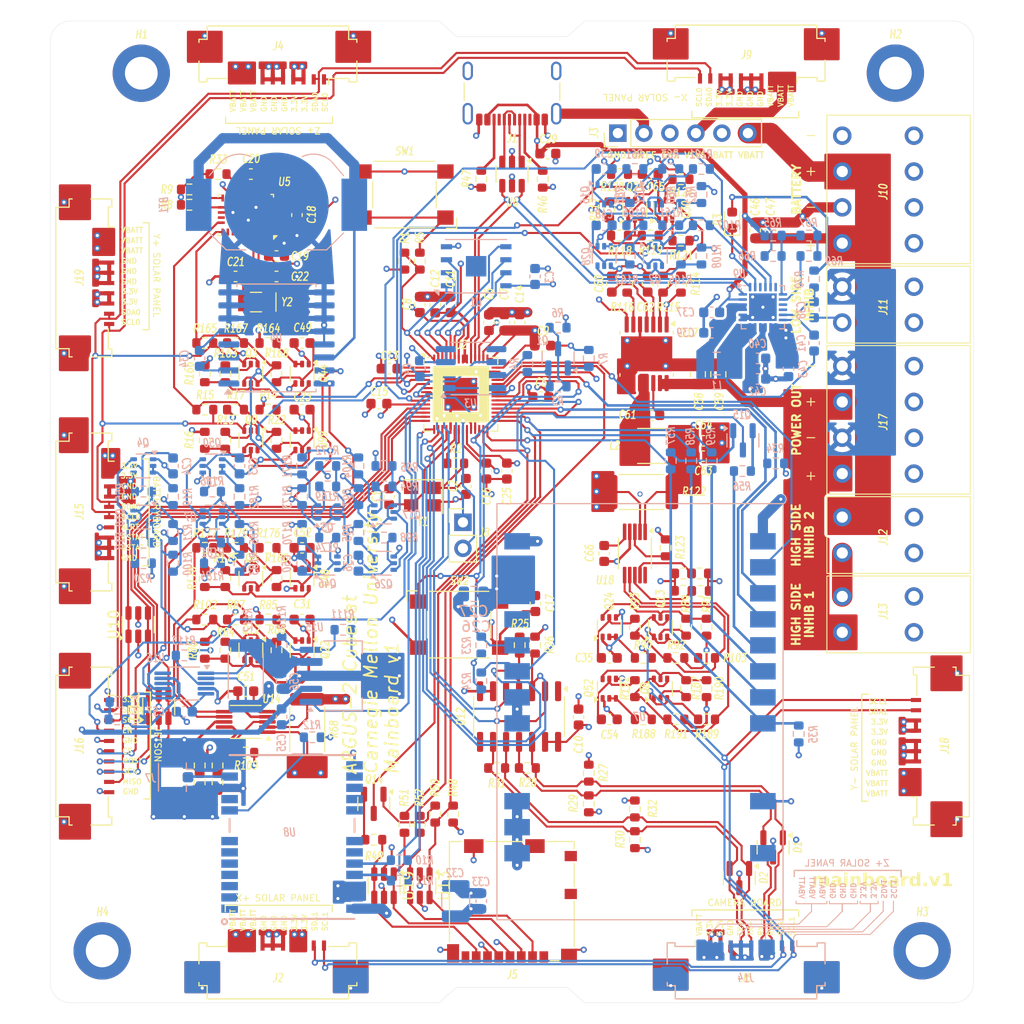
<source format=kicad_pcb>
(kicad_pcb (version 20240108) (generator "pcbnew") (generator_version "8.0")
  (layers (0 "F.Cu" signal) (1 "In1.Cu" signal) (2 "In2.Cu" signal) (31 "B.Cu" signal) (34 "B.Paste" user) (35 "F.Paste" user) (36 "B.SilkS" user "B.Silkscreen") (37 "F.SilkS" user "F.Silkscreen") (38 "B.Mask" user) (39 "F.Mask" user) (44 "Edge.Cuts" user))
  (net 0 "")
  (net 1 "GND")
  (net 2 "Net-(BT1-+)")
  (net 3 "Net-(U2-XIN)")
  (net 4 "Net-(C2-Pad2)")
  (net 5 "+3V3")
  (net 6 "+1V1")
  (net 7 "/MCU_IO/RUN")
  (net 8 "/IMU/CAP")
  (net 9 "Net-(U5-XOUT32{slash}CLKSEL1)")
  (net 10 "Net-(U5-XIN32)")
  (net 11 "GNDREF")
  (net 12 "/USB/VUSB")
  (net 13 "LoRa_VDD")
  (net 14 "/USB/REGN")
  (net 15 "Net-(U9-PMID_1)")
  (net 16 "/USB/SYS")
  (net 17 "Net-(U9-SW_1)")
  (net 18 "Net-(U9-BTST)")
  (net 19 "/USB/BATT")
  (net 20 "VBATT")
  (net 21 "Net-(U14-TIMER)")
  (net 22 "VSYS")
  (net 23 "Net-(U15-OUT)")
  (net 24 "Net-(U16-TIMER)")
  (net 25 "Net-(U17-SS)")
  (net 26 "Net-(U17-SW1)")
  (net 27 "Net-(U17-VBST)")
  (net 28 "Net-(U17-VREG5)")
  (net 29 "/Main Power/+3V3_PS")
  (net 30 "Net-(Q30A-C1)")
  (net 31 "Net-(Q29B-B2)")
  (net 32 "Net-(U18-TIMER)")
  (net 33 "Net-(Q99B-G)")
  (net 34 "Net-(Q4B-G)")
  (net 35 "Net-(Q16B-G)")
  (net 36 "Net-(Q22B-G)")
  (net 37 "Net-(Q24B-G)")
  (net 38 "Net-(Q26B-G)")
  (net 39 "Net-(D3-A)")
  (net 40 "/USB/STAT")
  (net 41 "Net-(J1-CC1)")
  (net 44 "Net-(J1-CC2)")
  (net 45 "/MCU_IO/I2C0_SCL")
  (net 46 "/MCU_IO/I2C0_SDA")
  (net 49 "/SD/SD_MISO")
  (net 50 "/MCU_IO/SD_CSn")
  (net 52 "/SD/SD_CLK")
  (net 53 "/SD/SD_MOSI")
  (net 55 "/MCU_IO/I2C1_SDA")
  (net 56 "/MCU_IO/I2C1_SCL")
  (net 57 "Net-(J7-In)")
  (net 58 "Net-(J12-Pad1)")
  (net 59 "/MCU_IO/RESETn")
  (net 60 "/MCU_IO/WDT_EN")
  (net 61 "Net-(Q28B-G)")
  (net 62 "Net-(Q44B-G)")
  (net 63 "/IMU/IMU_SCL")
  (net 64 "Net-(Q46B-G)")
  (net 65 "Net-(Q48B-G)")
  (net 66 "Net-(Q50B-G)")
  (net 67 "/IMU/IMU_SDA")
  (net 68 "Net-(Q52B-G)")
  (net 69 "Net-(Q5A-B1)")
  (net 70 "Net-(Q28A-D)")
  (net 71 "/RTC/RTC_SDA")
  (net 72 "/RTC/RTC_SCL")
  (net 73 "Net-(Q4A-G)")
  (net 74 "Net-(Q14-B)")
  (net 75 "Net-(Q14-E)")
  (net 76 "Net-(Q15-E)")
  (net 77 "Net-(Q15-B)")
  (net 78 "/LoRa Power/MISO")
  (net 79 "Net-(U8-TXD)")
  (net 80 "/USB/CHG_SCL")
  (net 81 "Net-(Q46A-D)")
  (net 82 "/USB/CHG_SDA")
  (net 83 "Net-(Q48A-D)")
  (net 84 "/Main Power/3V3_EN")
  (net 85 "Net-(Q29A-B1)")
  (net 86 "Net-(Q30A-B1)")
  (net 87 "Net-(Q30B-B2)")
  (net 88 "/GPS Power/I2C Protection4/SCL_DEVICE")
  (net 89 "Net-(Q50A-D)")
  (net 90 "Net-(Q52A-D)")
  (net 91 "Net-(Q99A-D)")
  (net 92 "/GPS Power/I2C Protection4/SDA_DEVICE")
  (net 93 "Net-(Q16A-G)")
  (net 94 "/LoRa Power/I2C Protection3/SCL_DEVICE")
  (net 95 "Net-(Q22A-G)")
  (net 96 "/LoRa Power/I2C Protection3/SDA_DEVICE")
  (net 97 "Net-(Q24A-G)")
  (net 98 "Net-(Q26A-G)")
  (net 99 "/Main Power/I2C Protection5/SCL_DEVICE")
  (net 100 "Net-(Q28A-G)")
  (net 101 "Net-(Q44A-G)")
  (net 102 "Net-(Q46A-G)")
  (net 103 "/Main Power/I2C Protection5/SDA_DEVICE")
  (net 104 "/MCU_IO/QSPI_CSn")
  (net 105 "Net-(U2-XOUT)")
  (net 106 "Net-(U3-~{RESET})")
  (net 107 "Net-(R5-Pad2)")
  (net 108 "/IMU/ENV_SDA")
  (net 109 "/IMU/ENV_SCL")
  (net 110 "/MCU_IO/Jetson_CSn")
  (net 111 "/GPS Power/GPS_TX_MCU")
  (net 112 "Net-(U8-RXD)")
  (net 113 "/GPS Power/GPS_RX_MCU")
  (net 114 "Net-(U8-RSTN)")
  (net 115 "/LoRa Power/LoRa_TX_EN")
  (net 116 "/LoRa Power/CLK")
  (net 117 "/LoRa Power/MOSI")
  (net 118 "/LoRa Power/LoRa_RX_EN")
  (net 119 "Net-(U9-TS)")
  (net 120 "GPS_VDD")
  (net 122 "Net-(U9-ILIM)")
  (net 123 "Net-(U14-ON)")
  (net 124 "Net-(U15-SENSE{slash}ADJ)")
  (net 125 "Net-(U16-ON)")
  (net 126 "Net-(U17-VFB)")
  (net 127 "Net-(U17-PG)")
  (net 128 "Net-(U18-ON)")
  (net 129 "/MCU_IO/3V3_RST")
  (net 130 "/MCU_IO/QSPI_CLK")
  (net 131 "/MCU_IO/QSPI_SD3")
  (net 132 "/MCU_IO/QSPI_SD0")
  (net 133 "/MCU_IO/QSPI_SD1")
  (net 134 "/MCU_IO/QSPI_SD2")
  (net 136 "/IMU/IMU_INTn")
  (net 137 "/LoRa Power/LoRa_MISO")
  (net 138 "/MCU_IO/DP")
  (net 139 "/MCU_IO/DM")
  (net 140 "/LoRa Power/LoRa_SCK")
  (net 141 "/LoRa Power/LoRa_MOSI")
  (net 142 "Net-(J8-Pin_1)")
  (net 143 "/MCU_IO/LoRa_EN")
  (net 144 "/IMU/IMU_RSTn")
  (net 145 "Net-(J8-Pin_2)")
  (net 146 "Net-(U3-~{MR})")
  (net 147 "/MCU_IO/WDT_WDI")
  (net 166 "/LoRa Power/LoRa_RSTn")
  (net 173 "/LoRa Power/LoRa_BUSY")
  (net 174 "/LoRa Power/LoRa_CSn")
  (net 189 "Net-(Q48A-G)")
  (net 190 "Net-(Q50A-G)")
  (net 191 "Net-(Q2A-B1)")
  (net 192 "Net-(Q52A-G)")
  (net 193 "Net-(Q3B-B2)")
  (net 194 "Net-(Q10B-B2)")
  (net 195 "Net-(Q6A-B1)")
  (net 196 "Net-(Q7A-B1)")
  (net 197 "Net-(Q8A-B1)")
  (net 198 "Net-(Q9A-B1)")
  (net 199 "Net-(Q99A-G)")
  (net 200 "Net-(Q10A-B1)")
  (net 201 "Net-(Q11A-B1)")
  (net 202 "Net-(Q11B-B2)")
  (net 203 "Net-(Q12A-B1)")
  (net 204 "Net-(Q12B-B2)")
  (net 205 "Net-(Q13B-B2)")
  (net 206 "Net-(Q13A-B1)")
  (net 207 "Net-(Q17A-B1)")
  (net 208 "Net-(Q17B-B2)")
  (net 209 "Net-(Q3A-B1)")
  (net 210 "/MCU_IO/UART1_TX")
  (net 211 "/MCU_IO/UART1_RX")
  (net 212 "/MCU_IO/Jetson_EN")
  (net 213 "/MCU_IO/Battery_ALERT")
  (net 214 "/MCU_IO/RS485_RX_EN")
  (net 215 "/MCU_IO/RS485_TX_EN")
  (net 216 "/MCU_IO/SPI1_MISO")
  (net 217 "/MCU_IO/SPI1_CLK")
  (net 218 "/MCU_IO/SPI1_MOSI")
  (net 219 "/USB/D_UP-")
  (net 220 "/USB/D_UP+")
  (net 221 "/RS485/RX-")
  (net 222 "/RS485/RX+")
  (net 223 "/RS485/TX+")
  (net 224 "/RS485/TX-")
  (net 237 "/Main Power/A0")
  (net 238 "/Main Power/A1")
  (net 239 "/LoRa Power/A0")
  (net 240 "/LoRa Power/A1")
  (net 241 "/GPS Power/A0")
  (net 242 "/GPS Power/A1")
  (net 243 "/LoRa Power/LoRa_INT")
  (footprint "Capacitor_SMD:C_0603_1608Metric" (layer "F.Cu") (at 127 77 180)
    (property "Reference" "C22")
    (property "Value" "20p")
  )
  (footprint "Connector_Card:microSD_HC_Molex_104031-0811" (layer "F.Cu") (at 150 138 180)
    (property "Reference" "J5")
    (property "Value" "Micro_SD_Card_Det2")
  )
  (footprint "Argus-Connectors:Molex_200528-0100_1x10-1MP_P1.00mm_Horizontal" (layer "F.Cu") (at 109.75 77.14 -90)
    (property "Reference" "J19")
    (property "Value" "200528-0100")
  )
  (footprint "Capacitor_SMD:C_0603_1608Metric" (layer "F.Cu") (at 124.5 67 180)
    (property "Reference" "C20")
    (property "Value" "100n")
  )
  (footprint "Resistor_SMD:R_0603_1608Metric" (layer "F.Cu") (at 166.5 67.5)
    (property "Reference" "R124")
    (property "Value" "10K")
  )
  (footprint "Resistor_SMD:R_0603_1608Metric" (layer "F.Cu") (at 166.5 73.5 180)
    (property "Reference" "R121")
    (property "Value" "100K")
  )
  (footprint "Capacitor_SMD:C_0603_1608Metric" (layer "F.Cu") (at 144 79.75 90)
    (property "Reference" "C11")
    (property "Value" "100n")
  )
  (footprint "Capacitor_SMD:C_0603_1608Metric" (layer "F.Cu") (at 149.25 81.5 90)
    (property "Reference" "C7")
    (property "Value" "1u")
  )
  (footprint "Resistor_SMD:R_0603_1608Metric" (layer "F.Cu") (at 169 120.25 180)
    (property "Reference" "R189")
    (property "Value" "DNI (0R)")
  )
  (footprint "Resistor_SMD:R_0603_1608Metric" (layer "F.Cu") (at 164.75 77.75 -90)
    (property "Reference" "R115")
    (property "Value" "22.1K")
  )
  (footprint "Resistor_SMD:R_0603_1608Metric" (layer "F.Cu") (at 122 113.5 -90)
    (property "Reference" "R84")
    (property "Value" "680R")
  )
  (footprint "Capacitor_SMD:C_0603_1608Metric" (layer "F.Cu") (at 129.5 83.5 180)
    (property "Reference" "C49")
    (property "Value" "10n")
  )
  (footprint "Capacitor_SMD:C_0603_1608Metric" (layer "F.Cu") (at 152.81 88.77)
    (property "Reference" "C5")
    (property "Value" "100n")
  )
  (footprint "MountingHole:MountingHole_3.2mm_M3_DIN965_Pad_TopBottom" (layer "F.Cu") (at 190.05 142.85)
    (property "Reference" "H3")
    (property "Value" "MountingHole_Pad")
  )
  (footprint "Resistor_SMD:R_0603_1608Metric" (layer "F.Cu") (at 121.244337 124.75 90)
    (property "Reference" "R71" (hide yes))
    (property "Value" "0R")
  )
  (footprint "Package_TO_SOT_SMD:SOT-363_SC-70-6" (layer "F.Cu") (at 162 70.5 90)
    (property "Reference" "Q29")
    (property "Value" "MBT2222ADW1T1")
  )
  (footprint "Package_TO_SOT_SMD:SOT-23" (layer "F.Cu") (at 136.5 128.5 -90)
    (property "Reference" "Q14")
    (property "Value" "MMBT2907")
  )
  (footprint "Resistor_SMD:R_0603_1608Metric" (layer "F.Cu") (at 168.325 106)
    (property "Reference" "R41" (hide yes))
    (property "Value" "0R")
  )
  (footprint "Package_LGA:LGA-28_5.2x3.8mm_P0.5mm" (layer "F.Cu") (at 124 71 180)
    (property "Reference" "U5")
    (property "Value" "BNO085")
  )
  (footprint "Package_TO_SOT_SMD:SOT-23" (layer "F.Cu") (at 172.2 135.75 -90)
    (property "Reference" "D2")
    (property "Value" "NUP2105L")
  )
  (footprint "Resistor_SMD:R_0603_1608Metric" (layer "F.Cu") (at 121.295 67)
    (property "Reference" "R33")
    (property "Value" "2k2")
  )
  (footprint "Resistor_SMD:R_2512_6332Metric" (layer "F.Cu") (at 130 121.25 -90)
    (property "Reference" "R68")
    (property "Value" "?R")
  )
  (footprint "Resistor_SMD:R_0603_1608Metric" (layer "F.Cu") (at 166.722 107.696)
    (property "Reference" "R40" (hide yes))
    (property "Value" "0R")
  )
  (footprint "Crystal:Crystal_SMD_3225-4Pin_3.2x2.5mm" (layer "F.Cu") (at 141.25 98.5 180)
    (property "Reference" "Y1")
    (property "Value" "12MHz")
  )
  (footprint "Crystal:Crystal_SMD_EuroQuartz_EQ161-2Pin_3.2x1.5mm" (layer "F.Cu") (at 125 79.5 180)
    (property "Reference" "Y2")
    (property "Value" "32.768kHz")
  )
  (footprint "Argus-Connectors:Molex_200528-0100_1x10-1MP_P1.00mm_Horizontal" (layer "F.Cu") (at 127.14 143.25)
    (property "Reference" "J2")
    (property "Value" "200528-0100")
  )
  (footprint "Capacitor_SMD:C_0603_1608Metric" (layer "F.Cu") (at 124 117.5)
    (property "Reference" "C51")
    (property "Value" "3n3")
  )
  (footprint "Capacitor_SMD:C_0603_1608Metric" (layer "F.Cu") (at 129.5 110.5 180)
    (property "Reference" "C31")
    (property "Value" "10n")
  )
  (footprint "Resistor_SMD:R_0603_1608Metric" (layer "F.Cu") (at 169 111.25 90)
    (property "Reference" "R91")
    (property "Value" "10K")
  )
  (footprint "Package_TO_SOT_SMD:SOT-363_SC-70-6" (layer "F.Cu") (at 159.5 117.25 90)
    (property "Reference" "Q52")
    (property "Value" "NX3008NBKS")
  )
  (footprint "Capacitor_SMD:C_0603_1608Metric" (layer "F.Cu") (at 153 83.75)
    (property "Reference" "C9")
    (property "Value" "100n")
  )
  (footprint "Resistor_SMD:R_0603_1608Metric" (layer "F.Cu") (at 118.5 70)
    (property "Reference" "R8")
    (property "Value" "2k2")
  )
  (footprint "MountingHole:MountingHole_3.2mm_M3_DIN965_Pad_TopBottom" (layer "F.Cu") (at 187.44 57.14)
    (property "Reference" "H2")
    (property "Value" "MountingHole_Pad")
  )
  (footprint "Capacitor_SMD:C_0603_1608Metric" (layer "F.Cu") (at 168.65 93.05 180)
    (property "Reference" "C64")
    (property "Value" "22u")
  )
  (footprint "Resistor_SMD:R_0603_1608Metric" (layer "F.Cu") (at 127 113.5 -90)
    (property "Reference" "R88")
    (property "Value" "200K")
  )
  (footprint "Package_TO_SOT_SMD:SOT-363_SC-70-6" (layer "F.Cu") (at 129.5 106.5 -90)
    (property "Reference" "Q48")
    (property "Value" "NX3008NBKS")
  )
  (footprint "Resistor_SMD:R_0603_1608Metric" (layer "F.Cu") (at 163.5 73 180)
    (property "Reference" "R119")
    (property "Value" "20K")
  )
  (footprint "Capacitor_SMD:C_0603_1608Metric" (layer "F.Cu") (at 153.5 65)
    (property "Reference" "C29")
    (property "Value" "4u7")
  )
  (footprint "Capacitor_SMD:C_0603_1608Metric" (layer "F.Cu") (at 129 71 -90)
    (property "Reference" "C18")
    (property "Value" "100n")
  )
  (footprint "Resistor_SMD:R_2512_6332Metric" (layer "F.Cu") (at 162.65 98.05)
    (property "Reference" "R122")
    (property "Value" "?R")
  )
  (footprint "Resistor_SMD:R_0603_1608Metric" (layer "F.Cu") (at 162.825 120.25 180)
    (property "Reference" "R188")
    (property "Value" "100K")
  )
  (footprint "Resistor_SMD:R_0603_1608Metric" (layer "F.Cu") (at 169 114.25 180)
    (property "Reference" "R103")
    (property "Value" "DNI (0R)")
  )
  (footprint "Resistor_SMD:R_0603_1608Metric" (layer "F.Cu") (at 123 90)
    (property "Reference" "R17")
    (property "Value" "10K")
  )
  (footprint "Argus-Connectors:1823638" (layer "F.Cu") (at 182.25 111.75 90)
    (property "Reference" "J13")
    (property "Value" "1824527")
  )
  (footprint "Package_TO_SOT_SMD:SOT-23" (layer "F.Cu") (at 175.5 132.75 -90)
    (property "Reference" "D1")
    (property "Value" "NUP2105L")
  )
  (footprint "Capacitor_SMD:C_0603_1608Metric" (layer "F.Cu") (at 173.75 72.5 90)
    (property "Reference" "C46")
    (property "Value" "100n")
  )
  (footprint "Capacitor_SMD:C_0603_1608Metric" (layer "F.Cu") (at 138 98.5 -90)
    (property "Reference" "C1")
    (property "Value" "15p")
  )
  (footprint "Package_TO_SOT_SMD:SOT-363_SC-70-6" (layer "F.Cu") (at 129.5 93 -90)
    (property "Reference" "Q99")
    (property "Value" "NX3008NBKS")
  )
  (footprint "Argus-Connectors:Molex_200528-0100_1x10-1MP_P1.00mm_Horizontal" (layer "F.Cu") (at 172.86 143.25)
    (property "Reference" "J6")
    (property "Value" "200528-0100")
  )
  (footprint "Resistor_SMD:R_0603_1608Metric" (layer "F.Cu") (at 161.25 77.75 -90)
    (property "Reference" "R116")
    (property "Value" "100K")
  )
  (footprint "Capacitor_SMD:C_0603_1608Metric" (layer "F.Cu") (at 138 86 180)
    (property "Reference" "C13")
    (property "Value" "100n")
  )
  (footprint "Resistor_SMD:R_0603_1608Metric" (layer "F.Cu") (at 120 86.5 -90)
    (property "Reference" "R166")
    (property "Value" "10K")
  )
  (footprint "Resistor_SMD:R_0603_1608Metric" (layer "F.Cu") (at 120 93 -90)
    (property "Reference" "R16")
    (property "Value" "10K")
  )
  (footprint "Package_TO_SOT_SMD:SOT-363_SC-70-6" (layer "F.Cu") (at 124.5 93 -90)
    (property "Reference" "Q9")
    (property "Value" "MBT2222ADW1T1")
  )
  (footprint "Resistor_SMD:R_0603_1608Metric" (layer "F.Cu") (at 162 129 90)
    (property "Reference" "R32")
    (property "Value" "680R")
  )
  (footprint "Capacitor_SMD:C_0603_1608Metric" (layer "F.Cu") (at 159.75 77.75 -90)
    (property "Reference" "C60")
    (property "Value" "3n3")
  )
  (footprint "Capacitor_SMD:C_0603_1608Metric" (layer "F.Cu") (at 163.5 67 180)
    (property "Reference" "C65")
    (property "Value" "10u")
  )
  (footprint "Resistor_SMD:R_0603_1608Metric" (layer "F.Cu") (at 162 117.25 90)
    (property "Reference" "R192")
    (property "Value" "200K")
  )
  (footprint "Resistor_SMD:R_0603_1608Metric" (layer "F.Cu") (at 127 93 -90)
    (property "Reference" "R22")
    (property "Value" "200K")
  )
  (footprint "Capacitor_SMD:C_0603_1608Metric" (layer "F.Cu") (at 142.5 79.775 90)
    (property "Reference" "C12")
    (property "Value" "1u")
  )
  (footprint "Resistor_SMD:R_0603_1608Metric" (layer "F.Cu") (at 166.5 77.75 -90)
    (property "Reference" "R114")
    (property "Value" "73.2K")
  )
  (footprint "Capacitor_SMD:C_0603_1608Metric" (layer "F.Cu") (at 156.5 120.025 90)
    (property "Reference" "C10")
    (property "Value" "100n")
  )
  (footprint "Resistor_SMD:R_0603_1608Metric" (layer "F.Cu") (at 160.5 67)
    (property "Reference" "R120")
    (property "Value" "200K")
  )
  (footprint "Package_SO:MSOP-10_3x3mm_P0.5mm" (layer "F.Cu") (at 124 120.5 180)
    (property "Reference" "U14")
    (property "Value" "ADM1176-1ARMZ-R7")
  )
  (footprint "Resistor_SMD:R_0603_1608Metric" (layer "F.Cu") (at 148.5 125)
    (property "Reference" "R31")
    (property "Value" "120R")
  )
  (footprint "Resistor_SMD:R_0603_1608Metric" (layer "F.Cu") (at 159.5 70.5 90)
    (property "Reference" "R117")
    (property "Value" "73.2K")
  )
  (footprint "Package_TO_SOT_SMD:SOT-363_SC-70-6" (layer "F.Cu") (at 129.5 86.5 -90)
    (property "Reference" "Q44")
    (property "Value" "NX3008NBKS")
  )
  (footprint "Inductor_SMD:L_1812_4532Metric" (layer "F.Cu") (at 163.65 93.55)
    (property "Reference" "L2")
    (property "Value" "+3V3uH")
  )
  (footprint "Resistor_SMD:R_0603_1608Metric" (layer "F.Cu") (at 157.5 125.5 -90)
    (property "Reference" "R27")
    (property "Value" "680R")
  )
  (footprint "MountingHole:MountingHole_3.2mm_M3_DIN965_Pad_TopBottom" (layer "F.Cu") (at 113.8 57.15)
    (property "Reference" "H1")
    (property "Value" "MountingHole_Pad")
  )
  (footprint "Capacitor_SMD:C_0603_1608Metric" (layer "F.Cu") (at 147.75 81.5 90)
    (property "Reference" "C6")
    (property "Value" "1u")
  )
  (footprint "Resistor_SMD:R_0603_1608Metric" (layer "F.Cu") (at 124 123.5 180)
    (property "Reference" "R109")
    (property "Value" "1K")
  )
  (footprint "Capacitor_SMD:C_0603_1608Metric" (layer "F.Cu") (at 145.5 97.5 90)
    (property "Reference" "C2")
    (property "Value" "15p")
  )
  (footprint "Resistor_SMD:R_0603_1608Metric" (layer "F.Cu") (at 162.825 114.25 180)
    (property "Reference" "R90")
    (property "Value" "100K")
  )
  (footprint "Button_Switch_SMD:SW_SPST_Omron_B3FS-105xP" (layer "F.Cu") (at 144.84 111)
    (property "Reference" "SW2")
    (property "Value" "SW_Omron_B3FS")
  )
  (footprint "Resistor_SMD:R_0603_1608Metric" (layer "F.Cu") (at 122 86.5 -90)
    (property "Reference" "R163")
    (property "Value" "680R")
  )
  (footprint "Capacitor_SMD:C_0603_1608Metric" (layer "F.Cu") (at 163.65 90.55)
    (property "Reference" "C61")
    (property "Value" "100n")
  )
  (footprint "Package_TO_SOT_SMD:SOT-23-6" (layer "F.Cu") (at 137.5 136.5 -90)
    (property "Reference" "U19")
    (property "Value" "USBLC6-2SC6")
  )
  (footprint "Resistor_SMD:R_0603_1608Metric" (layer "F.Cu") (at 169 117.25 90)
    (property "Reference" "R190")
    (property "Value" "10K")
  )
  (footprint "Resistor_SMD:R_0603_1608Metric" (layer "F.Cu") (at 150.75 113 90)
    (property "Reference" "R25")
    (property "Value" "10k")
  )
  (footprint "Capacitor_SMD:C_0603_1608Metric" (layer "F.Cu") (at 152.28 108.94 -90)
    (property "Reference" "C17")
    (property "Value" "1u")
  )
  (footprint "Argus-Connectors:Molex_200528-0100_1x10-1MP_P1.00mm_Horizontal" (layer "F.Cu") (at 190.36 122.86 90)
    (property "Reference" "J18")
    (property "Value" "200528-0100")
  )
  (footprint "Capacitor_SMD:C_0603_1608Metric" (layer "F.Cu") (at 141 79.75 90)
    (property "Reference" "C8")
    (property "Value" "100n")
  )
  (footprint "Connector_USB:USB_C_Receptacle_GCT_USB4105-xx-A_16P_TopMnt_Horizontal" (layer "F.Cu") (at 150 58 180)
    (property "Reference" "J1")
    (property "Value" "USB_C_Receptacle_USB2.0")
  )
  (footprint "Capacitor_SMD:C_0603_1608Metric" (layer "F.Cu") (at 175.25 72.5 90)
    (property "Reference" "C47")
    (property "Value" "22u")
  )
  (footprint "Resistor_SMD:R_0603_1608Metric" (layer "F.Cu") (at 120 113.5 -90)
    (property "Reference" "R86")
    (property "Value" "10K")
  )
  (footprint "Capacitor_SMD:C_0603_1608Metric" (layer "F.Cu") (at 129.5 90 180)
    (property "Reference" "C23")
    (property "Value" "10n")
  )
  (footprint "Capacitor_SMD:C_0603_1608Metric" (layer "F.Cu") (at 150.75 81.5 90)
    (property "Reference" "C14")
    (property "Value" "2u2")
  )
  (footprint "Button_Switch_SMD:SW_SPST_Omron_B3FS-105xP" (layer "F.Cu") (at 139.5 69 180)
    (property "Reference" "SW1")
    (property "Value" "SW_Omron_B3FS")
  )
  (footprint "Package_TO_SOT_SMD:SOT-363_SC-70-6" (layer "F.Cu") (at 159.5 111.25 90)
    (property "Reference" "Q24")
    (property "Value" "NX3008NBKS")
  )
  (footprint "Resistor_SMD:R_0603_1608Metric" (layer "F.Cu") (at 120 90)
    (property "Reference" "R15")
    (property "Value" "DNI (0R)")
  )
  (footprint "Package_SO:SOIC-14_3.9x8.7mm_P1.27mm" (layer "F.Cu") (at 150.69 119.975 -90)
    (property "Reference" "U12")
    (property "Value" "ADM1491EBR")
  )
  (footprint "Capacitor_SMD:C_0603_1608Metric" (layer "F.Cu") (at 159.5 120.25)
    (property "Reference" "C54")
    (property "Value" "10n")
  )
  (footprint "Capacitor_SMD:C_0603_1608Metric" (layer "F.Cu") (at 147.5 96 -90)
    (property "Reference" "C16")
    (property "Value" "100n")
  )
  (footprint "Package_TO_SOT_SMD:SOT-363_SC-70-6" (layer "F.Cu") (at 165 70.5 90)
    (property "Reference" "Q30")
    (property "Value" "MBT2222ADW1T1")
  )
  (footprint "Package_SO:HTSSOP-14-1EP_4.4x5mm_P0.65mm_EP3.4x5mm_Mask3x3.1mm" (layer "F.Cu") (at 163.15 84.55 -90)
    (property "Reference" "U17")
    (property "Value" "TPS54226PWPR")
  )
  (footprint "Argus-Connectors:Molex_200528-0100_1x10-1MP_P1.00mm_Horizontal" (layer "F.Cu") (at 109.75 122.86 -90)
    (property "Reference" "J16")
    (property "Value" "200528-0100")
  )
  (footprint "Resistor_SMD:R_0603_1608Metric" (layer "F.Cu") (at 141 130.5 90)
    (property "Reference" "R52")
    (property "Value" "1K")
  )
  (footprint "Capacitor_SMD:C_0603_1608Metric" (layer "F.Cu") (at 163.25 77.75 90)
    (property "Reference" "C62")
    (property "Value" "1u")
  )
  (footprint "Resistor_SMD:R_0603_1608Metric" (layer "F.Cu") (at 136.5 132)
    (property "Reference" "R49")
    (property "Value" "0R")
  )
  (footprint "Resistor_SMD:R_0603_1608Metric" (layer "F.Cu") (at 127 106.5 -90)
    (property "Reference" "R180")
    (property "Value" "200K")
  )
  (footprint "Resistor_SMD:R_0603_1608Metric" (layer "F.Cu") (at 166 114.25 180)
    (property "Reference" "R92")
    (property "Value" "10K")
  )
  (footprint "Resistor_SMD:R_0603_1608Metric" (layer "F.Cu") (at 126.175 110.5)
    (property "Reference" "R85")
    (property "Value" "100K")
  )
  (footprint "Package_TO_SOT_SMD:SOT-23-6" (layer "F.Cu") (at 113.5 111 90)
    (property "Reference" "U10")
    (property "Value" "USBLC6-2SC6")
  )
  (footprint "MountingHole:MountingHole_3.2mm_M3_DIN965_Pad_TopBottom" (layer "F.Cu") (at 109.98 142.86)
    (property "Reference" "H4")
    (property "Value" "MountingHole_Pad")
  )
  (footprint "Resistor_SMD:R_0603_1608Metric" (layer "F.Cu") (at 126.175 90)
    (property "Reference" "R14")
    (property "Value" "100K")
  )
  (footprint "Resistor_SMD:R_0603_1608Metric" (layer "F.Cu") (at 147 67.5 90)
    (property "Reference" "R47")
    (property "Value" "5k1")
  )
  (footprint "Resistor_SMD:R_0603_1608Metric" (layer "F.Cu") (at 166.739 106)
    (property "Reference" "R42" (hide yes))
    (property "Value" "0R")
  )
  (footprint "Argus-Connectors:Molex_200528-0100_1x10-1MP_P1.00mm_Horizontal" (layer "F.Cu") (at 172.86 56.75 180)
    (property "Reference" "J9")
    (property "Value" "200528-0100")
  )
  (footprint "Package_TO_SOT_SMD:SOT-23-6" (layer "F.Cu") (at 141 136.5 -90)
    (property "Reference" "U13")
    (property "Value" "USBLC6-2SC6")
  )
  (footprint "Capacitor_SMD:C_0603_1608Metric" (layer "F.Cu") (at 159 104.05 90)
    (property "Reference" "C66")
    (property "Value" "3n3")
  )
  (footprint "Package_TO_SOT_SMD:SOT-363_SC-70-6" (layer "F.Cu") (at 129.5 113.5 -90)
    (property "Reference" "Q22")
    (property "Value" "NX3008NBKS")
  )
  (footprint "Resistor_SMD:R_0603_1608Metric" (layer "F.Cu") (at 157.5 128.5 -90)
    (property "Reference" "R29")
    (property "Value" "680R")
  )
  (footprint "Resistor_SMD:R_0603_1608Metric" (layer "F.Cu") (at 126.175 103.5)
    (property "Reference" "R176")
    (property "Value" "100K")
  )
  (footprint "Argus-Connectors:1823638" (layer "F.Cu") (at 182.25 81.5 90)
    (property "Reference" "J11")
    (property "Value" "1824527")
  )
  (footprint "Resistor_SMD:R_0603_1608Metric" (layer "F.Cu") (at 122 106.5 -90)
    (property "Reference" "R175")
    (property "Value" "680R")
  )
  (footprint "Argus-Connectors:Molex_200528-0100_1x10-1MP_P1.00mm_Horizontal" (layer "F.Cu") (at 127.14 56.84 180)
    (property "Reference" "J4")
    (property "Value" "200528-0100")
  )
  (footprint "Capacitor_SMD:C_0603_1608Metric" (layer "F.Cu") (at 127 75)
    (property "Reference" "C19")
    (property "Value" "100n")
  )
  (footprint "Argus-Connectors:Molex_200528-0100_1x10-1MP_P1.00mm_Horizontal" (layer "F.Cu") (at 109.75 100 -90)
    (property "Reference" "J15")
    (property "Value" "200528-0100")
  )
  (footprint "Connector_PinHeader_2.54mm:PinHeader_1x06_P2.54mm_Vertical" (layer "F.Cu") (at 160.34 63 90)
    (property "Reference" "J3")
    (property "Value" "Conn_01x06")
  )
  (footprint "Resistor_SMD:R_0603_1608Metric" (layer "F.Cu") (at 160.5 73)
    (property "Reference" "R118")
    (property "Value" "100K")
  )
  (footprint "Resistor_SMD:R_0603_1608Metric" (layer "F.Cu") (at 141 75.5 90)
    (property "Reference" "R5")
    (property "Value" "1k")
  )
  (footprint "Resistor_SMD:R_0603_1608Metric" (layer "F.Cu") (at 139.5 130.5 90)
    (property "Reference" "R51")
    (property "Value" "1K")
  )
  (footprint "Resistor_SMD:R_0603_1608Metric" (layer "F.Cu") (at 120 83.5)
    (property "Reference" "R165")
    (property "Value" "DNI (0R)")
  )
  (footprint "Resistor_SMD:R_0603_1608Metric" (layer "F.Cu") (at 162 132 90)
    (property "Reference" "R30")
    (property "Value" "680R")
  )
  (footprint "Resistor_SMD:R_0603_1608Metric" (layer "F.Cu") (at 122 93 -90)
    (property "Reference" "R13")
    (property "Value" "680R")
  )
  (footprint "Resistor_SMD:R_0603_1608Metric" (layer "F.Cu") (at 168.402 107.71)
    (property "Reference" "R39" (hide yes))
    (property "Value" "0R")
  )
  (footprint "Resistor_SMD:R_0603_1608Metric" (layer "F.Cu") (at 142.5 129.5 -90)
    (property "Reference" "R50")
    (property "Value" "4.7K")
  )
  (footprint "Resistor_SMD:R_0603_1608Metric" (layer "F.Cu") (at 165 103.5 -90)
    (property "Reference" "R123")
    (property "Value" "1K")
  )
  (footprint "Capacitor_SMD:C_0603_1608Metric" (layer "F.Cu") (at 123 77)
    (property "Reference" "C21")
    (property "Value" "20p")
  )
  (footprint "Capacitor_SMD:C_0603_1608Metric" (layer "F.Cu") (at 149.5 96 -90)
    (property "Reference" "C25")
    (property "Value" "100n")
  )
  (footprint "Resistor_SMD:R_0603_1608Metric" (layer "F.Cu") (at 127 86.5 -90)
    (property "Reference" "R168")
    (property "Value" "200K")
  )
  (footprint "Resistor_SMD:R_0603_1608Metric" (layer "F.Cu") (at 123 110.5)
    (property "Reference" "R87")
    (property "Value" "10K")
  )
  (footprint "Argus-Connectors:1823654" (layer "F.Cu") (at 182.25 92.75 90)
    (property "Reference" "J17")
    (property "Value" "1824543")
  )
  (footprint "Package_TO_SOT_SMD:SOT-363_SC-70-6" (layer "F.Cu") (at 124.5 113.5 -90)
    (property "Reference" "Q12")
    (property "Value" "MBT2222ADW1T1")
  )
  (footprint "Resistor_SMD:R_0603_1608Metric" (layer "F.Cu") (at 144.5 95.25)
    (property "Reference" "R2")
    (property "Value" "1k")
  )
  (footprint "Resistor_SMD:R_0603_1608Metric" (layer "F.Cu") (at 139.5 75.5 90)
    (property "Reference" "R1")
    (property "Value" "100k")
  )
  (footprint "Resistor_SMD:R_0603_1608Metric" (layer "F.Cu") (at 166 120.25 180)
    (property "Reference" "R191")
    (property "Value" "10K")
  )
  (footprint "Resistor_SMD:R_0603_1608Metric" (layer "F.Cu") (at 120 106.5 -90)
    (property "Reference" "R178")
    (property "Value" "10K")
  )
  (footprint "Resistor_SMD:R_0603_1608Metric" (layer "F.Cu") (at 126.175 83.5)
    (property "Reference" "R164")
    (property "Value" "100K")
  )
  (footprint "Capacitor_SMD:C_0603_1608Metric" (layer "F.Cu") (at 159.5 114.25)
    (property "Reference" "C35")
    (property "Value" "10n")
  )
  (footprint "Resistor_SMD:R_0603_1608Metric" (layer "F.Cu") (at 152.25 113 -90)
    (property "Reference" "R26")
    (property "Value" "10k")
  )
  (footprint "Capacitor_SMD:C_0805_2012Metric" (layer "F.Cu") (at 168.15 86.55 90)
    (property "Reference" "C58")
    (property "Value" "10u")
  )
  (footprint "Package_TO_SOT_SMD:SOT-363_SC-70-6" (layer "F.Cu") (at 124.5 106.5 -90)
    (property "Reference" "Q6")
    (property "Value" "MBT2222ADW1T1")
  )
  (footprint "Resistor_SMD:R_0603_1608Metric" (layer "F.Cu") (at 121.241284 126.398987 90)
    (property "Reference" "R72" (hide yes))
    (property "Value" "0R")
  )
  (footprint "Resistor_SMD:R_0603_1608Metric" (layer "F.Cu") (at 120 110.5)
    (property "Reference" "R102")
    (property "Value" "DNI (0R)")
  )
  (footprint "Package_TO_SOT_SMD:SOT-363_SC-70-6" (layer "F.Cu") (at 124.5 86.5 -90)
    (property "Reference" "Q3")
    (property "Value" "MBT2222ADW1T1")
  )
  (footprint "Resistor_SMD:R_0603_1608Metric" (layer "F.Cu") (at 118.5 68.5)
    (property "Reference" "R9")
    (property "Value" "2k2")
  )
  (footprint "Resistor_SMD:R_0603_1608Metric" (layer "F.Cu") (at 151.5 125 180)
    (property "Reference" "R28")
    (property "Value" "120R")
  )
  (footprint "Package_TO_SOT_SMD:SOT-363_SC-70-6" (layer "F.Cu") (at 164.5 111.25 90)
    (property "Reference" "Q13")
    (property "Value" "MBT2222ADW1T1")
  )
  (footprint "Capacitor_SMD:C_0603_1608Metric" (layer "F.Cu") (at 129.5 103.5 180)
    (property "Reference" "C52")
    (property "Value" "10n")
  )
  (footprint "Argus-Connectors:1823654" (layer "F.Cu") (at 182.25 70.25 90)
    (property "Reference" "J10")
    (property "Value" "1824543")
  )
  (footprint "Resistor_SMD:R_0603_1608Metric" (layer "F.Cu") (at 123 103.5)
    (property "Reference" "R179")
    (property "Value" "10K")
  )
  (footprint "Resistor_SMD:R_0603_1608Metric" (layer "F.Cu") (at 123 83.5)
    (property "Reference" "R167")
    (property "Value" "10K")
  )
  (footprint "Package_TO_SOT_SMD:SOT-363_SC-70-6" (layer "F.Cu") (at 164.5 117.25 90)
    (property "Reference" "Q8")
    (property "Value" "MBT2222ADW1T1")
  )
  (footprint "Resistor_SMD:R_0603_1608Metric" (layer "F.Cu") (at 167 111.25 90)
    (property "Reference" "R89")
    (property "Value" "680R")
  )
  (footprint "Resistor_SMD:R_0603_1608Metric" (layer "F.Cu") (at 162 111.25 90)
    (property "Reference" "R93")
    (property "Value" "200K")
  )
  (footprint "Resistor_SMD:R_0603_1608Metric" (layer "F.Cu") (at 153 67.5 90)
    (property "Reference" "R46")
    (property "Value" "5k1")
  )
  (footprint "Capacitor_SMD:C_0603_1608Metric" (layer "F.Cu") (at 168.65 94.55 180)
    (property "Reference" "C63")
    (property "Value" "22u")
  )
  (footprint "Package_TO_SOT_SMD:SOT-23-6" (layer "F.Cu") (at 150 67 -90)
    (property "Reference" "U6")
    (property "Value" "USBLC6-2SC6")
  )
  (footprint "Capacitor_SMD:C_0603_1608Metric" (layer "F.Cu") (at 137.005 89.42 180)
    (property "Reference" "C15")
    (property "Value" "100n")
  )
  (footprint "Package_SO:MSOP-10_3x3mm_P0.5mm" (layer "F.Cu") (at 162 104.05 -90)
    (property "Reference" "U18")
    (property "Value" "ADM1176-1ARMZ-R7")
  )
  (footprint "Argus-Connectors:1823638" (layer "F.Cu") (at 182.25 104 90)
    (property "Reference" "J12")
    (property "Value" "1824527")
  )
  (footprint "LED_SMD:LED_0603_1608Metric" (layer "F.Cu") (at 171.5 71.5 90)
    (property "Reference" "D3")
    (property "Value" "GREEN LED")
  )
  (footprint "Capacitor_SMD:C_0805_2012Metric" (layer "F.Cu") (at 170.15 86.55 90)
    (property "Reference" "C59")
    (property "Value" "10u")
  )
  (footprint "Resistor_SMD:R_0603_1608Metric" (layer "F.Cu") (at 120 103.5)
    (property "Reference" "R177")
    (property "Value" "DNI (0R)")
  )
  (footprint "Resistor_SMD:R_0603_1608Metric" (layer "F.Cu") (at 119.497572 126.393251 90)
    (property "Reference" "R64" (hide yes))
    (property "Value" "0R")
  )
  (footprint "Package_DFN_QFN:QFN-56-1EP_7x7mm_P0.4mm_EP3.2x3.2mm" (layer "F.Cu") (at 145 88.5)
    (property "Reference" "U2")
    (property "Value" "RP2040")
  )
  (footprint "Resistor_SMD:R_0603_1608Metric" (layer "F.Cu") (at 167 117.25 90)
    (property "Reference" "R187")
    (property "Value" "680R")
  )
  (footprint "Connector_PinHeader_2.54mm:PinHeader_1x02_P2.54mm_Vertical" (layer "F.Cu") (at 145.21 101.01)
    (property "Reference" "J8")
    (property "Value" "Conn_01x02")
  )
  (footprint "Resistor_SMD:R_0603_1608Metric" (layer "F.Cu") (at 144.25 129.5 -90)
    (property "Reference" "R48")
    (property "Value" "10K")
  )
  (footprint "Package_TO_SOT_SMD:SOT-23-6" (layer "F.Cu") (at 115.5 119 90)
    (property "Reference" "U11")
    (property "Value" "USBLC6-2SC6")
  )
  (footprint "Resistor_SMD:R_0603_1608Metric" (layer "F.Cu") (at 119.5 124.75 90)
    (property "Reference" "R54" (hide yes))
    (property "Value" "0R")
  )
  (footprint "Package_TO_SOT_SMD:SOT-363_SC-70-6" (layer "B.Cu") (at 137.5 105)
    (property "Reference" "Q26")
    (property "Value" "NX3008NBKS")
  )
  (footprint "Package_TO_SOT_SMD:SOT-363_SC-70-6" (layer "B.Cu") (at 159 69 -90)
    (property "Reference" "Q16")
    (property "Value" "NX3008NBKS")
  )
  (footprint "Resistor_SMD:R_0603_1608Metric" (layer "B.Cu") (at 175.5 73)
    (property "Reference" "R65")
    (property "Value" "5k23")
  )
  (footprint "Capacitor_SMD:C_0603_1608Metric" (layer "B.Cu") (at 123.39 95.5 -90)
    (property "Reference" "C53")
    (property "Value" "10n")
  )
  (footprint "Resistor_SMD:R_0603_1608Metric" (layer "B.Cu") (at 114 98 180)
    (property "Reference" "R55")
    (property "Value" "200K")
  )
  (footprint "Capacitor_SMD:C_0603_1608Metric" (layer "B.Cu") (at 146.5 109.75)
    (property "Reference" "C26")
    (property "Value" "1u")
  )
  (footprint "Resistor_SMD:R_0603_1608Metric" (layer "B.Cu") (at 135 102 -90)
    (property "Reference" "R95")
    (property "Value" "100K")
  )
  (footprint "Resistor_SMD:R_0603_1608Metric" (layer "B.Cu") (at 166.5 75 -90)
    (property "Reference" "R105")
    (property "Value" "680R")
  )
  (footprint "Package_DFN_QFN:DFN-8-1EP_6x5mm_P1.27mm_EP2x2mm" (layer "B.Cu") (at 146.5 76)
    (property "Reference" "U1")
    (property "Value" "MR25H40MDF")
  )
  (footprint "Resistor_SMD:R_0603_1608Metric" (layer "B.Cu") (at 129.5 98.5 -90)
    (property "Reference" "R173")
    (property "Value" "10K")
  )
  (footprint "Resistor_SMD:R_0603_1608Metric" (layer "B.Cu") (at 167.5 95 90)
    (property "Reference" "R58")
    (property "Value" "1K")
  )
  (footprint "Capacitor_SMD:C_0603_1608Metric" (layer "B.Cu") (at 152.25 77 90)
    (property "Reference" "C3")
    (property "Value" "100n")
  )
  (footprint "Capacitor_SMD:C_0603_1608Metric" (layer "B.Cu") (at 179.5 80.25 -90)
    (property "Reference" "C38")
    (property "Value" "4u7")
  )
  (footprint "Resistor_SMD:R_0603_1608Metric" (layer "B.Cu") (at 113.187598 118.557725)
    (property "Reference" "R43" (hide yes))
    (property "Value" "0R")
  )
  (footprint "Capacitor_SMD:C_0805_2012Metric" (layer "B.Cu") (at 146.25 108)
    (property "Reference" "C27")
    (property "Value" "10u")
  )
  (footprint "Resistor_SMD:R_0603_1608Metric" (layer "B.Cu") (at 116.9 105 90)
    (property "Reference" "R100")
    (property "Value" "DNI (0R)")
  )
  (footprint "Resistor_SMD:R_0603_1608Metric" (layer "B.Cu") (at 161.5 75 -90)
    (property "Reference" "R162")
    (property "Value" "200K")
  )
  (footprint "Resistor_SMD:R_0603_1608Metric" (layer "B.Cu") (at 179.5 77.25 -90)
    (property "Reference" "R70")
    (property "Value" "10K")
  )
  (footprint "Resistor_SMD:R_0603_1608Metric" (layer "B.Cu") (at 129.5 95.5 -90)
    (property "Reference" "R171")
    (property "Value" "DNI (0R)")
  )
  (footprint "Resistor_SMD:R_0603_1608Metric" (layer "B.Cu") (at 139 136 180)
    (property "Reference" "R11")
    (property "Value" "0R")
  )
  (footprint "Inductor_SMD:L_Wuerth_MAPI-2510" (layer "B.Cu") (at 170 85.5)
    (property "Reference" "L1")
    (property "Value" "1uH")
  )
  (footprint "Capacitor_SMD:C_0603_1608Metric" (layer "B.Cu") (at 179.5 83.5 90)
    (property "Reference" "C41")
    (property "Value" "47n")
  )
  (footprint "Package_TO_SOT_SMD:SOT-363_SC-70-6" (layer "B.Cu") (at 120.75 100.5 180)
    (property "Reference" "Q7")
    (property "Value" "MBT2222ADW1T1")
  )
  (footprint "Resistor_SMD:R_0603_1608Metric" (layer "B.Cu") (at 118 114 180)
    (property "Reference" "R113")
    (property "Value" "1K")
  )
  (footprint "Resistor_SMD:R_0603_1608Metric" (layer "B.Cu") (at 114 105 180)
    (property "Reference" "R20")
    (property "Value" "10K")
  )
  (footprint "Resistor_SMD:R_0603_1608Metric" (layer "B.Cu") (at 120.75 98 180)
    (property "Reference" "R186")
    (property "Value" "200K")
  )
  (footprint "Capacitor_SMD:C_0603_1608Metric" (layer "B.Cu") (at 118 119.5)
    (property "Reference" "C57")
    (property "Value" "3n3")
  )
  (footprint "Package_TO_SOT_SMD:SOT-363_SC-70-6" (layer "B.Cu") (at 114 100.5 180)
    (property "Reference" "Q10")
    (property "Value" "MBT2222ADW1T1")
  )
  (footprint "Package_TO_SOT_SMD:SOT-223-6" (layer "B.Cu") (at 133.5 116)
    (property "Reference" "U15")
    (property "Value" "TPS7A4501DCQT")
  )
  (footprint "Resistor_SMD:R_0603_1608Metric" (layer "B.Cu") (at 161.5 69 -90)
    (property "Reference" "R83")
    (property "Value" "200K")
  )
  (footprint "Capacitor_SMD:C_0603_1608Metric" (layer "B.Cu") (at 159 72)
    (property "Reference" "C48")
    (property "Value" "10n")
  )
  (footprint "Resistor_SMD:R_0603_1608Metric" (layer "B.Cu") (at 120.75 103 180)
    (property "Reference" "R181")
    (property "Value" "680R")
  )
  (footprint "Resistor_SMD:R_0603_1608Metric" (layer "B.Cu") (at 133.5 111.5)
    (property "Reference" "R111")
    (property "Value" "3.16K")
  )
  (footprint "Resistor_SMD:R_0603_1608Metric" (layer "B.Cu") (at 165.5 72)
    (property "Reference" "R161")
    (property "Value" "10K")
  )
  (footprint "Resistor_SMD:R_0603_1608Metric" (layer "B.Cu") (at 175.5 75)
    (property "Reference" "R66")
    (property "Value" "30k1")
  )
  (footprint "Argus-Miscellaneous:S1216_24PIN_PACKAGE" (layer "B.Cu") (at 128.2714 131.117998 180)
    (property "Reference" "U8")
    (property "Value" "S1216V8" (hide yes))
  )
  (footprint "Resistor_SMD:R_0603_1608Metric" (layer "B.Cu") (at 137.5 102.5)
    (property "Reference" "R98")
    (property "Value" "200K")
  )
  (footprint "Package_TO_SOT_SMD:SOT-363_SC-70-6" (layer "B.Cu") (at 159 75 -90)
    (property "Reference" "Q28")
    (property "Value" "NX3008NBKS")
  )
  (footprint "Resistor_SMD:R_0603_1608Metric" (layer "B.Cu") (at 123.39 105 90)
    (property "Reference" "R183")
    (property "Value" "DNI (0R)")
  )
  (footprint "Package_SO:MSOP-10_3x3mm_P0.5mm" (layer "B.Cu") (at 118 116.75 180)
    (property "Reference" "U16")
    (property "Value" "ADM1176-1ARMZ-R7")
  )
  (footprint "Capacitor_SMD:C_0603_1608Metric" (layer "B.Cu") (at 147 138 -90)
    (property "Reference" "C33")
    (property "Value" "100n")
  )
  (footprint "Capacitor_SMD:C_0603_1608Metric" (layer "B.Cu") (at 127.5 120 90)
    (property "Reference" "C55")
    (property "Value" "10u")
  )
  (footprint "Package_SO:SOIC-8_3.9x4.9mm_P1.27mm" (layer "B.Cu") (at 146 86)
    (property "Reference" "U3")
    (property "Value" "MAX706RESA+")
  )
  (footprint "Resistor_SMD:R_0603_1608Metric" (layer "B.Cu") (at 169.5 95 90)
    (property "Reference" "R59")
    (property "Value" "1K")
  )
  (footprint "Argus-Connectors:Molex_200528-0100_1x10-1MP_P1.00mm_Horizontal" (layer "B.Cu") (at 172.86 143.25 180)
    (property "Reference" "J14")
    (property "Value" "200528-0100")
  )
  (footprint "Resistor_SMD:R_0603_1608Metric" (layer "B.Cu") (at 111.425 120.25)
    (property "Reference" "R53" (hide yes))
    (property "Value" "0R")
  )
  (footprint "Capacitor_SMD:C_0603_1608Metric" (layer "B.Cu") (at 135 105 90)
    (property "Reference" "C36")
    (property "Value" "10n")
  )
  (footprint "Capacitor_SMD:C_0603_1608Metric" (layer "B.Cu") (at 174 87 180)
    (property "Reference" "C42")
    (property "Value" "22u")
  )
  (footprint "Resistor_SMD:R_0603_1608Metric" (layer "B.Cu") (at 113.072598 120.243725)
    (property "Reference" "R45" (hide yes))
    (property "Value" "0R")
  )
  (footprint "Resistor_SMD:R_0603_1608Metric" (layer "B.Cu") (at 168.5 75 -90)
    (property "Reference" "R108")
    (property "Value" "10K")
  )
  (footprint "Resistor_SMD:R_0603_1608Metric" (layer "B.Cu") (at 129.5 102 -90)
    (property "Reference" "R170")
    (property "Value" "100K")
  )
  (footprint "Capacitor_SMD:C_0603_1608Metric" (layer "B.Cu") (at 119.5 85 90)
    (property "Reference" "C34")
    (property "Value" "100n")
  )
  (footprint "Argus-Miscellaneous:E22-900M30S-SX1262" (layer "B.Cu") (at 162.5 118.09 180)
    (property "Reference" "U7")
    (property "Value" "E22-900M30S")
  )
  (footprint "Resistor_SMD:R_0603_1608Metric" (layer "B.Cu") (at 130.5 122)
    (property "Reference" "R12")
    (property "Value" "10K")
  )
  (footprint "Package_DFN_QFN:Texas_RGE0024H_VQFN-24-1EP_4x4mm_P0.5mm_EP2.7x2.7mm" (layer "B.Cu") (at 174.5 80 -90)
    (property "Reference" "U9")
    (property "Value" "BQ25883RGER")
  )
  (footprint "Package_TO_SOT_SMD:SOT-363_SC-70-6" (layer "B.Cu") (at 120.75 95.5 180)
    (property "Reference" "Q50")
    (property "Value" "NX3008NBKS")
  )
  (footprint "Resistor_SMD:R_0603_1608Metric" (layer "B.Cu") (at 168.5 69 -90)
    (property "Reference" "R62")
    (property "Value" "10K")
  )
  (footprint "Resistor_SMD:R_0603_1608Metric" (layer "B.Cu") (at 178 121.675 90)
    (property "Reference" "R35")
    (property "Value" "10K")
  )
  (footprint "Resistor_SMD:R_0603_1608Metric" (layer "B.Cu") (at 132 102.5)
    (property "Reference" "R174")
    (property "Value" "200K")
  )
  (footprint "Resistor_SMD:R_0603_1608Metric" (layer "B.Cu") (at 135 95.5 -90)
    (property "Reference" "R104")
    (property "Value" "DNI (0R)")
  )
  (footprint "Package_TO_SOT_SMD:SOT-363_SC-70-6" (layer "B.Cu") (at 137.5 100)
    (property "Reference" "Q17")
    (property "Value" "MBT2222ADW1T1")
  )
  (footprint "Capacitor_SMD:C_0603_1608Metric" (layer "B.Cu") (at 169.5 80.5)
    (property "Reference" "C37")
    (property "Value" "1u")
  )
  (footprint "Resistor_SMD:R_0603_1608Metric" (layer "B.Cu") (at 123.39 98.5 90)
    (property "Reference" "R182")
    (property "Value" "100K")
  )
  (footprint "Package_TO_SOT_SMD:SOT-363_SC-70-6" (layer "B.Cu") (at 164 75 -90)
    (property "Reference" "Q2")
    (property "Value" "MBT2222ADW1T1")
  )
  (footprint "Resistor_SMD:R_0603_1608Metric" (layer "B.Cu") (at 116.9 102 90)
    (property "Reference" "R21")
    (property "Value" "10K")
  )
  (footprint "Resistor_SMD:R_0603_1608Metric" (layer "B.Cu") (at 157.5 85 90)
    (property "Reference" "R7")
    (property "Value" "100k")
  )
  (footprint "Resistor_SMD:R_0603_1608Metric" (layer "B.Cu") (at 175.75 95.25 180)
    (property "Reference" "R34")
    (property "Value" "10K")
  )
  (footprint "Capacitor_SMD:C_1210_3225Metric" (layer "B.Cu") (at 144.5 138 -90)
    (property "Reference" "C32")
    (property "Value" "47u")
  )
  (footprint "Resistor_SMD:R_0603_1608Metric" (layer "B.Cu") (at 168.5 66.5 180)
    (property "Reference" "R101")
    (property "Value" "DNI (0R)")
  )
  (footprint "Resistor_SMD:R_0603_1608Metric" (layer "B.Cu") (at 139 134 180)
    (property "Reference" "R10")
    (property "Value" "0R")
  )
  (footprint "Resistor_SMD:R_2512_6332Metric" (layer "B.Cu") (at 124 116 90)
    (property "Reference" "R112")
    (property "Value" "?R")
  )
  (footprint "Capacitor_SMD:C_0603_1608Metric" (layer "B.Cu") (at 159 66.5)
    (property "Reference" "C30")
    (property "Value" "10n")
  )
  (footprint "Package_TO_SOT_SMD:SOT-23" (layer "B.Cu") (at 172.55 93 -90)
    (property "Reference" "Q15")
    (property "Value" "MMBT2907")
  )
  (footprint "Package_TO_SOT_SMD:SOT-363_SC-70-6" (layer "B.Cu") (at 132 105)
    (property "Reference" "Q46")
    (property "Value" "NX3008NBKS")
  )
  (footprint "Resistor_SMD:R_0603_1608Metric" (layer "B.Cu") (at 172.5 96 180)
    (property "Reference" "R56")
    (property "Value" "0R")
  )
  (footprint "Capacitor_SMD:C_0603_1608Metric" (layer "B.Cu") (at 129.5 105 90)
    (property "Reference" "C50")
    (property "Value" "10n")
  )
  (footprint "Resistor_SMD:R_0603_1608Metric" (layer "B.Cu") (at 179 75 180)
    (property "Reference" "R69")
    (property "Value" "3.16K")
  )
  (footprint "Package_TO_SOT_SMD:SOT-23" (layer "B.Cu") (at 154.5 85 90)
    (property "Reference" "Q1")
    (property "Value" "IRLML2803")
  )
  (footprint "Resistor_SMD:R_0603_1608Metric" (layer "B.Cu") (at 120.75 105 180)
    (property "Reference" "R184")
    (property "Value" "10K")
  )
  (footprint "Package_TO_SOT_SMD:SOT-363_SC-70-6" (layer "B.Cu") (at 114 95.5 180)
    (property "Reference" "Q4")
    (property "Value" "NX3008NBKS")
  )
  (footprint "Capacitor_SMD:C_0603_1608Metric" (layer "B.Cu") (at 174 85 180)
    (property "Reference" "C40")
    (property "Value" "22u")
  )
  (footprint "Battery:BatteryHolder_LINX_BAT-HLD-012-SMT" (layer "B.Cu") (at 127 70)
    (property "Reference" "BT1")
    (property "Value" "3.0V")
  )
  (footprint "Capacitor_SMD:C_0603_1608Metric" (layer "B.Cu") (at 141 86 90)
    (property "Reference" "C4")
    (property "Value" "100n")
  )
  (footprint "Resistor_SMD:R_0603_1608Metric" (layer "B.Cu") (at 154.5 82 180)
    (property "Reference" "R6")
    (property "Value" "1k")
  )
  (footprint "Resistor_SMD:R_0603_1608Metric" (layer "B.Cu") (at 162 66.5 180)
    (property "Reference" "R61")
    (property "Value" "100K")
  )
  (footprint "Resistor_SMD:R_0603_1608Metric" (layer "B.Cu") (at 165.5 66.5 180)
    (property "Reference" "R63")
    (property "Value" "10K")
  )
  (footprint "Capacitor_SMD:C_0603_1608Metric" (layer "B.Cu") (at 169.5 82.5)
    (property "Reference" "C39")
    (property "Value" "10u")
  )
  (footprint "Resistor_SMD:R_0603_1608Metric" (layer "B.Cu") (at 132 97.5)
    (property "Reference" "R169")
    (property "Value" "680R")
  )
  (footprint "Capacitor_SMD:C_0603_1608Metric" (layer "B.Cu") (at 177 86 90)
    (property "Reference" "C43")
    (property "Value" "10u")
  )
  (footprint "Resistor_SMD:R_0603_1608Metric" (layer "B.Cu") (at 114 103 180)
    (property "Reference" "R18")
    (property "Value" "680R")
  )
  (footprint "Connector_Coaxial:U.FL_Hirose_U.FL-R-SMT-1_Vertical" (layer "B.Cu") (at 117.310394 125.901117 180)
    (property "Reference" "J7")
    (property "Value" "U.FL-R-SMT-1")
  )
  (footprint "Resistor_SMD:R_0603_1608Metric" (layer "B.Cu") (at 165.5 95 -90)
    (property "Reference" "R57")
    (property "Value" "4.7K")
  )
  (footprint "Resistor_SMD:R_0603_1608Metric" (layer "B.Cu") (at 154.5 87.75)
    (property "Reference" "R3")
    (property "Value" "0R (DNI)")
  )
  (footprint "Resistor_SMD:R_0603_1608Metric" (layer "B.Cu") (at 151.5 85.5 -90)
    (property "Reference" "R4")
    (property "Value" "0R")
  )
  (footprint "Resistor_SMD:R_0603_1608Metric" (layer "B.Cu") (at 127.5 113 90)
    (property "Reference" "R110")
    (property "Value" "10K")
  )
  (footprint "Resistor_SMD:R_0603_1608Metric" (layer "B.Cu") (at 162 72)
    (property "Reference" "R106")
    (property "Value" "100K")
  )
  (footprint "Resistor_SMD:R_0603_1608Metric" (layer "B.Cu") (at 166.5 69 -90)
    (property "Reference" "R60")
    (property "Value" "680R")
  )
  (footprint "Package_SO:SOIC-16W_7.5x10.3mm_P1.27mm" (layer "B.Cu") (at 127 83)
    (property "Reference" "U4")
    (property "Value" "DS3231S")
  )
  (footprint "Resistor_SMD:R_0603_1608Metric" (layer "B.Cu") (at 147 113 -90)
    (property "Reference" "R23")
    (property "Value" "10K")
  )
  (footprint "Resistor_SMD:R_0603_1608Metric" (layer "B.Cu") (at 179 73 180)
    (property "Reference" "R67")
    (property "Value" "10K")
  )
  (footprint "Package_TO_SOT_SMD:SOT-363_SC-70-6" (layer "B.Cu") (at 164 69 -90)
    (property "Reference" "Q11")
    (property "Value" "MBT2222ADW1T1")
  )
  (footprint "Resistor_SMD:R_0603_1608Metric" (layer "B.Cu") (at 137.5 95.5)
    (property "Reference" "R96")
    (property "Value" "10K")
  )
  (footprint "Package_TO_SOT_SMD:SOT-363_SC-70-6" (layer "B.Cu") (at 132 100)
    (property "Reference" "Q5")
    (property "Value" "MBT2222ADW1T1")
  )
  (footprint "Resistor_SMD:R_0603_1608Metric" (layer "B.Cu") (at 168.5 72 180)
    (property "Reference" "R107")
    (property "Value" "DNI (0R)")
  )
  (footprint "Resistor_SMD:R_0603_1608Metric" (layer "B.Cu") (at 137.5 97.5)
    (property "Reference" "R94")
    (property "Value" "680R")
  )
  (footprint "Capacitor_SMD:C_0603_1608Metric" (layer "B.Cu") (at 116.9 95.5 -90)
    (property "Reference" "C24")
    (property "Value" "10n")
  )
  (footprint "Resistor_SMD:R_0603_1608Metric" (layer "B.Cu") (at 132 95.5)
    (property "Reference" "R172")
    (property "Value" "10K")
  )
  (footprint "Resistor_SMD:R_0603_1608Metric" (layer "B.Cu") (at 123.39 102 90)
    (property "Reference" "R185")
    (property "Value" "10K")
  )
  (footprint "Resistor_SMD:R_0603_1608Metric" (layer "B.Cu") (at 135 98.5 -90)
    (property "Reference" "R97")
    (property "Value" "10K")
  )
  (footprint "Resistor_SMD:R_0603_1608Metric" (layer "B.Cu") (at 116.9 98.5 90)
    (property "Reference" "R19")
    (property "Value" "100K")
  )
  (footprint "Capacitor_SMD:C_0603_1608Metric" (layer "B.Cu") (at 127.5 116.5 90)
    (property "Reference" "C56")
    (property "Value" "10u")
  )
  (footprint "Resistor_SMD:R_0603_1608Metric" (layer "B.Cu") (at 147 116.5 -90)
    (property "Reference" "R24")
    (property "Value" "10K")
  )
  (footprint "Resistor_SMD:R_0603_1608Metric" (layer "B.Cu") (at 111.531321 118.553088)
    (property "Reference" "R44" (hide yes))
    (property "Value" "0R")
  )
  (gr_line (start 177.75 141.25) (end 185 141.25) (stroke (width 0.1)) (layer "B.SilkS"))
  (gr_line (start 183.25 140.75) (end 182.25 140.75) (stroke (width 0.1)) (layer "B.SilkS"))
  (gr_line (start 184 138.25) (end 184 138) (stroke (width 0.1)) (layer "B.SilkS"))
  (gr_line (start 172.25 141.75) (end 172.25 141.25) (stroke (width 0.1)) (layer "B.SilkS"))
  (gr_line (start 176.25 141.75) (end 176.25 141.25) (stroke (width 0.1)) (layer "B.SilkS"))
  (gr_line (start 178 140.25) (end 171.25 140.25) (stroke (width 0.1)) (layer "B.SilkS"))
  (gr_line (start 186.25 138) (end 186.25 139) (stroke (width 0.1)) (layer "B.SilkS"))
  (gr_line (start 176.5 141) (end 177.5 141) (stroke (width 0.1)) (layer "B.SilkS"))
  (gr_line (start 183.75 138) (end 183.75 138.25) (stroke (width 0.1)) (layer "B.SilkS"))
  (gr_line (start 180.75 138) (end 180.75 138.25) (stroke (width 0.1)) (layer "B.SilkS"))
  (gr_line (start 183.75 138.25) (end 181 138.25) (stroke (width 0.1)) (layer "B.SilkS"))
  (gr_line (start 187.25 139) (end 187.25 138) (stroke (width 0.1)) (layer "B.SilkS"))
  (gr_line (start 181 138.25) (end 181 138) (stroke (width 0.1)) (layer "B.SilkS"))
  (gr_line (start 188 135.635) (end 188 135) (stroke (width 0.127)) (layer "B.SilkS"))
  (gr_line (start 180.75 140.5) (end 174.5 140.5) (stroke (width 0.1)) (layer "B.SilkS"))
  (gr_line (start 185.75 138.25) (end 184 138.25) (stroke (width 0.1)) (layer "B.SilkS"))
  (gr_line (start 177.5 141.5) (end 177.5 141.75) (stroke (width 0.1)) (layer "B.SilkS"))
  (gr_line (start 185 139) (end 183.25 140.75) (stroke (width 0.1)) (layer "B.SilkS"))
  (gr_line (start 170.5 140.25) (end 170.25 140.25) (stroke (width 0.1)) (layer "B.SilkS"))
  (gr_line (start 179.25 138.25) (end 179.25 139) (stroke (width 0.1)) (layer "B.SilkS"))
  (gr_line (start 188 135) (end 177.5606 135) (stroke (width 0.127)) (layer "B.SilkS"))
  (gr_line (start 185 138.25) (end 185 139) (stroke (width 0.1)) (layer "B.SilkS"))
  (gr_line (start 170.25 140.25) (end 169.25 141.25) (stroke (width 0.1)) (layer "B.SilkS"))
  (gr_line (start 182.25 138.25) (end 182.25 139) (stroke (width 0.1)) (layer "B.SilkS"))
  (gr_line (start 177.75 141.25) (end 177.5 141.5) (stroke (width 0.1)) (layer "B.SilkS"))
  (gr_line (start 172.25 141.25) (end 173 140.5) (stroke (width 0.1)) (layer "B.SilkS"))
  (gr_line (start 182.25 139) (end 180.75 140.5) (stroke (width 0.1)) (layer "B.SilkS"))
  (gr_line (start 173 140.5) (end 174.5 140.5) (stroke (width 0.1)) (layer "B.SilkS"))
  (gr_line (start 184.25 141) (end 177.5 141) (stroke (width 0.1)) (layer "B.SilkS"))
  (gr_line (start 175.25 140.75) (end 182.25 140.75) (stroke (width 0.1)) (layer "B.SilkS"))
  (gr_line (start 174.75 141.75) (end 174.75 141.25) (stroke (width 0.1)) (layer "B.SilkS"))
  (gr_line (start 180.75 138.25) (end 177.75 138.25) (stroke (width 0.1)) (layer "B.SilkS"))
  (gr_line (start 177.75 138.25) (end 177.75 138) (stroke (width 0.1)) (layer "B.SilkS"))
  (gr_line (start 185 141.25) (end 187.25 139) (stroke (width 0.1)) (layer "B.SilkS"))
  (gr_line (start 179.25 139) (end 178 140.25) (stroke (width 0.1)) (layer "B.SilkS"))
  (gr_line (start 185 139) (end 185 138.25) (stroke (width 0.1)) (layer "B.SilkS"))
  (gr_line (start 170.75 140.25) (end 170.5 140.25) (stroke (width 0.1)) (layer "B.SilkS"))
  (gr_line (start 169.25 141.25) (end 169.25 141.75) (stroke (width 0.1)) (layer "B.SilkS"))
  (gr_line (start 174.75 141.25) (end 175.25 140.75) (stroke (width 0.1)) (layer "B.SilkS"))
  (gr_line (start 182.25 139) (end 182.25 138.25) (stroke (width 0.1)) (layer "B.SilkS"))
  (gr_line (start 177.5606 135) (end 177.5606 135.6096) (stroke (width 0.127)) (layer "B.SilkS"))
  (gr_line (start 171.25 140.25) (end 170.75 140.25) (stroke (width 0.1)) (layer "B.SilkS"))
  (gr_line (start 176.25 141.25) (end 176.5 141) (stroke (width 0.1)) (layer "B.SilkS"))
  (gr_line (start 185.75 138) (end 185.75 138.25) (stroke (width 0.1)) (layer "B.SilkS"))
  (gr_line (start 186.25 139) (end 184.25 141) (stroke (width 0.1)) (layer "B.SilkS"))
  (gr_line (start 113.9542 94.8142) (end 114.5638 94.8142) (stroke (width 0.127)) (layer "F.SilkS"))
  (gr_line (start 167.5606 61.5) (end 167.5606 60.865) (stroke (width 0.127)) (layer "F.SilkS"))
  (gr_line (start 184.1592 128.2366) (end 184.1592 117.7972) (stroke (width 0.127)) (layer "F.SilkS"))
  (gr_line (start 167.5606 139.4746) (end 167.5606 138.865) (stroke (width 0.127)) (layer "F.SilkS"))
  (gr_line (start 167.5606 138.865) (end 178 138.865) (stroke (width 0.127)) (layer "F.SilkS"))
  (gr_line (start 114.692743 128.023541) (end 114.057743 128.023541) (stroke (width 0.127)) (layer "F.SilkS"))
  (gr_line (start 114.5694 71.7497) (end 114.5694 82.1891) (stroke (width 0.127)) (layer "F.SilkS"))
  (gr_line (start 121.9964 138.4092) (end 132.4358 138.4092) (stroke (width 0.127)) (layer "F.SilkS"))
  (gr_line (start 178 60.8904) (end 178 61.5) (stroke (width 0.127)) (layer "F.SilkS"))
  (gr_line (start 114.083143 117.584141) (end 114.692743 117.584141) (stroke (width 0.127)) (layer "F.SilkS"))
  (gr_line (start 184.7688 128.2366) (end 184.1592 128.2366) (stroke (width 0.127)) (layer "F.SilkS"))
  (gr_line (start 122.0317 62.0388) (end 122.0317 61.4292) (stroke (width 0.127)) (layer "F.SilkS"))
  (gr_line (start 114.5694 82.1891) (end 113.9344 82.1891) (stroke (width 0.127)) (layer "F.SilkS"))
  (gr_line (start 178 61.5) (end 167.5606 61.5) (stroke (width 0.127)) (layer "F.SilkS"))
  (gr_line (start 114.5638 105.2536) (end 113.9288 105.2536) (stroke (width 0.127)) (layer "F.SilkS"))
  (gr_line (start 113.9598 71.7497) (end 114.5694 71.7497) (stroke (width 0.127)) (layer "F.SilkS"))
  (gr_line (start 178 138.865) (end 178 139.5) (stroke (width 0.127)) (layer "F.SilkS"))
  (gr_line (start 184.1592 117.7972) (end 184.7942 117.7972) (stroke (width 0.127)) (layer "F.SilkS"))
  (gr_line (start 132.4358 138.4092) (end 132.4358 139.0442) (stroke (width 0.127)) (layer "F.SilkS"))
  (gr_line (start 132.4711 62.0388) (end 122.0317 62.0388) (stroke (width 0.127)) (layer "F.SilkS"))
  (gr_line (start 132.4711 61.4038) (end 132.4711 62.0388) (stroke (width 0.127)) (layer "F.SilkS"))
  (gr_line (start 114.692743 117.584141) (end 114.692743 128.023541) (stroke (width 0.127)) (layer "F.SilkS"))
  (gr_line (start 114.5638 94.8142) (end 114.5638 105.2536) (stroke (width 0.127)) (layer "F.SilkS"))
  (gr_line (start 121.9964 139.0188) (end 121.9964 138.4092) (stroke (width 0.127)) (layer "F.SilkS"))
  (gr_line (start 142.878 52.049) (end 106.905 52.049) (stroke (width 0.0254)) (layer "Edge.Cuts"))
  (gr_arc (start 106.905 147.934) (mid 105.490786 147.348214) (end 104.905 145.934) (stroke (width 0.0254)) (layer "Edge.Cuts"))
  (gr_line (start 142.878 147.934) (end 144.5798 146.41) (stroke (width 0.0254)) (layer "Edge.Cuts"))
  (gr_line (start 157.102 52.049) (end 155.4002 53.573) (stroke (width 0.0254)) (layer "Edge.Cuts"))
  (gr_line (start 142.878 147.934) (end 106.905 147.934) (stroke (width 0.0254)) (layer "Edge.Cuts"))
  (gr_arc (start 195.075 145.934) (mid 194.489214 147.348214) (end 193.075 147.934) (stroke (width 0.0254)) (layer "Edge.Cuts"))
  (gr_line (start 157.102 147.934) (end 193.075 147.934) (stroke (width 0.0254)) (layer "Edge.Cuts"))
  (gr_line (start 144.5798 53.573) (end 142.878 52.049) (stroke (width 0.0254)) (layer "Edge.Cuts"))
  (gr_line (start 157.102 52.049) (end 193.075 52.049) (stroke (width 0.0254)) (layer "Edge.Cuts"))
  (gr_line (start 104.905 54.049) (end 104.905 145.934) (stroke (width 0.0254)) (layer "Edge.Cuts"))
  (gr_line (start 195.075 145.934) (end 195.075 54.049) (stroke (width 0.0254)) (layer "Edge.Cuts"))
  (gr_line (start 155.4002 146.41) (end 157.102 147.934) (stroke (width 0.0254)) (layer "Edge.Cuts"))
  (gr_arc (start 104.905 54.049) (mid 105.490786 52.634786) (end 106.905 52.049) (stroke (width 0.0254)) (layer "Edge.Cuts"))
  (gr_arc (start 193.075 52.049) (mid 194.489214 52.634786) (end 195.075 54.049) (stroke (width 0.0254)) (layer "Edge.Cuts"))
  (gr_line (start 155.4002 146.41) (end 144.5798 146.41) (stroke (width 0.0254)) (layer "Edge.Cuts"))
  (gr_line (start 144.5798 53.573) (end 155.4002 53.573) (stroke (width 0.0254)) (layer "Edge.Cuts"))
  (gr_text "3.3V" (at 184.2789 137.8194 -90) (layer "B.SilkS") (effects (font (size 0.508 0.508) (thickness 0.1016) (bold yes)) (justify left mirror)))
  (gr_text "GND" (at 181.3071 137.8194 -90) (layer "B.SilkS") (effects (font (size 0.508 0.508) (thickness 0.1016) (bold yes)) (justify left mirror)))
  (gr_text "GND" (at 183.3137 137.8194 -90) (layer "B.SilkS") (effects (font (size 0.508 0.508) (thickness 0.1016) (bold yes)) (justify left mirror)))
  (gr_text "Z+ SOLAR PANEL" (at 182.7168 134.2888 0) (layer "B.SilkS") (effects (font (size 0.635 0.635) (thickness 0.1016)) (justify mirror)))
  (gr_text "GND" (at 182.2977 137.8194 -90) (layer "B.SilkS") (effects (font (size 0.508 0.508) (thickness 0.1016) (bold yes)) (justify left mirror)))
  (gr_text "VBATT" (at 179.3005 137.8194 -90) (layer "B.SilkS") (effects (font (size 0.508 0.508) (thickness 0.1016) (bold yes)) (justify left mirror)))
  (gr_text "VBATT" (at 180.2911 137.8194 -90) (layer "B.SilkS") (effects (font (size 0.508 0.508) (thickness 0.1016) (bold yes)) (justify left mirror)))
  (gr_text "SDA1" (at 186.3109 137.8194 270) (layer "B.SilkS") (effects (font (size 0.508 0.508) (thickness 0.1016) (bold yes)) (justify left mirror)))
  (gr_text "SCL1" (at 187.2761 137.8194 270) (layer "B.SilkS") (effects (font (size 0.508 0.508) (thickness 0.1016) (bold yes)) (justify left mirror)))
  (gr_text "VBATT" (at 178.2845 137.8194 -90) (layer "B.SilkS") (effects (font (size 0.508 0.508) (thickness 0.1016) (bold yes)) (justify left mirror)))
  (gr_text "3.3V" (at 185.2949 137.8194 -90) (layer "B.SilkS") (effects (font (size 0.508 0.508) (thickness 0.1016) (bold yes)) (justify left mirror)))
  (gr_text "JETSON" (at 115.403943 122.702241 270) (layer "F.SilkS") (effects (font (size 0.635 0.635) (thickness 0.1016))))
  (gr_text "VBATT" (at 175.25 60.5 90) (layer "F.SilkS") (effects (font (size 0.508 0.508) (thickness 0.1016) (bold yes)) (justify left)))
  (gr_text "SDA1" (at 176.2982 141.4558 90) (layer "F.SilkS") (effects (font (size 0.508 0.508) (thickness 0.1016) (bold yes)) (justify left)))
  (gr_text "VBATT" (at 111.75 74.4802 0) (layer "F.SilkS") (effects (font (size 0.508 0.508) (thickness 0.1016) (bold yes)) (justify left)))
  (gr_text "-" (at 178.5 93.25 0) (layer "F.SilkS") (effects (font (size 1 1) (thickness 0.1016)) (justify left bottom)))
  (gr_text "X- SOLAR PANEL" (at 163 59.5 180) (layer "F.SilkS") (effects (font (size 0.635 0.635) (thickness 0.1016))))
  (gr_text "VBATT" (at 184.5 126.5 0) (layer "F.SilkS") (effects (font (size 0.508 0.508) (thickness 0.1016) (bold yes)) (justify left)))
  (gr_text "GND" (at 171.3198 141.4558 90) (layer "F.SilkS") (effects (font (size 0.508 0.508) (thickness 0.1016) (bold yes)) (justify left)))
  (gr_text "VBATT" (at 124.7396 141 90) (layer "F.SilkS") (effects (font (size 0.508 0.508) (thickness 0.1016) (bold yes)) (justify left)))
  (gr_text "SYS" (at 164.5 65.5 0) (layer "F.SilkS") (effects (font (size 0.6 0.6) (thickness 0.125)) (justify left bottom)))
  (gr_text "MISO" (at 111.924143 126.334441 0) (layer "F.SilkS") (effects (font (size 0.508 0.508) (thickness 0.1016) (bold yes)) (justify left)))
  (gr_text "3.3V" (at 170.3038 141.4558 90) (layer "F.SilkS") (effects (font (size 0.508 0.508) (thickness 0.1016) (bold yes)) (justify left)))
  (gr_text "TX+" (at 172.3104 141.4558 90) (layer "F.SilkS") (effects (font (size 0.508 0.508) (thickness 0.1016) (bold yes)) (justify left)))
  (gr_text "GND" (at 111.7698 98.4972 -0) (layer "F.SilkS") (effects (font (size 0.508 0.508) (thickness 0.1016) (bold yes)) (justify left)))
  (gr_text "TX-" (at 173.301 141.4558 90) (layer "F.SilkS") (effects (font (size 0.508 0.508) (thickness 0.1016) (bold yes)) (justify left)))
  (gr_text "SCL0" (at 111.873343 120.314641 0) (layer "F.SilkS") (effects (font (size 0.508 0.508) (thickness 0.1016) (bold yes)) (justify left)))
  (gr_text "SCL1" (at 131.75 141 90) (layer "F.SilkS") (effects (font (size 0.508 0.508) (thickness 0.1016) (bold yes)) (justify left)))
  (gr_text "-" (at 178.5 86.25 0) (layer "F.SilkS") (effects (font (size 1 1) (thickness 0.1016)) (justify left bottom)))
  (gr_text "GND" (at 111.75 77.5028 0) (layer "F.SilkS") (effects (font (size 0.508 0.508) (thickness 0.1016) (bold yes)) (justify left)))
  (gr_text "SCL1" (at 184.75 118.5 0) (layer "F.SilkS") (effects (font (size 0.508 0.508) (thickness 0.1016) (bold yes)) (justify left)))
  (gr_text "SCL0\n" (at 131.7472 61 90) (layer "F.SilkS") (effects (font (size 0.508 0.508) (thickness 0.1016) (bold yes)) (justify left)))
  (gr_text "GND" (at 174.25 60.5 90) (layer "F.SilkS") (effects (font (size 0.508 0.508) (thickness 0.1016) (bold yes)) (justify left)))
  (gr_text "GND" (at 127.7848 61 90) (layer "F.SilkS") (effects (font (size 0.508 0.508) (thickness 0.1016) (bold yes)) (justify left)))
  (gr_text "3.3V" (at 128.7528 141 90) (layer "F.SilkS") (effects (font (size 0.508 0.508) (thickness 0.1016) (bold yes)) (justify left)))
  (gr_text "CS" (at 111.873343 123.337241 0) (layer "F.SilkS") (effects (font (size 0.508 0.508) (thickness 0.1016) (bold yes)) (justify left)))
  (gr_text "3.3V" (at 170.25 60.5 90) (layer "F.SilkS") (effects (font (size 0.508 0.508) (thickness 0.1016) (bold yes)) (justify left)))
  (gr_text "VSYS" (at 166.75 65.5 0) (layer "F.SilkS") (effects (font (size 0.6 0.6) (thickness 0.125)) (justify left bottom)))
  (gr_text "GND" (at 173.25 60.5 90) (layer "F.SilkS") (effects (font (size 0.508 0.508) (thickness 0.1016) (bold yes)) (justify left)))
  (gr_text "DSTAT" (at 111.7698 103.4756 -0) (layer "F.SilkS") (effects (font (size 0.508 0.508) (thickness 0.1016) (bold yes)) (justify left)))
  (gr_text "HIGH SIDE\nINHIB 2" (at 179.5 102.25 90) (layer "F.SilkS") (effects (font (size 0.8 0.8) (thickness 0.2) (bold yes)) (justify bottom)))
  (gr_text "SCL0" (at 111.75 81.4652 0) (layer "F.SilkS") (effects (font (size 0.508 0.508) (thickness 0.1016) (bold yes)) (justify left)))
  (gr_text "SDA0" (at 111.75 80.5 0) (layer "F.SilkS") (effects (font (size 0.508 0.508) (thickness 0.1016) (bold yes)) (justify left)))
  (gr_text "+" (at 178.5 74.5 0) (layer "F.SilkS") (effects (font (size 1 1) (thickness 0.1016)) (justify left bottom)))
  (gr_text "BATTERY" (at 178.25 68.5 90) (layer "F.SilkS") (effects (font (size 0.8 0.8) (thickness 0.2) (bold yes)) (justify bottom)))
  (gr_text "+" (at 178.5 89.75 0) (layer "F.SilkS") (effects (font (size 1 1) (thickness 0.1016)) (justify left bottom)))
  (gr_text "SDA0" (at 111.873343 119.324041 0) (layer "F.SilkS") (effects (font (size 0.508 0.508) (thickness 0.1016) (bold yes)) (justify left)))
  (gr_text "Z+ SOLAR PANEL" (at 127.1879 62.75 180) (layer "F.SilkS") (effects (font (size 0.635 0.635) (thickness 0.1016))))
  (gr_text "SCL1" (at 177.3142 141.4558 90) (layer "F.SilkS") (effects (font (size 0.508 0.508) (thickness 0.1016) (bold yes)) (justify left)))
  (gr_text "SCK" (at 111.873343 125.318441 0) (layer "F.SilkS") (effects (font (size 0.508 0.508) (thickness 0.1016) (bold yes)) (justify left)))
  (gr_text "EN" (at 111.873343 121.330641 0) (layer "F.SilkS") (effects (font (size 0.508 0.508) (thickness 0.1016) (bold yes)) (justify left)))
  (gr_text "3.3V" (at 129.766 61 90) (layer "F.SilkS") (effects (font (size 0.508 0.508) (thickness 0.1016) (bold yes)) (justify left)))
  (gr_text "3.3V" (at 128.75 61 90) (layer "F.SilkS") (effects (font (size 0.508 0.508) (thickness 0.1016) (bold yes)) (justify left)))
  (gr_text "POWER OUT" (at 178.25 91 90) (layer "F.SilkS") (effects (font (size 0.8 0.8) (thickness 0.2) (bold yes)) (justify bottom)))
  (gr_text "SDA1" (at 130.734 141 90) (layer "F.SilkS") (effects (font (size 0.508 0.508) (thickness 0.1016) (bold yes)) (justify left)))
  (gr_text "3.3V" (at 111.719 95.5 -0) (layer "F.SilkS") (effects (font (size 0.508 0.508) (thickness 0.1016) (bold yes)) (justify left)))
  (gr_text "VBATT" (at 123.7716 61 90) (layer "F.SilkS") (effects (font (size 0.508 0.508) (thickness 0.1016) (bold yes)) (justify left)))
  (gr_text "3.3V" (at 171.25 60.5 90) (layer "F.SilkS") (effects (font (size 0.508 0.508) (thickness 0.1016) (bold yes)) (justify left)))
  (gr_text "MOSI" (at 111.873343 124.302441 0) (layer "F.SilkS") (effects (font (size 0.508 0.508) (thickness 0.1016) (bold yes)) (justify left)))
  (gr_text "RX+" (at 175.3076 141.4558 90) (layer "F.SilkS") (effects (font (size 0.508 0.508) (thickness 0.1016) (bold yes)) (justify left)))
  (gr_text "VBATT" (at 122.733 141 90) (layer "F.SilkS") (effects (font (size 0.508 0.508) (thickness 0.1016) (bold yes)) (justify left)))
  (gr_text "CSTAT" (at 111.7698 102.485 -0) (layer "F.SilkS") (effects (font (size 0.508 0.508) (thickness 0.1016) (bold yes)) (justify left)))
  (gr_text "SCL0" (at 168.2845 60.5 90) (layer "F.SilkS") (effects (font (size 0.508 0.508) (thickness 0.1016) (bold yes)) (justify left)))
  (gr_text "GND" (at 126.7688 61 90) (layer "F.SilkS") (effects (font (size 0.508 0.508) (thickness 0.1016) (bold yes)) (justify left)))
  (gr_text "GREF" (at 161.75 65.5 0) (layer "F.SilkS") (effects (font (size 0.6 0.6) (thickness 0.125)) (justify left bottom)))
  (gr_text "GND" (at 126.7462 141 90) (layer "F.SilkS") (effects (font (size 0.508 0.508) (thickness 0.1016) (bold yes)) (justify left)))
  (gr_text "3.3V" (at 169.3132 141.4558 90) (layer "F.SilkS") (effects (font (size 0.508 0.508) (thickness 0.1016) (bold yes)) (justify left)))
  (gr_text "GND" (at 111.873343 122.321241 0) (layer "F.SilkS") (effects (font (size 0.508 0.508) (thickness 0.1016) (bold yes)) (justify left)))
  (gr_text "SDA1" (at 184.75 119.5 0) (layer "F.SilkS") (effects (font (size 0.508 0.508) (thickness 0.1016) (bold yes)) (justify left)))
  (gr_text "VBATT" (at 168.2972 141.4558 90) (layer "F.SilkS") (effects (font (size 0.508 0.508) (thickness 0.1016) (bold yes)) (justify left)))
  (gr_text "VBATT" (at 177.25 60.5 90) (layer "F.SilkS") (effects (font (size 0.508 0.508) (thickness 0.1016) (bold yes)) (justify left)))
  (gr_text "BATT" (at 169.5 65.5 0) (layer "F.SilkS") (effects (font (size 0.6 0.6) (thickness 0.125)) (justify left bottom)))
  (gr_text "Y- SOLAR PANEL" (at 183.448 123.0804 90) (layer "F.SilkS") (effects (font (size 0.635 0.635) (thickness 0.1016))))
  (gr_text "VBATT" (at 184.5 127.5 0) (layer "F.SilkS") (effects (font (size 0.508 0.508) (thickness 0.1016) (bold yes)) (justify left)))
  (gr_text "GND" (at 111.7698 104.4916 -0) (layer "F.SilkS") (effects (font (size 0.508 0.508) (thickness 0.1016) (bold yes)) (justify left)))
  (gr_text "VBATT" (at 122.7556 61 90) (layer "F.SilkS") (effects (font (size 0.508 0.508) (thickness 0.1016) (bold yes)) (justify left)))
  (gr_text "GND" (at 172.2469 60.5 90) (layer "F.SilkS") (effects (font (size 0.508 0.508) (thickness 0.1016) (bold yes)) (justify left)))
  (gr_text "VBATT" (at 184.5 125.5 0) (layer "F.SilkS") (effects (font (size 0.508 0.508) (thickness 0.1016) (bold yes)) (justify left)))
  (gr_text "3.3V" (at 111.873343 118.308041 0) (layer "F.SilkS") (effects (font (size 0.508 0.508) (thickness 0.1016) (bold yes)) (justify left)))
  (gr_text "-" (at 178.5 70.75 0) (layer "F.SilkS") (effects (font (size 1 1) (thickness 0.1016)) (justify left bottom)))
  (gr_text "SCL0" (at 111.7698 100.4784 0) (layer "F.SilkS") (effects (font (size 0.508 0.508) (thickness 0.1016) (bold yes)) (justify left)))
  (gr_text "GND" (at 185 122.5 0) (layer "F.SilkS") (effects (font (size 0.508 0.508) (thickness 0.1016) (bold yes)) (justify left)))
  (gr_text "VBATT" (at 124.7622 61 90) (layer "F.SilkS") (effects (font (size 0.508 0.508) (thickness 0.1016) (bold yes)) (justify left)))
  (gr_text "GND" (at 125.7556 141 90) (layer "F.SilkS") (effects (font (size 0.508 0.508) (thickness 0.1016) (bold yes)) (justify left)))
  (gr_text "BATTERYBOARD" (at 115.275 99.9704 270) (layer "F.SilkS") (effects (font (size 0.635 0.635) (thickness 0.1016))))
  (gr_text "-" (at 178.5 63.75 0) (layer "F.SilkS") (effects (font (size 1 1) (thickness 0.1016)) (justify left bottom)))
  (gr_text "3.3V" (at 111.75 79.484 0) (layer "F.SilkS") (effects (font (size 0.508 0.508) (thickness 0.1016) (bold yes)) (justify left)))
  (gr_text "VBATT" (at 123.749 141 90) (layer "F.SilkS") (effects (font (size 0.508 0.508) (thickness 0.1016) (bold yes)) (justify left)))
  (gr_text "+" (at 178.5 67.25 0) (layer "F.SilkS") (effects (font (size 1 1) (thickness 0.1016)) (justify left bottom)))
  (gr_text "ALRT" (at 111.7698 101.469 -0) (layer "F.SilkS") (effects (font (size 0.508 0.508) (thickness 0.1016) (bold yes)) (justify left)))
  (gr_text "HIGH SIDE\nINHIB 1" (at 179.5 110 90) (layer "F.SilkS") (effects (font (size 0.8 0.8) (thickness 0.2) (bold yes)) (justify bottom)))
  (gr_text "mainboard.v1" (at 179.25 136.75 0) (layer "F.SilkS") (effects (font (size 1.27 1.27) (thickness 0.3048) (bold yes)) (justify left bottom)))
  (gr_text "ARGUS-2 Cubesat\nCarnegie Mellon University\nMainboard v1" (at 139 125.75 90) (layer "F.SilkS") (effects (font (size 1.27 1.27) (thickness 0.1778) (italic yes)) (justify left bottom)))
  (gr_text "3.3V" (at 129.7434 141 90) (layer "F.SilkS") (effects (font (size 0.508 0.508) (thickness 0.1016) (bold yes)) (justify left)))
  (gr_text "RX-" (at 174.317 141.4558 90) (layer "F.SilkS") (effects (font (size 0.508 0.508) (thickness 0.1016) (bold yes)) (justify left)))
  (gr_text "VBATT" (at 172 65.5 0) (layer "F.SilkS") (effects (font (size 0.6 0.6) (thickness 0.125)) (justify left bottom)))
  (gr_text "SDA0" (at 169.2497 60.5 90) (layer "F.SilkS") (effects (font (size 0.508 0.508) (thickness 0.1016) (bold yes)) (justify left)))
  (gr_text "GND" (at 159.25 65.5 0) (layer "F.SilkS") (effects (font (size 0.6 0.6) (thickness 0.125)) (justify left bottom)))
  (gr_text "SDA0" (at 130.782 61 90) (layer "F.SilkS") (effects (font (size 0.508 0.508) (thickness 0.1016) (bold yes)) (justify left)))
  (gr_text "Y+ SOLAR PANEL" (at 115.2806 76.9059 270) (layer "F.SilkS") (effects (font (size 0.635 0.635) (thickness 0.1016))))
  (gr_text "GND" (at 111.924143 127.299641 0) (layer "F.SilkS") (effects (font (size 0.508 0.508) (thickness 0.1016) (bold yes)) (justify left)))
  (gr_text "3.3V" (at 185 121.4802 0) (layer "F.SilkS") (effects (font (size 0.508 0.508) (thickness 0.1016) (bold yes)) (justify left)))
  (gr_text "GND" (at 185 123.4868 0) (layer "F.SilkS") (effects (font (size 0.508 0.508) (thickness 0.1016) (bold yes)) (justify left)))
  (gr_text "GND" (at 185 124.5 0) (layer "F.SilkS") (effects (font (size 0.508 0.508) (thickness 0.1016) (bold yes)) (justify left)))
  (gr_text "3.3V" (at 111.719 96.4652 -0) (layer "F.SilkS") (effects (font (size 0.508 0.508) (thickness 0.1016) (bold yes)) (justify left)))
  (gr_text "GND" (at 111.75 76.4868 0) (layer "F.SilkS") (effects (font (size 0.508 0.508) (thickness 0.1016) (bold yes)) (justify left)))
  (gr_text "SDA0" (at 111.7698 99.4624 0) (layer "F.SilkS") (effects (font (size 0.508 0.508) (thickness 0.1016) (bold yes)) (justify left)))
  (gr_text "VBATT" (at 111.75 72.4736 0) (layer "F.SilkS") (effects (font (size 0.508 0.508) (thickness 0.1016) (bold yes)) (justify left)))
  (gr_text "CAMERA BOARD" (at 172.7168 138.1538 0) (layer "F.SilkS") (effects (font (size 0.635 0.635) (thickness 0.1016))))
  (gr_text "LOW SIDE\nINHIB" (at 179.5 79.75 90) (layer "F.SilkS") (effects (font (size 0.8 0.8) (thickness 0.2) (bold yes)) (justify bottom)))
  (gr_text "VBATT" (at 176.25 60.5 90) (layer "F.SilkS") (effects (font (size 0.508 0.508) (thickness 0.1016) (bold yes)) (justify left)))
  (gr_text "+" (at 178.5 97 0) (layer "F.SilkS") (effects (font (size 1 1) (thickness 0.1016)) (justify left bottom)))
  (gr_text "3.3V" (at 185 120.5 0) (layer "F.SilkS") (effects (font (size 0.508 0.508) (thickness 0.1016) (bold yes)) (justify left)))
  (gr_text "GND" (at 111.7698 97.4812 -0) (layer "F.SilkS") (effects (font (size 0.508 0.508) (thickness 0.1016) (bold yes)) (justify left)))
  (gr_text "VBATT" (at 111.75 73.4896 0) (layer "F.SilkS") (effects (font (size 0.508 0.508) (thickness 0.1016) (bold yes)) (justify left)))
  (gr_text "GND" (at 125.7782 61 90) (layer "F.SilkS") (effects (font (size 0.508 0.508) (thickness 0.1016) (bold yes)) (justify left)))
  (gr_text "GND" (at 111.75 75.4962 0) (layer "F.SilkS") (effects (font (size 0.508 0.508) (thickness 0.1016) (bold yes)) (justify left)))
  (gr_text "3.3V" (at 111.75 78.468 0) (layer "F.SilkS") (effects (font (size 0.508 0.508) (thickness 0.1016) (bold yes)) (justify left)))
  (gr_text "GND" (at 127.7368 141 90) (layer "F.SilkS") (effects (font (size 0.508 0.508) (thickness 0.1016) (bold yes)) (justify left)))
  (gr_text "X+ SOLAR PANEL" (at 127.1526 137.698 0) (layer "F.SilkS") (effects (font (size 0.635 0.635) (thickness 0.1016))))
  (segment (start 122.225 77) (end 121.01 77) (width 0.253) (layer "F.Cu") (net 1))
  (segment (start 129.4625 84.537501) (end 129.462499 84.537501) (width 0.2032) (layer "F.Cu") (net 1))
  (segment (start 121.241284 127.223987) (end 123.526013 127.223987) (width 0.254) (layer "F.Cu") (net 1))
  (segment (start 164.75 76.925) (end 163.3 76.925) (width 0.2032) (layer "F.Cu") (net 1))
  (segment (start 139.5 66.75) (end 135.5 66.75) (width 0.2032) (layer "F.Cu") (net 1))
  (segment (start 165.914 106) (end 165.914 106.75) (width 0.2032) (layer "F.Cu") (net 1))
  (segment (start 171.36 142.34) (end 171.36 142.86) (width 0.5) (layer "F.Cu") (net 1))
  (segment (start 124.25 69.8782) (end 124.6218 70.25) (width 0.2032) (layer "F.Cu") (net 1))
  (segment (start 144 78.975) (end 141.75 78.975) (width 1) (layer "F.Cu") (net 1))
  (segment (start 141 135.3625) (end 141 136.5) (width 0.2032) (layer "F.Cu") (net 1))
  (segment (start 172 143.5) (end 172.75 143.5) (width 0.5) (layer "F.Cu") (net 1))
  (segment (start 130.2484 105.0234) (end 128.725 103.5) (width 0.2032) (layer "F.Cu") (net 1))
  (segment (start 161.35 71.028402) (end 161.35 71.45) (width 0.2032) (layer "F.Cu") (net 1))
  (segment (start 162.5 76) (end 160.725 76) (width 0.2032) (layer "F.Cu") (net 1))
  (segment (start 130.15 92.05) (end 130.15 91.425) (width 0.2032) (layer "F.Cu") (net 1))
  (segment (start 156.5 119.25) (end 156.5 118) (width 0.2032) (layer "F.Cu") (net 1))
  (segment (start 122.25 117.5) (end 121.25 118.5) (width 0.254) (layer "F.Cu") (net 1))
  (segment (start 165.404 76.271) (end 164.75 76.925) (width 0.2032) (layer "F.Cu") (net 1))
  (segment (start 172.2 135.3) (end 172.2 136.6875) (width 0.254) (layer "F.Cu") (net 1))
  (segment (start 128.85 93.95) (end 127.913126 94.886874) (width 0.2032) (layer "F.Cu") (net 1))
  (segment (start 143.5 66.75) (end 139.5 66.75) (width 0.2032) (layer "F.Cu") (net 1))
  (segment (start 109.61 122.36) (end 109.5 122.25) (width 0.2032) (layer "F.Cu") (net 1))
  (segment (start 165.65 69.55) (end 168.5696 72.4696) (width 0.2032) (layer "F.Cu") (net 1))
  (segment (start 162.5 81.6875) (end 162.5 83.9) (width 0.254) (layer "F.Cu") (net 1))
  (segment (start 124.25 69.3375) (end 124.25 67.525) (width 0.2032) (layer "F.Cu") (net 1))
  (segment (start 147 142.25) (end 147.605 142.855) (width 0.2032) (layer "F.Cu") (net 1))
  (segment (start 110.66 127.36) (end 109.86 127.36) (width 0.2032) (layer "F.Cu") (net 1))
  (segment (start 130.2484 105.5016) (end 130.2484 105.0234) (width 0.2032) (layer "F.Cu") (net 1))
  (segment (start 146.27 133.98) (end 146.25 134) (width 0.2032) (layer "F.Cu") (net 1))
  (segment (start 128.725 104.475) (end 128.75 104.5) (width 0.2032) (layer "F.Cu") (net 1))
  (segment (start 126.1125 120) (end 124.5 120) (width 0.254) (layer "F.Cu") (net 1))
  (segment (start 113.5 112.1375) (end 113.5 114) (width 0.2032) (layer "F.Cu") (net 1))
  (segment (start 137.5 134.700001) (end 138.25 133.950001) (width 0.2032) (layer "F.Cu") (net 1))
  (segment (start 124.5 120) (end 123.225 118.725) (width 0.254) (layer "F.Cu") (net 1))
  (segment (start 151.075 109.715) (end 152.28 109.715) (width 0.254) (layer "F.Cu") (net 1))
  (segment (start 159.0206 118.9956) (end 159.2625 119.2375) (width 0.254) (layer "F.Cu") (net 1))
  (segment (start 160.725 76) (end 160.4875 76.2375) (width 0.2032) (layer "F.Cu") (net 1))
  (segment (start 144.25 99) (end 142.7 99) (width 0.2032) (layer "F.Cu") (net 1))
  (segment (start 115.25 122.25) (end 115.5 122) (width 0.2032) (layer "F.Cu") (net 1))
  (segment (start 161 128.175) (end 162 128.175) (width 0.2032) (layer "F.Cu") (net 1))
  (segment (start 161.5 103.575) (end 161.5 101.9375) (width 0.254) (layer "F.Cu") (net 1))
  (segment (start 130.15 85.225001) (end 129.4625 84.537501) (width 0.2032) (layer "F.Cu") (net 1))
  (segment (start 130.15 112.55) (end 130.15 111.925) (width 0.2032) (layer "F.Cu") (net 1))
  (segment (start 129.6125 111.3875) (end 128.725 110.5) (width 0.2032) (layer "F.Cu") (net 1))
  (segment (start 124.25 67.525) (end 123.725 67) (width 0.2032) (layer "F.Cu") (net 1))
  (segment (start 148.84 111.95) (end 151.075 109.715) (width 0.254) (layer "F.Cu") (net 1))
  (segment (start 128.85 114.45) (end 128.85 115.6) (width 0.254) (layer "F.Cu") (net 1))
  (segment (start 146.27 132.625) (end 146.27 133.98) (width 0.2032) (layer "F.Cu") (net 1))
  (segment (start 158.85 112.2) (end 158.85 112.6) (width 0.254) (layer "F.Cu") (net 1))
  (segment (start 165.914 107.679) (end 165.897 107.696) (width 0.2032) (layer "F.Cu") (net 1))
  (segment (start 148 112.41) (end 148 110.75) (width 0.254) (layer "F.Cu") (net 1))
  (segment (start 152.47 87.81) (end 153.01 87.81) (width 0.254) (layer "F.Cu") (net 1))
  (segment (start 165.914 106.75) (end 164.5 106.75) (width 0.2032) (layer "F.Cu") (net 1))
  (segment (start 161.35 70.5958) (end 161.0042 70.25) (width 0.2032) (layer "F.Cu") (net 1))
  (segment (start 158.425 129.325) (end 158.5 129.25) (width 0.2032) (layer "F.Cu") (net 1))
  (segment (start 124.6218 70.25) (end 125 70.25) (width 0.2032) (layer "F.Cu") (net 1))
  (segment (start 157 142.75) (end 156.14 142.75) (width 0.2032) (layer "F.Cu") (net 1))
  (segment (start 121.235548 127.218251) (end 121.241284 127.223987) (width 0.254) (layer "F.Cu") (net 1))
  (segment (start 123.526013 127.223987) (end 123.75 127) (width 0.254) (layer "F.Cu") (net 1))
  (segment (start 138.3 110.52) (end 138.3 110.71) (width 0.254) (layer "F.Cu") (net 1))
  (segment (start 158.85 112.6) (end 159.5 113.25) (width 0.254) (layer "F.Cu") (net 1))
  (segment (start 109.86 127.36) (end 109.75 127.25) (width 0.2032) (layer "F.Cu") (net 1))
  (segment (start 128.8 87.45) (end 128.25 88) (width 0.2032) (layer "F.Cu") (net 1))
  (segment (start 160.7 116.3) (end 160.75 116.25) (width 0.254) (layer "F.Cu") (net 1))
  (segment (start 129.462499 84.5375) (end 128.725 83.800001) (width 0.2032) (layer "F.Cu") (net 1))
  (segment (start 160.4875 76.2375) (end 159.75 76.975) (width 0.2032) (layer "F.Cu") (net 1))
  (segment (start 160.15 116.3) (end 160.7 116.3) (width 0.254) (layer "F.Cu") (net 1))
  (segment (start 124.25 69.3375) (end 124.25 69.8782) (width 0.2032) (layer "F.Cu") (net 1))
  (segment (start 129 71.775) (end 126.4125 71.775) (width 0.2032) (layer "F.Cu") (net 1))
  (segment (start 145.35 117.5) (end 145.34 117.49) (width 0.253) (layer "F.Cu") (net 1))
  (segment (start 147.5 96.775) (end 147.5 97.75) (width 0.2032) (layer "F.Cu") (net 1))
  (segment (start 141.75 78.975) (end 141 78.975) (width 1) (layer "F.Cu") (net 1))
  (segment (start 123.225 117.5) (end 122.25 117.5) (width 0.254) (layer "F.Cu") (net 1))
  (segment (start 124.25 72.6625) (end 124.25 71.5) (width 0.2032) (layer "F.Cu") (net 1))
  (segment (start 150 80.492) (end 151.5 80.492) (width 1) (layer "F.Cu") (net 1))
  (segment (start 127.775 77) (end 129 77) (width 0.254) (layer "F.Cu") (net 1))
  (segment (start 128.85 115.6) (end 129.25 116) (width 0.254) (layer "F.Cu") (net 1))
  (segment (start 161.0042 70.25) (end 160.5 70.25) (width 0.2032) (layer "F.Cu") (net 1))
  (segment (start 158.85 118.35) (end 159.0206 118.5206) (width 0.254) (layer "F.Cu") (net 1))
  (segment (start 160.2 110.3) (end 160.75 109.75) (width 0.2032) (layer "F.Cu") (net 1))
  (segment (start 148.15 117.5) (end 146.88 117.5) (width 0.253) (layer "F.Cu") (net 1))
  (segment (start 130.15 85.55) (end 130.15 85.225001) (width 0.2032) (layer "F.Cu") (net 1))
  (segment (start 139.25 96.75) (end 138.275 97.725) (width 0.2032) (layer "F.Cu") (net 1))
  (segment (start 165.914 106.75) (end 165.914 107.679) (width 0.2032) (layer "F.Cu") (net 1))
  (segment (start 138.25 133.950001) (end 138.25 132.75) (width 0.2032) (layer "F.Cu") (net 1))
  (segment (start 136.23 89.42) (end 136.23 89.9) (width 0.2032) (layer "F.Cu") (net 1))
  (segment (start 130.15 111.925) (end 129.6125 111.3875) (width 0.2032) (layer "F.Cu") (net 1))
  (segment (start 148.84 113.25) (end 148 112.41) (width 0.254) (layer "F.Cu") (net 1))
  (segment (start 151.125 132.625) (end 150.5 132) (width 0.2032) (layer "F.Cu") (net 1))
  (segment (start 144.5 98.75) (end 145.025 98.75) (width 0.2032) (layer "F.Cu") (net 1))
  (segment (start 123.225 118.725) (end 123.225 117.5) (width 0.254) (layer "F.Cu") (net 1))
  (segment (start 127.913126 94.886874) (end 125.461894 94.886874) (width 0.2032) (layer "F.Cu") (net 1))
  (segment (start 136.23 89.9) (end 135.64 90.49) (width 0.2032) (layer "F.Cu") (net 1))
  (segment (start 126 70.25) (end 125 70.25) (width 0.2032) (layer "F.Cu") (net 1))
  (segment (start 147.75 80.725) (end 147.983 80.492) (width 1) (layer "F.Cu") (net 1))
  (segment (start 152.24 132.625) (end 151.125 132.625) (width 0.2032) (layer "F.Cu") (net 1))
  (segment (start 153.585 88.385) (end 153.585 88.77) (width 0.254) (layer "F.Cu") (net 1))
  (segment (start 147.5 97.75) (end 148 98.25) (width 0.2032) (layer "F.Cu") (net 1))
  (segment (start 162.65 69.55) (end 164.35 71.25) (width 0.2032) (layer "F.Cu") (net 1))
  (segment (start 165.979 76.271) (end 165.404 76.271) (width 0.2032) (layer "F.Cu") (net 1))
  (segment (start 146.88 117.5) (end 145.35 117.5) (width 0.253) (layer "F.Cu") (net 1))
  (segment (start 137.5 135.3625) (end 137.5 134.700001) (width 0.2032) (layer "F.Cu") (net 1))
  (segment (start 159 104.825) (end 160.25 104.825) (width 0.254) (layer "F.Cu") (net 1))
  (segment (start 159.5 113.475) (end 160.275 114.25) (width 0.254) (layer "F.Cu") (net 1))
  (segment (start 127.75 73.75) (end 127.75 74.975) (width 0.254) (layer "F.Cu") (net 1))
  (segment (start 155.75 83.75) (end 153.775 83.75) (width 0.2032) (layer "F.Cu") (net 1))
  (segment (start 148.84 113.25) (end 149.675 113.25) (width 0.254) (layer "F.Cu") (net 1))
  (segment (start 147.605 142.855) (end 147.605 143.355) (width 0.2032) (layer "F.Cu") (net 1))
  (segment (start 128.725 103.5) (end 128.725 104.475) (width 0.2032) (layer "F.Cu") (net 1))
  (segment (start 168.5696 73.6804) (end 165.979 76.271) (width 0.2032) (layer "F.Cu") (net 1))
  (segment (start 162.65 69.728402) (end 161.35 71.028402) (width 0.2032) (layer "F.Cu") (net 1))
  (segment (start 147.5 96.775) (end 149.5 96.775) (width 0.2032) (layer "F.Cu") (net 1))
  (segment (start 171.36 142.86) (end 172 143.5) (width 0.5) (layer "F.Cu") (net 1))
  (segment (start 115.5 122) (end 115.5 120.1375) (width 0.2032) (layer "F.Cu") (net 1))
  (segment (start 163.25 76.75) (end 162.5 76) (width 0.2032) (layer "F.Cu") (net 1))
  (segment (start 145.025 98.75) (end 145.5 98.275) (width 0.2032) (layer "F.Cu") (net 1))
  (segment (start 140.15 97.65) (end 139.25 96.75) (width 0.2032) (layer "F.Cu") (net 1))
  (segment (start 129 73) (end 129 71.775) (width 0.254) (layer "F.Cu") (net 1))
  (segment (start 147.983 80.492) (end 150 80.492) (width 1) (layer "F.Cu") (net 1))
  (segment (start 130.15 91.425) (end 129.4875 90.7625) (width 0.2032) (layer "F.Cu") (net 1))
  (segment (start 168.5696 72.4696) (end 168.5696 73.6804) (width 0.2032) (layer "F.Cu") (net 1))
  (segment (start 157.5 129.325) (end 158.425 129.325) (width 0.2032) (layer "F.Cu") (net 1))
  (segment (start 128.85 107.45) (end 128.05 107.45) (width 0.2032) (layer "F.Cu") (net 1))
  (segment (start 153.01 87.81) (end 153.585 88.385) (width 0.254) (layer "F.Cu") (net 1))
  (segment (start 129.4875 90.7625) (end 128.725 90) (width 0.2032) (layer "F.Cu") (net 1))
  (segment (start 144 90) (end 144 91.9375) (width 0.253) (layer "F.Cu") (net 1))
  (segment (start 119.497572 127.218251) (end 121.235548 127.218251) (width 0.254) (layer "F.Cu") (net 1))
  (segment (start 159.2625 119.2375) (end 160.275 120.25) (width 0.254) (layer "F.Cu") (net 1))
  (segment (start 110.66 122.36) (end 109.61 122.36) (width 0.2032) (layer "F.Cu") (net 1))
  (segment (start 126.3875 70.25) (end 126 70.25) (width 0.2032) (layer "F.Cu") (net 1))
  (segment (start 159.5 113.25) (end 159.5 113.475) (width 0.254) (layer "F.Cu") (net 1))
  (segment (start 121.01 77) (end 120.43 77.58) (width 0.253) (layer "F.Cu") (net 1))
  (segment (start 126.25 69.3375) (end 126.25 70) (width 0.2032) (layer "F.Cu") (net 1))
  (segment (start 149.675 113.25) (end 150.75 112.175) (width 0.254) (layer "F.Cu") (net 1))
  (segment (start 175.5 133.6875) (end 175.5 132.1054) (width 0.254) (layer "F.Cu") (net 1))
  (segment (start 143 142.75) (end 144.24 142.75) (width 0.2032) (layer "F.Cu") (net 1))
  (segment (start 159.0206 118.5206) (end 159.0206 118.9956) (width 0.254) (layer "F.Cu") (net 1))
  (segment (start 113.5 114) (end 113.502171 114.002171) (width 0.2032) (layer "F.Cu") (net 1))
  (segment (start 137.225 86) (end 137.225 84.975) (width 0.2032) (layer "F.Cu") (net 1))
  (segment (start 148.84 113.25) (end 148.84 111.95) (width 0.254) (layer "F.Cu") (net 1))
  (segment (start 144.5 98.75) (end 144.25 99) (width 0.2032) (layer "F.Cu") (net 1))
  (segment (start 128.05 107.45) (end 128 107.5) (width 0.2032) (layer "F.Cu") (net 1))
  (segment (start 137.225 84.975) (end 137 84.75) (width 0.2032) (layer "F.Cu") (net 1))
  (segment (start 129.462499 84.537501) (end 129.462499 84.5375) (width 0.2032) (layer "F.Cu") (net 1))
  (segment (start 161.35 71.45) (end 161.35 70.5958) (width 0.2032) (layer "F.Cu") (net 1))
  (segment (start 138.3 110.71) (end 140.84 113.25) (width 0.254) (layer "F.Cu") (net 1))
  (segment (start 121.6125 70.75) (end 122.75 70.75) (width 0.2032) (layer "F.Cu") (net 1))
  (segment (start 126.25 70) (end 126 70.25) (width 0.2032) (layer "F.Cu") (net 1))
  (segment (start 160.25 104.825) (end 161.5 103.575) (width 0.254) (layer "F.Cu") (net 1))
  (via (at 122.35 81.75) (size 0.6096) (drill 0.3048) (layers "F.Cu" "B.Cu") (net 1))
  (via (at 128.524 120.0912) (size 0.6096) (drill 0.3048) (layers "F.Cu" "B.Cu") (net 1))
  (via (at 126.25 141.25) (size 0.6096) (drill 0.3048) (layers "F.Cu" "B.Cu") (net 1))
  (via (at 164.5 106.75) (size 0.6096) (drill 0.3048) (layers "F.Cu" "B.Cu") (net 1))
  (via (at 120.43 77.58) (size 0.6096) (drill 0.3048) (layers "F.Cu" "B.Cu") (net 1))
  (via (at 144.75 109.25) (size 0.6096) (drill 0.3048) (layers "F.Cu" "B.Cu") (net 1))
  (via (at 135.64 90.49) (size 0.6096) (drill 0.3048) (layers "F.Cu" "B.Cu") (net 1))
  (via (at 138.3 110.52) (size 0.6096) (drill 0.3048) (layers "F.Cu" "B.Cu") (net 1))
  (via (at 138.25 132.75) (size 0.6096) (drill 0.3048) (layers "F.Cu" "B.Cu") (net 1))
  (via (at 177.75 132) (size 0.6096) (drill 0.3048) (layers "F.Cu" "B.Cu") (net 1))
  (via (at 143.75 89.75) (size 0.6096) (drill 0.3048) (layers "F.Cu" "B.Cu") (net 1))
  (via (at 161 128.175) (size 0.6096) (drill 0.3048) (layers "F.Cu" "B.Cu") (net 1))
  (via (at 119.25 97) (size 0.6096) (drill 0.3048) (layers "F.Cu" "B.Cu") (net 1))
  (via (at 180.25 146.5) (size 0.6096) (drill 0.3048) (layers "F.Cu" "B.Cu") (net 1))
  (via (at 137 84.75) (size 0.6096) (drill 0.3048) (layers "F.Cu" "B.Cu") (net 1))
  (via (at 141 136.5) (size 0.6096) (drill 0.3048) (layers "F.Cu" "B.Cu") (net 1))
  (via (at 161.25 83.25) (size 0.6096) (drill 0.3048) (layers "F.Cu" "B.Cu") (net 1))
  (via (at 128.25 88) (size 0.6096) (drill 0.3048) (layers "F.Cu" "B.Cu") (net 1))
  (via (at 133 103.75) (size 0.6096) (drill 0.3048) (layers "F.Cu" "B.Cu") (net 1))
  (via (at 150.5 119.25) (size 0.6096) (drill 0.3048) (layers "F.Cu" "B.Cu") (net 1))
  (via (at 143 142.75) (size 0.6096) (drill 0.3048) (layers "F.Cu" "B.Cu") (net 1))
  (via (at 121.25 118.5) (size 0.6096) (drill 0.3048) (layers "F.Cu" "B.Cu") (net 1))
  (via (at 180.25 53.25) (size 0.6096) (drill 0.3048) (layers "F.Cu" "B.Cu") (net 1))
  (via (at 159 65.75) (size 0.6096) (drill 0.3048) (layers "F.Cu" "B.Cu") (net 1))
  (via (at 106.25 92.5) (size 0.6096) (drill 0.3048) (layers "F.Cu" "B.Cu") (net 1))
  (via (at 151.5 80.492) (size 0.6096) (drill 0.3048) (layers "F.Cu" "B.Cu") (net 1))
  (via (at 153.5 76.225) (size 0.6096) (drill 0.3048) (layers "F.Cu" "B.Cu") (net 1))
  (via (at 127 141.25) (size 0.6096) (drill 0.3048) (layers "F.Cu" "B.Cu") (net 1))
  (via (at 129.4875 90.7625) (size 0.6096) (drill 0.3048) (layers "F.Cu" "B.Cu") (net 1))
  (via (at 172 143.5) (size 0.6096) (drill 0.3048) (layers "F.Cu" "B.Cu") (net 1))
  (via (at 159.5 113.25) (size 0.6096) (drill 0.3048) (layers "F.Cu" "B.Cu") (net 1))
  (via (at 106.25 130.25) (size 0.6096) (drill 0.3048) (layers "F.Cu" "B.Cu") (net 1))
  (via (at 157 142.75) (size 0.6096) (drill 0.3048) (layers "F.Cu" "B.Cu") (net 1))
  (via (at 188.25 123.75) (size 0.6096) (drill 0.3048) (layers "F.Cu" "B.Cu") (net 1))
  (via (at 109.6518 103) (size 0.6096) (drill 0.3048) (layers "F.Cu" "B.Cu") (net 1))
  (via (at 173.75 58.75) (size 0.6096) (drill 0.3048) (layers "F.Cu" "B.Cu") (net 1))
  (via (at 144.5 98.75) (size 0.6096) (drill 0.3048) (layers "F.Cu" "B.Cu") (net 1))
  (via (at 144.75 74) (size 0.6096) (drill 0.3048) (layers "F.Cu" "B.Cu") (net 1))
  (via (at 160.75 116.25) (size 0.6096) (drill 0.3048) (layers "F.Cu" "B.Cu") (net 1))
  (via (at 159.2625 119.2375) (size 0.6096) (drill 0.3048) (layers "F.Cu" "B.Cu") (net 1))
  (via (at 118 129.75) (size 0.6096) (drill 0.3048) (layers "F.Cu" "B.Cu") (net 1))
  (via (at 115 129.75) (size 0.6096) (drill 0.3048) (layers "F.Cu" "B.Cu") (net 1))
  (via (at 118 122.25) (size 0.6096) (drill 0.3048) (layers "F.Cu" "B.Cu") (net 1))
  (via (at 161.25 85.75) (size 0.6096) (drill 0.3048) (layers "F.Cu" "B.Cu") (net 1))
  (via (at 135.191821 104.808179) (size 0.6096) (drill 0.3048) (layers "F.Cu" "B.Cu") (net 1))
  (via (at 141.75 78.975) (size 0.6096) (drill 0.3048) (layers "F.Cu" "B.Cu") (net 1))
  (via (at 165.5 53.25) (size 0.6096) (drill 0.3048) (layers "F.Cu" "B.Cu") (net 1))
  (via (at 131.65 81.75) (size 0.6096) (drill 0.3048) (layers "F.Cu" "B.Cu") (net 1))
  (via (at 106.25 84.5) (size 0.6096) (drill 0.3048) (layers "F.Cu" "B.Cu") (net 1))
  (via (at 129 73) (size 0.6096) (drill 0.3048) (layers "F.Cu" "B.Cu") (net 1))
  (via (at 109.5 119) (size 0.6096) (drill 0.3048) (layers "F.Cu" "B.Cu") (net 1))
  (via (at 129 77) (size 0.6096) (drill 0.3048) (layers "F.Cu" "B.Cu") (net 1))
  (via (at 139 103.5) (size 0.6096) (drill 0.3048) (layers "F.Cu" "B.Cu") (net 1))
  (via (at 129.6125 111.3875) (size 0.6096) (drill 0.3048) (layers "F.Cu" "B.Cu") (net 1))
  (via (at 147 142.25) (size 0.6096) (drill 0.3048) (layers "F.Cu" "B.Cu") (net 1))
  (via (at 148 110.75) (size 0.6096) (drill 0.3048) (layers "F.Cu" "B.Cu") (net 1))
  (via (at 115.25 122.25) (size 0.6096) (drill 0.3048) (layers "F.Cu" "B.Cu") (net 1))
  (via (at 123.75 127) (size 0.6096) (drill 0.3048) (layers "F.Cu" "B.Cu") (net 1))
  (via (at 137.75 139.1746) (size 0.6096) (drill 0.3048) (layers "F.Cu" "B.Cu") (net 1))
  (via (at 140.25 84) (size 0.6096) (drill 0.3048) (layers "F.Cu" "B.Cu") (net 1))
  (via (at 155.75 83.75) (size 0.6096) (drill 0.3048) (layers "F.Cu" "B.Cu") (net 1))
  (via (at 139 114.25) (size 0.6096) (drill 0.3048) (layers "F.Cu" "B.Cu") (net 1))
  (via (at 146.25 89.75) (size 0.6096) (drill 0.3048) (layers "F.Cu" "B.Cu") (net 1))
  (via (at 118.25 120.5) (size 0.6096) (drill 0.3048) (layers "F.Cu" "B.Cu") (net 1))
  (via (at 139 117.75) (size 0.6096) (drill 0.3048) (layers "F.Cu" "B.Cu") (net 1))
  (via (at 139.5 66.75) (size 0.6096) (drill 0.3048) (layers "F.Cu" "B.Cu") (net 1))
  (via (at 160.4875 76.2375) (size 0.6096) (drill 0.3048) (layers "F.Cu" "B.Cu") (net 1))
  (via (at 106.25 115.5) (size 0.6096) (drill 0.3048) (layers "F.Cu" "B.Cu") (net 1))
  (via (at 119.75 146.5) (size 0.6096) (drill 0.3048) (layers "F.Cu" "B.Cu") (net 1))
  (via (at 165 85.75) (size 0.6096) (drill 0.3048) (layers "F.Cu" "B.Cu") (net 1))
  (via (at 112.75 97) (size 0.6096) (drill 0.3048) (layers "F.Cu" "B.Cu") (net 1))
  (via (at 106.25 69.75) (size 0.6096) (drill 0.3048) (layers "F.Cu" "B.Cu") (net 1))
  (via (at 109.5 77) (size 0.6096) (drill 0.3048) (layers "F.Cu" "B.Cu") (net 1))
  (via (at 150 80.492) (size 0.6096) (drill 0.3048) (layers "F.Cu" "B.Cu") (net 1))
  (via (at 165 83.25) (size 0.6096) (drill 0.3048) (layers "F.Cu" "B.Cu") (net 1))
  (via (at 172.75 143.5) (size 0.6096) (drill 0.3048) (layers "F.Cu" "B.Cu") (net 1))
  (via (at 193.5 115.75) (size 0.6096) (drill 0.3048) (layers "F.Cu" "B.Cu") (net 1))
  (via (at 173 58.75) (size 0.6096) (drill 0.3048) (layers "F.Cu" "B.Cu") (net 1))
  (via (at 125.461894 94.886874) (size 0.6096) (drill 0.3048) (layers "F.Cu" "B.Cu") (net 1))
  (via (at 109.5 122.25) (size 0.6096) (drill 0.3048) (layers "F.Cu" "B.Cu") (net 1))
  (via (at 125 70.25) (size 0.6096) (drill 0.3048) (layers "F.Cu" "B.Cu") (net 1))
  (via (at 188.25 123) (size 0.6096) (drill 0.3048) (layers "F.Cu" "B.Cu") (net 1))
  (via (at 129.25 116) (size 0.6096) (drill 0.3048) (layers "F.Cu" "B.Cu") (net 1))
  (via (at 158.6375 73.1375) (size 0.6096) (drill 0.3048) (layers "F.Cu" "B.Cu") (net 1))
  (via (at 139.25 96.75) (size 0.6096) (drill 0.3048) (layers "F.Cu" "B.Cu") (net 1))
  (via (at 158.5 129.25) (size 0.6096) (drill 0.3048) (layers "F.Cu" "B.Cu") (net 1))
  (via (at 139 116) (size 0.6096) (drill 0.3048) (layers "F.Cu" "B.Cu") (net 1))
  (via (at 150.5 134.5) (size 0.6096) (drill 0.3048) (layers "F.Cu" "B.Cu") (net 1))
  (via (at 177.25 128.25) (size 0.6096) (drill 0.3048) (layers "F.Cu" "B.Cu") (net 1))
  (via (at 124.25 71.5) (size 0.6096) (drill 0.3048) (layers "F.Cu" "B.Cu") (net 1))
  (via (at 152.47 87.81) (size 0.6096) (drill 0.3048) (layers "F.Cu" "B.Cu") (net 1))
  (via (at 116.0625 95.4375) (size 0.6096) (drill 0.3048) (layers "F.Cu" "B.Cu") (net 1))
  (via (at 120.75 129.75) (size 0.6096) (drill 0.3048) (layers "F.Cu" "B.Cu") (net 1))
  (via (at 113.502171 114.002171) (size 0.6096) (drill 0.3048) (layers "F.Cu" "B.Cu") (net 1))
  (via (at 127.75 73.75) (size 0.6096) (drill 0.3048) (layers "F.Cu" "B.Cu") (net 1))
  (via (at 160.5 70.25) (size 0.6096) (drill 0.3048) (layers "F.Cu" "B.Cu") (net 1))
  (via (at 169.25 91.75) (size 0.6096) (drill 0.3048) (layers "F.Cu" "B.Cu") (net 1))
  (via (at 145.34 117.49) (size 0.6096) (drill 0.3048) (layers "F.Cu" "B.Cu") (net 1))
  (via (at 170.5 93.25) (size 0.6096) (drill 0.3048) (layers "F.Cu" "B.Cu") (net 1))
  (via (at 162.5 76) (size 0.6096) (drill 0.3048) (layers "F.Cu" "B.Cu") (net 1))
  (via (at 112.25 97.5) (size 0.6096) (drill 0.3048) (layers "F.Cu" "B.Cu") (net 1))
  (via (at 165.5 146.25) (size 0.6096) (drill 0.3048) (layers "F.Cu" "B.Cu") (net 1))
  (via (at 150.5 132) (size 0.6096) (drill 0.3048) (layers "F.Cu" "B.Cu") (net 1))
  (via (at 176.25 98.75) (size 0.6096) (drill 0.3048) (layers "F.Cu" "B.Cu") (net 1))
  (via (at 156.5 118) (size 0.6096) (drill 0.3048) (layers "F.Cu" "B.Cu") (net 1))
  (via (at 109.75 127.25) (size 0.6096) (drill 0.3048) (layers "F.Cu" "B.Cu") (net 1))
  (via (at 134.5 123.5) (size 0.6096) (drill 0.3048) (layers "F.Cu" "B.Cu") (net 1))
  (via (at 120 53.5) (size 0.6096) (drill 0.3048) (layers "F.Cu" "B.Cu") (net 1))
  (via (at 160.75 109.75) (size 0.6096) (drill 0.3048) (layers "F.Cu" "B.Cu") (net 1))
  (via (at 129.462499 84.537501) (size 0.6096) (drill 0.3048) (layers "F.Cu" "B.Cu") (net 1))
  (via (at 146.25 87.25) (size 0.6096) (drill 0.3048) (layers "F.Cu" "B.Cu") (net 1))
  (via (at 109.6518 104) (size 0.6096) (drill 0.3048) (layers "F.Cu" "B.Cu") (net 1))
  (via (at 146 138.75) (size 0.6096) (drill 0.3048) (layers "F.Cu" "B.Cu") (net 1))
  (via (at 109.5 76.25) (size 0.6096) (drill 0.3048) (layers "F.Cu" "B.Cu") (net 1))
  (via (at 112.25 98.5) (size 0.6096) (drill 0.3048) (layers "F.Cu" "B.Cu") (net 1))
  (via (at 160.25 104.825) (size 0.6096) (drill 0.3048) (layers "F.Cu" "B.Cu") (net 1))
  (via (at 134.5 53.5) (size 0.6096) (drill 0.3048) (layers "F.Cu" "B.Cu") (net 1))
  (via (at 128.75 104.5) (size 0.6096) (drill 0.3048) (layers "F.Cu" "B.Cu") (net 1))
  (via (at 146.25 134) (size 0.6096) (drill 0.3048) (layers "F.Cu" "B.Cu") (net 1))
  (via (at 106.25 107.25) (size 0.6096) (drill 0.3048) (layers "F.Cu" "B.Cu") (net 1))
  (via (at 134.25 146.5) (size 0.6096) (drill 0.3048) (layers "F.Cu" "B.Cu") (net 1))
  (via (at 148 98.25) (size 0.6096) (drill 0.3048) (layers "F.Cu" "B.Cu") (net 1))
  (via (at 146.271 114.75) (size 0.6096) (drill 0.3048) (layers "F.Cu" "B.Cu") (net 1))
  (via (at 122.75 70.75) (size 0.6096) (drill 0.3048) (layers "F.Cu" "B.Cu") (net 1))
  (via (at 150.5 129.75) (size 0.6096) (drill 0.3048) (layers "F.Cu" "B.Cu") (net 1))
  (via (at 162.5 98.25) (size 0.5) (drill 0.3) (layers "F.Cu" "B.Cu") (net 1))
  (via (at 175.5 132.1054) (size 0.6096) (drill 0.3048) (layers "F.Cu" "B.Cu") (net 1))
  (via (at 193.5 130) (size 0.6096) (drill 0.3048) (layers "F.Cu" "B.Cu") (net 1))
  (via (at 126.25 56.5) (size 0.6096) (drill 0.3048) (layers "F.Cu" "B.Cu") (net 1))
  (via (at 152.5 102.86) (size 0.6096) (drill 0.3048) (layers "F.Cu" "B.Cu") (net 1))
  (via (at 170.5 91.75) (size 0.6096) (drill 0.3048) (layers "F.Cu" "B.Cu") (net 1))
  (via (at 172.2 135.3) (size 0.6096) (drill 0.3048) (layers "F.Cu" "B.Cu") (net 1))
  (via (at 127 56.5) (size 0.6096) (drill 0.3048) (layers "F.Cu" "B.Cu") (net 1))
  (via (at 128 107.5) (size 0.6096) (drill 0.3048) (layers "F.Cu" "B.Cu") (net 1))
  (segment (start 131.05 105.65) (end 130.533642 105.65) (width 0.2032) (layer "B.Cu") (net 1))
  (segment (start 134.6214 124.737998) (end 134.6214 123.6214) (width 0.254) (layer "B.Cu") (net 1))
  (segment (start 129.5 104.225) (end 129.025 104.225) (width 0.2032) (layer "B.Cu") (net 1))
  (segment (start 127.987501 117.275) (end 127.5 117.275) (width 1) (layer "B.Cu") (net 1))
  (segment (start 176.25 98.75) (end 174.5 100.5) (width 1) (layer "B.Cu") (net 1))
  (segment (start 145.25 109.75) (end 144.75 109.25) (width 1) (layer "B.Cu") (net 1))
  (segment (start 152.25 76.225) (end 153.5 76.225) (width 0.2032) (layer "B.Cu") (net 1))
  (segment (start 143.6 74.095) (end 144.655 74.095) (width 0.2032) (layer "B.Cu") (net 1))
  (segment (start 124.073768 96.275) (end 123.39 96.275) (width 0.2032) (layer "B.Cu") (net 1))
  (segment (start 147 113.825) (end 146.271 114.554) (width 0.2032) (layer "B.Cu") (net 1))
  (segment (start 134.325 113.6625) (end 136.6625 116) (width 0.2032) (layer "B.Cu") (net 1))
  (segment (start 158.35 68.05) (end 158.35 67.725001) (width 0.2032) (layer "B.Cu") (net 1))
  (segment (start 134.6214 123.6214) (end 134.5 123.5) (width 0.254) (layer "B.Cu") (net 1))
  (segment (start 174.5 133) (end 175.4322 133) (width 0.254) (layer "B.Cu") (net 1))
  (segment (start 131.65 81.75) (end 131.65 83.635) (width 0.2032) (layer "B.Cu") (net 1))
  (segment (start 139 103.5) (end 139 103.8) (width 0.2032) (layer "B.Cu") (net 1))
  (segment (start 116.9 96.275) (end 116.0625 95.4375) (width 0.2032) (layer "B.Cu") (net 1))
  (segment (start 143.525 84.095) (end 143.525 85.365) (width 0.2032) (layer "B.Cu") (net 1))
  (segment (start 134.325 111.5) (end 134.325 113.6625) (width 0.2032) (layer "B.Cu") (net 1))
  (segment (start 115.475 94.85) (end 114.95 94.85) (width 0.2032) (layer "B.Cu") (net 1))
  (segment (start 135.191821 104.808179) (end 135 104.616358) (width 0.2032) (layer "B.Cu") (net 1))
  (segment (start 141.14 85.365) (end 143.525 85.365) (width 0.2032) (layer "B.Cu") (net 1))
  (segment (start 136.55 105.65) (end 136.033642 105.65) (width 0.2032) (layer "B.Cu") (net 1))
  (segment (start 174.5 100.5) (end 174.5 102.86) (width 1) (layer "B.Cu") (net 1))
  (segment (start 159.775 72) (end 158.6375 73.1375) (width 0.2032) (layer "B.Cu") (net 1))
  (segment (start 118.25 120.5) (end 117.25 119.5) (width 0.254) (layer "B.Cu") (net 1))
  (segment (start 130.533642 105.65) (end 129.5 104.616358) (width 0.2032) (layer "B.Cu") (net 1))
  (segment (start 129.5 104.616358) (end 129.5 104.225) (width 0.2032) (layer "B.Cu") (net 1))
  (segment (start 144.75 109.25) (end 144.75 108.55) (width 1) (layer "B.Cu") (net 1))
  (segment (start 136.033642 105.65) (end 135.191821 104.808179) (width 0.2032) (layer "B.Cu") (net 1))
  (segment (start 146.271 116.596) (end 147 117.325) (width 0.2032) (layer "B.Cu") (net 1))
  (segment (start 144.5 139.475) (end 145.275 139.475) (width 1) (layer "B.Cu") (net 1))
  (segment (start 123.39 96.275) (end 121.965 94.85) (width 0.2032) (layer "B.Cu") (net 1))
  (segment (start 145.725 109.75) (end 145.25 109.75) (width 1) (layer "B.Cu") (net 1))
  (segment (start 139 103.8) (end 138.45 104.35) (width 0.2032) (layer "B.Cu") (net 1))
  (segment (start 177.25 128.25) (end 174.49 128.25) (width 0.254) (layer "B.Cu") (net 1))
  (segment (start 158.6375 73.1375) (end 158.35 73.425) (width 0.2032) (layer "B.Cu") (net 1))
  (segment (start 146 138.75) (end 146.025 138.775) (width 1) (layer "B.Cu") (net 1))
  (segment (start 110.706321 120.143679) (end 110.6 120.25) (width 0.254) (layer "B.Cu") (net 1))
  (segment (start 144.75 108.55) (end 145.3 108) (width 1) (layer "B.Cu") (net 1))
  (segment (start 110.706321 118.553088) (end 110.706321 119.5) (width 0.254) (layer "B.Cu") (net 1))
  (segment (start 110.706321 119.5) (end 110.706321 120.143679) (width 0.254) (layer "B.Cu") (net 1))
  (segment (start 160.75 112) (end 159.5 113.25) (width 0.2032) (layer "B.Cu") (net 1))
  (segment (start 110 119.5) (end 109.5 119) (width 0.254) (layer "B.Cu") (net 1))
  (segment (start 141 85.225) (end 141 84.75) (width 0.2032) (layer "B.Cu") (net 1))
  (segment (start 160.5 70.25) (end 159.95 70.25) (width 0.2032) (layer "B.Cu") (net 1))
  (segment (start 146.025 138.775) (end 147 138.775) (width 1) (layer "B.Cu") (net 1))
  (segment (start 145.275 139.475) (end 146 138.75) (width 1) (layer "B.Cu") (net 1))
  (segment (start 175.5 132.9322) (end 175.5 132.1054) (width 0.254) (layer "B.Cu") (net 1))
  (segment (start 146.271 114.554) (end 146.271 114.75) (width 0.2032) (layer "B.Cu") (net 1))
  (segment (start 150.5 132) (end 150.5 129.75) (width 1) (layer "B.Cu") (net 1))
  (segment (start 119.8 96.45) (end 119.25 97) (width 0.2032) (layer "B.Cu") (net 1))
  (segment (start 113.05 96.7) (end 112.75 97) (width 0.2032) (layer "B.Cu") (net 1))
  (segment (start 144.655 74.095) (end 144.75 74) (width 0.2032) (layer "B.Cu") (net 1))
  (segment (start 159.75 66.5) (end 159 65.75) (width 0.2032) (layer "B.Cu") (net 1))
  (segment (start 150.5 129.75) (end 150.5 128.24) (width 1) (layer "B.Cu") (net 1))
  (segment (start 128.524 120.0912) (end 127.8402 120.775) (width 0.254) (layer "B.Cu") (net 1))
  (segment (start 120.9463 117.25) (end 121.25 117.5537) (width 0.254) (layer "B.Cu") (net 1))
  (segment (start 119.8 96.15) (end 119.8 96.45) (width 0.2032) (layer "B.Cu") (net 1))
  (segment (start 121.25 117.5537) (end 121.25 118.5) (width 0.254) (layer "B.Cu") (net 1))
  (segment (start 152.5 102.86) (end 150.5 102.86) (width 1) (layer "B.Cu") (net 1))
  (segment (start 132.95 103.8) (end 133 103.75) (width 0.2032) (layer "B.Cu") (net 1))
  (segment (start 113.05 96.15) (end 113.05 96.7) (width 0.2032) (layer "B.Cu") (net 1))
  (segment (start 158.35 73.425) (end 158.35 74.05) (width 0.2032) (layer "B.Cu") (net 1))
  (segment (start 131.65 78.555) (end 131.65 81.75) (width 0.2032) (layer "B.Cu") (net 1))
  (segment (start 160.4875 76.2375) (end 159.9375 76.2375) (width 0.2032) (layer "B.Cu") (net 1))
  (segment (start 137.75 139.1746) (end 137.313398 138.737998) (width 1) (layer "B.Cu") (net 1))
  (segment (start 127.8402 120.775) (end 127.5 120.775) (width 0.254) (layer "B.Cu") (net 1))
  (segment (start 159.9375 76.2375) (end 159.65 75.95) (width 0.2032) (layer "B.Cu") (net 1))
  (segment (start 141 84.75) (end 140.25 84) (width 0.2032) (layer "B.Cu") (net 1))
  (segment (start 150.5 119.25) (end 150.5 120.64) (width 1) (layer "B.Cu") (net 1))
  (segment (start 158.35 67.725001) (end 159.575001 66.5) (width 0.2032) (layer "B.Cu") (net 1))
  (segment (start 120.1125 117.25) (end 120.9463 117.25) (width 0.254) (layer "B.Cu") (net 1))
  (segment (start 159.95 70.25) (end 159.65 69.95) (width 0.2032) (layer "B.Cu") (net 1))
  (segment (start 156.175 84.175) (end 155.75 83.75) (width 0.2032) (layer "B.Cu") (net 1))
  (segment (start 129.262501 116) (end 127.987501 117.275) (width 1) (layer "B.Cu") (net 1))
  (segment (start 137.313398 138.737998) (end 134.6214 138.737998) (width 1) (layer "B.Cu") (net 1))
  (segment (start 146.271 114.75) (end 146.271 116.596) (width 0.2032) (layer "B.Cu") (net 1))
  (segment (start 135 104.616358) (end 135 104.225) (width 0.2032) (layer "B.Cu") (net 1))
  (segment (start 122.35 78.555) (end 122.35 81.75) (width 0.2032) (layer "B.Cu") (net 1))
  (segment (start 175.4322 133) (end 175.5 132.9322) (width 0.254) (layer "B.Cu") (net 1))
  (segment (start 119.5 84.225) (end 121.36 82.365) (width 0.2032) (layer "B.Cu") (net 1))
  (segment (start 157.5 84.175) (end 156.175 84.175) (width 0.2032) (layer "B.Cu") (net 1))
  (segment (start 110.706321 119.5) (end 110 119.5) (width 0.254) (layer "B.Cu") (net 1))
  (segment (start 122.35 81.75) (end 122.35 82.365) (width 0.2032) (layer "B.Cu") (net 1))
  (segment (start 116.0625 95.4375) (end 115.475 94.85) (width 0.2032) (layer "B.Cu") (net 1))
  (segment (start 150.5 133.32) (end 150.5 132) (width 1) (layer "B.Cu") (net 1))
  (segment (start 117.25 119.5) (end 117 119.5) (width 0.254) (layer "B.Cu") (net 1))
  (segment (start 121.965 94.85) (end 121.7 94.85) (width 0.2032) (layer "B.Cu") (net 1))
  (segment (start 129.025 104.225) (end 128.75 104.5) (width 0.2032) (layer "B.Cu") (net 1))
  (segment (start 150.5 118.1) (end 150.5 119.25) (width 1) (layer "B.Cu") (net 1))
  (segment (start 160.75 109.75) (end 160.75 112) (width 0.2032) (layer "B.Cu") (net 1))
  (segment (start 132.95 104.35) (end 132.95 103.8) (width 0.2032) (layer "B.Cu") (net 1))
  (segment (start 121.36 82.365) (end 122.35 82.365) (width 0.2032) (layer "B.Cu") (net 1))
  (segment (start 125.461894 94.886874) (end 124.073768 96.275) (width 0.2032) (layer "B.Cu") (net 1))
  (segment (start 150.5 133.32) (end 150.5 134.5) (width 1) (layer "B.Cu") (net 1))
  (segment (start 136.6625 116) (end 130.3625 116) (width 1) (layer "B.Cu") (net 1))
  (segment (start 130.3625 116) (end 129.262501 116) (width 1) (layer "B.Cu") (net 1))
  (segment (start 132 63.5) (end 134.6 66.1) (width 1) (layer "B.Cu") (net 2))
  (segment (start 119.4 70) (end 119.4 65.85) (width 1) (layer "B.Cu") (net 2))
  (segment (start 134.6 70) (end 134.6 82.979999) (width 0.254) (layer "B.Cu") (net 2))
  (segment (start 134.6 66.1) (end 134.6 70) (width 1) (layer "B.Cu") (net 2))
  (segment (start 132.674999 84.905) (end 131.65 84.905) (width 0.254) (layer "B.Cu") (net 2))
  (segment (start 119.4 65.85) (end 121.75 63.5) (width 1) (layer "B.Cu") (net 2))
  (segment (start 134.6 82.979999) (end 132.674999 84.905) (width 0.254) (layer "B.Cu") (net 2))
  (segment (start 121.75 63.5) (end 132 63.5) (width 1) (layer "B.Cu") (net 2))
  (segment (start 141.4214 98.0786) (end 141.4214 95.9162) (width 0.2032) (layer "F.Cu") (net 3))
  (segment (start 140.15 99.35) (end 141.4214 98.0786) (width 0.2032) (layer "F.Cu") (net 3))
  (segment (start 144.4 92.9376) (end 144.4 91.9375) (width 0.2032) (layer "F.Cu") (net 3))
  (segment (start 141.4214 95.9162) (end 144.4 92.9376) (width 0.2032) (layer "F.Cu") (net 3))
  (segment (start 138.025 99.25) (end 140.05 99.25) (width 0.2032) (layer "F.Cu") (net 3))
  (segment (start 142.35 97.65) (end 143.175 97.65) (width 0.2032) (layer "F.Cu") (net 4))
  (segment (start 143.175 97.65) (end 145.325 95.5) (width 0.2032) (layer "F.Cu") (net 4))
  (segment (start 144.575 97.65) (end 145.5 96.725) (width 0.2032) (layer "F.Cu") (net 4))
  (segment (start 142.35 97.65) (end 144.575 97.65) (width 0.2032) (layer "F.Cu") (net 4))
  (segment (start 125.75 74.525) (end 126.225 75) (width 0.2032) (layer "F.Cu") (net 5))
  (segment (start 115.5 117.8625) (end 115.5 119) (width 0.2032) (layer "F.Cu") (net 5))
  (segment (start 141 137.6375) (end 141 138.25) (width 0.2032) (layer "F.Cu") (net 5))
  (segment (start 129 70.225) (end 132.025 70.225) (width 0.2032) (layer "F.Cu") (net 5))
  (segment (start 121.446 102.771) (end 120.431404 102.771) (width 0.2032) (layer "F.Cu") (net 5))
  (segment (start 125.35 109.85) (end 125 109.5) (width 0.2032) (layer "F.Cu") (net 5))
  (segment (start 117.675 68.675) (end 117.675 69.25) (width 0.254) (layer "F.Cu") (net 5))
  (segment (start 120 106.4664) (end 120 105.675) (width 0.2032) (layer "F.Cu") (net 5))
  (segment (start 125.75 89.6) (end 125.35 90) (width 0.254) (layer "F.Cu") (net 5))
  (segment (start 122.175 83.5) (end 123.175 84.5) (width 0.254) (layer "F.Cu") (net 5))
  (segment (start 147.9375 85.0625) (end 150.725 82.275) (width 0.2032) (layer "F.Cu") (net 5))
  (segment (start 126.1125 121.5) (end 129.1073 121.5) (width 0.2032) (layer "F.Cu") (net 5))
  (segment (start 120.25 123.925) (end 120.25 123.25) (width 0.254) (layer "F.Cu") (net 5))
  (segment (start 166.825 114.575) (end 167.5 115.25) (width 0.2032) (layer "F.Cu") (net 5))
  (segment (start 149.805 143.055) (end 148.75 142) (width 0.2032) (layer "F.Cu") (net 5))
  (segment (start 147.725 95.225) (end 148.5 96) (width 0.2032) (layer "F.Cu") (net 5))
  (segment (start 169 120.583516) (end 169 119.25) (width 0.254) (layer "F.Cu") (net 5))
  (segment (start 137.78 89.98) (end 137.18 90.58) (width 0.2032) (layer "F.Cu") (net 5))
  (segment (start 125.35 83.5) (end 125.35 82.35) (width 0.254) (layer "F.Cu") (net 5))
  (segment (start 161.3976 98.05) (end 162.5 99.1524) (width 0.2032) (layer "F.Cu") (net 5))
  (segment (start 141.5625 89.5) (end 138.0792 89.5) (width 0.2032) (layer "F.Cu") (net 5))
  (segment (start 163.65 120.15) (end 162.75 119.25) (width 0.2032) (layer "F.Cu") (net 5))
  (segment (start 138.875 85.9) (end 141.5625 85.9) (width 0.2032) (layer "F.Cu") (net 5))
  (segment (start 120.5 85) (end 120.5 85.175) (width 0.254) (layer "F.Cu") (net 5))
  (segment (start 126.3875 70.75) (end 128.475 70.75) (width 0.2032) (layer "F.Cu") (net 5))
  (segment (start 166.825 120.25) (end 167.5794 121.0044) (width 0.254) (layer "F.Cu") (net 5))
  (segment (start 122.75 90.575) (end 122.175 90) (width 0.254) (layer "F.Cu") (net 5))
  (segment (start 162.5 99.1524) (end 162.5 101.9375) (width 0.2032) (layer "F.Cu") (net 5))
  (segment (start 145.3896 84.8521) (end 145.3896 83.260613) (width 0.253) (layer "F.Cu") (net 5))
  (segment (start 157.5 123.75) (end 157.5 124.675) (width 0.2032) (layer "F.Cu") (net 5))
  (segment (start 169 119.25) (end 169 118.075) (width 0.254) (layer "F.Cu") (net 5))
  (segment (start 163.65 114.247) (end 163.65 114.25) (width 0.2032) (layer "F.Cu") (net 5))
  (segment (start 153.23 122.45) (end 155.3 122.45) (width 0.2032) (layer "F.Cu") (net 5))
  (segment (start 138.0792 89.5) (end 137.9696 89.6096) (width 0.2032) (layer "F.Cu") (net 5))
  (segment (start 130 122.3927) (end 130 124.2125) (width 0.2032) (layer "F.Cu") (net 5))
  (segment (start 151.638 88.373) (end 151.638 87.8078) (width 0.3048) (layer "F.Cu") (net 5))
  (segment (start 167.5794 121.0044) (end 168.579116 121.0044) (width 0.254) (layer "F.Cu") (net 5))
  (segment (start 138.775 85.275) (end 138.25 84.75) (width 0.2032) (layer "F.Cu") (net 5))
  (segment (start 125.35 103.35) (end 124 102) (width 0.2032) (layer "F.Cu") (net 5))
  (segment (start 151.305 89.5) (end 152.035 88.77) (width 0.2032) (layer "F.Cu") (net 5))
  (segment (start 120.88 111.85) (end 120.055 112.675) (width 0.253) (layer "F.Cu") (net 5))
  (segment (start 162 132.825) (end 163.075 132.825) (width 0.2032) (layer "F.Cu") (net 5))
  (segment (start 145.3896 85.1662) (end 145.3896 85.3186) (width 0.253) (layer "F.Cu") (net 5))
  (segment (start 152.225 82.3) (end 152.25 82.275) (width 1) (layer "F.Cu") (net 5))
  (segment (start 137.825 76.325) (end 137.75 76.25) (width 0.2032) (layer "F.Cu") (net 5))
  (segment (start 137.78 89.42) (end 137.78 89.98) (width 0.2032) (layer "F.Cu") (net 5))
  (segment (start 142.5 80.55) (end 143.975 80.55) (width 0.2032) (layer "F.Cu") (net 5))
  (segment (start 110.66 117.66) (end 110.5 117.5) (width 0.2032) (layer "F.Cu") (net 5))
  (segment (start 119.175 67) (end 117.675 68.5) (width 0.2032) (layer "F.Cu") (net 5))
  (segment (start 163.075 132.825) (end 163.25 133) (width 0.2032) (layer "F.Cu") (net 5))
  (segment (start 137.5 137.6375) (end 137.5 136.75) (width 0.2032) (layer "F.Cu") (net 5))
  (segment (start 120.47 67) (end 119.175 67) (width 0.2032) (layer "F.Cu") (net 5))
  (segment (start 122.75 90.75) (end 122.75 90.575) (width 0.254) (layer "F.Cu") (net 5))
  (segment (start 128.475 70.75) (end 129 70.225) (width 0.2032) (layer "F.Cu") (net 5))
  (segment (start 122.25 110.5) (end 123 109.75) (width 0.2032) (layer "F.Cu") (net 5))
  (segment (start 162.687 113.284) (end 163.65 114.247) (width 0.2032) (layer "F.Cu") (net 5))
  (segment (start 126.3875 71.25) (end 126.3875 70.75) (width 0.2032) (layer "F.Cu") (net 5))
  (segment (start 169.15 106.75) (end 170.25 106.75) (width 0.2032) (layer "F.Cu") (net 5))
  (segment (start 145.7198 81.4578) (end 144.787 80.525) (width 0.253) (layer "F.Cu") (net 5))
  (segment (start 118.925 92.175) (end 118.75 92) (width 0.254) (layer "F.Cu") (net 5))
  (segment (start 125.35 110.5) (end 125.35 109.85) (width 0.2032) (layer "F.Cu") (net 5))
  (segment (start 165 102.675) (end 164.25 101.925) (width 0.254) (layer "F.Cu") (net 5))
  (segment (start 137.5 136.75) (end 137.25 136.5) (width 0.2032) (layer "F.Cu") (net 5))
  (segment (start 145.2 93.45) (end 146.975 95.225) (width 0.2032) (layer "F.Cu") (net 5))
  (segment (start 117.675 69.25) (end 117.675 70) (width 0.254) (layer "F.Cu") (net 5))
  (segment (start 146.975 95.225) (end 147.5 95.225) (width 0.2032) (layer "F.Cu") (net 5))
  (segment (start 152.035 88.77) (end 151.638 88.373) (width 0.3048) (layer "F.Cu") (net 5))
  (segment (start 145.2 91.9375) (end 145.2 93.45) (width 0.2032) (layer "F.Cu") (net 5))
  (segment (start 141 138.25) (end 141.5 138.75) (width 0.2032) (layer "F.Cu") (net 5))
  (segment (start 125.35 82.35) (end 125.25 82.25) (width 0.254) (layer "F.Cu") (net 5))
  (segment (start 144.25 130.5) (end 145 131.25) (width 0.254) (layer "F.Cu") (net 5))
  (segment (start 168.523798 115.25) (end 169 114.773798) (width 0.2032) (layer "F.Cu") (net 5))
  (segment (start 145 79.525) (end 145 75.75) (width 0.2032) (layer "F.Cu") (net 5))
  (segment (start 125.75 89) (end 125.75 89.6) (width 0.254) (layer "F.Cu") (net 5))
  (segment (start 169.15 106) (end 169.15 106.75) (width 0.2032) (layer "F.Cu") (net 5))
  (segment (start 119.5 123.925) (end 120.25 123.925) (width 0.254) (layer "F.Cu") (net 5))
  (segment (start 120 103.202404) (end 120 105.675) (width 0.2032) (layer "F.Cu") (net 5))
  (segment (start 149.25 82.275) (end 152.25 82.275) (width 1) (layer "F.Cu") (net 5))
  (segment (start 113.5 109.8625) (end 113.5 111) (width 0.2032) (layer "F.Cu") (net 5))
  (segment (start 145.3896 84.8521) (end 145.3896 85.1662) (width 0.253) (layer "F.Cu") (net 5))
  (segment (start 145.7198 82.895905) (end 145.7198 81.4578) (width 0.253) (layer "F.Cu") (net 5))
  (segment (start 120 92.175) (end 118.925 92.175) (width 0.254) (layer "F.Cu") (net 5))
  (segment (start 126.975 75.75) (end 129 75.75) (width 0.2032) (layer "F.Cu") (net 5))
  (segment (start 167.5 115.25) (end 168.523798 115.25) (width 0.2032) (layer "F.Cu") (net 5))
  (segment (start 148.4375 89.5) (end 151.305 89.5) (width 0.2032) (layer "F.Cu") (net 5))
  (segment (start 145.3896 83.226105) (end 145.7198 82.895905) (width 0.253) (layer "F.Cu") (net 5))
  (segment (start 147.2 84.325) (end 149.25 82.275) (width 0.2032) (layer "F.Cu") (net 5))
  (segment (start 169 114.773798) (end 169 113.5) (width 0.2032) (layer "F.Cu") (net 5))
  (segment (start 151.3 83.75) (end 152.225 83.75) (width 0.2032) (layer "F.Cu") (net 5))
  (segment (start 120.25 123.25) (end 120.5 123) (width 0.254) (layer "F.Cu") (net 5))
  (segment (start 122.175 103.5) (end 121.446 102.771) (width 0.2032) (layer "F.Cu") (net 5))
  (segment (start 155.3 122.45) (end 156.5 121.25) (width 0.2032) (layer "F.Cu") (net 5))
  (segment (start 149.15 85.9) (end 151.3 83.75) (width 0.2032) (layer "F.Cu") (net 5))
  (segment (start 168.579116 121.0044) (end 169 120.583516) (width 0.254) (layer "F.Cu") (net 5))
  (segment (start 156.5 121.25) (end 156.5 120.8) (width 0.2032) (layer "F.Cu") (net 5))
  (segment (start 120.25 123.925) (end 121.244337 123.925) (width 0.254) (layer "F.Cu") (net 5))
  (segment (start 144.787 80.525) (end 144 80.525) (width 0.253) (layer "F.Cu") (net 5))
  (segment (start 129.1073 121.5) (end 130 122.3927) (width 0.2032) (layer "F.Cu") (net 5))
  (segment (start 169.15 107.633) (end 169.227 107.71) (width 0.2032) (layer "F.Cu") (net 5))
  (segment (start 125.75 72.6625) (end 125.75 74.525) (width 0.2032) (layer "F.Cu") (net 5))
  (segment (start 148.75 142) (end 148.5 142) (width 0.2032) (layer "F.Cu") (net 5))
  (segment (start 147.2 85.0625) (end 147.2 84.325) (width 0.2032) (layer "F.Cu") (net 5))
  (segment (start 144 80.525) (end 145 79.525) (width 0.2032) (layer "F.Cu") (net 5))
  (segment (start 152.325 112.175) (end 153.25 111.25) (width 0.254) (layer "F.Cu") (net 5))
  (segment (start 152.225 83.75) (end 152.225 82.3) (width 1) (layer "F.Cu") (net 5))
  (segment (start 164.25 101.925) (end 164.25 101.75) (width 0.254) (layer "F.Cu") (net 5))
  (segment (start 123.175 84.5) (end 123.75 84.5) (width 0.254) (layer "F.Cu") (net 5))
  (segment (start 169.15 106.75) (end 169.15 107.633) (width 0.2032) (layer "F.Cu") (net 5))
  (segment (start 120.431404 102.771) (end 120 103.202404) (width 0.2032) (layer "F.Cu") (net 5))
  (segment (start 159.6875 98.05) (end 161.3976 98.05) (width 0.2032) (layer "F.Cu") (net 5))
  (segment (start 139.5 76.325) (end 137.825 76.325) (width 0.2032) (layer "F.Cu") (net 5))
  (segment (start 156.5 120.8) (end 157.3 120.8) (width 0.2032) (layer "F.Cu") (net 5))
  (segment (start 148.4375 85.9) (end 149.15 85.9) (width 0.2032) (layer "F.Cu") (net 5))
  (segment (start 120.5 85.175) (end 120 85.675) (width 0.254) (layer "F.Cu") (net 5))
  (segment (start 138.775 86) (end 138.775 85.275) (width 0.2032) (layer "F.Cu") (net 5))
  (segment (start 132.025 70.225) (end 132.75 69.5) (width 0.2032) (layer "F.Cu") (net 5))
  (segment (start 110.66 118.36) (end 110.66 117.66) (width 0.2032) (layer "F.Cu") (net 5))
  (segment (start 147.6 85.0625) (end 147.9375 85.0625) (width 0.2032) (layer "F.Cu") (net 5))
  (segment (start 157.3 120.8) (end 157.5 121) (width 0.2032) (layer "F.Cu") (net 5))
  (segment (start 119.9896 106.4768) (end 120 106.4664) (width 0.2032) (layer "F.Cu") (net 5))
  (segment (start 169 113.5) (end 169 112.075) (width 0.2032) (layer "F.Cu") (net 5))
  (segment (start 126.225 75) (end 126.975 75.75) (width 0.2032) (layer "F.Cu") (net 5))
  (via (at 137.25 136.5) (size 0.6096) (drill 0.3048) (layers "F.Cu" "B.Cu") (net 5))
  (via (at 188.25 121.25) (size 0.6096) (drill 0.3048) (layers "F.Cu" "B.Cu") (net 5))
  (via (at 139.75 84.75) (size 0.6096) (drill 0.3048) (layers "F.Cu" "B.Cu") (net 5))
  (via (at 117.675 69.25) (size 0.6096) (drill 0.3048) (layers "F.Cu" "B.Cu") (net 5))
  (via (at 169.5 141.25) (size 0.6096) (drill 0.3048) (layers "F.Cu" "B.Cu") (net 5))
  (via (at 169.75 68.75) (size 0.6096) (drill 0.3048) (layers "F.Cu" "B.Cu") (net 5))
  (via (at 120.5 123) (size 0.6096) (drill 0.3048) (layers "F.Cu" "B.Cu") (net 5))
  (via (at 129.5 56.5) (size 0.6096) (drill 0.3048) (layers "F.Cu" "B.Cu") (net 5))
  (via (at 123.75 84.5) (size 0.6096) (drill 0.3048) (layers "F.Cu" "B.Cu") (net 5))
  (via (at 153.25 111.25) (size 0.6096) (drill 0.3048) (layers "F.Cu" "B.Cu") (net 5))
  (via (at 137.75 76.25) (size 0.6096) (drill 0.3048) (layers "F.Cu" "B.Cu") (net 5))
  (via (at 128.778 125.476) (size 0.6096) (drill 0.3048) (layers "F.Cu" "B.Cu") (net 5))
  (via (at 175.3616 143.4084) (size 0.6096) (drill 0.3048) (layers "F.Cu" "B.Cu") (net 5))
  (via (at 134.25 101.75) (size 0.6096) (drill 0.3048) (layers "F.Cu" "B.Cu") (net 5))
  (via (at 119.9896 106.4768) (size 0.6096) (drill 0.3048) (layers "F.Cu" "B.Cu") (net 5))
  (via (at 169 119.25) (size 0.6096) (drill 0.3048) (layers "F.Cu" "B.Cu") (net 5))
  (via (at 125 109.5) (size 0.6096) (drill 0.3048) (layers "F.Cu" "B.Cu") (net 5))
  (via (at 109.5 79.5) (size 0.6096) (drill 0.3048) (layers "F.Cu" "B.Cu") (net 5))
  (via (at 132 96.5) (size 0.6096) (drill 0.3048) (layers "F.Cu" "B.Cu") (net 5))
  (via (at 157.5 121) (size 0.6096) (drill 0.3048) (layers "F.Cu" "B.Cu") (net 5))
  (via (at 157.5 123.75) (size 0.6096) (drill 0.3048) (layers "F.Cu" "B.Cu") (net 5))
  (via (at 136.6774 94.25) (size 0.6096) (drill 0.3048) (layers "F.Cu" "B.Cu") (net 5))
  (via (at 113.5 111) (size 0.6096) (drill 0.3048) (layers "F.Cu" "B.Cu") (net 5))
  (via (at 120.88 111.85) (size 0.6096) (drill 0.3048) (layers "F.Cu" "B.Cu") (net 5))
  (via (at 158.25 98) (size 0.6096) (drill 0.3048) (layers "F.Cu" "B.Cu") (net 5))
  (via (at 158.25 96.5) (size 0.6096) (drill 0.3048) (layers "F.Cu" "B.Cu") (net 5))
  (via (at 132.75 69.5) (size 0.6096) (drill 0.3048) (layers "F.Cu" "B.Cu") (net 5))
  (via (at 162.687 113.284) (size 0.6096) (drill 0.3048) (layers "F.Cu" "B.Cu") (net 5))
  (via (at 110.5 117.5) (size 0.6096) (drill 0.3048) (layers "F.Cu" "B.Cu") (net 5))
  (via (at 163.25 133) (size 0.6096) (drill 0.3048) (layers "F.Cu" "B.Cu") (net 5))
  (via (at 124 102) (size 0.6096) (drill 0.3048) (layers "F.Cu" "B.Cu") (net 5))
  (via (at 114.8128 106.25) (size 0.6096) (drill 0.3048) (layers "F.Cu" "B.Cu") (net 5))
  (via (at 138.25 84.75) (size 0.6096) (drill 0.3048) (layers "F.Cu" "B.Cu") (net 5))
  (via (at 170.25 141.25) (size 0.6096) (drill 0.3048) (layers "F.Cu" "B.Cu") (net 5))
  (via (at 110.25 94.5) (size 0.6096) (drill 0.3048) (layers "F.Cu" "B.Cu") (net 5))
  (via (at 148.5 96) (size 0.6096) (drill 0.3048) (layers "F.Cu" "B.Cu") (net 5))
  (via (at 133.5 96.5) (size 0.6096) (drill 0.3048) (layers "F.Cu" "B.Cu") (net 5))
  (via (at 158.25 99.5) (size 0.6096) (drill 0.3048) (layers "F.Cu" "B.Cu") (net 5))
  (via (at 164.25 101.75) (size 0.6096) (drill 0.3048) (layers "F.Cu" "B.Cu") (net 5))
  (via (at 129 75.75) (size 0.6096) (drill 0.3048) (layers "F.Cu" "B.Cu") (net 5))
  (via (at 141.5 138.75) (size 0.6096) (drill 0.3048) (layers "F.Cu" "B.Cu") (net 5))
  (via (at 116 98.75) (size 0.6096) (drill 0.3048) (layers "F.Cu" "B.Cu") (net 5))
  (via (at 151.638 87.8078) (size 0.6096) (drill 0.3048) (layers "F.Cu" "B.Cu") (net 5))
  (via (at 128.25 97.75) (size 0.6096) (drill 0.3048) (layers "F.Cu" "B.Cu") (net 5))
  (via (at 128.75 56.5) (size 0.6096) (drill 0.3048) (layers "F.Cu" "B.Cu") (net 5))
  (via (at 170.5 58.75) (size 0.6096) (drill 0.3048) (layers "F.Cu" "B.Cu") (net 5))
  (via (at 170.25 106.75) (size 0.6096) (drill 0.3048) (layers "F.Cu" "B.Cu") (net 5))
  (via (at 188.25 120.5) (size 0.6096) (drill 0.3048) (layers "F.Cu" "B.Cu") (net 5))
  (via (at 125.75 89) (size 0.6096) (drill 0.3048) (layers "F.Cu" "B.Cu") (net 5))
  (via (at 128.75 141.25) (size 0.6096) (drill 0.3048) (layers "F.Cu" "B.Cu") (net 5))
  (via (at 148.5 142) (size 0.6096) (drill 0.3048) (layers "F.Cu" "B.Cu") (net 5))
  (via (at 176.75 96.25) (size 0.6096) (drill 0.3048) (layers "F.Cu" "B.Cu") (net 5))
  (via (at 169.75 74.25) (size 0.6096) (drill 0.3048) (layers "F.Cu" "B.Cu") (net 5))
  (via (at 137.18 90.58) (size 0.6096) (drill 0.3048) (layers "F.Cu" "B.Cu") (net 5))
  (via (at 115.5 119) (size 0.6096) (drill 0.3048) (layers "F.Cu" "B.Cu") (net 5))
  (via (at 152.25 82.275) (size 0.6096) (drill 0.3048) (layers "F.Cu" "B.Cu") (net 5))
  (via (at 169 113.5) (size 0.6096) (drill 0.3048) (layers "F.Cu" "B.Cu") (net 5))
  (via (at 109.5 78.75) (size 0.6096) (drill 0.3048) (layers "F.Cu" "B.Cu") (net 5))
  (via (at 146 137.225) (size 0.6096) (drill 0.3048) (layers "F.Cu" "B.Cu") (net 5))
  (via (at 125.25 98.75) (size 0.6096) (drill 0.3048) (layers "F.Cu" "B.Cu") (net 5))
  (via (at 129.5 141.25) (size 0.6096) (drill 0.3048) (layers "F.Cu" "B.Cu") (net 5))
  (via (at 145 131.25) (size 0.6096) (drill 0.3048) (layers "F.Cu" "B.Cu") (net 5))
  (via (at 116 102) (size 0.6096) (drill 0.3048) (layers "F.Cu" "B.Cu") (net 5))
  (via (at 111 94.5) (size 0.6096) (drill 0.3048) (layers "F.Cu" "B.Cu") (net 5))
  (via (at 162.75 119.25) (size 0.6096) (drill 0.3048) (layers "F.Cu" "B.Cu") (net 5))
  (via (at 160.6042 71.4248) (size 0.6096) (drill 0.3048) (layers "F.Cu" "B.Cu") (net 5))
  (via (at 122.75 90.75) (size 0.6096) (drill 0.3048) (layers "F.Cu" "B.Cu") (net 5))
  (via (at 171.25 58.75) (size 0.6096) (drill 0.3048) (layers "F.Cu" "B.Cu") (net 5))
  (via (at 163.5 65.75) (size 0.6096) (drill 0.3048) (layers "F.Cu" "B.Cu") (net 5))
  (via (at 178 123.75) (size 0.6096) (drill 0.3048) (layers "F.Cu" "B.Cu") (net 5))
  (via (at 155.25 81) (size 0.6096) (drill 0.3048) (layers "F.Cu" "B.Cu") (net 5))
  (via (at 125.25 82.25) (size 0.6096) (drill 0.3048) (layers "F.Cu" "B.Cu") (net 5))
  (via (at 154 77.75) (size 0.6096) (drill 0.3048) (layers "F.Cu" "B.Cu") (net 5))
  (via (at 123 109.75) (size 0.6096) (drill 0.3048) (layers "F.Cu" "B.Cu") (net 5))
  (via (at 128.5 101.25) (size 0.6096) (drill 0.3048) (layers "F.Cu" "B.Cu") (net 5))
  (via (at 174.3964 143.4084) (size 0.6096) (drill 0.3048) (layers "F.Cu" "B.Cu") (net 5))
  (via (at 145 75.75) (size 0.6096) (drill 0.3048) (layers "F.Cu" "B.Cu") (net 5))
  (via (at 165.5 65.75) (size 0.6096) (drill 0.3048) (layers "F.Cu" "B.Cu") (net 5))
  (via (at 120.5 85) (size 0.6096) (drill 0.3048) (layers "F.Cu" "B.Cu") (net 5))
  (via (at 118.75 92) (size 0.6096) (drill 0.3048) (layers "F.Cu" "B.Cu") (net 5))
  (via (at 131.318 125.476) (size 0.6096) (drill 0.3048) (layers "F.Cu" "B.Cu") (net 5))
  (segment (start 114.012598 119.5) (end 114.012598 120.128725) (width 0.254) (layer "B.Cu") (net 5))
  (segment (start 128.25 97.75) (end 128.325 97.675) (width 0.2032) (layer "B.Cu") (net 5))
  (segment (start 129.5 97.675) (end 128.325 97.675) (width 0.2032) (layer "B.Cu") (net 5))
  (segment (start 178 122.5) (end 178 123.75) (width 0.2032) (layer "B.Cu") (net 5))
  (segment (start 169.675 74.175) (end 169.75 74.25) (width 0.2032) (layer "B.Cu") (net 5))
  (segment (start 114.012598 118.557725) (end 114.012598 119.5) (width 0.254) (layer "B.Cu") (net 5))
  (segment (start 134.825 101.175) (end 134.25 101.75) (width 0.2032) (layer "B.Cu") (net 5))
  (segment (start 168.5 68.175) (end 169.175 68.175) (width 0.2032) (layer "B.Cu") (net 5))
  (segment (start 131.175 95.675) (end 132 96.5) (width 0.2032) (layer "B.Cu") (net 5))
  (segment (start 160.6042 71.4248) (end 161.175 71.9956) (width 0.2032) (layer "B.Cu") (net 5))
  (segment (start 164.675 72) (end 163.946 71.271) (width 0.2032) (layer "B.Cu") (net 5))
  (segment (start 146 137.225) (end 145.2 137.225) (width 1) (layer "B.Cu") (net 5))
  (segment (start 121.4664 105) (end 121.575 105) (width 0.2032) (layer "B.Cu") (net 5))
  (segment (start 143.525 86.635) (end 141.14 86.635) (width 0.2032) (layer "B.Cu") (net 5))
  (segment (start 114.012598 120.128725) (end 113.897598 120.243725) (width 0.254) (layer "B.Cu") (net 5))
  (segment (start 145.2 137.225) (end 144.5 136.525) (width 1) (layer "B.Cu") (net 5))
  (segment (start 154 77.75) (end 153.975 77.775) (width 0.2032) (layer "B.Cu") (net 5))
  (segment (start 136.6774 94.25) (end 136.675 94.2524) (width 0.2032) (layer "B.Cu") (net 5))
  (segment (start 161.904 71.271) (end 161.175 72) (width 0.2032) (layer "B.Cu") (net 5))
  (segment (start 119.9896 106.4768) (end 121.4664 105) (width 0.2032) (layer "B.Cu") (net 5))
  (segment (start 114.8128 106.25) (end 114.825 106.2378) (width 0.253) (layer "B.Cu") (net 5))
  (segment (start 176.575 96.075) (end 176.575 95.25) (width 0.2032) (layer "B.Cu") (net 5))
  (segment (start 116.825 102.825) (end 116 102) (width 0.2032) (layer "B.Cu") (net 5))
  (segment (start 152.25 77.775) (end 153.975 77.775) (width 0.2032) (layer "B.Cu") (net 5))
  (segment (start 139.75 85.525) (end 139.75 84.75) (width 0.2032) (layer "B.Cu") (net 5))
  (segment (start 141 86.775) (end 139.75 85.525) (width 0.2032) (layer "B.Cu") (net 5))
  (segment (start 114.825 106.2378) (end 114.825 105) (width 0.253) (layer "B.Cu") (net 5))
  (segment (start 152.12 77.905) (end 149.4 77.905) (width 0.2032) (layer "B.Cu") (net 5))
  (segment (start 169.175 68.175) (end 169.75 68.75) (width 0.2032) (layer "B.Cu") (net 5))
  (segment (start 115 119.5) (end 115.5 119) (width 0.254) (layer "B.Cu") (net 5))
  (segment (start 163.5 65.825) (end 162.825 66.5) (width 0.2032) (layer "B.Cu") (net 5))
  (segment (start 155.25 81) (end 155.25 81.925) (width 0.2032) (layer "B.Cu") (net 5))
  (segment (start 163.946 71.271) (end 161.904 71.271) (width 0.2032) (layer "B.Cu") (net 5))
  (segment (start 124.675 99.325) (end 125.25 98.75) (width 0.2032) (layer "B.Cu") (net 5))
  (segment (start 116 98.75) (end 116.575 99.325) (width 0.2032) (layer "B.Cu") (net 5))
  (segment (start 122.35 86.175) (end 119.9 86.175) (width 0.2032) (layer "B.Cu") (net 5))
  (segment (start 161.175 71.9956) (end 161.175 72) (width 0.2032) (layer "B.Cu") (net 5))
  (segment (start 168.5 74.175) (end 169.675 74.175) (width 0.2032) (layer "B.Cu") (net 5))
  (segment (start 166.25 66.5) (end 165.5 65.75) (width 0.2032) (layer "B.Cu") (net 5))
  (segment (start 124 102) (end 124 102.215) (width 0.2032) (layer "B.Cu") (net 5))
  (segment (start 176.75 96.25) (end 176.575 96.075) (width 0.2032) (layer "B.Cu") (net 5))
  (segment (start 114.012598 119.5) (end 115 119.5) (width 0.254) (layer "B.Cu") (net 5))
  (segment (start 123.39 99.325) (end 124.675 99.325) (width 0.2032) (layer "B.Cu") (net 5))
  (segment (start 128.5 101.25) (end 128.575 101.175) (width 0.2032) (layer "B.Cu") (net 5))
  (segment (start 119.725 85.775) (end 120.5 85) (width 0.2032) (layer "B.Cu") (net 5))
  (segment (start 163.5 65.75) (end 163.5 65.825) (width 0.2032) (layer "B.Cu") (net 5))
  (segment (start 134.675 97.675) (end 133.5 96.5) (width 0.2032) (layer "B.Cu") (net 5))
  (segment (start 136.675 94.2524) (end 136.675 95.5) (width 0.2032) (layer "B.Cu") (net 5))
  (segment (start 119.9 86.175) (end 119.5 85.775) (width 0.2032) (layer "B.Cu") (net 5))
  (segment (start 129.5 101.175) (end 128.575 101.175) (width 0.2032) (layer "B.Cu") (net 5))
  (segment (start 124 102.215) (end 123.39 102.825) (width 0.2032) (layer "B.Cu") (net 5))
  (segment (start 147 137.225) (end 146 137.225) (width 1) (layer "B.Cu") (net 5))
  (segment (start 146.773894 94.521) (end 145.6 93.347106) (width 0.2032) (layer "F.Cu") (net 6))
  (segment (start 146.8 83.75) (end 147.75 82.8) (width 0.2032) (layer "F.Cu") (net 6))
  (segment (start 144.8562 81.3308) (end 141.8058 81.3308) (width 0.2032) (layer "F.Cu") (net 6))
  (segment (start 150.475 95.225) (end 150.5 95.25) (width 0.2032) (layer "F.Cu") (net 6))
  (segment (start 145.6 93.347106) (end 145.6 91.9375) (width 0.2032) (layer "F.Cu") (net 6))
  (segment (start 141.8058 81.3308) (end 141 80.525) (width 0.2032) (layer "F.Cu") (net 6))
  (segment (start 146.8 83.75) (end 146.8 85.0625) (width 0.2032) (layer "F.Cu") (net 6))
  (segment (start 144.8 85.0625) (end 144.8 83.2412) (width 0.2032) (layer "F.Cu") (net 6))
  (segment (start 145.288 82.7532) (end 145.288 81.7626) (width 0.2032) (layer "F.Cu") (net 6))
  (segment (start 140.775 80.525) (end 140.25 80) (width 0.2032) (layer "F.Cu") (net 6))
  (segment (start 149.5 95.225) (end 148.796 94.521) (width 0.2032) (layer "F.Cu") (net 6))
  (segment (start 149.5 95.225) (end 150.475 95.225) (width 0.2032) (layer "F.Cu") (net 6))
  (segment (start 145.288 81.7626) (end 144.8562 81.3308) (width 0.2032) (layer "F.Cu") (net 6))
  (segment (start 148.796 94.521) (end 146.773894 94.521) (width 0.2032) (layer "F.Cu") (net 6))
  (segment (start 144.8 83.2412) (end 145.288 82.7532) (width 0.2032) (layer "F.Cu") (net 6))
  (segment (start 147.75 82.25) (end 148.5 81.5) (width 0.2032) (layer "F.Cu") (net 6))
  (segment (start 147.75 82.8) (end 147.75 82.275) (width 0.2032) (layer "F.Cu") (net 6))
  (via (at 140.25 80) (size 0.6096) (drill 0.3048) (layers "F.Cu" "B.Cu") (net 6))
  (via (at 148.5 81.5) (size 0.6096) (drill 0.3048) (layers "F.Cu" "B.Cu") (net 6))
  (via (at 150.5 95.25) (size 0.6096) (drill 0.3048) (layers "F.Cu" "B.Cu") (net 6))
  (segment (start 140.84 107.0132) (end 141.605 106.2482) (width 0.2032) (layer "F.Cu") (net 7))
  (segment (start 140.84 108.16) (end 140.84 107.0132) (width 0.2032) (layer "F.Cu") (net 7))
  (segment (start 146.8 91.9375) (end 146.8 92.45) (width 0.2032) (layer "F.Cu") (net 7))
  (segment (start 146.5326 108.0516) (end 147.231 108.75) (width 0.2032) (layer "F.Cu") (net 7))
  (segment (start 141.605 106.2482) (end 143.0274 106.2482) (width 0.2032) (layer "F.Cu") (net 7))
  (segment (start 147.231 108.75) (end 148.84 108.75) (width 0.2032) (layer "F.Cu") (net 7))
  (segment (start 146.5326 106.25) (end 146.5326 108.0516) (width 0.2032) (layer "F.Cu") (net 7))
  (segment (start 151.695 108.75) (end 152.28 108.165) (width 0.2032) (layer "F.Cu") (net 7))
  (segment (start 146.8 92.45) (end 146.25 93) (width 0.2032) (layer "F.Cu") (net 7))
  (segment (start 148.84 108.75) (end 151.695 108.75) (width 0.2032) (layer "F.Cu") (net 7))
  (via (at 143.0274 106.2482) (size 0.6096) (drill 0.3048) (layers "F.Cu" "B.Cu") (net 7))
  (via (at 146.25 93) (size 0.6096) (drill 0.3048) (layers "F.Cu" "B.Cu") (net 7))
  (via (at 146.5326 106.25) (size 0.6096) (drill 0.3048) (layers "F.Cu" "B.Cu") (net 7))
  (segment (start 154.5 82.825) (end 153.675 82) (width 0.2032) (layer "B.Cu") (net 7))
  (segment (start 155.325 87.75) (end 154.5 86.925) (width 0.2032) (layer "B.Cu") (net 7))
  (segment (start 154.5 84.0625) (end 154.5 82.825) (width 0.2032) (layer "B.Cu") (net 7))
  (segment (start 154 88.75) (end 150.357106 88.75) (width 0.2032) (layer "B.Cu") (net 7))
  (segment (start 150.357106 88.75) (end 146.25 92.857106) (width 0.2032) (layer "B.Cu") (net 7))
  (segment (start 146.5308 106.2482) (end 143.0274 106.2482) (width 0.2032) (layer "B.Cu") (net 7))
  (segment (start 146.5326 106.25) (end 146.5308 106.2482) (width 0.2032) (layer "B.Cu") (net 7))
  (segment (start 146.5326 106.25) (end 146.9098 105.8728) (width 0.2032) (layer "B.Cu") (net 7))
  (segment (start 146.9098 93.6598) (end 146.25 93) (width 0.2032) (layer "B.Cu") (net 7))
  (segment (start 155 87.75) (end 154 88.75) (width 0.2032) (layer "B.Cu") (net 7))
  (segment (start 146.9098 105.8728) (end 146.9098 93.6598) (width 0.2032) (layer "B.Cu") (net 7))
  (segment (start 146.25 92.857106) (end 146.25 93) (width 0.2032) (layer "B.Cu") (net 7))
  (segment (start 155.325 87.75) (end 155 87.75) (width 0.2032) (layer "B.Cu") (net 7))
  (segment (start 154.5 86.925) (end 154.5 84.0625) (width 0.2032) (layer "B.Cu") (net 7))
  (segment (start 124.75 67.525) (end 125.275 67) (width 0.2032) (layer "F.Cu") (net 8))
  (segment (start 124.75 69.3375) (end 124.75 67.525) (width 0.2032) (layer "F.Cu") (net 8))
  (segment (start 124.75 76.025) (end 123.775 77) (width 0.2032) (layer "F.Cu") (net 9))
  (segment (start 124.75 72.6625) (end 124.75 76.025) (width 0.2032) (layer "F.Cu") (net 9))
  (segment (start 123.75 77.025) (end 123.75 79.5) (width 0.2032) (layer "F.Cu") (net 9))
  (segment (start 125.25 72.6625) (end 125.25 76.025) (width 0.2032) (layer "F.Cu") (net 10))
  (segment (start 125.25 76.025) (end 126.225 77) (width 0.2032) (layer "F.Cu") (net 10))
  (segment (start 126.25 77.025) (end 126.25 79.5) (width 0.2032) (layer "F.Cu") (net 10))
  (segment (start 150 64.75) (end 150 65.8625) (width 0.2032) (layer "F.Cu") (net 11))
  (segment (start 173.75 71.725) (end 174.5 71.725) (width 1) (layer "F.Cu") (net 11))
  (segment (start 153.25 63) (end 153.5 63.25) (width 0.254) (layer "F.Cu") (net 11))
  (segment (start 146.75 62.045) (end 146.75 63) (width 0.254) (layer "F.Cu") (net 11))
  (segment (start 162.187081 61.105) (end 154.32 61.105) (width 1) (layer "F.Cu") (net 11))
  (segment (start 174.5 71.725) (end 177.775 71.725) (width 1) (layer "F.Cu") (net 11))
  (segment (start 177.775 71.725) (end 179.25 70.25) (width 1) (layer "F.Cu") (net 11))
  (segment (start 153.25 62.045) (end 153.25 63) (width 0.254) (layer "F.Cu") (net 11))
  (segment (start 162.88 61.797919) (end 162.187081 61.105) (width 1) (layer "F.Cu") (net 11))
  (segment (start 146.75 63) (end 146.5 63.25) (width 0.254) (layer "F.Cu") (net 11))
  (segment (start 146 68.25) (end 146.925 68.25) (width 0.2032) (layer "F.Cu") (net 11))
  (segment (start 153 68.325) (end 153.925 68.325) (width 0.254) (layer "F.Cu") (net 11))
  (segment (start 154.275 65.725) (end 154.25 65.75) (width 0.254) (layer "F.Cu") (net 11))
  (segment (start 154.275 65) (end 154.275 65.725) (width 0.254) (layer "F.Cu") (net 11))
  (segment (start 153.925 68.325) (end 154 68.25) (width 0.254) (layer "F.Cu") (net 11))
  (segment (start 179.25 70.25) (end 182.25 70.25) (width 1) (layer "F.Cu") (net 11))
  (segment (start 162.88 63) (end 162.88 61.797919) (width 1) (layer "F.Cu") (net 11))
  (via (at 174.75 86) (size 0.6096) (drill 0.3048) (layers "F.Cu" "B.Cu") (net 11))
  (via (at 170 79) (size 0.6096) (drill 0.3048) (layers "F.Cu" "B.Cu") (net 11))
  (via (at 178.375 71.125) (size 0.6096) (drill 0.3048) (layers "F.Cu" "B.Cu") (net 11))
  (via (at 175.75 87) (size 0.6096) (drill 0.3048) (layers "F.Cu" "B.Cu") (net 11))
  (via (at 174.5 80) (size 0.6096) (drill 0.3048) (layers "F.Cu" "B.Cu") (net 11))
  (via (at 175.5 79) (size 0.6096) (drill 0.3048) (layers "F.Cu" "B.Cu") (net 11))
  (via (at 173.5 81) (size 0.6096) (drill 0.3048) (layers "F.Cu" "B.Cu") (net 11))
  (via (at 175.5 81) (size 0.6096) (drill 0.3048) (layers "F.Cu" "B.Cu") (net 11))
  (via (at 146.5 63.25) (size 0.6096) (drill 0.3048) (layers "F.Cu" "B.Cu") (net 11))
  (via (at 174.5 71.725) (size 0.6096) (drill 0.3048) (layers "F.Cu" "B.Cu") (net 11))
  (via (at 150 64.75) (size 0.6096) (drill 0.3048) (layers "F.Cu" "B.Cu") (net 11))
  (via (at 153.5 63.25) (size 0.6096) (drill 0.3048) (layers "F.Cu" "B.Cu") (net 11))
  (via (at 154 68.25) (size 0.6096) (drill 0.3048) (layers "F.Cu" "B.Cu") (net 11))
  (via (at 173.5 79) (size 0.6096) (drill 0.3048) (layers "F.Cu" "B.Cu") (net 11))
  (via (at 146 68.25) (size 0.6096) (drill 0.3048) (layers "F.Cu" "B.Cu") (net 11))
  (via (at 154.25 65.75) (size 0.6096) (drill 0.3048) (layers "F.Cu" "B.Cu") (net 11))
  (segment (start 179.825 72.575) (end 178.375 71.125) (width 0.2032) (layer "B.Cu") (net 11))
  (segment (start 179.5 81.025) (end 181.775 81.025) (width 0.2032) (layer "B.Cu") (net 11))
  (segment (start 172.5375 80.75) (end 172.5375 81) (width 0.2032) (layer "B.Cu") (net 11))
  (segment (start 174.775 87) (end 176.775 87) (width 0.5) (layer "B.Cu") (net 11))
  (segment (start 179.825 73) (end 179.825 75) (width 0.2032) (layer "B.Cu") (net 11))
  (segment (start 174.5 71.725) (end 175.329 72.554) (width 0.2032) (layer "B.Cu") (net 11))
  (segment (start 176.775 87) (end 177 86.775) (width 0.5) (layer "B.Cu") (net 11))
  (segment (start 172.5375 81) (end 173.5 81) (width 0.5) (layer "B.Cu") (net 11))
  (segment (start 172.5375 81) (end 172.5375 81.25) (width 0.2032) (layer "B.Cu") (net 11))
  (segment (start 168.725 82.5) (end 168.725 80.5) (width 0.254) (layer "B.Cu") (net 11))
  (segment (start 168.725 80.275) (end 170 79) (width 0.254) (layer "B.Cu") (net 11))
  (segment (start 179.825 73) (end 179.825 72.575) (width 0.2032) (layer "B.Cu") (net 11))
  (segment (start 174.775 85) (end 174.775 87) (width 0.5) (layer "B.Cu") (net 11))
  (segment (start 175.329 72.554) (end 175.329 74.346) (width 0.2032) (layer "B.Cu") (net 11))
  (segment (start 175.329 74.346) (end 174.675 75) (width 0.2032) (layer "B.Cu") (net 11))
  (segment (start 150 67.25) (end 150 68.1375) (width 0.254) (layer "F.Cu") (net 12))
  (segment (start 152.45 61.2) (end 151.5 60.25) (width 0.254) (layer "F.Cu") (net 12))
  (segment (start 148.63804 60.25) (end 147.55 61.33804) (width 0.254) (layer "F.Cu") (net 12))
  (segment (start 152.45 63.75) (end 152.45 64.725) (width 0.254) (layer "F.Cu") (net 12))
  (segment (start 152.45 63.75) (end 152.45 61.2) (width 0.254) (layer "F.Cu") (net 12))
  (segment (start 172.75 71.075) (end 172.75 76.75) (width 0.5) (layer "F.Cu") (net 12))
  (segment (start 159.2808 64.742) (end 158.6614 64.1226) (width 0.5) (layer "F.Cu") (net 12))
  (segment (start 151.5 60.25) (end 148.63804 60.25) (width 0.254) (layer "F.Cu") (net 12))
  (segment (start 172.75 71.075) (end 172.75 69) (width 0.5) (layer "F.Cu") (net 12))
  (segment (start 158.6614 64.1226) (end 153.6024 64.1226) (width 0.5) (layer "F.Cu") (net 12))
  (segment (start 153.6024 64.1226) (end 152.725 65) (width 0.5) (layer "F.Cu") (net 12))
  (segment (start 172.75 69) (end 168.492 64.742) (width 0.5) (layer "F.Cu") (net 12))
  (segment (start 172.75 76.75) (end 171.25 78.25) (width 0.5) (layer "F.Cu") (net 12))
  (segment (start 168.492 64.742) (end 159.2808 64.742) (width 0.5) (layer "F.Cu") (net 12))
  (via (at 172.75 71.075) (size 0.6096) (drill 0.3048) (layers "F.Cu" "B.Cu") (net 12))
  (via (at 171.25 78.25) (size 0.6096) (drill 0.3048) (layers "F.Cu" "B.Cu") (net 12))
  (via (at 150 67.25) (size 0.6096) (drill 0.3048) (layers "F.Cu" "B.Cu") (net 12))
  (via (at 152.45 63.75) (size 0.6096) (drill 0.3048) (layers "F.Cu" "B.Cu") (net 12))
  (segment (start 171 79.25) (end 171.25 79) (width 0.2032) (layer "B.Cu") (net 12))
  (segment (start 172.5375 79.25) (end 171 79.25) (width 0.2032) (layer "B.Cu") (net 12))
  (segment (start 171 79.25) (end 170.275 79.975) (width 0.2032) (layer "B.Cu") (net 12))
  (segment (start 171.25 79) (end 171.25 78.25) (width 0.2032) (layer "B.Cu") (net 12))
  (segment (start 172.75 71.075) (end 174.675 73) (width 0.5) (layer "B.Cu") (net 12))
  (segment (start 170.275 79.975) (end 170.275 80.5) (width 0.2032) (layer "B.Cu") (net 12))
  (via (at 148.5 106.25) (size 0.6096) (drill 0.3048) (layers "F.Cu" "B.Cu") (net 13))
  (via (at 126.25 117) (size 0.6096) (drill 0.3048) (layers "F.Cu" "B.Cu") (net 13))
  (via (at 148.5 107.5) (size 0.6096) (drill 0.3048) (layers "F.Cu" "B.Cu") (net 13))
  (via (at 120.5484 113.5) (size 0.6096) (drill 0.3048) (layers "F.Cu" "B.Cu") (net 13))
  (via (at 126.25 118) (size 0.6096) (drill 0.3048) (layers "F.Cu" "B.Cu") (net 13))
  (segment (start 120.5484 113.5) (end 119.325 113.5) (width 0.2032) (layer "B.Cu") (net 13))
  (segment (start 126.25 117) (end 126.25 118) (width 1) (layer "B.Cu") (net 13))
  (segment (start 150.44 108) (end 150.5 107.94) (width 1) (layer "B.Cu") (net 13))
  (segment (start 149.085 107.94) (end 150.5 107.94) (width 1) (layer "B.Cu") (net 13))
  (segment (start 123.108 116.25) (end 124 117.142) (width 0.2032) (layer "B.Cu") (net 13))
  (segment (start 119.325 113.5) (end 118.825 114) (width 0.2032) (layer "B.Cu") (net 13))
  (segment (start 125.2875 118.9625) (end 126.25 118) (width 1) (layer "B.Cu") (net 13))
  (segment (start 147.275 109.75) (end 149.085 107.94) (width 1) (layer "B.Cu") (net 13))
  (segment (start 147.275 108.075) (end 147.2 108) (width 1) (layer "B.Cu") (net 13))
  (segment (start 124 117.142) (end 124 118.9625) (width 0.2032) (layer "B.Cu") (net 13))
  (segment (start 120.1125 116.25) (end 123.108 116.25) (width 0.2032) (layer "B.Cu") (net 13))
  (segment (start 124 118.9625) (end 125.2875 118.9625) (width 1) (layer "B.Cu") (net 13))
  (segment (start 147.2 108) (end 150.44 108) (width 1) (layer "B.Cu") (net 13))
  (segment (start 147.275 109.75) (end 147.275 108.075) (width 1) (layer "B.Cu") (net 13))
  (segment (start 179.025 79.475) (end 179.5 79.475) (width 0.2032) (layer "B.Cu") (net 14))
  (segment (start 176.4625 80.75) (end 177.75 80.75) (width 0.2032) (layer "B.Cu") (net 14))
  (segment (start 177.75 80.75) (end 179.025 79.475) (width 0.2032) (layer "B.Cu") (net 14))
  (segment (start 179.5 78.075) (end 179.5 79.475) (width 0.25) (layer "B.Cu") (net 14))
  (via (at 173.25 88) (size 0.6096) (drill 0.3048) (layers "F.Cu" "B.Cu") (net 16))
  (segment (start 172.5 88.75) (end 170.975 87.225) (width 0.2032) (layer "B.Cu") (net 17))
  (segment (start 170.975 87.225) (end 170.975 85.5) (width 0.2032) (layer "B.Cu") (net 17))
  (segment (start 179.5 84.275) (end 179.5 85.433642) (width 0.2032) (layer "B.Cu") (net 17))
  (segment (start 176.183642 88.75) (end 172.5 88.75) (width 0.2032) (layer "B.Cu") (net 17))
  (segment (start 179.5 85.433642) (end 176.183642 88.75) (width 0.2032) (layer "B.Cu") (net 17))
  (segment (start 176.4625 81.25) (end 178.025 81.25) (width 0.2032) (layer "B.Cu") (net 18))
  (segment (start 178.025 81.25) (end 179.5 82.725) (width 0.2032) (layer "B.Cu") (net 18))
  (via (at 176.75 83) (size 0.6096) (drill 0.3048) (layers "F.Cu" "B.Cu") (net 19))
  (via (at 176.75 82.25) (size 0.6096) (drill 0.3048) (layers "F.Cu" "B.Cu") (net 19))
  (segment (start 173.75 73.275) (end 175.25 73.275) (width 1) (layer "F.Cu") (net 20))
  (segment (start 175.25 73.275) (end 181.775 73.275) (width 1) (layer "F.Cu") (net 20))
  (segment (start 173.04 63) (end 175.25 63) (width 2) (layer "F.Cu") (net 20))
  (segment (start 181.775 73.275) (end 182.25 73.75) (width 1) (layer "F.Cu") (net 20))
  (segment (start 179 66.75) (end 182.25 66.75) (width 2) (layer "F.Cu") (net 20))
  (segment (start 175.25 63) (end 179 66.75) (width 2) (layer "F.Cu") (net 20))
  (segment (start 125.25 119.5) (end 124.775 119.025) (width 0.2032) (layer "F.Cu") (net 21))
  (segment (start 124.775 119.025) (end 124.775 117.5) (width 0.2032) (layer "F.Cu") (net 21))
  (segment (start 126.1125 119.5) (end 125.25 119.5) (width 0.2032) (layer "F.Cu") (net 21))
  (segment (start 168.36 142.34) (end 168.36 143.11) (width 0.5) (layer "F.Cu") (net 22))
  (segment (start 159.675 73) (end 159.675 73.442) (width 0.2032) (layer "F.Cu") (net 22))
  (segment (start 175.25 61) (end 176.36 59.89) (width 1) (layer "F.Cu") (net 22))
  (segment (start 168.15 87.5) (end 171.1168 87.5) (width 1) (layer "F.Cu") (net 22))
  (segment (start 159.983 73.75) (end 162.862105 73.75) (width 0.2032) (layer "F.Cu") (net 22))
  (segment (start 170.15 87.5) (end 164.7922 87.5) (width 1) (layer "F.Cu") (net 22))
  (segment (start 159.675 73) (end 159.675 71.5) (width 0.2032) (layer "F.Cu") (net 22))
  (segment (start 159.675 66.075) (end 160.25 65.5) (width 0.2032) (layer "F.Cu") (net 22))
  (segment (start 163.341105 74.229) (end 166.596 74.229) (width 0.2032) (layer "F.Cu") (net 22))
  (segment (start 171.1168 87.5) (end 172.8668 89.25) (width 1) (layer "F.Cu") (net 22))
  (segment (start 167.71 73.5) (end 167.96 73.25) (width 0.2032) (layer "F.Cu") (net 22))
  (segment (start 169.96 61) (end 175.25 61) (width 1) (layer "F.Cu") (net 22))
  (segment (start 172.8668 89.25) (end 182.25 89.25) (width 1) (layer "F.Cu") (net 22))
  (segment (start 159.675 67) (end 159.675 66.075) (width 0.2032) (layer "F.Cu") (net 22))
  (segment (start 168.36 143.11) (end 168.75 143.5) (width 0.5) (layer "F.Cu") (net 22))
  (segment (start 167.325 73.5) (end 167.71 73.5) (width 0.2032) (layer "F.Cu") (net 22))
  (segment (start 159.675 73.442) (end 159.983 73.75) (width 0.2032) (layer "F.Cu") (net 22))
  (segment (start 176.36 59.89) (end 176.36 57.66) (width 1) (layer "F.Cu") (net 22))
  (segment (start 166.596 74.229) (end 167.325 73.5) (width 0.2032) (layer "F.Cu") (net 22))
  (segment (start 167.96 63) (end 169.96 61) (width 1) (layer "F.Cu") (net 22))
  (segment (start 162.862105 73.75) (end 163.341105 74.229) (width 0.2032) (layer "F.Cu") (net 22))
  (via (at 109.5 73) (size 0.6096) (drill 0.3048) (layers "F.Cu" "B.Cu") (net 22))
  (via (at 188.25 127.25) (size 0.6096) (drill 0.3048) (layers "F.Cu" "B.Cu") (net 22))
  (via (at 123 141.25) (size 0.6096) (drill 0.3048) (layers "F.Cu" "B.Cu") (net 22))
  (via (at 168.75 143.5) (size 0.6096) (drill 0.3048) (layers "F.Cu" "B.Cu") (net 22))
  (via (at 160.25 65.5) (size 0.6096) (drill 0.3048) (layers "F.Cu" "B.Cu") (net 22))
  (via (at 124.25 56.5) (size 0.6096) (drill 0.3048) (layers "F.Cu" "B.Cu") (net 22))
  (via (at 167.96 73.25) (size 0.6096) (drill 0.3048) (layers "F.Cu" "B.Cu") (net 22))
  (via (at 109.5 74.25) (size 0.6096) (drill 0.3048) (layers "F.Cu" "B.Cu") (net 22))
  (via (at 170 143.5) (size 0.6096) (drill 0.3048) (layers "F.Cu" "B.Cu") (net 22))
  (via (at 123 56.5) (size 0.6096) (drill 0.3048) (layers "F.Cu" "B.Cu") (net 22))
  (via (at 108 121.25) (size 0.6096) (drill 0.3048) (layers "F.Cu" "B.Cu") (net 22))
  (via (at 188.25 125.5) (size 0.6096) (drill 0.3048) (layers "F.Cu" "B.Cu") (net 22))
  (via (at 124.25 141.25) (size 0.6096) (drill 0.3048) (layers "F.Cu" "B.Cu") (net 22))
  (segment (start 108.25 121.5) (end 125.225 121.5) (width 0.5) (layer "B.Cu") (net 22))
  (segment (start 127.5 119.225) (end 129.455 117.27) (width 0.5) (layer "B.Cu") (net 22))
  (segment (start 125.225 121.5) (end 127.5 119.225) (width 0.5) (layer "B.Cu") (net 22))
  (segment (start 129.455 117.27) (end 130.3625 117.27) (width 0.5) (layer "B.Cu") (net 22))
  (segment (start 108 121.25) (end 108.25 121.5) (width 0.5) (layer "B.Cu") (net 22))
  (segment (start 120.1125 115.75) (end 123.1116 115.75) (width 0.2032) (layer "B.Cu") (net 23))
  (segment (start 124 114.8616) (end 124 113.0375) (width 0.2032) (layer "B.Cu") (net 23))
  (segment (start 123.1116 115.75) (end 124 114.8616) (width 0.2032) (layer "B.Cu") (net 23))
  (segment (start 118.775 119.5) (end 118.775 119.0875) (width 0.2032) (layer "B.Cu") (net 24))
  (segment (start 118.775 119.0875) (end 120.1125 117.75) (width 0.2032) (layer "B.Cu") (net 24))
  (segment (start 160.525 77.75) (end 159.75 78.525) (width 0.2032) (layer "F.Cu") (net 25))
  (segment (start 162.25 78.683642) (end 162.25 78.25) (width 0.2032) (layer "F.Cu") (net 25))
  (segment (start 162.25 78.25) (end 161.75 77.75) (width 0.2032) (layer "F.Cu") (net 25))
  (segment (start 163.15 81.6875) (end 163.15 79.583642) (width 0.2032) (layer "F.Cu") (net 25))
  (segment (start 161.75 77.75) (end 160.525 77.75) (width 0.2032) (layer "F.Cu") (net 25))
  (segment (start 163.15 79.583642) (end 162.25 78.683642) (width 0.2032) (layer "F.Cu") (net 25))
  (segment (start 163.8 87.4125) (end 163.8 89.925) (width 0.2032) (layer "F.Cu") (net 27))
  (segment (start 163.8 89.925) (end 164.425 90.55) (width 0.2032) (layer "F.Cu") (net 27))
  (segment (start 163.25 78.525) (end 161.65 76.925) (width 0.2032) (layer "F.Cu") (net 28))
  (segment (start 163.8 81.6875) (end 163.8 79.075) (width 0.2032) (layer "F.Cu") (net 28))
  (segment (start 163.8 79.075) (end 163.25 78.525) (width 0.2032) (layer "F.Cu") (net 28))
  (segment (start 161.65 76.925) (end 161.25 76.925) (width 0.2032) (layer "F.Cu") (net 28))
  (segment (start 163 99.1788) (end 164.1288 98.05) (width 0.2032) (layer "F.Cu") (net 29))
  (segment (start 163 101.9375) (end 163 99.1788) (width 0.2032) (layer "F.Cu") (net 29))
  (segment (start 165.1 81.6875) (end 165.1 79.75) (width 0.2032) (layer "F.Cu") (net 29))
  (segment (start 165.1 79.75) (end 166.275 78.575) (width 0.2032) (layer "F.Cu") (net 29))
  (segment (start 164.1288 98.05) (end 165.6125 98.05) (width 0.2032) (layer "F.Cu") (net 29))
  (via (at 167.75 91.5) (size 0.6096) (drill 0.3048) (layers "F.Cu" "B.Cu") (net 29))
  (via (at 165.1 79.75) (size 0.6096) (drill 0.3048) (layers "F.Cu" "B.Cu") (net 29))
  (segment (start 165.249402 70.871) (end 165.65 71.271598) (width 0.2032) (layer "F.Cu") (net 30))
  (segment (start 164.35 70.6) (end 164.621 70.871) (width 0.2032) (layer "F.Cu") (net 30))
  (segment (start 164.275 67) (end 164.275 69.475) (width 0.2032) (layer "F.Cu") (net 30))
  (segment (start 165.675 71.675) (end 165.675 73.5) (width 0.2032) (layer "F.Cu") (net 30))
  (segment (start 164.621 70.871) (end 165.249402 70.871) (width 0.2032) (layer "F.Cu") (net 30))
  (segment (start 164.35 69.55) (end 164.35 70.6) (width 0.2032) (layer "F.Cu") (net 30))
  (segment (start 163.391105 68.971) (end 162.279 68.971) (width 0.2032) (layer "F.Cu") (net 31))
  (segment (start 162.279 68.971) (end 162 69.25) (width 0.2032) (layer "F.Cu") (net 31))
  (segment (start 162.725 67) (end 161.325 67) (width 0.2032) (layer "F.Cu") (net 31))
  (segment (start 163.9194 67.9194) (end 163.9194 68.442705) (width 0.2032) (layer "F.Cu") (net 31))
  (segment (start 163.9194 68.442705) (end 163.391105 68.971) (width 0.2032) (layer "F.Cu") (net 31))
  (segment (start 163 67) (end 163.9194 67.9194) (width 0.2032) (layer "F.Cu") (net 31))
  (segment (start 162 69.25) (end 162 69.55) (width 0.2032) (layer "F.Cu") (net 31))
  (segment (start 161 102.59375) (end 160.31875 103.275) (width 0.2032) (layer "F.Cu") (net 32))
  (segment (start 160.31875 103.275) (end 159 103.275) (width 0.2032) (layer "F.Cu") (net 32))
  (segment (start 129.5 93.95) (end 129.5 93.625001) (width 0.2032) (layer "F.Cu") (net 33))
  (segment (start 127.575 93.25) (end 127 93.825) (width 0.2032) (layer "F.Cu") (net 33))
  (segment (start 130.275 90) (end 130.604 90.329) (width 0.2032) (layer "F.Cu") (net 33))
  (segment (start 130.604 92.646) (end 129.5 93.75) (width 0.2032) (layer "F.Cu") (net 33))
  (segment (start 130.604 90.329) (end 130.604 92.646) (width 0.2032) (layer "F.Cu") (net 33))
  (segment (start 129.5 93.625001) (end 129.124999 93.25) (width 0.2032) (layer "F.Cu") (net 33))
  (segment (start 129.124999 93.25) (end 127.575 93.25) (width 0.2032) (layer "F.Cu") (net 33))
  (segment (start 113.919 97.79) (end 113.919 96.0374) (width 0.2032) (layer "B.Cu") (net 34))
  (segment (start 113.175 98) (end 113.709 98) (width 0.2032) (layer "B.Cu") (net 34))
  (segment (start 113.919 96.0374) (end 113.919 95.885) (width 0.2032) (layer "B.Cu") (net 34))
  (segment (start 113.05 95.5) (end 113.471598 95.5) (width 0.2032) (layer "B.Cu") (net 34))
  (segment (start 113.919 95.885) (end 113.534 95.5) (width 0.2032) (layer "B.Cu") (net 34))
  (segment (start 116.425 94.25) (end 116.9 94.725) (width 0.2032) (layer "B.Cu") (net 34))
  (segment (start 113.919 96.0374) (end 113.919 94.5896) (width 0.2032) (layer "B.Cu") (net 34))
  (segment (start 114.2586 94.25) (end 116.425 94.25) (width 0.2032) (layer "B.Cu") (net 34))
  (segment (start 113.534 95.5) (end 113.05 95.5) (width 0.2032) (layer "B.Cu") (net 34))
  (segment (start 113.919 94.5896) (end 114.2586 94.25) (width 0.2032) (layer "B.Cu") (net 34))
  (segment (start 113.709 98) (end 113.919 97.79) (width 0.2032) (layer "B.Cu") (net 34))
  (segment (start 157.896 66.829) (end 157.896 68.667598) (width 0.2032) (layer "B.Cu") (net 35))
  (segment (start 157.896 68.667598) (end 159 69.771598) (width 0.2032) (layer "B.Cu") (net 35))
  (segment (start 158.225 66.5) (end 157.896 66.829) (width 0.2032) (layer "B.Cu") (net 35))
  (segment (start 159 69.771598) (end 159.400598 69.371) (width 0.2032) (layer "B.Cu") (net 35))
  (segment (start 159.400598 69.371) (end 161.046 69.371) (width 0.2032) (layer "B.Cu") (net 35))
  (segment (start 161.046 69.371) (end 161.5 69.825) (width 0.2032) (layer "B.Cu") (net 35))
  (segment (start 129.245999 113.871) (end 127.454 113.871) (width 0.2032) (layer "F.Cu") (net 36))
  (segment (start 130.604 113.167598) (end 129.5 114.271598) (width 0.2032) (layer "F.Cu") (net 36))
  (segment (start 130.275 110.5) (end 130.604 110.829) (width 0.2032) (layer "F.Cu") (net 36))
  (segment (start 127.454 113.871) (end 127 114.325) (width 0.2032) (layer "F.Cu") (net 36))
  (segment (start 129.5 114.45) (end 129.5 114.125001) (width 0.2032) (layer "F.Cu") (net 36))
  (segment (start 130.604 110.829) (end 130.604 113.167598) (width 0.2032) (layer "F.Cu") (net 36))
  (segment (start 129.5 114.125001) (end 129.245999 113.871) (width 0.2032) (layer "F.Cu") (net 36))
  (segment (start 162 110.425) (end 161.546 110.879) (width 0.2032) (layer "F.Cu") (net 37))
  (segment (start 161.546 110.879) (end 159.754001 110.879) (width 0.2032) (layer "F.Cu") (net 37))
  (segment (start 158.725 114.25) (end 158.396 113.921) (width 0.2032) (layer "F.Cu") (net 37))
  (segment (start 159.5 110.624999) (end 159.5 110.3) (width 0.2032) (layer "F.Cu") (net 37))
  (segment (start 158.396 113.921) (end 158.396 111.728999) (width 0.2032) (layer "F.Cu") (net 37))
  (segment (start 159.754001 110.879) (end 159.5 110.624999) (width 0.2032) (layer "F.Cu") (net 37))
  (segment (start 158.396 111.728999) (end 159.5 110.624999) (width 0.2032) (layer "F.Cu") (net 37))
  (segment (start 137.167598 106.104) (end 138.271598 105) (width 0.2032) (layer "B.Cu") (net 38))
  (segment (start 137.871 104.599402) (end 137.871 102.954) (width 0.2032) (layer "B.Cu") (net 38))
  (segment (start 138.271598 105) (end 137.871 104.599402) (width 0.2032) (layer "B.Cu") (net 38))
  (segment (start 135 105.775) (end 135.329 106.104) (width 0.2032) (layer "B.Cu") (net 38))
  (segment (start 137.871 102.954) (end 138.325 102.5) (width 0.2032) (layer "B.Cu") (net 38))
  (segment (start 135.329 106.104) (end 137.167598 106.104) (width 0.2032) (layer "B.Cu") (net 38))
  (segment (start 171.5 69.25) (end 171.5 70.7125) (width 0.2032) (layer "F.Cu") (net 39))
  (via (at 171.5 69.25) (size 0.6096) (drill 0.3048) (layers "F.Cu" "B.Cu") (net 39))
  (segment (start 180.75 75.65) (end 180.75 71.25) (width 0.25) (layer "B.Cu") (net 39))
  (segment (start 179.975 76.425) (end 180.75 75.65) (width 0.25) (layer "B.Cu") (net 39))
  (segment (start 180.75 71.25) (end 178.75 69.25) (width 0.25) (layer "B.Cu") (net 39))
  (segment (start 178.75 69.25) (end 171.5 69.25) (width 0.25) (layer "B.Cu") (net 39))
  (segment (start 179.5 76.425) (end 179.975 76.425) (width 0.25) (layer "B.Cu") (net 39))
  (segment (start 171.5 72.2875) (end 171.5 75) (width 0.2032) (layer "F.Cu") (net 40))
  (via (at 171.5 75) (size 0.6096) (drill 0.3048) (layers "F.Cu" "B.Cu") (net 40))
  (segment (start 173.75 78.0375) (end 173.75 77.25) (width 0.2032) (layer "B.Cu") (net 40))
  (segment (start 173.75 77.25) (end 171.5 75) (width 0.2032) (layer "B.Cu") (net 40))
  (segment (start 151.25 64.88858) (end 153 66.63858) (width 0.254) (layer "F.Cu") (net 41))
  (segment (start 151.25 62.045) (end 151.25 64.88858) (width 0.254) (layer "F.Cu") (net 41))
  (segment (start 148.25 62.045) (end 148.25 65.425) (width 0.254) (layer "F.Cu") (net 44))
  (segment (start 148.25 65.425) (end 147 66.675) (width 0.254) (layer "F.Cu") (net 44))
  (segment (start 124.814708 91.3892) (end 124.079 91.3892) (width 0.2032) (layer "F.Cu") (net 45))
  (segment (start 110.7186 82.296) (end 110.66 82.2374) (width 0.2032) (layer "F.Cu") (net 45))
  (segment (start 109.5248 98.7044) (end 109.8296 99.0092) (width 0.2032) (layer "F.Cu") (net 45))
  (segment (start 109.9058 93.2434) (end 109.5248 93.6244) (width 0.2032) (layer "F.Cu") (net 45))
  (segment (start 112.1664 80.518) (end 112.1664 81.8134) (width 0.2032) (layer "F.Cu") (net 45))
  (segment (start 110.7186 82.296) (end 110.2106 82.296) (width 0.2032) (layer "F.Cu") (net 45))
  (segment (start 144.78 55.6514) (end 143.3068 57.1246) (width 0.2032) (layer "F.Cu") (net 45))
  (segment (start 132.5468 57.75) (end 131.64 57.75) (width 0.2032) (layer "F.Cu") (net 45))
  (segment (start 111.6436 120.36) (end 110.66 120.36) (width 0.2032) (layer "F.Cu") (net 45))
  (segment (start 132.5626 57.3786) (end 132.5626 57.7342) (width 0.2032) (layer "F.Cu") (net 45))
  (segment (start 120.825 91.3568) (end 120.8278 91.3596) (width 0.2032) (layer "F.Cu") (net 45))
  (segment (start 132.5626 59.3008) (end 132.2578 59.6056) (width 0.2032) (layer "F.Cu") (net 45))
  (segment (start 143.3068 57.1246) (end 132.8166 57.1246) (width 0.2032) (layer "F.Cu") (net 45))
  (segment (start 161.0106 55.6514) (end 144.78 55.6514) (width 0.2032) (layer "F.Cu") (net 45))
  (segment (start 109.5248 95.0722) (end 109.5248 98.7044) (width 0.2032) (layer "F.Cu") (net 45))
  (segment (start 111.8302 99.3842) (end 111.8302 120.1734) (width 0.2032) (layer "F.Cu") (net 45))
  (segment (start 168.36 57.66) (end 168.36 56.9302) (width 0.2032) (layer "F.Cu") (net 45))
  (segment (start 123.1596 91.3596) (end 123.85 92.05) (width 0.2032) (layer "F.Cu") (net 45))
  (segment (start 139.7156 86.7) (end 141.5625 86.7) (width 0.2032) (layer "F.Cu") (net 45))
  (segment (start 110.7186 81.5814) (end 110.66 81.64) (width 0.2032) (layer "F.Cu") (net 45))
  (segment (start 109.8296 99.0092) (end 110.617 99.0092) (width 0.2032) (layer "F.Cu") (net 45))
  (segment (start 124.079 91.3892) (end 123.85 91.6182) (width 0.2032) (layer "F.Cu") (net 45))
  (segment (start 168.36 56.9302) (end 168.1226 56.6928) (width 0.2032) (layer "F.Cu") (net 45))
  (segment (start 132.5626 57.7342) (end 132.5626 59.3008) (width 0.2032) (layer "F.Cu") (net 45))
  (segment (start 110.0074 91.3638) (end 110.0074 93.1418) (width 0.2032) (layer "F.Cu") (net 45))
  (segment (start 125.15 92.05) (end 125.15 92.65) (width 0.2032) (layer "F.Cu") (net 45))
  (segment (start 111.4552 99.0092) (end 111.8302 99.3842) (width 0.2032) (layer "F.Cu") (net 45))
  (segment (start 132.8166 57.1246) (end 132.5626 57.3786) (width 0.2032) (layer "F.Cu") (net 45))
  (segment (start 168.1226 56.6928) (end 162.052 56.6928) (width 0.2032) (layer "F.Cu") (net 45))
  (segment (start 110.0074 82.4992) (end 110.0074 91.3638) (width 0.2032) (layer "F.Cu") (net 45))
  (segment (start 125.15 91.724492) (end 124.814708 91.3892) (width 0.2032) (layer "F.Cu") (net 45))
  (segment (start 139.068 87.3476) (end 139.7156 86.7) (width 0.2032) (layer "F.Cu") (net 45))
  (segment (start 129.967 59.5802) (end 120.5058 59.5802) (width 0.2032) (layer "F.Cu") (net 45))
  (segment (start 132.5626 57.7342) (end 132.5468 57.75) (width 0.2032) (layer "F.Cu") (net 45))
  (segment (start 123.85 91.6182) (end 123.85 92.05) (width 0.2032) (layer "F.Cu") (net 45))
  (segment (start 120.825 90) (end 120.825 91.3568) (width 0.2032) (layer "F.Cu") (net 45))
  (segment (start 110.0074 93.1418) (end 109.9058 93.2434) (width 0.2032) (layer "F.Cu") (net 45))
  (segment (start 109.5248 93.6244) (end 109.5248 95.0722) (width 0.2032) (layer "F.Cu") (net 45))
  (segment (start 125.15 92.65) (end 125.15 91.724492) (width 0.2032) (layer "F.Cu") (net 45))
  (segment (start 162.052 56.6928) (end 161.0106 55.6514) (width 0.2032) (layer "F.Cu") (net 45))
  (segment (start 120.5058 59.5802) (end 112.1664 67.9196) (width 0.2032) (layer "F.Cu") (net 45))
  (segment (start 112.1664 67.9196) (end 112.1664 80.518) (width 0.2032) (layer "F.Cu") (net 45))
  (segment (start 137 87.5) (end 137.1524 87.3476) (width 0.2032) (layer "F.Cu") (net 45))
  (segment (start 111.6838 82.296) (end 110.7186 82.296) (width 0.2032) (layer "F.Cu") (net 45))
  (segment (start 110.66 82.2374) (end 110.66 81.64) (width 0.2032) (layer "F.Cu") (net 45))
  (segment (start 125.15 92.65) (end 125.25 92.75) (width 0.2032) (layer "F.Cu") (net 45))
  (segment (start 110.617 99.0092) (end 110.66 99.0522) (width 0.2032) (layer "F.Cu") (net 45))
  (segment (start 118.0888 91.3596) (end 120.8278 91.3596) (width 0.2032) (layer "F.Cu") (net 45))
  (segment (start 110.2106 82.296) (end 110.0074 82.4992) (width 0.2032) (layer "F.Cu") (net 45))
  (segment (start 129.602706 59.6056) (end 132.2578 59.6056) (width 0.2032) (layer "F.Cu") (net 45))
  (segment (start 120.8278 91.3596) (end 123.1596 91.3596) (width 0.2032) (layer "F.Cu") (net 45))
  (segment (start 111.8302 120.1734) (end 111.6436 120.36) (width 0.2032) (layer "F.Cu") (net 45))
  (segment (start 112.1664 81.8134) (end 111.6838 82.296) (width 0.2032) (layer "F.Cu") (net 45))
  (segment (start 110.617 99.0092) (end 111.4552 99.0092) (width 0.2032) (layer "F.Cu") (net 45))
  (segment (start 137.1524 87.3476) (end 139.068 87.3476) (width 0.2032) (layer "F.Cu") (net 45))
  (segment (start 110.66 99.0522) (end 110.66 99.5) (width 0.2032) (layer "F.Cu") (net 45))
  (via (at 118.0888 91.3596) (size 0.6096) (drill 0.3048) (layers "F.Cu" "B.Cu") (net 45))
  (via (at 125.25 92.75) (size 0.6096) (drill 0.3048) (layers "F.Cu" "B.Cu") (net 45))
  (via (at 110.0074 91.3638) (size 0.6096) (drill 0.3048) (layers "F.Cu" "B.Cu") (net 45))
  (via (at 137 87.5) (size 0.6096) (drill 0.3048) (layers "F.Cu" "B.Cu") (net 45))
  (segment (start 136.021 97.346) (end 135 96.325) (width 0.2032) (layer "B.Cu") (net 45))
  (segment (start 136.225001 100.65) (end 135.971 100.395999) (width 0.2032) (layer "B.Cu") (net 45))
  (segment (start 136.021 98.821) (end 136.021 97.346) (width 0.2032) (layer "B.Cu") (net 45))
  (segment (start 110.0116 91.3596) (end 110.0074 91.3638) (width 0.2032) (layer "B.Cu") (net 45))
  (segment (start 118.0888 91.3596) (end 110.0116 91.3596) (width 0.2032) (layer "B.Cu") (net 45))
  (segment (start 136.15 99.35) (end 136.55 99.35) (width 0.2032) (layer "B.Cu") (net 45))
  (segment (start 130.729 94.771) (end 133.446 94.771) (width 0.2032) (layer "B.Cu") (net 45))
  (segment (start 136.55 100.65) (end 136.225001 100.65) (width 0.2032) (layer "B.Cu") (net 45))
  (segment (start 135.3944 89.1056) (end 137 87.5) (width 0.2032) (layer "B.Cu") (net 45))
  (segment (start 135.971 100.395999) (end 135.971 99.529) (width 0.2032) (layer "B.Cu") (net 45))
  (segment (start 133.446 94.771) (end 135 96.325) (width 0.2032) (layer "B.Cu") (net 45))
  (segment (start 129.829 95.671) (end 130.729 94.771) (width 0.2032) (layer "B.Cu") (net 45))
  (segment (start 136.55 99.35) (end 136.021 98.821) (width 0.2032) (layer "B.Cu") (net 45))
  (segment (start 127.6444 89.1056) (end 135.3944 89.1056) (width 0.2032) (layer "B.Cu") (net 45))
  (segment (start 125.25 91.5) (end 127.6444 89.1056) (width 0.2032) (layer "B.Cu") (net 45))
  (segment (start 128.171 95.671) (end 129.829 95.671) (width 0.2032) (layer "B.Cu") (net 45))
  (segment (start 135.971 99.529) (end 136.15 99.35) (width 0.2032) (layer "B.Cu") (net 45))
  (segment (start 125.25 92.75) (end 128.171 95.671) (width 0.2032) (layer "B.Cu") (net 45))
  (segment (start 125.25 92.75) (end 125.25 91.5) (width 0.2032) (layer "B.Cu") (net 45))
  (segment (start 120.3434 59.1566) (end 111.75 67.75) (width 0.2032) (layer "F.Cu") (net 46))
  (segment (start 125.25 85.325001) (end 124.895999 84.971) (width 0.2032) (layer "F.Cu") (net 46))
  (segment (start 131.1402 57.7088) (end 131.1402 58.928) (width 0.2032) (layer "F.Cu") (net 46))
  (segment (start 139.6076 86.3) (end 138.9634 86.9442) (width 0.2032) (layer "F.Cu") (net 46))
  (segment (start 109.0168 85.0392) (end 109.3216 84.7344) (width 0.2032) (layer "F.Cu") (net 46))
  (segment (start 111.2466 119.36) (end 111.5 119.1066) (width 0.2032) (layer "F.Cu") (net 46))
  (segment (start 110.66 100.0076) (end 110.66 100.5) (width 0.2032) (layer "F.Cu") (net 46))
  (segment (start 109.7788 81.1276) (end 110.7186 81.1276) (width 0.2032) (layer "F.Cu") (net 46))
  (segment (start 168.8696 56.1698) (end 162.25 56.1698) (width 0.2032) (layer "F.Cu") (net 46))
  (segment (start 111.5 119.1066) (end 111.5 100.2478) (width 0.2032) (layer "F.Cu") (net 46))
  (segment (start 110.66 119.36) (end 111.2466 119.36) (width 0.2032) (layer "F.Cu") (net 46))
  (segment (start 110.6678 99.9998) (end 110.66 100.0076) (width 0.2032) (layer "F.Cu") (net 46))
  (segment (start 124.895999 84.971) (end 124.104001 84.971) (width 0.2032) (layer "F.Cu") (net 46))
  (segment (start 161.25 55.1698) (end 144.5802 55.1698) (width 0.2032) (layer "F.Cu") (net 46))
  (segment (start 131.5122 56.6698) (end 131.1402 57.0418) (width 0.2032) (layer "F.Cu") (net 46))
  (segment (start 143.0802 56.6698) (end 131.5122 56.6698) (width 0.2032) (layer "F.Cu") (net 46))
  (segment (start 109.3216 81.5848) (end 109.7788 81.1276) (width 0.2032) (layer "F.Cu") (net 46))
  (segment (start 109.0168 99.695) (end 109.0168 85.0392) (width 0.2032) (layer "F.Cu") (net 46))
  (segment (start 111.75 67.75) (end 111.75 79.5528) (width 0.2032) (layer "F.Cu") (net 46))
  (segment (start 110.6678 99.9998) (end 109.3216 99.9998) (width 0.2032) (layer "F.Cu") (net 46))
  (segment (start 162.25 56.1698) (end 161.25 55.1698) (width 0.2032) (layer "F.Cu") (net 46))
  (segment (start 138.9634 86.9442) (end 136.5558 86.9442) (width 0.2032) (layer "F.Cu") (net 46))
  (segment (start 123.85 85.225001) (end 123.85 85.55) (width 0.2032) (layer "F.Cu") (net 46))
  (segment (start 131.1402 58.928) (end 130.9116 59.1566) (width 0.2032) (layer "F.Cu") (net 46))
  (segment (start 119.575 84.75) (end 120.825 83.5) (width 0.2032) (layer "F.Cu") (net 46))
  (segment (start 131.1402 57.7088) (end 130.6812 57.7088) (width 0.2032) (layer "F.Cu") (net 46))
  (segment (start 123.85 85.55) (end 123.321 85.021) (width 0.2032) (layer "F.Cu") (net 46))
  (segment (start 169.36 56.6602) (end 168.8696 56.1698) (width 0.2032) (layer "F.Cu") (net 46))
  (segment (start 131.1402 57.0418) (end 131.1402 57.7088) (width 0.2032) (layer "F.Cu") (net 46))
  (segment (start 136.5558 86.9442) (end 136 87.5) (width 0.2032) (layer "F.Cu") (net 46))
  (segment (start 141.5625 86.3) (end 139.6076 86.3) (width 0.2032) (layer "F.Cu") (net 46))
  (segment (start 111.3282 81.1276) (end 111.75 80.7058) (width 0.2032) (layer "F.Cu") (net 46))
  (segment (start 130.9116 59.1566) (end 120.3434 59.1566) (width 0.2032) (layer "F.Cu") (net 46))
  (segment (start 111.5 100.2478) (end 111.252 99.9998) (width 0.2032) (layer "F.Cu") (net 46))
  (segment (start 118.5 84.75) (end 119.575 84.75) (width 0.2032) (layer "F.Cu") (net 46))
  (segment (start 110.7186 81.1276) (end 111.3282 81.1276) (width 0.2032) (layer "F.Cu") (net 46))
  (segment (start 109.3216 84.7344) (end 109.3216 81.5848) (width 0.2032) (layer "F.Cu") (net 46))
  (segment (start 111.75 80.7058) (end 111.75 79.5528) (width 0.2032) (layer "F.Cu") (net 46))
  (segment (start 110.66 81.069) (end 110.66 80.64) (width 0.2032) (layer "F.Cu") (net 46))
  (segment (start 144.5802 55.1698) (end 143.0802 56.6698) (width 0.2032) (layer "F.Cu") (net 46))
  (segment (start 110.7186 81.1276) (end 110.66 81.069) (width 0.2032) (layer "F.Cu") (net 46))
  (segment (start 169.36 57.66) (end 169.36 56.6602) (width 0.2032) (layer "F.Cu") (net 46))
  (segment (start 125.25 86.25) (end 125.25 85.325001) (width 0.2032) (layer "F.Cu") (net 46))
  (segment (start 111.252 99.9998) (end 110.6678 99.9998) (width 0.2032) (layer "F.Cu") (net 46))
  (segment (start 122.346 85.021) (end 120.825 83.5) (width 0.2032) (layer "F.Cu") (net 46))
  (segment (start 124.104001 84.971) (end 123.85 85.225001) (width 0.2032) (layer "F.Cu") (net 46))
  (segment (start 109.3216 99.9998) (end 109.0168 99.695) (width 0.2032) (layer "F.Cu") (net 46))
  (segment (start 123.321 85.021) (end 122.346 85.021) (width 0.2032) (layer "F.Cu") (net 46))
  (via (at 109.3216 84.7344) (size 0.6096) (drill 0.3048) (layers "F.Cu" "B.Cu") (net 46))
  (via (at 136 87.5) (size 0.6096) (drill 0.3048) (layers "F.Cu" "B.Cu") (net 46))
  (via (at 125.25 86.25) (size 0.6096) (drill 0.3048) (layers "F.Cu" "B.Cu") (net 46))
  (via (at 118.5 84.75) (size 0.6096) (drill 0.3048) (layers "F.Cu" "B.Cu") (net 46))
  (segment (start 109.3372 84.75) (end 118.5 84.75) (width 0.2032) (layer "B.Cu") (net 46))
  (segment (start 124.5 87) (end 125.25 86.25) (width 0.2032) (layer "B.Cu") (net 46))
  (segment (start 130.65 100.65) (end 131.05 100.65) (width 0.2032) (layer "B.Cu") (net 46))
  (segment (start 130.725001 99.35) (end 130.471 99.604001) (width 0.2032) (layer "B.Cu") (net 46))
  (segment (start 130.471 100.471) (end 130.65 100.65) (width 0.2032) (layer "B.Cu") (net 46))
  (segment (start 130.229 98.529) (end 131.05 99.35) (width 0.2032) (layer "B.Cu") (net 46))
  (segment (start 134.75 88.75) (end 127.75 88.75) (width 0.2032) (layer "B.Cu") (net 46))
  (segment (start 130.471 99.604001) (end 130.471 100.471) (width 0.2032) (layer "B.Cu") (net 46))
  (segment (start 124.5 92.862105) (end 124.5 87) (width 0.2032) (layer "B.Cu") (net 46))
  (segment (start 129.5 96.325) (end 127.962895 96.325) (width 0.2032) (layer "B.Cu") (net 46))
  (segment (start 136 87.5) (end 134.75 88.75) (width 0.2032) (layer "B.Cu") (net 46))
  (segment (start 127.75 88.75) (end 125.25 86.25) (width 0.2032) (layer "B.Cu") (net 46))
  (segment (start 129.5 96.325) (end 130.229 97.054) (width 0.2032) (layer "B.Cu") (net 46))
  (segment (start 127.962895 96.325) (end 124.5 92.862105) (width 0.2032) (layer "B.Cu") (net 46))
  (segment (start 109.3216 84.7344) (end 109.3372 84.75) (width 0.2032) (layer "B.Cu") (net 46))
  (segment (start 130.229 97.054) (end 130.229 98.529) (width 0.2032) (layer "B.Cu") (net 46))
  (segment (start 131.05 99.35) (end 130.725001 99.35) (width 0.2032) (layer "B.Cu") (net 46))
  (segment (start 136.55 134.35) (end 136.55 135.3625) (width 0.2032) (layer "F.Cu") (net 49))
  (segment (start 138.321058 140.5) (end 144.3082 140.5) (width 0.2032) (layer "F.Cu") (net 49))
  (segment (start 136.55 137.6375) (end 136.55 138.728942) (width 0.2032) (layer "F.Cu") (net 49))
  (segment (start 144.3082 140.5) (end 146.505 142.6968) (width 0.2032) (layer "F.Cu") (net 49))
  (segment (start 137.325 132) (end 137.325 133.575) (width 0.2032) (layer "F.Cu") (net 49))
  (segment (start 146.505 142.6968) (end 146.505 143.45) (width 0.2032) (layer "F.Cu") (net 49))
  (segment (start 136.55 135.3625) (end 136.55 137.6375) (width 0.2032) (layer "F.Cu") (net 49))
  (segment (start 137.325 133.575) (end 136.55 134.35) (width 0.2032) (layer "F.Cu") (net 49))
  (segment (start 136.55 138.728942) (end 138.321058 140.5) (width 0.2032) (layer "F.Cu") (net 49))
  (segment (start 159 92.75) (end 144 107.75) (width 0.2032) (layer "F.Cu") (net 50))
  (segment (start 149.173262 87.5) (end 150.922862 85.7504) (width 0.2032) (layer "F.Cu") (net 50))
  (segment (start 152.005 141.9422) (end 152.005 143.45) (width 0.2032) (layer "F.Cu") (net 50))
  (segment (start 143.7323 139.4198) (end 149.4826 139.4198) (width 0.2032) (layer "F.Cu") (net 50))
  (segment (start 142.5 130.325) (end 142.5 132.4372) (width 0.2032) (layer "F.Cu") (net 50))
  (segment (start 148.4375 87.5) (end 149.173262 87.5) (width 0.2032) (layer "F.Cu") (net 50))
  (segment (start 158.242 85.7504) (end 159 86.5084) (width 0.2032) (layer "F.Cu") (net 50))
  (segment (start 141.95 132.9872) (end 141.95 135.3625) (width 0.2032) (layer "F.Cu") (net 50))
  (segment (start 144 128.425) (end 144.25 128.675) (width 0.2032) (layer "F.Cu") (net 50))
  (segment (start 142.5 132.4372) (end 141.95 132.9872) (width 0.2032) (layer "F.Cu") (net 50))
  (segment (start 159 86.5084) (end 159 92.75) (width 0.2032) (layer "F.Cu") (net 50))
  (segment (start 144 107.75) (end 144 128.425) (width 0.2032) (layer "F.Cu") (net 50))
  (segment (start 142.5 130.325) (end 144.15 128.675) (width 0.2032) (layer "F.Cu") (net 50))
  (segment (start 149.4826 139.4198) (end 152.005 141.9422) (width 0.2032) (layer "F.Cu") (net 50))
  (segment (start 141.95 137.6375) (end 143.7323 139.4198) (width 0.2032) (layer "F.Cu") (net 50))
  (segment (start 141.95 135.3625) (end 141.95 137.6375) (width 0.2032) (layer "F.Cu") (net 50))
  (segment (start 150.922862 85.7504) (end 158.242 85.7504) (width 0.2032) (layer "F.Cu") (net 50))
  (segment (start 138.45 137.6375) (end 138.45 135.3625) (width 0.2032) (layer "F.Cu") (net 52))
  (segment (start 138.45 138.7) (end 138.45 137.6375) (width 0.2032) (layer "F.Cu") (net 52))
  (segment (start 139.9198 140.1698) (end 138.45 138.7) (width 0.2032) (layer "F.Cu") (net 52))
  (segment (start 148.705 143.200658) (end 145.674142 140.1698) (width 0.2032) (layer "F.Cu") (net 52))
  (segment (start 145.674142 140.1698) (end 139.9198 140.1698) (width 0.2032) (layer "F.Cu") (net 52))
  (segment (start 148.705 143.205) (end 148.705 143.0662) (width 0.2032) (layer "F.Cu") (net 52))
  (segment (start 148.705 143.45) (end 148.705 143.200658) (width 0.2032) (layer "F.Cu") (net 52))
  (segment (start 139.5 134.3125) (end 138.45 135.3625) (width 0.2032) (layer "F.Cu") (net 52))
  (segment (start 139.5 131.325) (end 139.5 134.3125) (width 0.2032) (layer "F.Cu") (net 52))
  (segment (start 140.05 138.299999) (end 140.05 137.6375) (width 0.2032) (layer "F.Cu") (net 53))
  (segment (start 141.500001 139.75) (end 140.05 138.299999) (width 0.2032) (layer "F.Cu") (net 53))
  (segment (start 140.05 135.3625) (end 140.05 133.95) (width 0.2032) (layer "F.Cu") (net 53))
  (segment (start 147.9582 139.75) (end 141.500001 139.75) (width 0.2032) (layer "F.Cu") (net 53))
  (segment (start 150.905 143.45) (end 150.905 142.6968) (width 0.2032) (layer "F.Cu") (net 53))
  (segment (start 141 133) (end 141 131.325) (width 0.2032) (layer "F.Cu") (net 53))
  (segment (start 150.905 142.6968) (end 147.9582 139.75) (width 0.2032) (layer "F.Cu") (net 53))
  (segment (start 140.05 137.6375) (end 140.05 135.3625) (width 0.2032) (layer "F.Cu") (net 53))
  (segment (start 140.05 133.95) (end 141 133) (width 0.2032) (layer "F.Cu") (net 53))
  (segment (start 150.905 143.4475) (end 150.905 142.905) (width 0.2032) (layer "F.Cu") (net 53))
  (segment (start 170.7282 124.9078) (end 170.7282 124.9172) (width 0.2032) (layer "F.Cu") (net 55))
  (segment (start 130.75 144) (end 130.75 142.45) (width 0.2032) (layer "F.Cu") (net 55))
  (segment (start 158.6462 74.75) (end 156.6462 72.75) (width 0.2032) (layer "F.Cu") (net 55))
  (segment (start 140.15 87.1) (end 139.75 87.5) (width 0.2032) (layer "F.Cu") (net 55))
  (segment (start 156.6462 72.75) (end 151.25 72.75) (width 0.2032) (layer "F.Cu") (net 55))
  (segment (start 165.15 118.2) (end 165.679 118.729) (width 0.2032) (layer "F.Cu") (net 55))
  (segment (start 125.15 105.225001) (end 125.15 105.55) (width 0.2032) (layer "F.Cu") (net 55))
  (segment (start 165.15 118.524999) (end 165.15 118.2) (width 0.2032) (layer "F.Cu") (net 55))
  (segment (start 163.5 118.174999) (end 163.5 117.5) (width 0.2032) (layer "F.Cu") (net 55))
  (segment (start 123.05 104.75) (end 123.85 105.55) (width 0.2032) (layer "F.Cu") (net 55))
  (segment (start 122.5 104.75) (end 123.05 104.75) (width 0.2032) (layer "F.Cu") (net 55))
  (segment (start 176.5 143.25) (end 176.5 142.48) (width 0.2032) (layer "F.Cu") (net 55))
  (segment (start 122.5 104.75) (end 121.979 104.229) (width 0.2032) (layer "F.Cu") (net 55))
  (segment (start 164.104001 118.779) (end 163.5 118.174999) (width 0.2032) (layer "F.Cu") (net 55))
  (segment (start 164.895999 118.779) (end 165.15 118.524999) (width 0.2032) (layer "F.Cu") (net 55))
  (segment (start 176.5 142.48) (end 176.36 142.34) (width 0.2032) (layer "F.Cu") (net 55))
  (segment (start 124.250598 104.971) (end 124.895999 104.971) (width 0.2032) (layer "F.Cu") (net 55))
  (segment (start 189.45 119.36) (end 176.276 119.36) (width 0.2032) (layer "F.Cu") (net 55))
  (segment (start 165.679 118.729) (end 166.654 118.729) (width 0.2032) (layer "F.Cu") (net 55))
  (segment (start 141.5625 87.1) (end 140.15 87.1) (width 0.2032) (layer "F.Cu") (net 55))
  (segment (start 176.276 119.36) (end 170.7282 124.9078) (width 0.2032) (layer "F.Cu") (net 55))
  (segment (start 166.654 118.729) (end 168.175 120.25) (width 0.2032) (layer "F.Cu") (net 55))
  (segment (start 123.8 105.421598) (end 124.250598 104.971) (width 0.2032) (layer "F.Cu") (net 55))
  (segment (start 121.979 104.229) (end 121.554 104.229) (width 0.2032) (layer "F.Cu") (net 55))
  (segment (start 121.554 104.229) (end 120.825 103.5) (width 0.2032) (layer "F.Cu") (net 55))
  (segment (start 124.895999 104.971) (end 125.15 105.225001) (width 0.2032) (layer "F.Cu") (net 55))
  (segment (start 164.104001 118.779) (end 164.895999 118.779) (width 0.2032) (layer "F.Cu") (net 55))
  (segment (start 163 74.75) (end 158.6462 74.75) (width 0.2032) (layer "F.Cu") (net 55))
  (segment (start 130.75 142.45) (end 130.64 142.34) (width 0.2032) (layer "F.Cu") (net 55))
  (via (at 151.25 72.75) (size 0.6096) (drill 0.3048) (layers "F.Cu" "B.Cu") (net 55))
  (via (at 176.5 143.25) (size 0.6096) (drill 0.3048) (layers "F.Cu" "B.Cu") (net 55))
  (via (at 170.7282 124.9172) (size 0.6096) (drill 0.3048) (layers "F.Cu" "B.Cu") (net 55))
  (via (at 163.5 117.5) (size 0.6096) (drill 0.3048) (layers "F.Cu" "B.Cu") (net 55))
  (via (at 130.75 144) (size 0.6096) (drill 0.3048) (layers "F.Cu" "B.Cu") (net 55))
  (via (at 163 74.75) (size 0.6096) (drill 0.3048) (layers "F.Cu" "B.Cu") (net 55))
  (via (at 139.75 87.5) (size 0.6096) (drill 0.3048) (layers "F.Cu" "B.Cu") (net 55))
  (via (at 122.5 104.75) (size 0.6096) (drill 0.3048) (layers "F.Cu" "B.Cu") (net 55))
  (segment (start 122.279 100.104001) (end 122.279 100.749402) (width 0.2032) (layer "B.Cu") (net 55))
  (segment (start 139.1404 73.6096) (end 140 72.75) (width 0.2032) (layer "B.Cu") (net 55))
  (segment (start 166.946 72.729) (end 165.971 72.729) (width 0.2032) (layer "B.Cu") (net 55))
  (segment (start 122.5 104.75) (end 122.815 104.75) (width 0.2032) (layer "B.Cu") (net 55))
  (segment (start 130.75 144) (end 130.9188 143.8312) (width 0.2032) (layer "B.Cu") (net 55))
  (segment (start 122.229 103.014) (end 123.39 104.175) (width 0.2032) (layer "B.Cu") (net 55))
  (segment (start 167.513974 144.4198) (end 175.3302 144.4198) (width 0.2032) (layer "B.Cu") (net 55))
  (segment (start 139.75 87.5) (end 139.1404 86.8904) (width 0.2032) (layer "B.Cu") (net 55))
  (segment (start 164.65 73.725001) (end 164.395999 73.471) (width 0.2032) (layer "B.Cu") (net 55))
  (segment (start 163.5 117.5) (end 170.75 124.75) (width 0.2032) (layer "B.Cu") (net 55))
  (segment (start 176.36 143.11) (end 176.5 143.25) (width 0.2032) (layer "B.Cu") (net 55))
  (segment (start 167.675 72) (end 166.946 72.729) (width 0.2032) (layer "B.Cu") (net 55))
  (segment (start 175.3302 144.4198) (end 176.5 143.25) (width 0.2032) (layer "B.Cu") (net 55))
  (segment (start 122.815 104.75) (end 123.39 104.175) (width 0.2032) (layer "B.Cu") (net 55))
  (segment (start 163.35 74.4) (end 163 74.75) (width 0.2032) (layer "B.Cu") (net 55))
  (segment (start 122.229 101.679) (end 122.229 103.014) (width 0.2032) (layer "B.Cu") (net 55))
  (segment (start 130.9188 143.8312) (end 166.925374 143.8312) (width 0.2032) (layer "B.Cu") (net 55))
  (segment (start 121.7 99.85) (end 122.024999 99.85) (width 0.2032) (layer "B.Cu") (net 55))
  (segment (start 164.395999 73.471) (end 163.750598 73.471) (width 0.2032) (layer "B.Cu") (net 55))
  (segment (start 165.971 72.729) (end 164.65 74.05) (width 0.2032) (layer "B.Cu") (net 55))
  (segment (start 164.65 74.05) (end 164.65 73.725001) (width 0.2032) (layer "B.Cu") (net 55))
  (segment (start 140 72.75) (end 151.25 72.75) (width 0.2032) (layer "B.Cu") (net 55))
  (segment (start 166.925374 143.8312) (end 167.513974 144.4198) (width 0.2032) (layer "B.Cu") (net 55))
  (segment (start 121.7 101.15) (end 122.229 101.679) (width 0.2032) (layer "B.Cu") (net 55))
  (segment (start 139.1404 86.8904) (end 139.1404 73.6096) (width 0.2032) (layer "B.Cu") (net 55))
  (segment (start 170.75 135.75) (end 176.36 141.36) (width 0.2032) (layer "B.Cu") (net 55))
  (segment (start 170.75 124.75) (end 170.75 135.75) (width 0.2032) (layer "B.Cu") (net 55))
  (segment (start 122.279 100.749402) (end 121.878402 101.15) (width 0.2032) (layer "B.Cu") (net 55))
  (segment (start 163.35 74.05) (end 163.35 74.4) (width 0.2032) (layer "B.Cu") (net 55))
  (segment (start 176.36 142.34) (end 176.36 143.11) (width 0.2032) (layer "B.Cu") (net 55))
  (segment (start 163.750598 73.471) (end 163.35 73.871598) (width 0.2032) (layer "B.Cu") (net 55))
  (segment (start 122.024999 99.85) (end 122.279 100.104001) (width 0.2032) (layer "B.Cu") (net 55))
  (segment (start 176.36 141.36) (end 176.36 142.34) (width 0.2032) (layer "B.Cu") (net 55))
  (segment (start 119.8875 111.4375) (end 120.825 110.5) (width 0.2032) (layer "F.Cu") (net 56))
  (segment (start 139.996795 88.253205) (end 140.75 87.5) (width 0.2032) (layer "F.Cu") (net 56))
  (segment (start 163.25 68.25) (end 158.2672 68.25) (width 0.2032) (layer "F.Cu") (net 56))
  (segment (start 165.15 112.524999) (end 165.15 112.2) (width 0.2032) (layer "F.Cu") (net 56))
  (segment (start 154.5172 72) (end 150.5 72) (width 0.2032) (layer "F.Cu") (net 56))
  (segment (start 176.39 118.36) (end 170.752171 123.997829) (width 0.2032) (layer "F.Cu") (net 56))
  (segment (start 140.75 87.5) (end 141.5625 87.5) (width 0.2032) (layer "F.Cu") (net 56))
  (segment (start 122.529 111.229) (end 123.85 112.55) (width 0.2032) (layer "F.Cu") (net 56))
  (segment (start 125.15 112.15) (end 125.15 112.55) (width 0.2032) (layer "F.Cu") (net 56))
  (segment (start 123.85 112.225001) (end 124.104001 111.971) (width 0.2032) (layer "F.Cu") (net 56))
  (segment (start 124.104001 111.971) (end 124.971 111.971) (width 0.2032) (layer "F.Cu") (net 56))
  (segment (start 189.45 118.36) (end 176.39 118.36) (width 0.2032) (layer "F.Cu") (net 56))
  (segment (start 131.64 144.39) (end 131.64 142.34) (width 0.2032) (layer "F.Cu") (net 56))
  (segment (start 164.046 112.574402) (end 164.250598 112.779) (width 0.2032) (layer "F.Cu") (net 56))
  (segment (start 131.75 144.5) (end 131.64 144.39) (width 0.2032) (layer "F.Cu") (net 56))
  (segment (start 177.5 142.48) (end 177.36 142.34) (width 0.2032) (layer "F.Cu") (net 56))
  (segment (start 139.459605 88.253205) (end 139.996795 88.253205) (width 0.2032) (layer "F.Cu") (net 56))
  (segment (start 164.895999 112.779) (end 165.15 112.524999) (width 0.2032) (layer "F.Cu") (net 56))
  (segment (start 177.5 143.25) (end 177.5 142.48) (width 0.2032) (layer "F.Cu") (net 56))
  (segment (start 121.554 111.229) (end 122.529 111.229) (width 0.2032) (layer "F.Cu") (net 56))
  (segment (start 164.046 112.396) (end 164.046 112.574402) (width 0.2032) (layer "F.Cu") (net 56))
  (segment (start 118.3125 111.4375) (end 119.8875 111.4375) (width 0.2032) (layer "F.Cu") (net 56))
  (segment (start 163.25 111.6) (end 164.046 112.396) (width 0.2032) (layer "F.Cu") (net 56))
  (segment (start 165.15 112.2) (end 165.679 112.729) (width 0.2032) (layer "F.Cu") (net 56))
  (segment (start 165.679 112.729) (end 166.654 112.729) (width 0.2032) (layer "F.Cu") (net 56))
  (segment (start 166.654 112.729) (end 168.175 114.25) (width 0.2032) (layer "F.Cu") (net 56))
  (segment (start 124.971 111.971) (end 125.15 112.15) (width 0.2032) (layer "F.Cu") (net 56))
  (segment (start 164.250598 112.779) (end 164.895999 112.779) (width 0.2032) (layer "F.Cu") (net 56))
  (segment (start 158.2672 68.25) (end 154.5172 72) (width 0.2032) (layer "F.Cu") (net 56))
  (segment (start 120.825 110.5) (end 121.554 111.229) (width 0.2032) (layer "F.Cu") (net 56))
  (segment (start 163.25 111.5) (end 163.25 111.6) (width 0.2032) (layer "F.Cu") (net 56))
  (segment (start 123.85 112.55) (end 123.85 112.225001) (width 0.2032) (layer "F.Cu") (net 56))
  (via (at 131.75 144.5) (size 0.6096) (drill 0.3048) (layers "F.Cu" "B.Cu") (net 56))
  (via (at 150.5 72) (size 0.6096) (drill 0.3048) (layers "F.Cu" "B.Cu") (net 56))
  (via (at 163.25 111.5) (size 0.6096) (drill 0.3048) (layers "F.Cu" "B.Cu") (net 56))
  (via (at 170.752171 123.997829) (size 0.6096) (drill 0.3048) (layers "F.Cu" "B.Cu") (net 56))
  (via (at 139.459605 88.253205) (size 0.6096) (drill 0.3048) (layers "F.Cu" "B.Cu") (net 56))
  (via (at 177.5 143.25) (size 0.6096) (drill 0.3048) (layers "F.Cu" "B.Cu") (net 56))
  (via (at 118.3125 111.4375) (size 0.6096) (drill 0.3048) (layers "F.Cu" "B.Cu") (net 56))
  (via (at 163.25 68.25) (size 0.6096) (drill 0.3048) (layers "F.Cu" "B.Cu") (net 56))
  (segment (start 150.25 72.25) (end 150.5 72) (width 0.2032) (layer "B.Cu") (net 56))
  (segment (start 167.675 66.5) (end 166.946 67.229) (width 0.2032) (layer "B.Cu") (net 56))
  (segment (start 138.7848 87.5784) (end 138.7848 73.462306) (width 0.2032) (layer "B.Cu") (net 56))
  (segment (start 115.4104 101.15) (end 115.5954 100.965) (width 0.2032) (layer "B.Cu") (net 56))
  (segment (start 171.2616 124.5116) (end 170.75 124) (width 0.2032) (layer "B.Cu") (net 56))
  (segment (start 177.36 143.11) (end 177.5 143.25) (width 0.2032) (layer "B.Cu") (net 56))
  (segment (start 163.25 116.4378) (end 163.25 111.5) (width 0.2032) (layer "B.Cu") (net 56))
  (segment (start 117.9375 111.4375) (end 115.7732 109.2732) (width 0.2032) (layer "B.Cu") (net 56))
  (segment (start 164.395999 67.471) (end 163.750598 67.471) (width 0.2032) (layer "B.Cu") (net 56))
  (segment (start 115.7732 109.2732) (end 115.7732 103.8352) (width 0.2032) (layer "B.Cu") (net 56))
  (segment (start 118.3125 111.4375) (end 117.9375 111.4375) (width 0.2032) (layer "B.Cu") (net 56))
  (segment (start 115.5954 100.965) (end 115.5954 100.0252) (width 0.2032) (layer "B.Cu") (net 56))
  (segment (start 115.4202 99.85) (end 114.95 99.85) (width 0.2032) (layer "B.Cu") (net 56))
  (segment (start 164.65 67.725001) (end 164.395999 67.471) (width 0.2032) (layer "B.Cu") (net 56))
  (segment (start 177.5 143.25) (end 176 144.75) (width 0.2032) (layer "B.Cu") (net 56))
  (segment (start 170.75 123.9378) (end 163.25 116.4378) (width 0.2032) (layer "B.Cu") (net 56))
  (segment (start 167.3772 144.75) (end 166.7886 144.1614) (width 0.2032) (layer "B.Cu") (net 56))
  (segment (start 166.7886 144.1614) (end 132.0886 144.1614) (width 0.2032) (layer "B.Cu") (net 56))
  (segment (start 114.95 101.9706) (end 114.95 101.15) (width 0.2032) (layer "B.Cu") (net 56))
  (segment (start 177.36 142.34) (end 177.36 143.11) (width 0.2032) (layer "B.Cu") (net 56))
  (segment (start 115.7732 102.7938) (end 114.95 101.9706) (width 0.2032) (layer "B.Cu") (net 56))
  (segment (start 115.7732 103.8352) (end 115.7732 102.7938) (width 0.2032) (layer "B.Cu") (net 56))
  (segment (start 132.0886 144.1614) (end 131.75 144.5) (width 0.2032) (layer "B.Cu") (net 56))
  (segment (start 163.750598 67.471) (end 163.35 67.871598) (width 0.2032) (layer "B.Cu") (net 56))
  (segment (start 170.75 124) (end 170.75 123.9378) (width 0.2032) (layer "B.Cu") (net 56))
  (segment (start 171.2616 135.7616) (end 171.2616 124.5116) (width 0.2032) (layer "B.Cu") (net 56))
  (segment (start 115.5954 100.0252) (end 115.4202 99.85) (width 0.2032) (layer "B.Cu") (net 56))
  (segment (start 138.7848 73.462306) (end 139.997106 72.25) (width 0.2032) (layer "B.Cu") (net 56))
  (segment (start 177.36 142.34) (end 177.36 141.86) (width 0.2032) (layer "B.Cu") (net 56))
  (segment (start 116.9 104.175) (end 116.2146 104.175) (width 0.2032) (layer "B.Cu") (net 56))
  (segment (start 164.65 68.05) (end 164.65 67.725001) (width 0.2032) (layer "B.Cu") (net 56))
  (segment (start 139.459605 88.253205) (end 138.7848 87.5784) (width 0.2032) (layer "B.Cu") (net 56))
  (segment (start 166.946 67.229) (end 165.471 67.229) (width 0.2032) (layer "B.Cu") (net 56))
  (segment (start 116.2146 104.175) (end 115.7732 103.7336) (width 0.2032) (layer "B.Cu") (net 56))
  (segment (start 177.36 141.86) (end 171.2616 135.7616) (width 0.2032) (layer "B.Cu") (net 56))
  (segment (start 114.95 101.15) (end 115.4104 101.15) (width 0.2032) (layer "B.Cu") (net 56))
  (segment (start 165.471 67.229) (end 164.65 68.05) (width 0.2032) (layer "B.Cu") (net 56))
  (segment (start 139.997106 72.25) (end 150.25 72.25) (width 0.2032) (layer "B.Cu") (net 56))
  (segment (start 176 144.75) (end 167.3772 144.75) (width 0.2032) (layer "B.Cu") (net 56))
  (segment (start 122.4214 125.837998) (end 118.423513 125.837998) (width 0.253) (layer "B.Cu") (net 57))
  (segment (start 182.25 104) (end 182.25 108.25) (width 2) (layer "F.Cu") (net 58))
  (segment (start 151.5 86.325) (end 153.1625 86.325) (width 0.2032) (layer "B.Cu") (net 59))
  (segment (start 153.1625 86.325) (end 153.55 85.9375) (width 0.2032) (layer "B.Cu") (net 59))
  (segment (start 153.675 87.75) (end 153.675 86.0625) (width 0.2032) (layer "B.Cu") (net 59))
  (segment (start 155.45 85.9375) (end 157.3875 85.9375) (width 0.2032) (layer "B.Cu") (net 60))
  (segment (start 158.225 72) (end 157.896 72.329) (width 0.2032) (layer "B.Cu") (net 61))
  (segment (start 161.5 75.825) (end 161.046 75.371) (width 0.2032) (layer "B.Cu") (net 61))
  (segment (start 161.046 75.371) (end 159.254001 75.371) (width 0.2032) (layer "B.Cu") (net 61))
  (segment (start 157.896 72.329) (end 157.896 74.521001) (width 0.2032) (layer "B.Cu") (net 61))
  (segment (start 159 75.625001) (end 159 75.95) (width 0.2032) (layer "B.Cu") (net 61))
  (segment (start 159.254001 75.371) (end 159 75.625001) (width 0.2032) (layer "B.Cu") (net 61))
  (segment (start 157.896 74.521001) (end 159 75.625001) (width 0.2032) (layer "B.Cu") (net 61))
  (segment (start 129.245999 86.871) (end 129.5 87.125001) (width 0.2032) (layer "F.Cu") (net 62))
  (segment (start 127 87.325) (end 127.454 86.871) (width 0.2032) (layer "F.Cu") (net 62))
  (segment (start 127.454 86.871) (end 129.245999 86.871) (width 0.2032) (layer "F.Cu") (net 62))
  (segment (start 129.5 87.125001) (end 129.5 87.45) (width 0.2032) (layer "F.Cu") (net 62))
  (segment (start 130.275 83.5) (end 130.604 83.829) (width 0.2032) (layer "F.Cu") (net 62))
  (segment (start 130.604 86.021001) (end 129.5 87.125001) (width 0.2032) (layer "F.Cu") (net 62))
  (segment (start 130.604 83.829) (end 130.604 86.021001) (width 0.2032) (layer "F.Cu") (net 62))
  (segment (start 126.103402 92.175) (end 127 92.175) (width 0.2032) (layer "F.Cu") (net 63))
  (segment (start 123.096 89.271) (end 123.825 90) (width 0.2032) (layer "F.Cu") (net 63))
  (segment (start 121.25 71.75) (end 117 76) (width 0.2032) (layer "F.Cu") (net 63))
  (segment (start 124.895999 93.371) (end 124.250598 93.371) (width 0.2032) (layer "F.Cu") (net 63))
  (segment (start 123.928402 90) (end 126.103402 92.175) (width 0.2032) (layer "F.Cu") (net 63))
  (segment (start 119.904 89.271) (end 123.096 89.271) (width 0.2032) (layer "F.Cu") (net 63))
  (segment (start 125.15 93.625001) (end 124.895999 93.371) (width 0.2032) (layer "F.Cu") (net 63))
  (segment (start 119.175 90) (end 119.904 89.271) (width 0.2032) (layer "F.Cu") (net 63))
  (segment (start 117 87.825) (end 119.175 90) (width 0.2032) (layer "F.Cu") (net 63))
  (segment (start 117 76) (end 117 87.825) (width 0.2032) (layer "F.Cu") (net 63))
  (segment (start 124.250598 93.371) (end 123.85 93.771598) (width 0.2032) (layer "F.Cu") (net 63))
  (segment (start 125.15 93.95) (end 125.15 93.625001) (width 0.2032) (layer "F.Cu") (net 63))
  (segment (start 121.6125 71.75) (end 121.25 71.75) (width 0.2032) (layer "F.Cu") (net 63))
  (segment (start 126.925 92.175) (end 125.15 93.95) (width 0.2032) (layer "F.Cu") (net 63))
  (segment (start 129.5 105.775) (end 129.829 106.104) (width 0.2032) (layer "B.Cu") (net 64))
  (segment (start 131.521001 106.104) (end 132.625001 105) (width 0.2032) (layer "B.Cu") (net 64))
  (segment (start 132.25 103.075) (end 132.825 102.5) (width 0.2032) (layer "B.Cu") (net 64))
  (segment (start 132.95 105) (end 132.625001 105) (width 0.2032) (layer "B.Cu") (net 64))
  (segment (start 132.25 104.624999) (end 132.25 103.075) (width 0.2032) (layer "B.Cu") (net 64))
  (segment (start 132.625001 105) (end 132.25 104.624999) (width 0.2032) (layer "B.Cu") (net 64))
  (segment (start 129.829 106.104) (end 131.521001 106.104) (width 0.2032) (layer "B.Cu") (net 64))
  (segment (start 129.5 107.125001) (end 129.124999 106.75) (width 0.2032) (layer "F.Cu") (net 65))
  (segment (start 130.275 103.5) (end 130.604 103.829) (width 0.2032) (layer "F.Cu") (net 65))
  (segment (start 127.575 106.75) (end 127 107.325) (width 0.2032) (layer "F.Cu") (net 65))
  (segment (start 129.5 107.125001) (end 129.5 107.45) (width 0.2032) (layer "F.Cu") (net 65))
  (segment (start 130.604 106.021001) (end 129.5 107.125001) (width 0.2032) (layer "F.Cu") (net 65))
  (segment (start 130.604 103.829) (end 130.604 106.021001) (width 0.2032) (layer "F.Cu") (net 65))
  (segment (start 129.124999 106.75) (end 127.575 106.75) (width 0.2032) (layer "F.Cu") (net 65))
  (segment (start 121.228999 94.396) (end 120.124999 95.5) (width 0.2032) (layer "B.Cu") (net 66))
  (segment (start 120.5 97.425) (end 119.925 98) (width 0.2032) (layer "B.Cu") (net 66))
  (segment (start 123.061 94.396) (end 121.228999 94.396) (width 0.2032) (layer "B.Cu") (net 66))
  (segment (start 123.39 94.725) (end 123.061 94.396) (width 0.2032) (layer "B.Cu") (net 66))
  (segment (start 120.5 95.875001) (end 120.5 97.425) (width 0.2032) (layer "B.Cu") (net 66))
  (segment (start 119.8 95.5) (end 120.124999 95.5) (width 0.2032) (layer "B.Cu") (net 66))
  (segment (start 120.124999 95.5) (end 120.5 95.875001) (width 0.2032) (layer "B.Cu") (net 66))
  (segment (start 126.4 85.675) (end 127 85.675) (width 0.2032) (layer "F.Cu") (net 67))
  (segment (start 123.825 83.5) (end 124.225 83.5) (width 0.2032) (layer "F.Cu") (net 67))
  (segment (start 123.85 87.125001) (end 124.104001 86.871) (width 0.2032) (layer "F.Cu") (net 67))
  (segment (start 124.749402 86.871) (end 125.15 87.271598) (width 0.2032) (layer "F.Cu") (net 67))
  (segment (start 126.925 85.675) (end 125.15 87.45) (width 0.2032) (layer "F.Cu") (net 67))
  (segment (start 123.85 87.45) (end 123.85 87.125001) (width 0.2032) (layer "F.Cu") (net 67))
  (segment (start 119.175 83.5) (end 119.175 74.575) (width 0.2032) (layer "F.Cu") (net 67))
  (segment (start 119.175 74.575) (end 121.0875 72.6625) (width 0.2032) (layer "F.Cu") (net 67))
  (segment (start 119.904 82.771) (end 123.096 82.771) (width 0.2032) (layer "F.Cu") (net 67))
  (segment (start 123.096 82.771) (end 123.825 83.5) (width 0.2032) (layer "F.Cu") (net 67))
  (segment (start 119.175 83.5) (end 119.904 82.771) (width 0.2032) (layer "F.Cu") (net 67))
  (segment (start 124.104001 86.871) (end 124.749402 86.871) (width 0.2032) (layer "F.Cu") (net 67))
  (segment (start 124.225 83.5) (end 126.4 85.675) (width 0.2032) (layer "F.Cu") (net 67))
  (segment (start 121.0875 72.6625) (end 121.75 72.6625) (width 0.2032) (layer "F.Cu") (net 67))
  (segment (start 158.725 120.25) (end 158.396 119.921) (width 0.2032) (layer "F.Cu") (net 68))
  (segment (start 159.754001 116.879) (end 159.5 116.624999) (width 0.2032) (layer "F.Cu") (net 68))
  (segment (start 158.396 117.728999) (end 159.5 116.624999) (width 0.2032) (layer "F.Cu") (net 68))
  (segment (start 158.396 119.921) (end 158.396 117.728999) (width 0.2032) (layer "F.Cu") (net 68))
  (segment (start 159.5 116.624999) (end 159.5 116.3) (width 0.2032) (layer "F.Cu") (net 68))
  (segment (start 161.546 116.879) (end 159.754001 116.879) (width 0.2032) (layer "F.Cu") (net 68))
  (segment (start 162 116.425) (end 161.546 116.879) (width 0.2032) (layer "F.Cu") (net 68))
  (segment (start 131.629 99.745999) (end 131.629 97.954) (width 0.2032) (layer "B.Cu") (net 69))
  (segment (start 131.629 97.954) (end 131.175 97.5) (width 0.2032) (layer "B.Cu") (net 69))
  (segment (start 131.05 100) (end 131.374999 100) (width 0.2032) (layer "B.Cu") (net 69))
  (segment (start 131.374999 100) (end 131.629 99.745999) (width 0.2032) (layer "B.Cu") (net 69))
  (segment (start 158.935401 76.8604) (end 163.414599 76.8604) (width 0.2032) (layer "B.Cu") (net 70))
  (segment (start 164.475001 76.75) (end 164 76.274999) (width 0.2032) (layer "B.Cu") (net 70))
  (segment (start 158.35 75.95) (end 158.35 76.274999) (width 0.2032) (layer "B.Cu") (net 70))
  (segment (start 166.5 75.825) (end 168.5 75.825) (width 0.2032) (layer "B.Cu") (net 70))
  (segment (start 166.5 75.825) (end 165.575 76.75) (width 0.2032) (layer "B.Cu") (net 70))
  (segment (start 164 76.274999) (end 164 75.95) (width 0.2032) (layer "B.Cu") (net 70))
  (segment (start 165.575 76.75) (end 164.475001 76.75) (width 0.2032) (layer "B.Cu") (net 70))
  (segment (start 163.414599 76.8604) (end 164 76.274999) (width 0.2032) (layer "B.Cu") (net 70))
  (segment (start 158.35 76.274999) (end 158.935401 76.8604) (width 0.2032) (layer "B.Cu") (net 70))
  (segment (start 132.25 94) (end 132.25 93.2864) (width 0.2032) (layer "F.Cu") (net 71))
  (segment (start 131.4958 92.5322) (end 131.4958 87.0042) (width 0.2032) (layer "F.Cu") (net 71))
  (segment (start 131.4958 87.0042) (end 132.25 86.25) (width 0.2032) (layer "F.Cu") (net 71))
  (segment (start 132.25 95) (end 132.25 94) (width 0.2032) (layer "F.Cu") (net 71))
  (segment (start 128.5 98.75) (end 132.25 95) (width 0.2032) (layer "F.Cu") (net 71))
  (segment (start 132.25 86.25) (end 133.25 86.25) (width 0.2032) (layer "F.Cu") (net 71))
  (segment (start 132.25 93.2864) (end 131.4958 92.5322) (width 0.2032) (layer "F.Cu") (net 71))
  (via (at 128.5 98.75) (size 0.6096) (drill 0.3048) (layers "F.Cu" "B.Cu") (net 71))
  (via (at 132.25 94) (size 0.6096) (drill 0.3048) (layers "F.Cu" "B.Cu") (net 71))
  (via (at 133.25 86.25) (size 0.6096) (drill 0.3048) (layers "F.Cu" "B.Cu") (net 71))
  (segment (start 131.175 101.825) (end 132.35 100.65) (width 0.2032) (layer "B.Cu") (net 71))
  (segment (start 128.925 98.75) (end 129.5 99.325) (width 0.2032) (layer "B.Cu") (net 71))
  (segment (start 132.625001 99.35) (end 132.95 99.35) (width 0.2032) (layer "B.Cu") (net 71))
  (segment (start 132.25 99.725001) (end 132.625001 99.35) (width 0.2032) (layer "B.Cu") (net 71))
  (segment (start 132.625001 100.65) (end 132.25 100.274999) (width 0.2032) (layer "B.Cu") (net 71))
  (segment (start 132.25 100.274999) (end 132.25 99.725001) (width 0.2032) (layer "B.Cu") (net 71))
  (segment (start 132.925 86.175) (end 131.65 86.175) (width 0.2032) (layer "B.Cu") (net 71))
  (segment (start 128.5 98.75) (end 128.925 98.75) (width 0.2032) (layer "B.Cu") (net 71))
  (segment (start 129.5 94.675) (end 130.175 94) (width 0.2032) (layer "B.Cu") (net 71))
  (segment (start 133 86.25) (end 132.925 86.175) (width 0.2032) (layer "B.Cu") (net 71))
  (segment (start 132.95 100.65) (end 132.625001 100.65) (width 0.2032) (layer "B.Cu") (net 71))
  (segment (start 131.175 101.727404) (end 131.175 102.5) (width 0.2032) (layer "B.Cu") (net 71))
  (segment (start 131.175 102.5) (end 131.175 101.825) (width 0.2032) (layer "B.Cu") (net 71))
  (segment (start 133.25 86.25) (end 133 86.25) (width 0.2032) (layer "B.Cu") (net 71))
  (segment (start 130.175 94) (end 132.25 94) (width 0.2032) (layer "B.Cu") (net 71))
  (segment (start 129.5 100.052404) (end 131.175 101.727404) (width 0.2032) (layer "B.Cu") (net 71))
  (segment (start 129.5 99.325) (end 129.5 100.052404) (width 0.2032) (layer "B.Cu") (net 71))
  (segment (start 132.35 100.65) (end 132.95 100.65) (width 0.2032) (layer "B.Cu") (net 71))
  (segment (start 132.1816 92.1816) (end 134 94) (width 0.2032) (layer "F.Cu") (net 72))
  (segment (start 134.5 94.5) (end 134 94) (width 0.2032) (layer "F.Cu") (net 72))
  (segment (start 134.5 97.5036) (end 134.5 94.5) (width 0.2032) (layer "F.Cu") (net 72))
  (segment (start 133.9596 98.044) (end 134.5 97.5036) (width 0.2032) (layer "F.Cu") (net 72))
  (segment (start 132.1816 87.4522) (end 132.1816 92.1816) (width 0.2032) (layer "F.Cu") (net 72))
  (via (at 133.9596 98.044) (size 0.6096) (drill 0.3048) (layers "F.Cu" "B.Cu") (net 72))
  (via (at 132.1816 87.4522) (size 0.6096) (drill 0.3048) (layers "F.Cu" "B.Cu") (net 72))
  (via (at 134 94) (size 0.6096) (drill 0.3048) (layers "F.Cu" "B.Cu") (net 72))
  (segment (start 136.675 101.825) (end 136.675 102.5) (width 0.2032) (layer "B.Cu") (net 72))
  (segment (start 132.1816 87.4522) (end 131.6572 87.4522) (width 0.2032) (layer "B.Cu") (net 72))
  (segment (start 135 99.0844) (end 135 99.325) (width 0.2032) (layer "B.Cu") (net 72))
  (segment (start 135 99.325) (end 135 100.052404) (width 0.2032) (layer "B.Cu") (net 72))
  (segment (start 134.675 94.675) (end 134 94) (width 0.2032) (layer "B.Cu") (net 72))
  (segment (start 136.675 101.675) (end 136.675 102.5) (width 0.2032) (layer "B.Cu") (net 72))
  (segment (start 137.85 100.65) (end 136.675 101.825) (width 0.2032) (layer "B.Cu") (net 72))
  (segment (start 136.675 101.727404) (end 136.675 102.5) (width 0.2032) (layer "B.Cu") (net 72))
  (segment (start 137.871 99.604001) (end 138.125001 99.35) (width 0.2032) (layer "B.Cu") (net 72))
  (segment (start 138.45 100.65) (end 137.85 100.65) (width 0.2032) (layer "B.Cu") (net 72))
  (segment (start 138.125001 100.65) (end 137.871 100.395999) (width 0.2032) (layer "B.Cu") (net 72))
  (segment (start 131.6572 87.4522) (end 131.65 87.445) (width 0.2032) (layer "B.Cu") (net 72))
  (segment (start 135 100.052404) (end 136.675 101.727404) (width 0.2032) (layer "B.Cu") (net 72))
  (segment (start 138.45 100.65) (end 138.125001 100.65) (width 0.2032) (layer "B.Cu") (net 72))
  (segment (start 138.125001 99.35) (end 138.45 99.35) (width 0.2032) (layer "B.Cu") (net 72))
  (segment (start 137.871 100.395999) (end 137.871 99.604001) (width 0.2032) (layer "B.Cu") (net 72))
  (segment (start 133.9596 98.044) (end 135 99.0844) (width 0.2032) (layer "B.Cu") (net 72))
  (segment (start 114.95 96.15) (end 115.375 96.15) (width 0.2032) (layer "B.Cu") (net 73))
  (segment (start 114.95 95.5) (end 114.95 96.15) (width 0.2032) (layer "B.Cu") (net 73))
  (segment (start 115.375 96.15) (end 116.9 97.675) (width 0.2032) (layer "B.Cu") (net 73))
  (segment (start 137.45 128.747596) (end 139.006004 130.3036) (width 0.2032) (layer "F.Cu") (net 74))
  (segment (start 137.45 127.5625) (end 137.45 128.747596) (width 0.2032) (layer "F.Cu") (net 74))
  (segment (start 141.458074 130.3036) (end 141.7964 129.965274) (width 0.2032) (layer "F.Cu") (net 74))
  (segment (start 139.006004 130.3036) (end 141.458074 130.3036) (width 0.2032) (layer "F.Cu") (net 74))
  (segment (start 141.7964 129.3786) (end 142.5 128.675) (width 0.2032) (layer "F.Cu") (net 74))
  (segment (start 141.7964 129.965274) (end 141.7964 129.3786) (width 0.2032) (layer "F.Cu") (net 74))
  (segment (start 135.55 131.875) (end 135.55 127.8125) (width 0.2032) (layer "F.Cu") (net 75))
  (segment (start 173.5 92.0625) (end 173.5 95.825) (width 0.254) (layer "B.Cu") (net 76))
  (segment (start 165.5 94.175) (end 166.325 95) (width 0.254) (layer "B.Cu") (net 77))
  (segment (start 171.6 93.65) (end 171.6 92.0625) (width 0.254) (layer "B.Cu") (net 77))
  (segment (start 166.325 95) (end 170.25 95) (width 0.254) (layer "B.Cu") (net 77))
  (segment (start 170.25 95) (end 171.6 93.65) (width 0.254) (layer "B.Cu") (net 77))
  (segment (start 148 94) (end 151.5 94) (width 0.2032) (layer "F.Cu") (net 78))
  (segment (start 136.5 126.5) (end 142.4332 120.5668) (width 0.2032) (layer "F.Cu") (net 78))
  (segment (start 147.2 91.9375) (end 147.2 93.2) (width 0.2032) (layer "F.Cu") (net 78))
  (segment (start 136.5 129.4375) (end 136.5 126.5) (width 0.2032) (layer "F.Cu") (net 78))
  (segment (start 147.2 93.2) (end 148 94) (width 0.2032) (layer "F.Cu") (net 78))
  (segment (start 142.4332 107.915878) (end 151.5 98.849078) (width 0.2032) (layer "F.Cu") (net 78))
  (segment (start 151.5 98.849078) (end 151.5 94) (width 0.2032) (layer "F.Cu") (net 78))
  (segment (start 142.4332 120.5668) (end 142.4332 107.915878) (width 0.2032) (layer "F.Cu") (net 78))
  (via (at 151.5 94) (size 0.6096) (drill 0.3048) (layers "F.Cu" "B.Cu") (net 78))
  (segment (start 153.992 90.3904) (end 151.1096 90.3904) (width 0.2032) (layer "B.Cu") (net 78))
  (segment (start 172.55 93.9375) (end 172.55 91.6995) (width 0.2032) (layer "B.Cu") (net 78))
  (segment (start 150.8904 90.6096) (end 150.8904 93.3904) (width 0.2032) (layer "B.Cu") (net 78))
  (segment (start 171.6005 90.75) (end 154.3516 90.75) (width 0.2032) (layer "B.Cu") (net 78))
  (segment (start 154.3516 90.75) (end 153.992 90.3904) (width 0.2032) (layer "B.Cu") (net 78))
  (segment (start 150.8904 93.3904) (end 151.5 94) (width 0.2032) (layer "B.Cu") (net 78))
  (segment (start 151.1096 90.3904) (end 150.8904 90.6096) (width 0.2032) (layer "B.Cu") (net 78))
  (segment (start 172.55 91.6995) (end 171.6005 90.75) (width 0.2032) (layer "B.Cu") (net 78))
  (segment (start 137.837002 134.337998) (end 138.175 134) (width 0.254) (layer "B.Cu") (net 79))
  (segment (start 134.6214 134.337998) (end 137.837002 134.337998) (width 0.254) (layer "B.Cu") (net 79))
  (segment (start 164.65 69.5506) (end 164.65 69.95) (width 0.2032) (layer "B.Cu") (net 80))
  (segment (start 164.675 65.8046) (end 164.675 66.5) (width 0.2032) (layer "B.Cu") (net 80))
  (segment (start 163.325 69.4914) (end 163.5252 69.2912) (width 0.2032) (layer "B.Cu") (net 80))
  (segment (start 164.3906 69.2912) (end 164.65 69.5506) (width 0.2032) (layer "B.Cu") (net 80))
  (segment (start 161.5 68.3) (end 163.15 69.95) (width 0.2032) (layer "B.Cu") (net 80))
  (segment (start 164 66.5) (end 162.325 68.175) (width 0.2032) (layer "B.Cu") (net 80))
  (segment (start 175.25 78.0375) (end 175.25 77) (width 0.2032) (layer "B.Cu") (net 80))
  (segment (start 163.325 69.796598) (end 163.325 69.4914) (width 0.2032) (layer "B.Cu") (net 80))
  (segment (start 164.675 66.5) (end 164 66.5) (width 0.2032) (layer "B.Cu") (net 80))
  (segment (start 165.4796 65) (end 164.675 65.8046) (width 0.2032) (layer "B.Cu") (net 80))
  (segment (start 170.5 72.25) (end 170.5 67.675) (width 0.2032) (layer "B.Cu") (net 80))
  (segment (start 162.325 68.175) (end 161.5 68.175) (width 0.2032) (layer "B.Cu") (net 80))
  (segment (start 163.15 69.95) (end 163.35 69.95) (width 0.2032) (layer "B.Cu") (net 80))
  (segment (start 170.5 67.675) (end 169.325 66.5) (width 0.2032) (layer "B.Cu") (net 80))
  (segment (start 163.5252 69.2912) (end 164.3906 69.2912) (width 0.2032) (layer "B.Cu") (net 80))
  (segment (start 167.825 65) (end 165.4796 65) (width 0.2032) (layer "B.Cu") (net 80))
  (segment (start 175.25 77) (end 170.5 72.25) (width 0.2032) (layer "B.Cu") (net 80))
  (segment (start 169.325 66.5) (end 167.825 65) (width 0.2032) (layer "B.Cu") (net 80))
  (segment (start 134 104.924999) (end 134 102.362105) (width 0.2032) (layer "B.Cu") (net 81))
  (segment (start 132.95 100) (end 133.274999 100) (width 0.2032) (layer "B.Cu") (net 81))
  (segment (start 132.95 105.65) (end 133.274999 105.65) (width 0.2032) (layer "B.Cu") (net 81))
  (segment (start 134 102.362105) (end 133.6404 102.002505) (width 0.2032) (layer "B.Cu") (net 81))
  (segment (start 133.6404 100.365401) (end 133.274999 100) (width 0.2032) (layer "B.Cu") (net 81))
  (segment (start 133.529 98.8072) (end 132.825 98.1032) (width 0.2032) (layer "B.Cu") (net 81))
  (segment (start 132.825 97.5) (end 132.825 95.5) (width 0.2032) (layer "B.Cu") (net 81))
  (segment (start 133.6404 102.002505) (end 133.6404 100.365401) (width 0.2032) (layer "B.Cu") (net 81))
  (segment (start 133.529 99.745999) (end 133.529 98.8072) (width 0.2032) (layer "B.Cu") (net 81))
  (segment (start 133.274999 100) (end 133.529 99.745999) (width 0.2032) (layer "B.Cu") (net 81))
  (segment (start 133.274999 105.65) (end 134 104.924999) (width 0.2032) (layer "B.Cu") (net 81))
  (segment (start 132.825 98.1032) (end 132.825 97.5) (width 0.2032) (layer "B.Cu") (net 81))
  (segment (start 165.797596 72) (end 164.797596 73) (width 0.2032) (layer "B.Cu") (net 82))
  (segment (start 168.596 71.271) (end 167.054 71.271) (width 0.2032) (layer "B.Cu") (net 82))
  (segment (start 163.750598 75.371) (end 163.35 75.771598) (width 0.2032) (layer "B.Cu") (net 82))
  (segment (start 174.75 77.25) (end 169.5 72) (width 0.2032) (layer "B.Cu") (net 82))
  (segment (start 162.675 73) (end 161.5 74.175) (width 0.2032) (layer "B.Cu") (net 82))
  (segment (start 164.65 75.95) (end 164.65 75.625001) (width 0.2032) (layer "B.Cu") (net 82))
  (segment (start 163.35 75.95) (end 161.575 74.175) (width 0.2032) (layer "B.Cu") (net 82))
  (segment (start 174.75 78.0375) (end 174.75 77.25) (width 0.2032) (layer "B.Cu") (net 82))
  (segment (start 164.395999 75.371) (end 163.750598 75.371) (width 0.2032) (layer "B.Cu") (net 82))
  (segment (start 164.65 75.625001) (end 164.395999 75.371) (width 0.2032) (layer "B.Cu") (net 82))
  (segment (start 164.797596 73) (end 162.675 73) (width 0.2032) (layer "B.Cu") (net 82))
  (segment (start 166.325 72) (end 165.797596 72) (width 0.2032) (layer "B.Cu") (net 82))
  (segment (start 167.054 71.271) (end 166.325 72) (width 0.2032) (layer "B.Cu") (net 82))
  (segment (start 169.325 72) (end 168.596 71.271) (width 0.2032) (layer "B.Cu") (net 82))
  (segment (start 124.245999 108.029) (end 122.704 108.029) (width 0.2032) (layer "F.Cu") (net 83))
  (segment (start 124.5 107.774999) (end 124.245999 108.029) (width 0.2032) (layer "F.Cu") (net 83))
  (segment (start 122.704 108.029) (end 122 107.325) (width 0.2032) (layer "F.Cu") (net 83))
  (segment (start 124.975001 108.25) (end 129.674999 108.25) (width 0.2032) (layer "F.Cu") (net 83))
  (segment (start 129.674999 108.25) (end 130.15 107.774999) (width 0.2032) (layer "F.Cu") (net 83))
  (segment (start 130.15 107.774999) (end 130.15 107.45) (width 0.2032) (layer "F.Cu") (net 83))
  (segment (start 124.5 107.774999) (end 124.975001 108.25) (width 0.2032) (layer "F.Cu") (net 83))
  (segment (start 120 107.325) (end 122 107.325) (width 0.2032) (layer "F.Cu") (net 83))
  (segment (start 124.5 107.45) (end 124.5 107.774999) (width 0.2032) (layer "F.Cu") (net 83))
  (segment (start 159.5 69.675) (end 161.225 69.675) (width 0.2032) (layer "F.Cu") (net 84))
  (segment (start 161.2 80.7) (end 160.75 80.25) (width 0.2032) (layer "F.Cu") (net 84))
  (segment (start 160.75 80.25) (end 159.5 80.25) (width 0.2032) (layer "F.Cu") (net 84))
  (segment (start 161.2 81.6875) (end 161.2 80.7) (width 0.2032) (layer "F.Cu") (net 84))
  (segment (start 161.225 69.675) (end 161.35 69.55) (width 0.2032) (layer "F.Cu") (net 84))
  (segment (start 159.5 80.25) (end 158.5 79.25) (width 0.2032) (layer "F.Cu") (net 84))
  (segment (start 158.575 69.675) (end 157.75 70.5) (width 0.2032) (layer "F.Cu") (net 84))
  (segment (start 159.5 69.675) (end 158.575 69.675) (width 0.2032) (layer "F.Cu") (net 84))
  (via (at 158.5 79.25) (size 0.6096) (drill 0.3048) (layers "F.Cu" "B.Cu") (net 84))
  (via (at 157.75 70.5) (size 0.6096) (drill 0.3048) (layers "F.Cu" "B.Cu") (net 84))
  (segment (start 162.65 71.45) (end 162 71.45) (width 0.2032) (layer "F.Cu") (net 85))
  (segment (start 162.675 73) (end 162 73) (width 0.2032) (layer "F.Cu") (net 85))
  (segment (start 162 73) (end 161.325 73) (width 0.2032) (layer "F.Cu") (net 85))
  (segment (start 162 71.45) (end 162 73) (width 0.2032) (layer "F.Cu") (net 85))
  (segment (start 165 71.45) (end 165 72.325) (width 0.2032) (layer "F.Cu") (net 86))
  (segment (start 165 72.325) (end 164.325 73) (width 0.2032) (layer "F.Cu") (net 86))
  (segment (start 165 69.55) (end 165 68.175) (width 0.2032) (layer "F.Cu") (net 87))
  (segment (start 165 68.175) (end 165.675 67.5) (width 0.2032) (layer "F.Cu") (net 87))
  (segment (start 123.25 109) (end 123.825 109.575) (width 0.2032) (layer "F.Cu") (net 88))
  (segment (start 121.8875 119.5) (end 119.252894 119.5) (width 0.2032) (layer "F.Cu") (net 88))
  (segment (start 125.15 114.45) (end 126.925 112.675) (width 0.2032) (layer "F.Cu") (net 88))
  (segment (start 124.104001 113.871) (end 124.749402 113.871) (width 0.2032) (layer "F.Cu") (net 88))
  (segment (start 118.25 110.5) (end 119.175 110.5) (width 0.2032) (layer "F.Cu") (net 88))
  (segment (start 120.675 109) (end 123.25 109) (width 0.2032) (layer "F.Cu") (net 88))
  (segment (start 123.825 110.5) (end 124.225 110.5) (width 0.2032) (layer "F.Cu") (net 88))
  (segment (start 117.3556 117.602706) (end 117.3556 111.3944) (width 0.2032) (layer "F.Cu") (net 88))
  (segment (start 119.175 110.5) (end 120.675 109) (width 0.2032) (layer "F.Cu") (net 88))
  (segment (start 119.252894 119.5) (end 117.3556 117.602706) (width 0.2032) (layer "F.Cu") (net 88))
  (segment (start 123.85 114.125001) (end 124.104001 113.871) (width 0.2032) (layer "F.Cu") (net 88))
  (segment (start 123.825 109.575) (end 123.825 110.5) (width 0.2032) (layer "F.Cu") (net 88))
  (segment (start 123.85 114.45) (end 123.85 114.125001) (width 0.2032) (layer "F.Cu") (net 88))
  (segment (start 117.3556 111.3944) (end 118.25 110.5) (width 0.2032) (layer "F.Cu") (net 88))
  (segment (start 126.4 112.675) (end 127 112.675) (width 0.2032) (layer "F.Cu") (net 88))
  (segment (start 124.225 110.5) (end 126.4 112.675) (width 0.2032) (layer "F.Cu") (net 88))
  (segment (start 124.749402 113.871) (end 125.15 114.271598) (width 0.2032) (layer "F.Cu") (net 88))
  (segment (start 119.221 102.296) (end 119.925 103) (width 0.2032) (layer "B.Cu") (net 89))
  (segment (start 119.621598 100.5) (end 118.25 99.128402) (width 0.2032) (layer "B.Cu") (net 89))
  (segment (start 119.925 105) (end 119.925 103) (width 0.2032) (layer "B.Cu") (net 89))
  (segment (start 119.621598 100.5) (end 119.221 100.900598) (width 0.2032) (layer "B.Cu") (net 89))
  (segment (start 118.25 96.221598) (end 119.621598 94.85) (width 0.2032) (layer "B.Cu") (net 89))
  (segment (start 119.221 100.900598) (end 119.221 102.296) (width 0.2032) (layer "B.Cu") (net 89))
  (segment (start 118.25 99.128402) (end 118.25 96.221598) (width 0.2032) (layer "B.Cu") (net 89))
  (segment (start 164.024999 115.5) (end 159.325001 115.5) (width 0.2032) (layer "F.Cu") (net 90))
  (segment (start 164.5 115.975001) (end 164.754001 115.721) (width 0.2032) (layer "F.Cu") (net 90))
  (segment (start 164.5 116.3) (end 164.5 115.975001) (width 0.2032) (layer "F.Cu") (net 90))
  (segment (start 164.754001 115.721) (end 166.296 115.721) (width 0.2032) (layer "F.Cu") (net 90))
  (segment (start 164.5 115.975001) (end 164.024999 115.5) (width 0.2032) (layer "F.Cu") (net 90))
  (segment (start 169 116.425) (end 167 116.425) (width 0.2032) (layer "F.Cu") (net 90))
  (segment (start 166.296 115.721) (end 167 116.425) (width 0.2032) (layer "F.Cu") (net 90))
  (segment (start 159.325001 115.5) (end 158.85 115.975001) (width 0.2032) (layer "F.Cu") (net 90))
  (segment (start 158.85 115.975001) (end 158.85 116.3) (width 0.2032) (layer "F.Cu") (net 90))
  (segment (start 122.704 94.529) (end 122 93.825) (width 0.2032) (layer "F.Cu") (net 91))
  (segment (start 130.15 94.85) (end 130.15 93.95) (width 0.2032) (layer "F.Cu") (net 91))
  (segment (start 129.5 95.5) (end 130.15 94.85) (width 0.2032) (layer "F.Cu") (net 91))
  (segment (start 124.5 93.95) (end 124.5 94.274999) (width 0.2032) (layer "F.Cu") (net 91))
  (segment (start 124.5 94.787085) (end 125.212915 95.5) (width 0.2032) (layer "F.Cu") (net 91))
  (segment (start 125.212915 95.5) (end 129.5 95.5) (width 0.2032) (layer "F.Cu") (net 91))
  (segment (start 124.5 94.274999) (end 124.5 94.787085) (width 0.2032) (layer "F.Cu") (net 91))
  (segment (start 120 93.825) (end 122 93.825) (width 0.2032) (layer "F.Cu") (net 91))
  (segment (start 124.245999 94.529) (end 122.704 94.529) (width 0.2032) (layer "F.Cu") (net 91))
  (segment (start 124.5 94.274999) (end 124.245999 94.529) (width 0.2032) (layer "F.Cu") (net 91))
  (segment (start 122.7404 102.4154) (end 120.2596 102.4154) (width 0.2032) (layer "F.Cu") (net 92))
  (segment (start 123.825 103.5) (end 122.7404 102.4154) (width 0.2032) (layer "F.Cu") (net 92))
  (segment (start 124.225 103.5) (end 126.4 105.675) (width 0.2032) (layer "F.Cu") (net 92))
  (segment (start 126.925 105.675) (end 125.15 107.45) (width 0.2032) (layer "F.Cu") (net 92))
  (segment (start 119 109) (end 119 103.675) (width 0.2032) (layer "F.Cu") (net 92))
  (segment (start 123.825 103.5) (end 124.225 103.5) (width 0.2032) (layer "F.Cu") (net 92))
  (segment (start 124.104001 106.871) (end 123.85 107.125001) (width 0.2032) (layer "F.Cu") (net 92))
  (segment (start 120.2596 102.4154) (end 119.175 103.5) (width 0.2032) (layer "F.Cu") (net 92))
  (segment (start 121.8875 120) (end 119.25 120) (width 0.2032) (layer "F.Cu") (net 92))
  (segment (start 126.4 105.675) (end 127 105.675) (width 0.2032) (layer "F.Cu") (net 92))
  (segment (start 117 111) (end 119 109) (width 0.2032) (layer "F.Cu") (net 92))
  (segment (start 117 117.75) (end 117 111) (width 0.2032) (layer "F.Cu") (net 92))
  (segment (start 123.85 107.125001) (end 123.85 107.45) (width 0.2032) (layer "F.Cu") (net 92))
  (segment (start 125.15 107.125001) (end 124.895999 106.871) (width 0.2032) (layer "F.Cu") (net 92))
  (segment (start 125.15 107.45) (end 125.15 107.125001) (width 0.2032) (layer "F.Cu") (net 92))
  (segment (start 119.25 120) (end 117 117.75) (width 0.2032) (layer "F.Cu") (net 92))
  (segment (start 124.895999 106.871) (end 124.104001 106.871) (width 0.2032) (layer "F.Cu") (net 92))
  (segment (start 159.625 68.05) (end 159 68.05) (width 0.2032) (layer "B.Cu") (net 93))
  (segment (start 161.175 66.5) (end 159.625 68.05) (width 0.2032) (layer "B.Cu") (net 93))
  (segment (start 115.962259 113.283399) (end 116.1444 113.101258) (width 0.2032) (layer "F.Cu") (net 94))
  (segment (start 116.1444 103.3556) (end 117.6125 101.8875) (width 0.2032) (layer "F.Cu") (net 94))
  (segment (start 116.1444 113.101258) (end 116.1444 103.3556) (width 0.2032) (layer "F.Cu") (net 94))
  (via (at 115.962259 113.283399) (size 0.6096) (drill 0.3048) (layers "F.Cu" "B.Cu") (net 94))
  (via (at 117.6125 101.8875) (size 0.6096) (drill 0.3048) (layers "F.Cu" "B.Cu") (net 94))
  (segment (start 113.675 99.85) (end 113.05 99.85) (width 0.2032) (layer "B.Cu") (net 94))
  (segment (start 113.374999 99.85) (end 113.75 100.225001) (width 0.2032) (layer "B.Cu") (net 94))
  (segment (start 113.75 100.225001) (end 113.75 100.628402) (width 0.2032) (layer "B.Cu") (net 94))
  (segment (start 114.825 98.7) (end 114.825 98) (width 0.2032) (layer "B.Cu") (net 94))
  (segment (start 116.9 100.775) (end 114.825 98.7) (width 0.2032) (layer "B.Cu") (net 94))
  (segment (start 114 116.752894) (end 114.997106 117.75) (width 0.2032) (layer "B.Cu") (net 94))
  (segment (start 117.629 101.904) (end 117.629 105.096) (width 0.2032) (layer "B.Cu") (net 94))
  (segment (start 114.997106 117.75) (end 115.8875 117.75) (width 0.2032) (layer "B.Cu") (net 94))
  (segment (start 114.825 98.7) (end 113.675 99.85) (width 0.2032) (layer "B.Cu") (net 94))
  (segment (start 113.05 99.85) (end 113.374999 99.85) (width 0.2032) (layer "B.Cu") (net 94))
  (segment (start 115.962259 113.283399) (end 114 115.245658) (width 0.2032) (layer "B.Cu") (net 94))
  (segment (start 117.629 105.096) (end 116.9 105.825) (width 0.2032) (layer "B.Cu") (net 94))
  (segment (start 116.9 101.175) (end 116.9 100.775) (width 0.2032) (layer "B.Cu") (net 94))
  (segment (start 114 115.245658) (end 114 116.752894) (width 0.2032) (layer "B.Cu") (net 94))
  (segment (start 113.75 100.628402) (end 113.228402 101.15) (width 0.2032) (layer "B.Cu") (net 94))
  (segment (start 117.6125 101.8875) (end 116.9 101.175) (width 0.2032) (layer "B.Cu") (net 94))
  (segment (start 117.6125 101.8875) (end 117.629 101.904) (width 0.2032) (layer "B.Cu") (net 94))
  (segment (start 129.5 112.55) (end 128.85 112.55) (width 0.2032) (layer "F.Cu") (net 95))
  (segment (start 127 110.7) (end 128.85 112.55) (width 0.2032) (layer "F.Cu") (net 95))
  (segment (start 119.802404 101.75) (end 120.25 101.75) (width 0.2032) (layer "F.Cu") (net 96))
  (segment (start 116.5 114) (end 116.5 105.052404) (width 0.2032) (layer "F.Cu") (net 96))
  (segment (start 116.5 105.052404) (end 119.802404 101.75) (width 0.2032) (layer "F.Cu") (net 96))
  (segment (start 116.25 114.25) (end 116.5 114) (width 0.2032) (layer "F.Cu") (net 96))
  (via (at 116.25 114.25) (size 0.6096) (drill 0.3048) (layers "F.Cu" "B.Cu") (net 96))
  (via (at 120.25 101.75) (size 0.6096) (drill 0.3048) (layers "F.Cu" "B.Cu") (net 96))
  (segment (start 114.5 115.83962) (end 114.5 116.75) (width 0.254) (layer "B.Cu") (net 96))
  (segment (start 120.124999 101.15) (end 119.8 101.15) (width 0.2032) (layer "B.Cu") (net 96))
  (segment (start 121.575 98.825) (end 123.39 100.64) (width 0.2032) (layer "B.Cu") (net 96))
  (segment (start 124.75 101.75) (end 124.175 101.175) (width 0.2032) (layer "B.Cu") (net 96))
  (segment (start 121.575 98) (end 121.575 98.825) (width 0.2032) (layer "B.Cu") (net 96))
  (segment (start 123.39 105.825) (end 124.75 104.465) (width 0.2032) (layer "B.Cu") (net 96))
  (segment (start 121.575 98.645402) (end 120.370402 99.85) (width 0.2032) (layer "B.Cu") (net 96))
  (segment (start 120.485201 100.789798) (end 120.124999 101.15) (width 0.2032) (layer "B.Cu") (net 96))
  (segment (start 120.124999 99.85) (end 120.485201 100.210202) (width 0.2032) (layer "B.Cu") (net 96))
  (segment (start 123.39 100.64) (end 123.39 101.175) (width 0.2032) (layer "B.Cu") (net 96))
  (segment (start 119.8 99.85) (end 120.124999 99.85) (width 0.2032) (layer "B.Cu") (net 96))
  (segment (start 115 117.25) (end 115.8875 117.25) (width 0.254) (layer "B.Cu") (net 96))
  (segment (start 114.5 116.75) (end 115 117.25) (width 0.254) (layer "B.Cu") (net 96))
  (segment (start 120.485201 100.210202) (end 120.485201 100.789798) (width 0.2032) (layer "B.Cu") (net 96))
  (segment (start 116.08962 114.25) (end 114.5 115.83962) (width 0.254) (layer "B.Cu") (net 96))
  (segment (start 120.25 101.75) (end 119.8 101.3) (width 0.2032) (layer "B.Cu") (net 96))
  (segment (start 124.75 104.465) (end 124.75 101.75) (width 0.2032) (layer "B.Cu") (net 96))
  (segment (start 119.8 101.3) (end 119.8 101.15) (width 0.2032) (layer "B.Cu") (net 96))
  (segment (start 120.370402 99.85) (end 119.8 99.85) (width 0.2032) (layer "B.Cu") (net 96))
  (segment (start 124.175 101.175) (end 123.39 101.175) (width 0.2032) (layer "B.Cu") (net 96))
  (segment (start 121.575 98) (end 121.575 98.645402) (width 0.2032) (layer "B.Cu") (net 96))
  (segment (start 116.25 114.25) (end 116.08962 114.25) (width 0.254) (layer "B.Cu") (net 96))
  (segment (start 160.15 112.2) (end 159.5 112.2) (width 0.2032) (layer "F.Cu") (net 97))
  (segment (start 162 114.05) (end 160.15 112.2) (width 0.2032) (layer "F.Cu") (net 97))
  (segment (start 136.55 104.375) (end 135 102.825) (width 0.2032) (layer "B.Cu") (net 98))
  (segment (start 136.55 105) (end 136.55 104.375) (width 0.2032) (layer "B.Cu") (net 98))
  (segment (start 165.15 110.624999) (end 165.15 110.3) (width 0.2032) (layer "F.Cu") (net 99))
  (segment (start 164.371598 111) (end 164.774999 111) (width 0.2032) (layer "F.Cu") (net 99))
  (segment (start 162.6 112.075) (end 162 112.075) (width 0.2032) (layer "F.Cu") (net 99))
  (segment (start 162 111.825) (end 163.525 110.3) (width 0.2032) (layer "F.Cu") (net 99))
  (segment (start 161 107.752894) (end 162.497106 109.25) (width 0.2032) (layer "F.Cu") (net 99))
  (segment (start 169.75 109.25) (end 170.75 110.25) (width 0.2032) (layer "F.Cu") (net 99))
  (segment (start 163.85 110.478402) (end 164.371598 111) (width 0.2032) (layer "F.Cu") (net 99))
  (segment (start 163.525 110.3) (end 163.85 110.3) (width 0.2032) (layer "F.Cu") (net 99))
  (segment (start 170.75 110.25) (end 170.75 113.325) (width 0.2032) (layer "F.Cu") (net 99))
  (segment (start 170.75 113.325) (end 169.825 114.25) (width 0.2032) (layer "F.Cu") (net 99))
  (segment (start 165.175 114.25) (end 164.775 114.25) (width 0.2032) (layer "F.Cu") (net 99))
  (segment (start 166.8556 115.6056) (end 169.3944 115.6056) (width 0.2032) (layer "F.Cu") (net 99))
  (segment (start 165.175 114.25) (end 165.5 114.25) (width 0.2032) (layer "F.Cu") (net 99))
  (segment (start 161 106.1625) (end 161 107.752894) (width 0.2032) (layer "F.Cu") (net 99))
  (segment (start 164.775 114.25) (end 162.6 112.075) (width 0.2032) (layer "F.Cu") (net 99))
  (segment (start 169.825 115.175) (end 169.825 114.25) (width 0.2032) (layer "F.Cu") (net 99))
  (segment (start 165.5 114.25) (end 166.8556 115.6056) (width 0.2032) (layer "F.Cu") (net 99))
  (segment (start 169.3944 115.6056) (end 169.825 115.175) (width 0.2032) (layer "F.Cu") (net 99))
  (segment (start 164.774999 111) (end 165.15 110.624999) (width 0.2032) (layer "F.Cu") (net 99))
  (segment (start 162.497106 109.25) (end 169.75 109.25) (width 0.2032) (layer "F.Cu") (net 99))
  (segment (start 160.375 74.05) (end 159 74.05) (width 0.2032) (layer "B.Cu") (net 100))
  (segment (start 162.825 72) (end 162.425 72) (width 0.2032) (layer "B.Cu") (net 100))
  (segment (start 162.425 72) (end 160.375 74.05) (width 0.2032) (layer "B.Cu") (net 100))
  (segment (start 129.5 85.55) (end 128.85 85.55) (width 0.2032) (layer "F.Cu") (net 101))
  (segment (start 128.85 85.55) (end 127 83.7) (width 0.2032) (layer "F.Cu") (net 101))
  (segment (start 129.5 102.825) (end 131.05 104.375) (width 0.2032) (layer "B.Cu") (net 102))
  (segment (start 131.05 104.375) (end 131.05 105) (width 0.2032) (layer "B.Cu") (net 102))
  (segment (start 161.5 106.1625) (end 161.5 107.75) (width 0.2032) (layer "F.Cu") (net 103))
  (segment (start 164.371598 117) (end 164.774999 117) (width 0.2032) (layer "F.Cu") (net 103))
  (segment (start 164.775 120.25) (end 162.6 118.075) (width 0.2032) (layer "F.Cu") (net 103))
  (segment (start 161.5 107.75) (end 162.6698 108.9198) (width 0.2032) (layer "F.Cu") (net 103))
  (segment (start 169.922694 108.9198) (end 171.1056 110.102706) (width 0.2032) (layer "F.Cu") (net 103))
  (segment (start 169.1146 121.3854) (end 169.825 120.675) (width 0.2032) (layer "F.Cu") (net 103))
  (segment (start 171.1056 118.9694) (end 169.825 120.25) (width 0.2032) (layer "F.Cu") (net 103))
  (segment (start 162 117.75) (end 163.45 116.3) (width 0.2032) (layer "F.Cu") (net 103))
  (segment (start 171.1056 110.102706) (end 171.1056 118.9694) (width 0.2032) (layer "F.Cu") (net 103))
  (segment (start 165.15 116.624999) (end 165.15 116.3) (width 0.2032) (layer "F.Cu") (net 103))
  (segment (start 165.175 120.25) (end 166.3104 121.3854) (width 0.2032) (layer "F.Cu") (net 103))
  (segment (start 163.45 116.3) (end 163.85 116.3) (width 0.2032) (layer "F.Cu") (net 103))
  (segment (start 169.825 120.675) (end 169.825 120.25) (width 0.2032) (layer "F.Cu") (net 103))
  (segment (start 165.175 120.25) (end 164.775 120.25) (width 0.2032) (layer "F.Cu") (net 103))
  (segment (start 166.3104 121.3854) (end 169.1146 121.3854) (width 0.2032) (layer "F.Cu") (net 103))
  (segment (start 162.6 118.075) (end 162 118.075) (width 0.2032) (layer "F.Cu") (net 103))
  (segment (start 162 118.075) (end 162 117.75) (width 0.2032) (layer "F.Cu") (net 103))
  (segment (start 162.6698 108.9198) (end 169.922694 108.9198) (width 0.2032) (layer "F.Cu") (net 103))
  (segment (start 164.774999 117) (end 165.15 116.624999) (width 0.2032) (layer "F.Cu") (net 103))
  (segment (start 163.85 116.478402) (end 164.371598 117) (width 0.2032) (layer "F.Cu") (net 103))
  (segment (start 139.5 74.825) (end 141 76.325) (width 0.2032) (layer "F.Cu") (net 104))
  (segment (start 142.3125 85.0625) (end 142.4 85.0625) (width 0.2032) (layer "F.Cu") (net 104))
  (segment (start 139.25 78.075) (end 139.25 82) (width 0.2032) (layer "F.Cu") (net 104))
  (segment (start 139.75 82.5) (end 142.3125 85.0625) (width 0.2032) (layer "F.Cu") (net 104))
  (segment (start 139.25 82) (end 139.75 82.5) (width 0.2032) (layer "F.Cu") (net 104))
  (segment (start 141 76.325) (end 139.25 78.075) (width 0.2032) (layer "F.Cu") (net 104))
  (via (at 139.75 82.5) (size 0.6096) (drill 0.3048) (layers "F.Cu" "B.Cu") (net 104))
  (segment (start 139.75 82.5) (end 143.6 78.65) (width 0.2032) (layer "B.Cu") (net 104))
  (segment (start 143.6 78.65) (end 143.6 77.905) (width 0.2032) (layer "B.Cu") (net 104))
  (segment (start 143.675 94.325) (end 143.675 95.25) (width 0.2032) (layer "F.Cu") (net 105))
  (segment (start 144.8 91.9375) (end 144.8 93.2) (width 0.2032) (layer "F.Cu") (net 105))
  (segment (start 144.8 93.2) (end 143.675 94.325) (width 0.2032) (layer "F.Cu") (net 105))
  (segment (start 148.475 86.635) (end 149.54 86.635) (width 0.2032) (layer "B.Cu") (net 106))
  (segment (start 149.54 86.635) (end 151.5 84.675) (width 0.2032) (layer "B.Cu") (net 106))
  (segment (start 141 74.675) (end 141 73.75) (width 0.2032) (layer "F.Cu") (net 107))
  (segment (start 141 73.75) (end 143.5 71.25) (width 0.2032) (layer "F.Cu") (net 107))
  (segment (start 135.5 71.25) (end 143.5 71.25) (width 0.2032) (layer "F.Cu") (net 107))
  (segment (start 121.6125 70.25) (end 119.575 70.25) (width 0.2032) (layer "F.Cu") (net 108))
  (segment (start 121.75 69.3375) (end 120.1625 69.3375) (width 0.2032) (layer "F.Cu") (net 109))
  (segment (start 120.1625 69.3375) (end 119.325 68.5) (width 0.2032) (layer "F.Cu") (net 109))
  (segment (start 133.636774 99.8302) (end 137.614737 95.852237) (width 0.2032) (layer "F.Cu") (net 110))
  (segment (start 114.45 109.8625) (end 114.45 109.200001) (width 0.2032) (layer "F.Cu") (net 110))
  (segment (start 109.7578 123.36) (end 110.66 123.36) (width 0.2032) (layer "F.Cu") (net 110))
  (segment (start 109.75 123.3678) (end 109.7578 123.36) (width 0.2032) (layer "F.Cu") (net 110))
  (segment (start 112.8302 101.886774) (end 114.886774 99.8302) (width 0.2032) (layer "F.Cu") (net 110))
  (segment (start 113.25 115.25) (end 114.45 114.05) (width 0.2032) (layer "F.Cu") (net 110))
  (segment (start 114.45 109.8625) (end 114.45 112.1375) (width 0.2032) (layer "F.Cu") (net 110))
  (segment (start 139.929474 90.3) (end 141.5625 90.3) (width 0.2032) (layer "F.Cu") (net 110))
  (segment (start 137.614737 92.614737) (end 139.929474 90.3) (width 0.2032) (layer "F.Cu") (net 110))
  (segment (start 112.8522 123.571) (end 113.25 123.1732) (width 0.2032) (layer "F.Cu") (net 110))
  (segment (start 137.614737 95.852237) (end 137.614737 92.614737) (width 0.2032) (layer "F.Cu") (net 110))
  (segment (start 114.45 114.05) (end 114.45 112.1375) (width 0.2032) (layer "F.Cu") (net 110))
  (segment (start 113.25 123.1732) (end 113.25 115.25) (width 0.2032) (layer "F.Cu") (net 110))
  (segment (start 112.8522 123.571) (end 112.8302 123.549) (width 0.2032) (layer "F.Cu") (net 110))
  (segment (start 114.45 109.200001) (end 112.8302 107.580201) (width 0.2032) (layer "F.Cu") (net 110))
  (segment (start 114.886774 99.8302) (end 133.636774 99.8302) (width 0.2032) (layer "F.Cu") (net 110))
  (segment (start 112.8302 107.580201) (end 112.8302 101.886774) (width 0.2032) (layer "F.Cu") (net 110))
  (via (at 112.8522 123.571) (size 0.6096) (drill 0.3048) (layers "F.Cu" "B.Cu") (net 110))
  (via (at 109.75 123.3678) (size 0.6096) (drill 0.3048) (layers "F.Cu" "B.Cu") (net 110))
  (segment (start 112.8522 123.571) (end 109.9532 123.571) (width 0.2032) (layer "B.Cu") (net 110))
  (segment (start 109.9532 123.571) (end 109.75 123.3678) (width 0.2032) (layer "B.Cu") (net 110))
  (segment (start 141.5034 93.1164) (end 142.089906 93.1164) (width 0.2032) (layer "F.Cu") (net 111))
  (segment (start 142.089906 93.1164) (end 142.8 92.406306) (width 0.2032) (layer "F.Cu") (net 111))
  (segment (start 142.8 92.406306) (end 142.8 91.9375) (width 0.2032) (layer "F.Cu") (net 111))
  (via (at 141.5034 93.1164) (size 0.6096) (drill 0.3048) (layers "F.Cu" "B.Cu") (net 111))
  (segment (start 141.1404 93.4794) (end 141.1404 95.252505) (width 0.2032) (layer "B.Cu") (net 111))
  (segment (start 141.6444 104.481919) (end 140.968 105.158319) (width 0.2032) (layer "B.Cu") (net 111))
  (segment (start 141.6444 95.756505) (end 141.6444 104.481919) (width 0.2032) (layer "B.Cu") (net 111))
  (segment (start 141.1404 95.252505) (end 141.6444 95.756505) (width 0.2032) (layer "B.Cu") (net 111))
  (segment (start 140.968 105.158319) (end 140.968 132.857) (width 0.2032) (layer "B.Cu") (net 111))
  (segment (start 141.5034 93.1164) (end 141.1404 93.4794) (width 0.2032) (layer "B.Cu") (net 111))
  (segment (start 140.968 132.857) (end 139.825 134) (width 0.2032) (layer "B.Cu") (net 111))
  (segment (start 134.6214 135.437998) (end 137.612998 135.437998) (width 0.254) (layer "B.Cu") (net 112))
  (segment (start 137.612998 135.437998) (end 138.175 136) (width 0.254) (layer "B.Cu") (net 112))
  (segment (start 141 92.5) (end 141.5625 91.9375) (width 0.2032) (layer "F.Cu") (net 113))
  (segment (start 141.5625 91.9375) (end 142.4 91.9375) (width 0.2032) (layer "F.Cu") (net 113))
  (via (at 141 92.5) (size 0.6096) (drill 0.3048) (layers "F.Cu" "B.Cu") (net 113))
  (segment (start 141.2888 95.903799) (end 141.2888 104.334625) (width 0.2032) (layer "B.Cu") (net 113))
  (segment (start 140.7848 95.399799) (end 141.2888 95.903799) (width 0.2032) (layer "B.Cu") (net 113))
  (segment (start 140.6124 105.011025) (end 140.6124 131.738802) (width 0.2032) (layer "B.Cu") (net 113))
  (segment (start 141.2888 104.334625) (end 140.6124 105.011025) (width 0.2032) (layer "B.Cu") (net 113))
  (segment (start 139 135.175) (end 139.825 136) (width 0.2032) (layer "B.Cu") (net 113))
  (segment (start 140.7848 92.7152) (end 140.7848 95.399799) (width 0.2032) (layer "B.Cu") (net 113))
  (segment (start 139 133.351202) (end 139 135.175) (width 0.2032) (layer "B.Cu") (net 113))
  (segment (start 141 92.5) (end 140.7848 92.7152) (width 0.2032) (layer "B.Cu") (net 113))
  (segment (start 140.6124 131.738802) (end 139 133.351202) (width 0.2032) (layer "B.Cu") (net 113))
  (segment (start 124.2342 129.137998) (end 129.675 123.697198) (width 0.2032) (layer "B.Cu") (net 114))
  (segment (start 122.4214 129.137998) (end 124.2342 129.137998) (width 0.2032) (layer "B.Cu") (net 114))
  (segment (start 129.675 123.697198) (end 129.675 122) (width 0.2032) (layer "B.Cu") (net 114))
  (segment (start 151.4348 87.2236) (end 151.1046 87.5538) (width 0.2032) (layer "F.Cu") (net 115))
  (segment (start 156.5 87.4882) (end 156.2354 87.2236) (width 0.2032) (layer "F.Cu") (net 115))
  (segment (start 156.5 88.25) (end 156.5 87.4882) (width 0.2032) (layer "F.Cu") (net 115))
  (segment (start 151.1046 87.5538) (end 151.1046 88.5952) (width 0.2032) (layer "F.Cu") (net 115))
  (segment (start 156.2354 87.2236) (end 151.4348 87.2236) (width 0.2032) (layer "F.Cu") (net 115))
  (segment (start 150.5998 89.1) (end 148.4375 89.1) (width 0.2032) (layer "F.Cu") (net 115))
  (segment (start 151.1046 88.5952) (end 150.5998 89.1) (width 0.2032) (layer "F.Cu") (net 115))
  (via (at 156.5 88.25) (size 0.6096) (drill 0.3048) (layers "F.Cu" "B.Cu") (net 115))
  (segment (start 156.5 88.25) (end 156 88.75) (width 0.2032) (layer "B.Cu") (net 115))
  (segment (start 146.4714 111.6464) (end 146.4714 107.065542) (width 0.2032) (layer "B.Cu") (net 115))
  (segment (start 150.5 113.02) (end 147.845 113.02) (width 0.2032) (layer "B.Cu") (net 115))
  (segment (start 154.635001 88.75) (end 154.240601 89.1444) (width 0.2032) (layer "B.Cu") (net 115))
  (segment (start 156 88.75) (end 154.635001 88.75) (width 0.2032) (layer "B.Cu") (net 115))
  (segment (start 154.240601 89.1444) (end 150.4656 89.1444) (width 0.2032) (layer "B.Cu") (net 115))
  (segment (start 147.24 106.296942) (end 147.24 92.37) (width 0.2032) (layer "B.Cu") (net 115))
  (segment (start 146.4714 107.065542) (end 147.24 106.296942) (width 0.2032) (layer "B.Cu") (net 115))
  (segment (start 147.845 113.02) (end 147 112.175) (width 0.2032) (layer "B.Cu") (net 115))
  (segment (start 147 112.175) (end 146.4714 111.6464) (width 0.2032) (layer "B.Cu") (net 115))
  (segment (start 150.4656 89.1444) (end 147.24 92.37) (width 0.2032) (layer "B.Cu") (net 115))
  (segment (start 142.7888 108.027252) (end 152.25 98.566052) (width 0.2032) (layer "F.Cu") (net 116))
  (segment (start 151.5 92) (end 150.6 91.1) (width 0.2032) (layer "F.Cu") (net 116))
  (segment (start 152.25 92.75) (end 151.5 92) (width 0.2032) (layer "F.Cu") (net 116))
  (segment (start 142.75 126.25) (end 139.5 129.5) (width 0.2032) (layer "F.Cu") (net 116))
  (segment (start 150.6 91.1) (end 148.4375 91.1) (width 0.2032) (layer "F.Cu") (net 116))
  (segment (start 142.7888 126.2112) (end 142.7888 108.027252) (width 0.2032) (layer "F.Cu") (net 116))
  (segment (start 142.75 126.25) (end 142.7888 126.2112) (width 0.2032) (layer "F.Cu") (net 116))
  (segment (start 152.25 98.566052) (end 152.25 92.75) (width 0.2032) (layer "F.Cu") (net 116))
  (via (at 151.5 92) (size 0.6096) (drill 0.3048) (layers "F.Cu" "B.Cu") (net 116))
  (segment (start 151.5 92) (end 152 92.5) (width 0.2032) (layer "B.Cu") (net 116))
  (segment (start 166 92.5) (end 167.5 94) (width 0.2032) (layer "B.Cu") (net 116))
  (segment (start 152 92.5) (end 166 92.5) (width 0.2032) (layer "B.Cu") (net 116))
  (segment (start 151.5 91) (end 152.75 92.25) (width 0.2032) (layer "F.Cu") (net 117))
  (segment (start 152.75 92.25) (end 152.75 98.533026) (width 0.2032) (layer "F.Cu") (net 117))
  (segment (start 143.5 126.5) (end 141 129) (width 0.2032) (layer "F.Cu") (net 117))
  (segment (start 143.5 107.783026) (end 143.5 126.5) (width 0.2032) (layer "F.Cu") (net 117))
  (segment (start 151.5 91) (end 151.2 90.7) (width 0.2032) (layer "F.Cu") (net 117))
  (segment (start 152.75 98.533026) (end 143.5 107.783026) (width 0.2032) (layer "F.Cu") (net 117))
  (segment (start 141 129) (end 141 129.675) (width 0.2032) (layer "F.Cu") (net 117))
  (segment (start 151.2 90.7) (end 148.4375 90.7) (width 0.2032) (layer "F.Cu") (net 117))
  (via (at 151.5 91) (size 0.6096) (drill 0.3048) (layers "F.Cu" "B.Cu") (net 117))
  (segment (start 167.325 92) (end 169.5 94.175) (width 0.2032) (layer "B.Cu") (net 117))
  (segment (start 152.5 92) (end 167.325 92) (width 0.2032) (layer "B.Cu") (net 117))
  (segment (start 151.5 91) (end 152.5 92) (width 0.2032) (layer "B.Cu") (net 117))
  (segment (start 155.1404 90.6096) (end 154.497494 90.6096) (width 0.2032) (layer "F.Cu") (net 118))
  (segment (start 156.5 89.25) (end 155.1404 90.6096) (width 0.2032) (layer "F.Cu") (net 118))
  (segment (start 154.187894 90.3) (end 148.4375 90.3) (width 0.2032) (layer "F.Cu") (net 118))
  (segment (start 154.497494 90.6096) (end 154.187894 90.3) (width 0.2032) (layer "F.Cu") (net 118))
  (via (at 156.5 89.25) (size 0.6096) (drill 0.3048) (layers "F.Cu" "B.Cu") (net 118))
  (segment (start 156.5 89.25) (end 154.637895 89.25) (width 0.2032) (layer "B.Cu") (net 118))
  (segment (start 147.925 114.75) (end 149.69 114.75) (width 0.2032) (layer "B.Cu") (net 118))
  (segment (start 154.1096 112.8904) (end 151.44 115.56) (width 0.2032) (layer "B.Cu") (net 118))
  (segment (start 149.69 114.75) (end 150.5 115.56) (width 0.2032) (layer "B.Cu") (net 118))
  (segment (start 151.25 89.5) (end 150.5348 90.2152) (width 0.2032) (layer "B.Cu") (net 118))
  (segment (start 151.637895 95) (end 153.25 95) (width 0.2032) (layer "B.Cu") (net 118))
  (segment (start 154.1096 95.8596) (end 154.1096 112.8904) (width 0.2032) (layer "B.Cu") (net 118))
  (segment (start 154.637895 89.25) (end 154.387895 89.5) (width 0.2032) (layer "B.Cu") (net 118))
  (segment (start 150.5348 90.2152) (end 150.5348 93.896905) (width 0.2032) (layer "B.Cu") (net 118))
  (segment (start 147 115.675) (end 147.925 114.75) (width 0.2032) (layer "B.Cu") (net 118))
  (segment (start 153.25 95) (end 154.1096 95.8596) (width 0.2032) (layer "B.Cu") (net 118))
  (segment (start 150.5348 93.896905) (end 151.637895 95) (width 0.2032) (layer "B.Cu") (net 118))
  (segment (start 154.387895 89.5) (end 151.25 89.5) (width 0.2032) (layer "B.Cu") (net 118))
  (segment (start 176.325 78.6125) (end 176.325 75) (width 0.2032) (layer "B.Cu") (net 119))
  (segment (start 176.325 73) (end 178.175 73) (width 0.2032) (layer "B.Cu") (net 119))
  (segment (start 176.4625 78.75) (end 176.325 78.6125) (width 0.2032) (layer "B.Cu") (net 119))
  (segment (start 176.325 75) (end 176.325 73) (width 0.2032) (layer "B.Cu") (net 119))
  (segment (start 124.825 123.5) (end 124.825 124.75) (width 0.2032) (layer "F.Cu") (net 120))
  (segment (start 130 120.1138) (end 130 118.2875) (width 0.2032) (layer "F.Cu") (net 120))
  (segment (start 129.1138 121) (end 130 120.1138) (width 0.2032) (layer "F.Cu") (net 120))
  (segment (start 133.7125 118.2875) (end 133.75 118.25) (width 1) (layer "F.Cu") (net 120))
  (segment (start 126.1125 121) (end 129.1138 121) (width 0.2032) (layer "F.Cu") (net 120))
  (segment (start 130 118.2875) (end 133.7125 118.2875) (width 1) (layer "F.Cu") (net 120))
  (via (at 124.825 124.75) (size 0.6096) (drill 0.3048) (layers "F.Cu" "B.Cu") (net 120))
  (via (at 133.75 118.25) (size 0.6096) (drill 0.3048) (layers "F.Cu" "B.Cu") (net 120))
  (via (at 133 137.75) (size 0.6096) (drill 0.3048) (layers "F.Cu" "B.Cu") (net 120))
  (via (at 132.75 118.25) (size 0.6096) (drill 0.3048) (layers "F.Cu" "B.Cu") (net 120))
  (via (at 133 136.5) (size 0.6096) (drill 0.3048) (layers "F.Cu" "B.Cu") (net 120))
  (via (at 132.25 122) (size 0.6096) (drill 0.3048) (layers "F.Cu" "B.Cu") (net 120))
  (segment (start 132.25 122) (end 131.325 122) (width 0.2032) (layer "B.Cu") (net 120))
  (segment (start 178.175 77.949999) (end 178.175 75) (width 0.2032) (layer "B.Cu") (net 122))
  (segment (start 176.874999 79.25) (end 178.175 77.949999) (width 0.2032) (layer "B.Cu") (net 122))
  (segment (start 176.4625 79.25) (end 176.874999 79.25) (width 0.2032) (layer "B.Cu") (net 122))
  (segment (start 124.75 120.5) (end 126.1125 120.5) (width 0.2032) (layer "F.Cu") (net 123))
  (segment (start 123.175 123.5) (end 123.175 122.075) (width 0.2032) (layer "F.Cu") (net 123))
  (segment (start 123.175 122.075) (end 124.75 120.5) (width 0.2032) (layer "F.Cu") (net 123))
  (segment (start 132.675 111.5) (end 132.675 113.07) (width 0.2032) (layer "B.Cu") (net 124))
  (segment (start 127.5 112.175) (end 128.785 113.46) (width 0.2032) (layer "B.Cu") (net 124))
  (segment (start 132.285 113.46) (end 130.3625 113.46) (width 0.2032) (layer "B.Cu") (net 124))
  (segment (start 132.675 113.07) (end 132.285 113.46) (width 0.2032) (layer "B.Cu") (net 124))
  (segment (start 128.785 113.46) (end 130.3625 113.46) (width 0.2032) (layer "B.Cu") (net 124))
  (segment (start 119.300001 116.75) (end 117.175 114.624999) (width 0.2032) (layer "B.Cu") (net 125))
  (segment (start 117.175 114.624999) (end 117.175 114) (width 0.2032) (layer "B.Cu") (net 125))
  (segment (start 120.1125 116.75) (end 119.300001 116.75) (width 0.2032) (layer "B.Cu") (net 125))
  (segment (start 164.75 78.575) (end 164.45 78.875) (width 0.2032) (layer "F.Cu") (net 126))
  (segment (start 164.45 78.875) (end 164.45 81.6875) (width 0.2032) (layer "F.Cu") (net 126))
  (segment (start 164.75 78.575) (end 166.4 76.925) (width 0.2032) (layer "F.Cu") (net 126))
  (segment (start 161.85 79.175) (end 161.85 81.6875) (width 0.2032) (layer "F.Cu") (net 127))
  (segment (start 161.25 78.575) (end 161.85 79.175) (width 0.2032) (layer "F.Cu") (net 127))
  (segment (start 162 101.9375) (end 162 103.25) (width 0.2032) (layer "F.Cu") (net 128))
  (segment (start 162 103.25) (end 163.075 104.325) (width 0.2032) (layer "F.Cu") (net 128))
  (segment (start 163.075 104.325) (end 165 104.325) (width 0.2032) (layer "F.Cu") (net 128))
  (segment (start 140.1836 89.1296) (end 141.5329 89.1296) (width 0.2032) (layer "F.Cu") (net 129))
  (segment (start 165.265358 66.545358) (end 164.23 65.51) (width 0.2032) (layer "F.Cu") (net 129))
  (segment (start 139.954 88.9) (end 140.1836 89.1296) (width 0.2032) (layer "F.Cu") (net 129))
  (segment (start 141.5329 89.1296) (end 141.5625 89.1) (width 0.2032) (layer "F.Cu") (net 129))
  (segment (start 167.325 67.5) (end 166.370358 66.545358) (width 0.2032) (layer "F.Cu") (net 129))
  (segment (start 166.370358 66.545358) (end 165.265358 66.545358) (width 0.2032) (layer "F.Cu") (net 129))
  (via (at 139.954 88.9) (size 0.6096) (drill 0.3048) (layers "F.Cu" "B.Cu") (net 129))
  (via (at 164.23 65.51) (size 0.6096) (drill 0.3048) (layers "F.Cu" "B.Cu") (net 129))
  (segment (start 163.6104 64.8904) (end 164.23 65.51) (width 0.2032) (layer "B.Cu") (net 129))
  (segment (start 137.6404 77.8096) (end 138.4292 77.0208) (width 0.2032) (layer "B.Cu") (net 129))
  (segment (start 138.956338 88.9) (end 137.6404 87.584062) (width 0.2032) (layer "B.Cu") (net 129))
  (segment (start 137.6404 87.584062) (end 137.6404 77.8096) (width 0.2032) (layer "B.Cu") (net 129))
  (segment (start 157.06 66.46) (end 158.6296 64.8904) (width 0.2032) (layer "B.Cu") (net 129))
  (segment (start 138.4292 77.0208) (end 138.4292 73.2608) (width 0.2032) (layer "B.Cu") (net 129))
  (segment (start 138.4292 73.2608) (end 145.23 66.46) (width 0.2032) (layer "B.Cu") (net 129))
  (segment (start 158.6296 64.8904) (end 163.6104 64.8904) (width 0.2032) (layer "B.Cu") (net 129))
  (segment (start 139.954 88.9) (end 138.956338 88.9) (width 0.2032) (layer "B.Cu") (net 129))
  (segment (start 145.23 66.46) (end 157.06 66.46) (width 0.2032) (layer "B.Cu") (net 129))
  (segment (start 144 85.0625) (end 144 82.75) (width 0.2032) (layer "F.Cu") (net 130))
  (segment (start 144 82.75) (end 143.75 82.5) (width 0.2032) (layer "F.Cu") (net 130))
  (via (at 143.75 82.5) (size 0.6096) (drill 0.3048) (layers "F.Cu" "B.Cu") (net 130))
  (segment (start 148.0802 78.1698) (end 148.0802 76.6848) (width 0.2032) (layer "B.Cu") (net 130))
  (segment (start 143.75 82.5) (end 148.0802 78.1698) (width 0.2032) (layer "B.Cu") (net 130))
  (segment (start 148.0802 76.6848) (end 149.4 75.365) (width 0.2032) (layer "B.Cu") (net 130))
  (segment (start 144.4 85.0625) (end 144.4 82.85) (width 0.2032) (layer "F.Cu") (net 131))
  (segment (start 144.4 82.85) (end 144.75 82.5) (width 0.2032) (layer "F.Cu") (net 131))
  (via (at 144.75 82.5) (size 0.6096) (drill 0.3048) (layers "F.Cu" "B.Cu") (net 131))
  (segment (start 148.4104 77.6246) (end 149.4 76.635) (width 0.2032) (layer "B.Cu") (net 131))
  (segment (start 144.75 82.5) (end 148.4104 78.8396) (width 0.2032) (layer "B.Cu") (net 131))
  (segment (start 148.4104 78.8396) (end 148.4104 77.6246) (width 0.2032) (layer "B.Cu") (net 131))
  (segment (start 143.6 83.327666) (end 143.6 85.0625) (width 0.2032) (layer "F.Cu") (net 132))
  (segment (start 142.761167 82.488833) (end 143.6 83.327666) (width 0.2032) (layer "F.Cu") (net 132))
  (via (at 142.761167 82.488833) (size 0.6096) (drill 0.3048) (layers "F.Cu" "B.Cu") (net 132))
  (segment (start 147.75 75) (end 148.655 74.095) (width 0.2032) (layer "B.Cu") (net 132))
  (segment (start 147.75 77.5) (end 147.75 75) (width 0.2032) (layer "B.Cu") (net 132))
  (segment (start 142.761167 82.488833) (end 147.75 77.5) (width 0.2032) (layer "B.Cu") (net 132))
  (segment (start 148.655 74.095) (end 149.4 74.095) (width 0.2032) (layer "B.Cu") (net 132))
  (segment (start 142.8 84.55) (end 140.75 82.5) (width 0.2032) (layer "F.Cu") (net 133))
  (segment (start 142.8 85.0625) (end 142.8 84.55) (width 0.2032) (layer "F.Cu") (net 133))
  (via (at 140.75 82.5) (size 0.6096) (drill 0.3048) (layers "F.Cu" "B.Cu") (net 133))
  (segment (start 140.75 82.5) (end 144.3786 78.8714) (width 0.2032) (layer "B.Cu") (net 133))
  (segment (start 144.3786 78.8714) (end 144.3786 77.4136) (width 0.2032) (layer "B.Cu") (net 133))
  (segment (start 144.3786 77.4136) (end 143.6 76.635) (width 0.2032) (layer "B.Cu") (net 133))
  (segment (start 143.2 85.0625) (end 143.2 83.95) (width 0.2032) (layer "F.Cu") (net 134))
  (segment (start 143.2 83.95) (end 141.75 82.5) (width 0.2032) (layer "F.Cu") (net 134))
  (via (at 141.75 82.5) (size 0.6096) (drill 0.3048) (layers "F.Cu" "B.Cu") (net 134))
  (segment (start 143.6 75.365) (end 144.7088 76.4738) (width 0.2032) (layer "B.Cu") (net 134))
  (segment (start 144.7088 79.5412) (end 141.75 82.5) (width 0.2032) (layer "B.Cu") (net 134))
  (segment (start 144.7088 76.4738) (end 144.7088 79.5412) (width 0.2032) (layer "B.Cu") (net 134))
  (segment (start 122.25 69.3375) (end 122.25 68.75) (width 0.2032) (layer "F.Cu") (net 136))
  (segment (start 121.75 68.25) (end 121.75 68) (width 0.2032) (layer "F.Cu") (net 136))
  (segment (start 148.4375 86.3) (end 146.5 86.3) (width 0.2032) (layer "F.Cu") (net 136))
  (segment (start 122.25 68.75) (end 121.75 68.25) (width 0.2032) (layer "F.Cu") (net 136))
  (via (at 121.75 68) (size 0.6096) (drill 0.3048) (layers "F.Cu" "B.Cu") (net 136))
  (via (at 146.5 86.3) (size 0.6096) (drill 0.3048) (layers "F.Cu" "B.Cu") (net 136))
  (segment (start 173.52 113.02) (end 171.675 111.175) (width 0.254) (layer "B.Cu") (net 137))
  (segment (start 171.675 111.175) (end 171.675 96) (width 0.254) (layer "B.Cu") (net 137))
  (segment (start 146 83.117893) (end 146.3944 82.723493) (width 0.2032) (layer "F.Cu") (net 138))
  (segment (start 146.3944 72.6056) (end 149.5 69.5) (width 0.2032) (layer "F.Cu") (net 138))
  (segment (start 149.05 69.05) (end 149.5 69.5) (width 0.2032) (layer "F.Cu") (net 138))
  (segment (start 149.05 68.1375) (end 149.05 69.05) (width 0.2032) (layer "F.Cu") (net 138))
  (segment (start 146.3944 82.723493) (end 146.3944 72.6056) (width 0.2032) (layer "F.Cu") (net 138))
  (segment (start 146 85.0625) (end 146 83.117893) (width 0.2032) (layer "F.Cu") (net 138))
  (via (at 149.5 69.5) (size 0.6096) (drill 0.3048) (layers "F.Cu" "B.Cu") (net 138))
  (segment (start 172.5375 78.75) (end 172.5375 78.6431) (width 0.2032) (layer "B.Cu") (net 138))
  (segment (start 172.5375 78.6431) (end 171.5 77.6056) (width 0.2032) (layer "B.Cu") (net 138))
  (segment (start 171.5 77.6056) (end 157.6056 77.6056) (width 0.2032) (layer "B.Cu") (net 138))
  (segment (start 157.6056 77.6056) (end 149.5 69.5) (width 0.2032) (layer "B.Cu") (net 138))
  (segment (start 146.4 85.0625) (end 146.4 83.2944) (width 0.2032) (layer "F.Cu") (net 139))
  (segment (start 150.95 69.05) (end 150.5 69.5) (width 0.2032) (layer "F.Cu") (net 139))
  (segment (start 150.95 68.1375) (end 150.95 69.05) (width 0.2032) (layer "F.Cu") (net 139))
  (segment (start 146.75 73.25) (end 150.5 69.5) (width 0.2032) (layer "F.Cu") (net 139))
  (segment (start 146.4 83.2944) (end 146.75 82.9444) (width 0.2032) (layer "F.Cu") (net 139))
  (segment (start 146.75 82.9444) (end 146.75 73.25) (width 0.2032) (layer "F.Cu") (net 139))
  (via (at 150.5 69.5) (size 0.6096) (drill 0.3048) (layers "F.Cu" "B.Cu") (net 139))
  (segment (start 172.4625 77.25) (end 158.25 77.25) (width 0.2032) (layer "B.Cu") (net 139))
  (segment (start 158.25 77.25) (end 150.5 69.5) (width 0.2032) (layer "B.Cu") (net 139))
  (segment (start 173.25 78.0375) (end 172.4625 77.25) (width 0.2032) (layer "B.Cu") (net 139))
  (segment (start 174.5 118.1) (end 167.5 111.1) (width 0.254) (layer "B.Cu") (net 140))
  (segment (start 167.5 111.1) (end 167.5 95.825) (width 0.254) (layer "B.Cu") (net 140))
  (segment (start 169.5 110.56) (end 169.5 95.825) (width 0.254) (layer "B.Cu") (net 141))
  (segment (start 174.5 115.56) (end 169.5 110.56) (width 0.254) (layer "B.Cu") (net 141))
  (segment (start 144.6276 90.6018) (end 144.7292 90.5002) (width 0.2032) (layer "F.Cu") (net 142))
  (segment (start 144.7292 90.5002) (end 145.8468 90.5002) (width 0.2032) (layer "F.Cu") (net 142))
  (segment (start 146.4 91.0534) (end 146.4 91.9375) (width 0.2032) (layer "F.Cu") (net 142))
  (segment (start 145.8468 90.5002) (end 146.4 91.0534) (width 0.2032) (layer "F.Cu") (net 142))
  (via (at 144.6276 90.6018) (size 0.6096) (drill 0.3048) (layers "F.Cu" "B.Cu") (net 142))
  (segment (start 144.533713 97.746913) (end 145.21 98.4232) (width 0.2032) (layer "B.Cu") (net 142))
  (segment (start 144.6276 90.6018) (end 144.533713 90.695687) (width 0.2032) (layer "B.Cu") (net 142))
  (segment (start 144.533713 90.695687) (end 144.533713 97.746913) (width 0.2032) (layer "B.Cu") (net 142))
  (segment (start 145.21 98.4232) (end 145.21 101.01) (width 0.2032) (layer "B.Cu") (net 142))
  (segment (start 147.8658 86.7) (end 148.4375 86.7) (width 0.2032) (layer "F.Cu") (net 143))
  (segment (start 146.9136 90.5664) (end 146.9136 87.6522) (width 0.2032) (layer "F.Cu") (net 143))
  (segment (start 146.9136 87.6522) (end 147.8658 86.7) (width 0.2032) (layer "F.Cu") (net 143))
  (via (at 146.9136 90.5664) (size 0.6096) (drill 0.3048) (layers "F.Cu" "B.Cu") (net 143))
  (segment (start 146.1864 90.5664) (end 144.4692 88.8492) (width 0.2032) (layer "B.Cu") (net 143))
  (segment (start 141.9098 88.8492) (end 140.03 90.729) (width 0.2032) (layer "B.Cu") (net 143))
  (segment (start 139.9012 118.6388) (end 139.12 119.42) (width 0.2032) (layer "B.Cu") (net 143))
  (segment (start 146.9136 90.5664) (end 146.1864 90.5664) (width 0.2032) (layer "B.Cu") (net 143))
  (segment (start 140.5744 96.195187) (end 140.5744 104.043237) (width 0.2032) (layer "B.Cu") (net 143))
  (segment (start 144.4692 88.8492) (end 141.9098 88.8492) (width 0.2032) (layer "B.Cu") (net 143))
  (segment (start 139.12 119.42) (end 131.2425 119.42) (width 0.2032) (layer "B.Cu") (net 143))
  (segment (start 139.9012 104.716437) (end 139.9012 118.6388) (width 0.2032) (layer "B.Cu") (net 143))
  (segment (start 140.5744 104.043237) (end 139.9012 104.716437) (width 0.2032) (layer "B.Cu") (net 143))
  (segment (start 140.03 90.729) (end 140.03 95.650787) (width 0.2032) (layer "B.Cu") (net 143))
  (segment (start 131.2425 119.42) (end 130.3625 118.54) (width 0.2032) (layer "B.Cu") (net 143))
  (segment (start 140.03 95.650787) (end 140.5744 96.195187) (width 0.2032) (layer "B.Cu") (net 143))
  (segment (start 123.75 68.63) (end 122.12 67) (width 0.2032) (layer "F.Cu") (net 144))
  (segment (start 123.75 69.3375) (end 123.75 68.63) (width 0.2032) (layer "F.Cu") (net 144))
  (segment (start 146 91.3392) (end 145.7208 91.06) (width 0.2032) (layer "F.Cu") (net 145))
  (segment (start 146 91.9375) (end 146 91.3392) (width 0.2032) (layer "F.Cu") (net 145))
  (segment (start 145.7208 91.06) (end 145.22 91.06) (width 0.2032) (layer "F.Cu") (net 145))
  (via (at 145.22 91.06) (size 0.6096) (drill 0.3048) (layers "F.Cu" "B.Cu") (net 145))
  (segment (start 146.2886 102.4714) (end 146.2886 98.5112) (width 0.2032) (layer "B.Cu") (net 145))
  (segment (start 146.2886 98.5112) (end 145.22 97.4426) (width 0.2032) (layer "B.Cu") (net 145))
  (segment (start 145.21 103.55) (end 146.2886 102.4714) (width 0.2032) (layer "B.Cu") (net 145))
  (segment (start 145.22 97.4426) (end 145.22 91.06) (width 0.2032) (layer "B.Cu") (net 145))
  (segment (start 143.525 87.905) (end 148.475 87.905) (width 0.2032) (layer "B.Cu") (net 146))
  (segment (start 140.64 88.52) (end 140.82 88.7) (width 0.2032) (layer "F.Cu") (net 147))
  (segment (start 140.82 88.7) (end 141.5625 88.7) (width 0.2032) (layer "F.Cu") (net 147))
  (via (at 140.64 88.52) (size 0.6096) (drill 0.3048) (layers "F.Cu" "B.Cu") (net 147))
  (segment (start 144.4605 87.25) (end 141.91 87.25) (width 0.2032) (layer "B.Cu") (net 147))
  (segment (start 146.3455 85.365) (end 144.4605 87.25) (width 0.2032) (layer "B.Cu") (net 147))
  (segment (start 148.475 85.365) (end 146.3455 85.365) (width 0.2032) (layer "B.Cu") (net 147))
  (segment (start 141.91 87.25) (end 140.64 88.52) (width 0.2032) (layer "B.Cu") (net 147))
  (segment (start 154.75 90) (end 154.65 89.9) (width 0.2032) (layer "F.Cu") (net 166))
  (segment (start 154.65 89.9) (end 148.4375 89.9) (width 0.2032) (layer "F.Cu") (net 166))
  (via (at 154.75 90) (size 0.6096) (drill 0.3048) (layers "F.Cu" "B.Cu") (net 166))
  (segment (start 173.00025 90) (end 174.75 91.74975) (width 0.254) (layer "B.Cu") (net 166))
  (segment (start 172.0814 99.6686) (end 172.0814 108.0614) (width 0.254) (layer "B.Cu") (net 166))
  (segment (start 154.75 90) (end 173.00025 90) (width 0.254) (layer "B.Cu") (net 166))
  (segment (start 174.75 91.74975) (end 174.75 97) (width 0.254) (layer "B.Cu") (net 166))
  (segment (start 172.0814 108.0614) (end 174.5 110.48) (width 0.254) (layer "B.Cu") (net 166))
  (segment (start 174.75 97) (end 172.0814 99.6686) (width 0.254) (layer "B.Cu") (net 166))
  (segment (start 151.2828 86.8168) (end 150.7172 87.3824) (width 0.2032) (layer "F.Cu") (net 173))
  (segment (start 150.7172 88.3476) (end 150.3648 88.7) (width 0.2032) (layer "F.Cu") (net 173))
  (segment (start 157.2768 87.5284) (end 156.5652 86.8168) (width 0.2032) (layer "F.Cu") (net 173))
  (segment (start 156.5652 86.8168) (end 151.2828 86.8168) (width 0.2032) (layer "F.Cu") (net 173))
  (segment (start 150.7172 87.3824) (end 150.7172 88.3476) (width 0.2032) (layer "F.Cu") (net 173))
  (segment (start 150.3648 88.7) (end 148.4375 88.7) (width 0.2032) (layer "F.Cu") (net 173))
  (via (at 157.2768 87.5284) (size 0.6096) (drill 0.3048) (layers "F.Cu" "B.Cu") (net 173))
  (segment (start 175.75 96.468421) (end 175.75 96.574736) (width 0.254) (layer "B.Cu") (net 173))
  (segment (start 175.75 96.574736) (end 172.4878 99.836936) (width 0.254) (layer "B.Cu") (net 173))
  (segment (start 172.4878 105.9278) (end 174.5 107.94) (width 0.254) (layer "B.Cu") (net 173))
  (segment (start 175.742 96.460421) (end 175.75 96.468421) (width 0.254) (layer "B.Cu") (net 173))
  (segment (start 159.342 89.5936) (end 173.168586 89.5936) (width 0.254) (layer "B.Cu") (net 173))
  (segment (start 157.2768 87.5284) (end 159.342 89.5936) (width 0.254) (layer "B.Cu") (net 173))
  (segment (start 173.168586 89.5936) (end 175.742 92.167014) (width 0.254) (layer "B.Cu") (net 173))
  (segment (start 175.742 92.167014) (end 175.742 96.460421) (width 0.254) (layer "B.Cu") (net 173))
  (segment (start 172.4878 99.836936) (end 172.4878 105.9278) (width 0.254) (layer "B.Cu") (net 173))
  (segment (start 147.6 91.9375) (end 147.6 92.6) (width 0.2032) (layer "F.Cu") (net 174))
  (segment (start 147.6 92.6) (end 148 93) (width 0.2032) (layer "F.Cu") (net 174))
  (segment (start 148 93) (end 151.5 93) (width 0.2032) (layer "F.Cu") (net 174))
  (via (at 151.5 93) (size 0.6096) (drill 0.3048) (layers "F.Cu" "B.Cu") (net 174))
  (segment (start 174.5 120.64) (end 165.5 111.64) (width 0.254) (layer "B.Cu") (net 174))
  (segment (start 165.5 95.5) (end 165.5 95.825) (width 0.2032) (layer "B.Cu") (net 174))
  (segment (start 174.5 120.64) (end 177.79 120.64) (width 0.254) (layer "B.Cu") (net 174))
  (segment (start 163 93) (end 165.5 95.5) (width 0.2032) (layer "B.Cu") (net 174))
  (segment (start 151.5 93) (end 163 93) (width 0.2032) (layer "B.Cu") (net 174))
  (segment (start 165.5 111.64) (end 165.5 95.825) (width 0.254) (layer "B.Cu") (net 174))
  (segment (start 128.85 105.55) (end 127 103.7) (width 0.2032) (layer "F.Cu") (net 189))
  (segment (start 129.5 105.55) (end 128.85 105.55) (width 0.2032) (layer "F.Cu") (net 189))
  (segment (start 121.7 95.985) (end 121.7 95.5) (width 0.2032) (layer "B.Cu") (net 190))
  (segment (start 123.39 97.675) (end 121.7 95.985) (width 0.2032) (layer "B.Cu") (net 190))
  (segment (start 164 74.374999) (end 164.375001 74.75) (width 0.2032) (layer "B.Cu") (net 191))
  (segment (start 164.375001 74.75) (end 165.925 74.75) (width 0.2032) (layer "B.Cu") (net 191))
  (segment (start 164 74.05) (end 164 74.374999) (width 0.2032) (layer "B.Cu") (net 191))
  (segment (start 165.925 74.75) (end 166.5 74.175) (width 0.2032) (layer "B.Cu") (net 191))
  (segment (start 162 120.05) (end 160.15 118.2) (width 0.2032) (layer "F.Cu") (net 192))
  (segment (start 160.15 118.2) (end 159.5 118.2) (width 0.2032) (layer "F.Cu") (net 192))
  (segment (start 124.754001 88.029) (end 126.279 88.029) (width 0.2032) (layer "F.Cu") (net 193))
  (segment (start 124.245999 88.029) (end 122.704 88.029) (width 0.2032) (layer "F.Cu") (net 193))
  (segment (start 124.5 87.45) (end 124.5 87.774999) (width 0.2032) (layer "F.Cu") (net 193))
  (segment (start 124.5 87.774999) (end 124.754001 88.029) (width 0.2032) (layer "F.Cu") (net 193))
  (segment (start 120 87.325) (end 122 87.325) (width 0.2032) (layer "F.Cu") (net 193))
  (segment (start 122.704 88.029) (end 122 87.325) (width 0.2032) (layer "F.Cu") (net 193))
  (segment (start 126.279 88.029) (end 127 88.75) (width 0.2032) (layer "F.Cu") (net 193))
  (segment (start 129.028402 88.75) (end 130.15 87.628402) (width 0.2032) (layer "F.Cu") (net 193))
  (segment (start 124.5 87.774999) (end 124.245999 88.029) (width 0.2032) (layer "F.Cu") (net 193))
  (segment (start 127 88.75) (end 129.028402 88.75) (width 0.2032) (layer "F.Cu") (net 193))
  (segment (start 112.471 100.754001) (end 112.471 102.296) (width 0.2032) (layer "B.Cu") (net 194))
  (segment (start 112.471 102.296) (end 113.175 103) (width 0.2032) (layer "B.Cu") (net 194))
  (segment (start 112.725001 100.5) (end 112.471 100.754001) (width 0.2032) (layer "B.Cu") (net 194))
  (segment (start 111.5 99.274999) (end 111.5 96.221598) (width 0.2032) (layer "B.Cu") (net 194))
  (segment (start 112.725001 100.5) (end 111.5 99.274999) (width 0.2032) (layer "B.Cu") (net 194))
  (segment (start 111.5 96.221598) (end 112.871598 94.85) (width 0.2032) (layer "B.Cu") (net 194))
  (segment (start 113.175 103) (end 113.175 105) (width 0.2032) (layer "B.Cu") (net 194))
  (segment (start 113.05 100.5) (end 112.725001 100.5) (width 0.2032) (layer "B.Cu") (net 194))
  (segment (start 122 105.675) (end 122.454 106.129) (width 0.2032) (layer "F.Cu") (net 195))
  (segment (start 122.454 106.129) (end 124.245999 106.129) (width 0.2032) (layer "F.Cu") (net 195))
  (segment (start 124.245999 106.129) (end 124.5 105.874999) (width 0.2032) (layer "F.Cu") (net 195))
  (segment (start 124.5 105.874999) (end 124.5 105.55) (width 0.2032) (layer "F.Cu") (net 195))
  (segment (start 121.575 103) (end 121.121 102.546) (width 0.2032) (layer "B.Cu") (net 196))
  (segment (start 121.121 102.546) (end 121.121 100.754001) (width 0.2032) (layer "B.Cu") (net 196))
  (segment (start 121.121 100.754001) (end 121.375001 100.5) (width 0.2032) (layer "B.Cu") (net 196))
  (segment (start 121.375001 100.5) (end 121.7 100.5) (width 0.2032) (layer "B.Cu") (net 196))
  (segment (start 164.5 118.2) (end 164.5 117.875001) (width 0.2032) (layer "F.Cu") (net 197))
  (segment (start 166.425 117.5) (end 167 118.075) (width 0.2032) (layer "F.Cu") (net 197))
  (segment (start 164.875001 117.5) (end 166.425 117.5) (width 0.2032) (layer "F.Cu") (net 197))
  (segment (start 164.5 117.875001) (end 164.875001 117.5) (width 0.2032) (layer "F.Cu") (net 197))
  (segment (start 124.124999 92.75) (end 122.575 92.75) (width 0.2032) (layer "F.Cu") (net 198))
  (segment (start 124.5 92.05) (end 124.5 92.374999) (width 0.2032) (layer "F.Cu") (net 198))
  (segment (start 124.5 92.374999) (end 124.124999 92.75) (width 0.2032) (layer "F.Cu") (net 198))
  (segment (start 122.575 92.75) (end 122 92.175) (width 0.2032) (layer "F.Cu") (net 198))
  (segment (start 129.5 92.05) (end 128.85 92.05) (width 0.2032) (layer "F.Cu") (net 199))
  (segment (start 128.85 92.05) (end 128.55 92.05) (width 0.2032) (layer "F.Cu") (net 199))
  (segment (start 128.55 92.05) (end 127 90.5) (width 0.2032) (layer "F.Cu") (net 199))
  (segment (start 127 90.5) (end 127 90) (width 0.2032) (layer "F.Cu") (net 199))
  (segment (start 114.371 102.546) (end 114.825 103) (width 0.2032) (layer "B.Cu") (net 200))
  (segment (start 114.625001 100.5) (end 114.371 100.754001) (width 0.2032) (layer "B.Cu") (net 200))
  (segment (start 114.95 100.5) (end 114.625001 100.5) (width 0.2032) (layer "B.Cu") (net 200))
  (segment (start 114.371 100.754001) (end 114.371 102.546) (width 0.2032) (layer "B.Cu") (net 200))
  (segment (start 164.379 68.629) (end 166.046 68.629) (width 0.2032) (layer "B.Cu") (net 201))
  (segment (start 166.046 68.629) (end 166.5 68.175) (width 0.2032) (layer "B.Cu") (net 201))
  (segment (start 164 68.25) (end 164.379 68.629) (width 0.2032) (layer "B.Cu") (net 201))
  (segment (start 165.4654 70.8596) (end 166.5 69.825) (width 0.2032) (layer "B.Cu") (net 202))
  (segment (start 164.0078 70.8596) (end 165.4654 70.8596) (width 0.2032) (layer "B.Cu") (net 202))
  (segment (start 164 70.8518) (end 164.0078 70.8596) (width 0.2032) (layer "B.Cu") (net 202))
  (segment (start 158.35 69.95) (end 158.35 70.274999) (width 0.2032) (layer "B.Cu") (net 202))
  (segment (start 158.934601 70.8596) (end 163.415399 70.8596) (width 0.2032) (layer "B.Cu") (net 202))
  (segment (start 166.5 69.825) (end 168.5 69.825) (width 0.2032) (layer "B.Cu") (net 202))
  (segment (start 158.35 70.274999) (end 158.934601 70.8596) (width 0.2032) (layer "B.Cu") (net 202))
  (segment (start 164 69.95) (end 164 70.8518) (width 0.2032) (layer "B.Cu") (net 202))
  (segment (start 163.415399 70.8596) (end 164.0078 70.8596) (width 0.2032) (layer "B.Cu") (net 202))
  (segment (start 124.5 112.55) (end 124.5 112.874999) (width 0.2032) (layer "F.Cu") (net 203))
  (segment (start 122.454 113.129) (end 122 112.675) (width 0.2032) (layer "F.Cu") (net 203))
  (segment (start 124.5 112.874999) (end 124.245999 113.129) (width 0.2032) (layer "F.Cu") (net 203))
  (segment (start 124.245999 113.129) (end 122.454 113.129) (width 0.2032) (layer "F.Cu") (net 203))
  (segment (start 130.15 114.45) (end 130.15 115.998026) (width 0.254) (layer "F.Cu") (net 204))
  (segment (start 124.779401 115.0544) (end 124.5 114.774999) (width 0.254) (layer "F.Cu") (net 204))
  (segment (start 124.5 114.774999) (end 124.5 114.45) (width 0.254) (layer "F.Cu") (net 204))
  (segment (start 124.245999 115.029) (end 122.704 115.029) (width 0.2032) (layer "F.Cu") (net 204))
  (segment (start 124.5 114.774999) (end 124.245999 115.029) (width 0.2032) (layer "F.Cu") (net 204))
  (segment (start 130.15 115.998026) (end 129.513026 116.635) (width 0.254) (layer "F.Cu") (net 204))
  (segment (start 120 114.325) (end 122 114.325) (width 0.2032) (layer "F.Cu") (net 204))
  (segment (start 124.5 114.75) (end 124.5 114.45) (width 0.2032) (layer "F.Cu") (net 204))
  (segment (start 122.704 115.029) (end 122 114.325) (width 0.2032) (layer "F.Cu") (net 204))
  (segment (start 126.990524 116.635) (end 125.409924 115.0544) (width 0.254) (layer "F.Cu") (net 204))
  (segment (start 125.409924 115.0544) (end 124.779401 115.0544) (width 0.254) (layer "F.Cu") (net 204))
  (segment (start 129.513026 116.635) (end 126.990524 116.635) (width 0.254) (layer "F.Cu") (net 204))
  (segment (start 164.5 109.975001) (end 164.245999 109.721) (width 0.2032) (layer "F.Cu") (net 205))
  (segment (start 169 110.425) (end 167 110.425) (width 0.2032) (layer "F.Cu") (net 205))
  (segment (start 164.245999 109.721) (end 162.221 109.721) (width 0.2032) (layer "F.Cu") (net 205))
  (segment (start 166.296 109.721) (end 167 110.425) (width 0.2032) (layer "F.Cu") (net 205))
  (segment (start 164.754001 109.721) (end 166.296 109.721) (width 0.2032) (layer "F.Cu") (net 205))
  (segment (start 162.221 109.721) (end 161.5 109) (width 0.2032) (layer "F.Cu") (net 205))
  (segment (start 159.971598 109) (end 158.85 110.121598) (width 0.2032) (layer "F.Cu") (net 205))
  (segment (start 164.5 109.975001) (end 164.754001 109.721) (width 0.2032) (layer "F.Cu") (net 205))
  (segment (start 161.5 109) (end 159.971598 109) (width 0.2032) (layer "F.Cu") (net 205))
  (segment (start 164.5 110.3) (end 164.5 109.975001) (width 0.2032) (layer "F.Cu") (net 205))
  (segment (start 164.5 112.2) (end 164.5 111.875001) (width 0.2032) (layer "F.Cu") (net 206))
  (segment (start 164.875001 111.5) (end 166.425 111.5) (width 0.2032) (layer "F.Cu") (net 206))
  (segment (start 164.5 111.875001) (end 164.875001 111.5) (width 0.2032) (layer "F.Cu") (net 206))
  (segment (start 166.425 111.5) (end 167 112.075) (width 0.2032) (layer "F.Cu") (net 206))
  (segment (start 137.25 99.624999) (end 137.25 98.075) (width 0.2032) (layer "B.Cu") (net 207))
  (segment (start 136.55 100) (end 136.874999 100) (width 0.2032) (layer "B.Cu") (net 207))
  (segment (start 136.874999 100) (end 137.25 99.624999) (width 0.2032) (layer "B.Cu") (net 207))
  (segment (start 137.25 98.075) (end 136.675 97.5) (width 0.2032) (layer "B.Cu") (net 207))
  (segment (start 139.029 104.621) (end 139.029 105.249402) (width 0.2032) (layer "B.Cu") (net 208))
  (segment (start 138.325 97.5) (end 139.029 98.204) (width 0.2032) (layer "B.Cu") (net 208))
  (segment (start 138.628402 100) (end 139.75 101.121598) (width 0.2032) (layer "B.Cu") (net 208))
  (segment (start 139.75 103.9) (end 139.029 104.621) (width 0.2032) (layer "B.Cu") (net 208))
  (segment (start 138.774999 100) (end 138.45 100) (width 0.2032) (layer "B.Cu") (net 208))
  (segment (start 139.029 98.204) (end 139.029 99.745999) (width 0.2032) (layer "B.Cu") (net 208))
  (segment (start 139.029 105.249402) (end 138.628402 105.65) (width 0.2032) (layer "B.Cu") (net 208))
  (segment (start 139.75 101.121598) (end 139.75 103.9) (width 0.2032) (layer "B.Cu") (net 208))
  (segment (start 138.325 95.5) (end 138.325 97.5) (width 0.2032) (layer "B.Cu") (net 208))
  (segment (start 139.029 99.745999) (end 138.774999 100) (width 0.2032) (layer "B.Cu") (net 208))
  (segment (start 122.454 86.129) (end 122 85.675) (width 0.2032) (layer "F.Cu") (net 209))
  (segment (start 124.099402 86.129) (end 122.454 86.129) (width 0.2032) (layer "F.Cu") (net 209))
  (segment (start 124.5 85.728402) (end 124.099402 86.129) (width 0.2032) (layer "F.Cu") (net 209))
  (segment (start 143.13 88.7486) (end 142.2814 87.9) (width 0.2032) (layer "F.Cu") (net 210))
  (segment (start 143.13 90.35) (end 143.13 88.7486) (width 0.2032) (layer "F.Cu") (net 210))
  (segment (start 142.2814 87.9) (end 141.5625 87.9) (width 0.2032) (layer "F.Cu") (net 210))
  (segment (start 143.3697 90.5897) (end 143.13 90.35) (width 0.2032) (layer "F.Cu") (net 210))
  (segment (start 148.57 119.21) (end 149.42 118.36) (width 0.2032) (layer "F.Cu") (net 210))
  (via (at 148.57 119.21) (size 0.6096) (drill 0.3048) (layers "F.Cu" "B.Cu") (net 210))
  (via (at 143.3697 90.5897) (size 0.6096) (drill 0.3048) (layers "F.Cu" "B.Cu") (net 210))
  (segment (start 142.3904 105.747495) (end 142.3904 115.5204) (width 0.2032) (layer "B.Cu") (net 210))
  (segment (start 143.3697 91.7315) (end 143.8148 92.1766) (width 0.2032) (layer "B.Cu") (net 210))
  (segment (start 143.3697 90.5897) (end 143.3697 91.7315) (width 0.2032) (layer "B.Cu") (net 210))
  (segment (start 143.8148 92.1766) (end 143.8148 104.323095) (width 0.2032) (layer "B.Cu") (net 210))
  (segment (start 146.08 119.21) (end 148.57 119.21) (width 0.2032) (layer "B.Cu") (net 210))
  (segment (start 143.8148 104.323095) (end 142.3904 105.747495) (width 0.2032) (layer "B.Cu") (net 210))
  (segment (start 142.3904 115.5204) (end 146.08 119.21) (width 0.2032) (layer "B.Cu") (net 210))
  (segment (start 152.33 120.42) (end 153.23 119.52) (width 0.2032) (layer "F.Cu") (net 211))
  (segment (start 153.23 119.52) (end 153.23 117.5) (width 0.2032) (layer "F.Cu") (net 211))
  (segment (start 148.52 120.42) (end 152.33 120.42) (width 0.2032) (layer "F.Cu") (net 211))
  (segment (start 142.031306 88.3) (end 141.5625 88.3) (width 0.2032) (layer "F.Cu") (net 211))
  (segment (start 142.6718 88.940494) (end 142.031306 88.3) (width 0.2032) (layer "F.Cu") (net 211))
  (segment (start 142.6718 90.8812) (end 142.6718 88.940494) (width 0.2032) (layer "F.Cu") (net 211))
  (via (at 142.6718 90.8812) (size 0.6096) (drill 0.3048) (layers "F.Cu" "B.Cu") (net 211))
  (via (at 148.52 120.42) (size 0.6096) (drill 0.3048) (layers "F.Cu" "B.Cu") (net 211))
  (segment (start 142.6718 90.8812) (end 142.6718 91.8972) (width 0.2032) (layer "B.Cu") (net 211))
  (segment (start 142.0348 105.600201) (end 142.0348 115.6848) (width 0.2032) (layer "B.Cu") (net 211))
  (segment (start 142.6718 91.8972) (end 143.256 92.4814) (width 0.2032) (layer "B.Cu") (net 211))
  (segment (start 143.256 104.379001) (end 142.0348 105.600201) (width 0.2032) (layer "B.Cu") (net 211))
  (segment (start 146.77 120.42) (end 148.52 120.42) (width 0.2032) (layer "B.Cu") (net 211))
  (segment (start 143.256 92.4814) (end 143.256 104.379001) (width 0.2032) (layer "B.Cu") (net 211))
  (segment (start 142.0348 115.6848) (end 146.77 120.42) (width 0.2032) (layer "B.Cu") (net 211))
  (segment (start 109.7268 121.36) (end 109.5 121.1332) (width 0.2032) (layer "F.Cu") (net 212))
  (segment (start 110.36 121.36) (end 109.7268 121.36) (width 0.2032) (layer "F.Cu") (net 212))
  (segment (start 149.998789 87.895789) (end 149.594578 88.3) (width 0.2032) (layer "F.Cu") (net 212))
  (segment (start 109.5 121.1332) (end 109.5 120.5) (width 0.2032) (layer "F.Cu") (net 212))
  (segment (start 149.594578 88.3) (end 148.4375 88.3) (width 0.2032) (layer "F.Cu") (net 212))
  (via (at 149.998789 87.895789) (size 0.6096) (drill 0.3048) (layers "F.Cu" "B.Cu") (net 212))
  (via (at 109.5 120.5) (size 0.6096) (drill 0.3048) (layers "F.Cu" "B.Cu") (net 212))
  (segment (start 140.200331 96.410731) (end 140.200331 103.950332) (width 0.2032) (layer "B.Cu") (net 212))
  (segment (start 123 110.5) (end 120.75 112.75) (width 0.2032) (layer "B.Cu") (net 212))
  (segment (start 108.75 118) (end 108.75 119.75) (width 0.2032) (layer "B.Cu") (net 212))
  (segment (start 149.998789 87.895789) (end 149.394578 88.5) (width 0.2032) (layer "B.Cu") (net 212))
  (segment (start 139.6238 95.8342) (end 140.200331 96.410731) (width 0.2032) (layer "B.Cu") (net 212))
  (segment (start 149.394578 88.5) (end 141.6748 88.5) (width 0.2032) (layer "B.Cu") (net 212))
  (segment (start 120.75 112.75) (end 114 112.75) (width 0.2032) (layer "B.Cu") (net 212))
  (segment (start 139.5 108.2008) (end 137.2008 110.5) (width 0.2032) (layer "B.Cu") (net 212))
  (segment (start 108.75 119.75) (end 109.5 120.5) (width 0.2032) (layer "B.Cu") (net 212))
  (segment (start 141.6748 88.5) (end 139.6238 90.551) (width 0.2032) (layer "B.Cu") (net 212))
  (segment (start 137.2008 110.5) (end 123 110.5) (width 0.2032) (layer "B.Cu") (net 212))
  (segment (start 139.5 104.650663) (end 139.5 108.2008) (width 0.2032) (layer "B.Cu") (net 212))
  (segment (start 114 112.75) (end 108.75 118) (width 0.2032) (layer "B.Cu") (net 212))
  (segment (start 140.200331 103.950332) (end 139.5 104.650663) (width 0.2032) (layer "B.Cu") (net 212))
  (segment (start 139.6238 90.551) (end 139.6238 95.8342) (width 0.2032) (layer "B.Cu") (net 212))
  (segment (start 150.780236 86.36) (end 157.61 86.36) (width 0.2032) (layer "F.Cu") (net 213))
  (segment (start 148.4375 87.9) (end 149.240236 87.9) (width 0.2032) (layer "F.Cu") (net 213))
  (segment (start 109.75 101.5) (end 110.66 101.5) (width 0.2032) (layer "F.Cu") (net 213))
  (segment (start 149.240236 87.9) (end 150.780236 86.36) (width 0.2032) (layer "F.Cu") (net 213))
  (segment (start 157.61 86.36) (end 158.25 87) (width 0.2032) (layer "F.Cu") (net 213))
  (via (at 158.25 87) (size 0.6096) (drill 0.3048) (layers "F.Cu" "B.Cu") (net 213))
  (via (at 109.75 101.5) (size 0.6096) (drill 0.3048) (layers "F.Cu" "B.Cu") (net 213))
  (segment (start 151.96 117.5) (end 151.96 114.115) (width 0.2032) (layer "F.Cu") (net 214))
  (segment (start 143.6 92.9428) (end 143.6 91.9375) (width 0.2032) (layer "F.Cu") (net 214))
  (segment (start 141.75 94.7928) (end 143.6 92.9428) (width 0.2032) (layer "F.Cu") (net 214))
  (segment (start 152.75 116) (end 151.96 116.79) (width 0.2032) (layer "F.Cu") (net 214))
  (via (at 152.75 116) (size 0.6096) (drill 0.3048) (layers "F.Cu" "B.Cu") (net 214))
  (via (at 141.75 94.7928) (size 0.6096) (drill 0.3048) (layers "F.Cu" "B.Cu") (net 214))
  (segment (start 141.3236 117.468) (end 146.6056 122.75) (width 0.2032) (layer "B.Cu") (net 214))
  (segment (start 153.25 121.25) (end 153.25 116.5) (width 0.2032) (layer "B.Cu") (net 214))
  (segment (start 153.25 116.5) (end 152.75 116) (width 0.2032) (layer "B.Cu") (net 214))
  (segment (start 142 104.629213) (end 141.3236 105.305613) (width 0.2032) (layer "B.Cu") (net 214))
  (segment (start 146.6056 122.75) (end 151.75 122.75) (width 0.2032) (layer "B.Cu") (net 214))
  (segment (start 141.3236 105.305613) (end 141.3236 117.468) (width 0.2032) (layer "B.Cu") (net 214))
  (segment (start 151.75 122.75) (end 153.25 121.25) (width 0.2032) (layer "B.Cu") (net 214))
  (segment (start 142 95.0428) (end 142 104.629213) (width 0.2032) (layer "B.Cu") (net 214))
  (segment (start 141.75 94.7928) (end 142 95.0428) (width 0.2032) (layer "B.Cu") (net 214))
  (segment (start 141.986 93.7514) (end 142.113 93.7514) (width 0.2032) (layer "F.Cu") (net 215))
  (segment (start 148.25 115.5) (end 149.664999 115.5) (width 0.2032) (layer "F.Cu") (net 215))
  (segment (start 143.2 92.6644) (end 143.2 91.9375) (width 0.2032) (layer "F.Cu") (net 215))
  (segment (start 150.69 117.5) (end 150.69 113.885) (width 0.2032) (layer "F.Cu") (net 215))
  (segment (start 149.664999 115.5) (end 150.69 116.525001) (width 0.2032) (layer "F.Cu") (net 215))
  (segment (start 142.113 93.7514) (end 143.2 92.6644) (width 0.2032) (layer "F.Cu") (net 215))
  (segment (start 150.69 116.525001) (end 150.69 117.5) (width 0.2032) (layer "F.Cu") (net 215))
  (via (at 141.986 93.7514) (size 0.6096) (drill 0.3048) (layers "F.Cu" "B.Cu") (net 215))
  (via (at 148.25 115.5) (size 0.6096) (drill 0.3048) (layers "F.Cu" "B.Cu") (net 215))
  (segment (start 151.572 116.614) (end 148.996 116.614) (width 0.2032) (layer "B.Cu") (net 215))
  (segment (start 141.986 93.7514) (end 142.3596 94.125) (width 0.2032) (layer "B.Cu") (net 215))
  (segment (start 141.6792 105.452907) (end 141.6792 117.320706) (width 0.2032) (layer "B.Cu") (net 215))
  (segment (start 148.996 116.614) (end 148.25 115.868) (width 0.2032) (layer "B.Cu") (net 215))
  (segment (start 152.75 121) (end 152.75 117.792) (width 0.2032) (layer "B.Cu") (net 215))
  (segment (start 151.3556 122.3944) (end 152.75 121) (width 0.2032) (layer "B.Cu") (net 215))
  (segment (start 142.3596 94.125) (end 142.3596 104.772507) (width 0.2032) (layer "B.Cu") (net 215))
  (segment (start 141.6792 117.320706) (end 146.752894 122.3944) (width 0.2032) (layer "B.Cu") (net 215))
  (segment (start 142.3596 104.772507) (end 141.6792 105.452907) (width 0.2032) (layer "B.Cu") (net 215))
  (segment (start 146.752894 122.3944) (end 151.3556 122.3944) (width 0.2032) (layer "B.Cu") (net 215))
  (segment (start 148.25 115.868) (end 148.25 115.5) (width 0.2032) (layer "B.Cu") (net 215))
  (segment (start 152.75 117.792) (end 151.572 116.614) (width 0.2032) (layer "B.Cu") (net 215))
  (segment (start 139.7922 89.9) (end 141.5625 89.9) (width 0.2032) (layer "F.Cu") (net 216))
  (segment (start 112.5 101.75) (end 114.75 99.5) (width 0.2032) (layer "F.Cu") (net 216))
  (segment (start 112.55 120.2) (end 112.55 112.1375) (width 0.2032) (layer "F.Cu") (net 216))
  (segment (start 137.2576 92.4346) (end 139.7922 89.9) (width 0.2032) (layer "F.Cu") (net 216))
  (segment (start 111.638 126.36) (end 112 125.998) (width 0.2032) (layer "F.Cu") (net 216))
  (segment (start 112.5 109.8125) (end 112.5 101.75) (width 0.2032) (layer "F.Cu") (net 216))
  (segment (start 110.8 126.36) (end 111.638 126.36) (width 0.2032) (layer "F.Cu") (net 216))
  (segment (start 133.5 99.5) (end 137.2576 95.7424) (width 0.2032) (layer "F.Cu") (net 216))
  (segment (start 112.55 109.8625) (end 112.55 112.1375) (width 0.2032) (layer "F.Cu") (net 216))
  (segment (start 137.2576 95.7424) (end 137.2576 92.4346) (width 0.2032) (layer "F.Cu") (net 216))
  (segment (start 114.75 99.5) (end 133.5 99.5) (width 0.2032) (layer "F.Cu") (net 216))
  (segment (start 112 125.998) (end 112 120.75) (width 0.2032) (layer "F.Cu") (net 216))
  (segment (start 112.55 109.8625) (end 112.5 109.8125) (width 0.2032) (layer "F.Cu") (net 216))
  (segment (start 112 120.75) (end 112.55 120.2) (width 0.2032) (layer "F.Cu") (net 216))
  (segment (start 115 114) (end 114.55 114.45) (width 0.2032) (layer "F.Cu") (net 217))
  (segment (start 113.1604 107.370822) (end 115 109.210422) (width 0.2032) (layer "F.Cu") (net 217))
  (segment (start 115 109.210422) (end 115 114) (width 0.2032) (layer "F.Cu") (net 217))
  (segment (start 115.023548 100.1604) (end 113.1604 102.023548) (width 0.2032) (layer "F.Cu") (net 217))
  (segment (start 114.55 117.8625) (end 114.55 120.1375) (width 0.2032) (layer "F.Cu") (net 217))
  (segment (start 114.5 120.1875) (end 114.55 120.1375) (width 0.2032) (layer "F.Cu") (net 217))
  (segment (start 113.4618 124.213658) (end 114.5 123.175458) (width 0.2032) (layer "F.Cu") (net 217))
  (segment (start 113.1604 102.023548) (end 113.1604 107.370822) (width 0.2032) (layer "F.Cu") (net 217))
  (segment (start 113.4618 125.349) (end 113.4618 124.213658) (width 0.2032) (layer "F.Cu") (net 217))
  (segment (start 114.5 123.175458) (end 114.5 120.1875) (width 0.2032) (layer "F.Cu") (net 217))
  (segment (start 114.55 114.45) (end 114.55 117.8625) (width 0.2032) (layer "F.Cu") (net 217))
  (segment (start 141.5625 90.7) (end 139.996448 90.7) (width 0.2032) (layer "F.Cu") (net 217))
  (segment (start 137.944937 92.751511) (end 137.944937 95.989011) (width 0.2032) (layer "F.Cu") (net 217))
  (segment (start 109.7534 125.36) (end 110.58 125.36) (width 0.2032) (layer "F.Cu") (net 217))
  (segment (start 133.773548 100.1604) (end 115.023548 100.1604) (width 0.2032) (layer "F.Cu") (net 217))
  (segment (start 139.996448 90.7) (end 137.944937 92.751511) (width 0.2032) (layer "F.Cu") (net 217))
  (segment (start 137.944937 95.989011) (end 133.773548 100.1604) (width 0.2032) (layer "F.Cu") (net 217))
  (via (at 113.4618 125.349) (size 0.6096) (drill 0.3048) (layers "F.Cu" "B.Cu") (net 217))
  (via (at 109.7534 125.36) (size 0.6096) (drill 0.3048) (layers "F.Cu" "B.Cu") (net 217))
  (segment (start 113.4508 125.36) (end 109.7534 125.36) (width 0.2032) (layer "B.Cu") (net 217))
  (segment (start 113.4618 125.349) (end 113.4508 125.36) (width 0.2032) (layer "B.Cu") (net 217))
  (segment (start 114.0714 124.3584) (end 116.45 121.9798) (width 0.2032) (layer "F.Cu") (net 218))
  (segment (start 116.45 115.204342) (end 115.3302 114.084542) (width 0.2032) (layer "F.Cu") (net 218))
  (segment (start 113.4906 107.234048) (end 113.4906 102.160322) (width 0.2032) (layer "F.Cu") (net 218))
  (segment (start 115.3302 114.084542) (end 115.3302 109.073648) (width 0.2032) (layer "F.Cu") (net 218))
  (segment (start 140.063422 91.1) (end 141.5625 91.1) (width 0.2032) (layer "F.Cu") (net 218))
  (segment (start 116.45 121.9798) (end 116.45 120.1375) (width 0.2032) (layer "F.Cu") (net 218))
  (segment (start 138.275137 92.888285) (end 140.063422 91.1) (width 0.2032) (layer "F.Cu") (net 218))
  (segment (start 115.3302 109.073648) (end 113.4906 107.234048) (width 0.2032) (layer "F.Cu") (net 218))
  (segment (start 138.275137 96.125785) (end 138.275137 92.888285) (width 0.2032) (layer "F.Cu") (net 218))
  (segment (start 113.4906 102.160322) (end 115.160322 100.4906) (width 0.2032) (layer "F.Cu") (net 218))
  (segment (start 109.75 124.3584) (end 109.7516 124.36) (width 0.2032) (layer "F.Cu") (net 218))
  (segment (start 116.45 117.8625) (end 116.45 120.1375) (width 0.2032) (layer "F.Cu") (net 218))
  (segment (start 109.7516 124.36) (end 110.58 124.36) (width 0.2032) (layer "F.Cu") (net 218))
  (segment (start 116.45 117.8625) (end 116.45 115.204342) (width 0.2032) (layer "F.Cu") (net 218))
  (segment (start 115.160322 100.4906) (end 133.910322 100.4906) (width 0.2032) (layer "F.Cu") (net 218))
  (segment (start 133.910322 100.4906) (end 138.275137 96.125785) (width 0.2032) (layer "F.Cu") (net 218))
  (via (at 114.0714 124.3584) (size 0.6096) (drill 0.3048) (layers "F.Cu" "B.Cu") (net 218))
  (via (at 109.75 124.3584) (size 0.6096) (drill 0.3048) (layers "F.Cu" "B.Cu") (net 218))
  (segment (start 114.0714 124.3584) (end 109.75 124.3584) (width 0.2032) (layer "B.Cu") (net 218))
  (segment (start 149.75 62.97) (end 149.75 62.045) (width 0.2) (layer "F.Cu") (net 219))
  (segment (start 150.75 62.045) (end 150.75 63.25) (width 0.2) (layer "F.Cu") (net 219))
  (segment (start 150.03 63.25) (end 149.75 62.97) (width 0.2) (layer "F.Cu") (net 219))
  (segment (start 150.75 63.25) (end 150.03 63.25) (width 0.2) (layer "F.Cu") (net 219))
  (segment (start 150.75 63.25) (end 150.75 65.6625) (width 0.2) (layer "F.Cu") (net 219))
  (segment (start 149.54783 60.878) (end 149.95217 60.878) (width 0.2) (layer "F.Cu") (net 220))
  (segment (start 150.25 61.17583) (end 150.25 62.045) (width 0.2) (layer "F.Cu") (net 220))
  (segment (start 149.25 61.17583) (end 149.54783 60.878) (width 0.2) (layer "F.Cu") (net 220))
  (segment (start 149.95217 60.878) (end 150.25 61.17583) (width 0.2) (layer "F.Cu") (net 220))
  (segment (start 149.25 65.6625) (end 149.25 61.17583) (width 0.2) (layer "F.Cu") (net 220))
  (segment (start 174.1568 127.225) (end 175.275 128.3432) (width 0.2) (layer "F.Cu") (net 221))
  (segment (start 174.36 141.589999) (end 174.36 142.34) (width 0.2) (layer "F.Cu") (net 221))
  (segment (start 157.5 127.675) (end 158.212501 127.675) (width 0.2) (layer "F.Cu") (net 221))
  (segment (start 175.275 129.981249) (end 174.55 130.706249) (width 0.2) (layer "F.Cu") (net 221))
  (segment (start 156.337499 127.225) (end 156.787499 127.675) (width 0.2) (layer "F.Cu") (net 221))
  (segment (start 174.55 132.918751) (end 174.973 133.341751) (width 0.2) (layer "F.Cu") (net 221))
  (segment (start 156.787499 127.675) (end 157.5 127.675) (width 0.2) (layer "F.Cu") (net 221))
  (segment (start 158.662501 127.225) (end 174.1568 127.225) (width 0.2) (layer "F.Cu") (net 221))
  (segment (start 174.55 131.8125) (end 174.55 132.918751) (width 0.2) (layer "F.Cu") (net 221))
  (segment (start 158.212501 127.675) (end 158.662501 127.225) (width 0.2) (layer "F.Cu") (net 221))
  (segment (start 150.69 122.45) (end 150.69 124.985) (width 0.2032) (layer "F.Cu") (net 221))
  (segment (start 174.973 133.341751) (end 174.973 134.435316) (width 0.2) (layer "F.Cu") (net 221))
  (segment (start 174.635 141.314999) (end 174.36 141.589999) (width 0.2) (layer "F.Cu") (net 221))
  (segment (start 174.973 134.435316) (end 175.275 134.737316) (width 0.2) (layer "F.Cu") (net 221))
  (segment (start 175.275 134.737316) (end 175.275 136.6568) (width 0.2) (layer "F.Cu") (net 221))
  (segment (start 175.275 128.3432) (end 175.275 129.981249) (width 0.2) (layer "F.Cu") (net 221))
  (segment (start 150.675 125) (end 152.9 127.225) (width 0.2) (layer "F.Cu") (net 221))
  (segment (start 175.275 136.6568) (end 174.635 137.2968) (width 0.2) (layer "F.Cu") (net 221))
  (segment (start 174.55 130.706249) (end 174.55 131.8125) (width 0.2) (layer "F.Cu") (net 221))
  (segment (start 152.9 127.225) (end 156.337499 127.225) (width 0.2) (layer "F.Cu") (net 221))
  (segment (start 174.635 137.2968) (end 174.635 141.314999) (width 0.2) (layer "F.Cu") (net 221))
  (segment (start 175.725 134.737316) (end 175.725 136.8432) (width 0.2) (layer "F.Cu") (net 222))
  (segment (start 174.3432 126.775) (end 175.725 128.1568) (width 0.2) (layer "F.Cu") (net 222))
  (segment (start 175.36 141.589999) (end 175.36 142.34) (width 0.2) (layer "F.Cu") (net 222))
  (segment (start 176.45 131.8125) (end 176.45 132.918751) (width 0.2) (layer "F.Cu") (net 222))
  (segment (start 176.027 133.341751) (end 176.027 134.435316) (width 0.2) (layer "F.Cu") (net 222))
  (segment (start 175.725 129.981249) (end 176.45 130.706249) (width 0.2) (layer "F.Cu") (net 222))
  (segment (start 175.725 128.1568) (end 175.725 129.981249) (width 0.2) (layer "F.Cu") (net 222))
  (segment (start 157.5 126.325) (end 158.212501 126.325) (width 0.2) (layer "F.Cu") (net 222))
  (segment (start 176.027 134.435316) (end 175.725 134.737316) (width 0.2) (layer "F.Cu") (net 222))
  (segment (start 152.325 126.013603) (end 153.086397 126.775) (width 0.2) (layer "F.Cu") (net 222))
  (segment (start 176.45 130.706249) (end 176.45 131.8125) (width 0.2) (layer "F.Cu") (net 222))
  (segment (start 158.212501 126.325) (end 158.662501 126.775) (width 0.2) (layer "F.Cu") (net 222))
  (segment (start 152.325 125) (end 152.325 126.013603) (width 0.2) (layer "F.Cu") (net 222))
  (segment (start 175.085 137.4832) (end 175.085 141.314999) (width 0.2) (layer "F.Cu") (net 222))
  (segment (start 175.725 136.8432) (end 175.085 137.4832) (width 0.2) (layer "F.Cu") (net 222))
  (segment (start 176.45 132.918751) (end 176.027 133.341751) (width 0.2) (layer "F.Cu") (net 222))
  (segment (start 175.085 141.314999) (end 175.36 141.589999) (width 0.2) (layer "F.Cu") (net 222))
  (segment (start 158.662501 126.775) (end 174.3432 126.775) (width 0.2) (layer "F.Cu") (net 222))
  (segment (start 151.96 124.635) (end 152.325 125) (width 0.2032) (layer "F.Cu") (net 222))
  (segment (start 153.086397 126.775) (end 156.337499 126.775) (width 0.2) (layer "F.Cu") (net 222))
  (segment (start 156.337499 126.775) (end 156.787499 126.325) (width 0.2) (layer "F.Cu") (net 222))
  (segment (start 156.787499 126.325) (end 157.5 126.325) (width 0.2) (layer "F.Cu") (net 222))
  (segment (start 151.96 122.45) (end 151.96 124.635) (width 0.2032) (layer "F.Cu") (net 222))
  (segment (start 171.25 136.918751) (end 171.673 137.341751) (width 0.2) (layer "F.Cu") (net 223))
  (segment (start 171.673 137.673) (end 171.975 137.975) (width 0.2) (layer "F.Cu") (net 223))
  (segment (start 171.975 132.7932) (end 171.975 133.981249) (width 0.2) (layer "F.Cu") (net 223))
  (segment (start 171.975 133.981249) (end 171.25 134.706249) (width 0.2) (layer "F.Cu") (net 223))
  (segment (start 161.287499 131.175) (end 162 131.175) (width 0.2) (layer "F.Cu") (net 223))
  (segment (start 148.15 124.525) (end 147.675 125) (width 0.2032) (layer "F.Cu") (net 223))
  (segment (start 162 131.175) (end 162.712501 131.175) (width 0.2) (layer "F.Cu") (net 223))
  (segment (start 172.36 141.589999) (end 172.36 142.34) (width 0.2) (layer "F.Cu") (net 223))
  (segment (start 169.9068 130.725) (end 171.975 132.7932) (width 0.2) (layer "F.Cu") (net 223))
  (segment (start 147.675 125) (end 153.4 130.725) (width 0.2) (layer "F.Cu") (net 223))
  (segment (start 171.673 137.341751) (end 171.673 137.673) (width 0.2) (layer "F.Cu") (net 223))
  (segment (start 171.975 137.975) (end 171.975 140.0432) (width 0.2) (layer "F.Cu") (net 223))
  (segment (start 171.975 140.0432) (end 172.635 140.7032) (width 0.2) (layer "F.Cu") (net 223))
  (segment (start 171.25 134.8125) (end 171.25 136.918751) (width 0.2) (layer "F.Cu") (net 223))
  (segment (start 162.712501 131.175) (end 163.162501 130.725) (width 0.2) (layer "F.Cu") (net 223))
  (segment (start 172.635 140.7032) (end 172.635 141.314999) (width 0.2) (layer "F.Cu") (net 223))
  (segment (start 160.837499 130.725) (end 161.287499 131.175) (width 0.2) (layer "F.Cu") (net 223))
  (segment (start 148.15 122.45) (end 148.15 124.525) (width 0.2032) (layer "F.Cu") (net 223))
  (segment (start 163.162501 130.725) (end 169.9068 130.725) (width 0.2) (layer "F.Cu") (net 223))
  (segment (start 153.4 130.725) (end 160.837499 130.725) (width 0.2) (layer "F.Cu") (net 223))
  (segment (start 172.635 141.314999) (end 172.36 141.589999) (width 0.2) (layer "F.Cu") (net 223))
  (segment (start 173.15 136.918751) (end 172.727 137.341751) (width 0.2) (layer "F.Cu") (net 224))
  (segment (start 160.837499 130.275) (end 161.287499 129.825) (width 0.2) (layer "F.Cu") (net 224))
  (segment (start 173.15 134.8125) (end 173.15 136.918751) (width 0.2) (layer "F.Cu") (net 224))
  (segment (start 173.36 141.589999) (end 173.36 142.34) (width 0.2) (layer "F.Cu") (net 224))
  (segment (start 161.287499 129.825) (end 162 129.825) (width 0.2) (layer "F.Cu") (net 224))
  (segment (start 149.325 126.013603) (end 153.586397 130.275) (width 0.2) (layer "F.Cu") (net 224))
  (segment (start 172.425 139.8568) (end 173.085 140.5168) (width 0.2) (layer "F.Cu") (net 224))
  (segment (start 173.085 141.314999) (end 173.36 141.589999) (width 0.2) (layer "F.Cu") (net 224))
  (segment (start 149.325 125) (end 149.325 126.013603) (width 0.2) (layer "F.Cu") (net 224))
  (segment (start 172.425 133.981249) (end 173.15 134.706249) (width 0.2) (layer "F.Cu") (net 224))
  (segment (start 162.712501 129.825) (end 163.162501 130.275) (width 0.2) (layer "F.Cu") (net 224))
  (segment (start 172.425 132.6068) (end 172.425 133.981249) (width 0.2) (layer "F.Cu") (net 224))
  (segment (start 170.0932 130.275) (end 172.425 132.6068) (width 0.2) (layer "F.Cu") (net 224))
  (segment (start 163.162501 130.275) (end 170.0932 130.275) (width 0.2) (layer "F.Cu") (net 224))
  (segment (start 172.425 137.906158) (end 172.425 139.8568) (width 0.2) (layer "F.Cu") (net 224))
  (segment (start 173.085 140.5168) (end 173.085 141.314999) (width 0.2) (layer "F.Cu") (net 224))
  (segment (start 172.727 137.604158) (end 172.425 137.906158) (width 0.2) (layer "F.Cu") (net 224))
  (segment (start 153.586397 130.275) (end 160.837499 130.275) (width 0.2) (layer "F.Cu") (net 224))
  (segment (start 172.727 137.341751) (end 172.727 137.604158) (width 0.2) (layer "F.Cu") (net 224))
  (segment (start 149.42 122.45) (end 149.42 124.905) (width 0.2032) (layer "F.Cu") (net 224))
  (segment (start 162 129.825) (end 162.712501 129.825) (width 0.2) (layer "F.Cu") (net 224))
  (segment (start 162 106.974999) (end 163.525001 108.5) (width 0.2032) (layer "F.Cu") (net 237))
  (segment (start 162 106.1625) (end 162 106.974999) (width 0.2032) (layer "F.Cu") (net 237))
  (segment (start 166.787 108.5) (end 167.577 107.71) (width 0.2032) (layer "F.Cu") (net 237))
  (segment (start 163.525001 108.5) (end 166.787 108.5) (width 0.2032) (layer "F.Cu") (net 237))
  (segment (start 162.850001 105) (end 166.564 105) (width 0.2032) (layer "F.Cu") (net 238))
  (segment (start 162.5 105.350001) (end 162.850001 105) (width 0.2032) (layer "F.Cu") (net 238))
  (segment (start 166.564 105) (end 167.564 106) (width 0.2032) (layer "F.Cu") (net 238))
  (segment (start 162.5 106.1625) (end 162.5 105.350001) (width 0.2032) (layer "F.Cu") (net 238))
  (segment (start 116.699999 116.75) (end 116.980592 117.030593) (width 0.254) (layer "B.Cu") (net 239))
  (segment (start 114.494212 117.75) (end 113.159409 117.75) (width 0.254) (layer "B.Cu") (net 239))
  (segment (start 116.782184 118.179) (end 114.923212 118.179) (width 0.254) (layer "B.Cu") (net 239))
  (segment (start 116.980592 117.030593) (end 116.980592 117.980592) (width 0.254) (layer "B.Cu") (net 239))
  (segment (start 114.923212 118.179) (end 114.494212 117.75) (width 0.254) (layer "B.Cu") (net 239))
  (segment (start 116.980592 117.980592) (end 116.782184 118.179) (width 0.254) (layer "B.Cu") (net 239))
  (segment (start 113.159409 117.75) (end 112.356321 118.553088) (width 0.254) (layer "B.Cu") (net 239))
  (segment (start 115.8875 116.75) (end 116.699999 116.75) (width 0.254) (layer "B.Cu") (net 239))
  (segment (start 117 116.25) (end 115.8875 116.25) (width 0.254) (layer "B.Cu") (net 240))
  (segment (start 112.972725 120.972725) (end 114.527275 120.972725) (width 0.254) (layer "B.Cu") (net 240))
  (segment (start 112.25 120.25) (end 112.972725 120.972725) (width 0.254) (layer "B.Cu") (net 240))
  (segment (start 117.5 116.75) (end 117 116.25) (width 0.254) (layer "B.Cu") (net 240))
  (segment (start 117.5 118) (end 117.5 116.75) (width 0.254) (layer "B.Cu") (net 240))
  (segment (start 114.527275 120.972725) (end 117.5 118) (width 0.254) (layer "B.Cu") (net 240))
  (segment (start 118.771 122.729) (end 118.771 124.846) (width 0.254) (layer "F.Cu") (net 241))
  (segment (start 121.8875 120.5) (end 121 120.5) (width 0.254) (layer "F.Cu") (net 241))
  (segment (start 121 120.5) (end 118.771 122.729) (width 0.254) (layer "F.Cu") (net 241))
  (segment (start 118.771 124.846) (end 119.5 125.575) (width 0.254) (layer "F.Cu") (net 241))
  (segment (start 122.699999 121) (end 122.998553 121.298554) (width 0.254) (layer "F.Cu") (net 242))
  (segment (start 122.521 122.226106) (end 122.521 124.298337) (width 0.254) (layer "F.Cu") (net 242))
  (segment (start 122.998553 121.748553) (end 122.521 122.226106) (width 0.254) (layer "F.Cu") (net 242))
  (segment (start 122.998553 121.298554) (end 122.998553 121.748553) (width 0.254) (layer "F.Cu") (net 242))
  (segment (start 122.521 124.298337) (end 121.244337 125.575) (width 0.254) (layer "F.Cu") (net 242))
  (segment (start 121.8875 121) (end 122.699999 121) (width 0.254) (layer "F.Cu") (net 242))
  (segment (start 148.4375 87.1) (end 149.106288 87.1) (width 0.2032) (layer "F.Cu") (net 243))
  (segment (start 158.399487 85.4202) (end 159.75 86.770713) (width 0.2032) (layer "F.Cu") (net 243))
  (segment (start 149.106288 87.1) (end 150.786088 85.4202) (width 0.2032) (layer "F.Cu") (net 243))
  (segment (start 150.786088 85.4202) (end 158.399487 85.4202) (width 0.2032) (layer "F.Cu") (net 243))
  (via (at 159.75 86.75) (size 0.6096) (drill 0.3048) (layers "F.Cu" "B.Cu") (net 243))
  (segment (start 173.31588 89.238) (end 162.238 89.238) (width 0.2032) (layer "B.Cu") (net 243))
  (segment (start 177.2834 93.20552) (end 173.31588 89.238) (width 0.2032) (layer "B.Cu") (net 243))
  (segment (start 174.5 105.3672) (end 177.2834 102.5838) (width 0.2032) (layer "B.Cu") (net 243))
  (segment (start 174.5 105.4) (end 174.5 105.3672) (width 0.2032) (layer "B.Cu") (net 243))
  (segment (start 162.238 89.238) (end 159.75 86.75) (width 0.2032) (layer "B.Cu") (net 243))
  (segment (start 177.2834 102.5838) (end 177.2834 93.20552) (width 0.2032) (layer "B.Cu") (net 243))
  (zone (net 1) (net_name "GND") (layer "F.Cu") (priority 8) (connect_pads yes (clearance 0.25)) (min_thickness 0.25) (fill yes (thermal_gap 0.5) (thermal_bridge_width 0.5))
    (polygon (pts (xy 108.89 68) (xy 108.89 71.5) (xy 105.75 71.5) (xy 105.75 68)))
  )
  (zone (net 1) (net_name "GND") (layer "F.Cu") (priority 8) (connect_pads yes (clearance 0.25)) (min_thickness 0.25) (fill yes (thermal_gap 0.5) (thermal_bridge_width 0.5))
    (polygon (pts (xy 108.89 128.5) (xy 108.89 132) (xy 105.75 132) (xy 105.75 128.5)))
  )
  (zone (net 22) (net_name "VSYS") (layer "F.Cu") (priority 26) (connect_pads yes (clearance 0.25)) (min_thickness 0.25) (fill yes (thermal_gap 0.5) (thermal_bridge_width 0.5))
    (polygon (pts (xy 111.25 75) (xy 109 75) (xy 109 72.25) (xy 111.25 72.25)))
  )
  (zone (net 22) (net_name "VSYS") (layer "F.Cu") (priority 9) (connect_pads yes (clearance 0.25)) (min_thickness 0.25) (fill yes (thermal_gap 0.5) (thermal_bridge_width 0.5))
    (polygon (pts (xy 175 57) (xy 175 59) (xy 177.75 59) (xy 177.75 57)))
  )
  (zone (net 5) (net_name "+3V3") (layer "F.Cu") (priority 5) (connect_pads yes (clearance 0.25)) (min_thickness 0.25) (fill yes (thermal_gap 0.5) (thermal_bridge_width 0.5))
    (polygon (pts (xy 128.25 143) (xy 128.25 140.75) (xy 130 140.75) (xy 130 143)))
  )
  (zone (net 1) (net_name "GND") (layer "F.Cu") (priority 8) (connect_pads yes (clearance 0.25)) (min_thickness 0.25) (fill yes (thermal_gap 0.5) (thermal_bridge_width 0.5))
    (polygon (pts (xy 136.25 56.14) (xy 132.75 56.14) (xy 132.75 53) (xy 136.25 53)))
  )
  (zone (net 1) (net_name "GND") (layer "F.Cu") (priority 6) (connect_pads (clearance 0.25)) (min_thickness 0.25) (fill yes (thermal_gap 0.5) (thermal_bridge_width 0.5))
    (polygon (pts (xy 128 56) (xy 128 58.25) (xy 125.25 58.25) (xy 125.25 56)))
  )
  (zone (net 1) (net_name "GND") (layer "F.Cu") (priority 8) (connect_pads yes (clearance 0.25)) (min_thickness 0.25) (fill yes (thermal_gap 0.5) (thermal_bridge_width 0.5))
    (polygon (pts (xy 108.89 105.5) (xy 108.89 109) (xy 105.75 109) (xy 105.75 105.5)))
  )
  (zone (net 22) (net_name "VSYS") (layer "F.Cu") (priority 11) (connect_pads yes (clearance 0.25)) (min_thickness 0.25) (fill yes (thermal_gap 0.5) (thermal_bridge_width 0.5))
    (polygon (pts (xy 176.5 88) (xy 176.5 113.5) (xy 183.75 113.5) (xy 183.75 110) (xy 181 110) (xy 181 98) (xy 183.75 98) (xy 183.75 94.5) (xy 181 94.5) (xy 181 91) (xy 183.75 91) (xy 183.75 88)))
  )
  (zone (net 5) (net_name "+3V3") (layer "F.Cu") (priority 5) (connect_pads (clearance 0.25)) (min_thickness 0.25) (fill yes (thermal_gap 0.5) (thermal_bridge_width 0.5))
    (polygon (pts (xy 171.75 57) (xy 171.75 59.25) (xy 170 59.25) (xy 170 57)))
  )
  (zone (net 1) (net_name "GND") (layer "F.Cu") (priority 8) (connect_pads yes (clearance 0.25)) (min_thickness 0.25) (fill yes (thermal_gap 0.5) (thermal_bridge_width 0.5))
    (polygon (pts (xy 108.89 90.75) (xy 108.89 94.25) (xy 105.75 94.25) (xy 105.75 90.75)))
  )
  (zone (net 1) (net_name "GND") (layer "F.Cu") (priority 8) (connect_pads yes (clearance 0.25)) (min_thickness 0.25) (fill yes (thermal_gap 0.5) (thermal_bridge_width 0.5))
    (polygon (pts (xy 182 55.89) (xy 178.5 55.89) (xy 178.5 52.75) (xy 182 52.75)))
  )
  (zone (net 1) (net_name "GND") (layer "F.Cu") (priority 7) (connect_pads (clearance 0.25)) (min_thickness 0.25) (fill yes (thermal_gap 0.5) (thermal_bridge_width 0.5))
    (polygon (pts (xy 110 96.5) (xy 110 99.25) (xy 113.25 99.25) (xy 113.25 96.5)))
  )
  (zone (net 1) (net_name "GND") (layer "F.Cu") (priority 6) (connect_pads (clearance 0.25)) (min_thickness 0.25) (fill yes (thermal_gap 0.5) (thermal_bridge_width 0.5))
    (polygon (pts (xy 128 140.75) (xy 128 143) (xy 125.25 143) (xy 125.25 140.75)))
  )
  (zone (net 5) (net_name "+3V3") (layer "F.Cu") (priority 2) (connect_pads yes (clearance 0.5)) (min_thickness 0.25) (fill yes (thermal_gap 0.5) (thermal_bridge_width 0.5))
    (polygon (pts (xy 128 123.8) (xy 128 126) (xy 132 126) (xy 132 123.8)))
  )
  (zone (net 1) (net_name "GND") (layer "F.Cu") (priority 8) (connect_pads yes (clearance 0.25)) (min_thickness 0.25) (fill yes (thermal_gap 0.5) (thermal_bridge_width 0.5))
    (polygon (pts (xy 190.86 117.5) (xy 190.86 114) (xy 194 114) (xy 194 117.5)))
  )
  (zone (net 1) (net_name "GND") (layer "F.Cu") (priority 6) (connect_pads (clearance 0.25)) (min_thickness 0.25) (fill yes (thermal_gap 0.5) (thermal_bridge_width 0.5))
    (polygon (pts (xy 187.75 122) (xy 190 122) (xy 190 124.75) (xy 187.75 124.75)))
  )
  (zone (net 1) (net_name "GND") (layer "F.Cu") (priority 8) (connect_pads yes (clearance 0.25)) (min_thickness 0.25) (fill yes (thermal_gap 0.5) (thermal_bridge_width 0.5))
    (polygon (pts (xy 190.86 131.75) (xy 190.86 128.25) (xy 194 128.25) (xy 194 131.75)))
  )
  (zone (net 1) (net_name "GND") (layer "F.Cu") (priority 8) (connect_pads yes (clearance 0.25)) (min_thickness 0.25) (fill yes (thermal_gap 0.5) (thermal_bridge_width 0.5))
    (polygon (pts (xy 108.89 113.75) (xy 108.89 117.25) (xy 105.75 117.25) (xy 105.75 113.75)))
  )
  (zone (net 1) (net_name "GND") (layer "F.Cu") (priority 8) (connect_pads yes (clearance 0.25)) (min_thickness 0.25) (fill yes (thermal_gap 0.5) (thermal_bridge_width 0.5))
    (polygon (pts (xy 108.89 82.75) (xy 108.89 86.25) (xy 105.75 86.25) (xy 105.75 82.75)))
  )
  (zone (net 29) (net_name "/Main Power/+3V3_PS") (layer "F.Cu") (connect_pads yes (clearance 0.25)) (min_thickness 0.25) (fill yes (thermal_gap 0.5) (thermal_bridge_width 0.5))
    (polygon (pts (xy 165.25 91.5) (xy 165.25 98.25) (xy 168.5 98.25) (xy 168.5 91.5)))
  )
  (zone (net 22) (net_name "VSYS") (layer "F.Cu") (priority 26) (connect_pads yes (clearance 0.25)) (min_thickness 0.25) (fill yes (thermal_gap 0.5) (thermal_bridge_width 0.5))
    (polygon (pts (xy 122.25 143) (xy 122.25 140.75) (xy 125 140.75) (xy 125 143)))
  )
  (zone (net 1) (net_name "GND") (layer "F.Cu") (priority 6) (connect_pads (clearance 0.25)) (min_thickness 0.25) (fill yes (thermal_gap 0.5) (thermal_bridge_width 0.5))
    (polygon (pts (xy 172 59.25) (xy 172 57) (xy 174.75 57) (xy 174.75 59.25)))
  )
  (zone (net 5) (net_name "+3V3") (layer "F.Cu") (priority 5) (connect_pads (clearance 0.25)) (min_thickness 0.25) (fill yes (thermal_gap 0.5) (thermal_bridge_width 0.5))
    (polygon (pts (xy 111.25 80) (xy 109 80) (xy 109 78.25) (xy 111.25 78.25)))
  )
  (zone (net 5) (net_name "+3V3") (layer "F.Cu") (priority 5) (connect_pads (clearance 0.25)) (min_thickness 0.25) (fill yes (thermal_gap 0.5) (thermal_bridge_width 0.5))
    (polygon (pts (xy 169 143) (xy 169 140.75) (xy 170.75 140.75) (xy 170.75 143)))
  )
  (zone (net 5) (net_name "+3V3") (layer "F.Cu") (priority 5) (connect_pads (clearance 0.25)) (min_thickness 0.25) (fill yes (thermal_gap 0.5) (thermal_bridge_width 0.5))
    (polygon (pts (xy 190 121.75) (xy 187.75 121.75) (xy 187.75 120) (xy 190 120)))
  )
  (zone (net 1) (net_name "GND") (layer "F.Cu") (priority 8) (connect_pads yes (clearance 0.25)) (min_thickness 0.25) (fill yes (thermal_gap 0.5) (thermal_bridge_width 0.5))
    (polygon (pts (xy 167.25 55.89) (xy 163.75 55.89) (xy 163.75 52.75) (xy 167.25 52.75)))
  )
  (zone (net 1) (net_name "GND") (layer "F.Cu") (priority 6) (connect_pads (clearance 0.25)) (min_thickness 0.25) (fill yes (thermal_gap 0.5) (thermal_bridge_width 0.5))
    (polygon (pts (xy 109.25 102) (xy 111.25 102) (xy 111.25 104.75) (xy 109.25 104.75)))
  )
  (zone (net 1) (net_name "GND") (layer "F.Cu") (priority 6) (connect_pads (clearance 0.25)) (min_thickness 0.25) (fill yes (thermal_gap 0.5) (thermal_bridge_width 0.5))
    (polygon (pts (xy 109 75.25) (xy 111.25 75.25) (xy 111.25 78) (xy 109 78)))
  )
  (zone (net 5) (net_name "+3V3") (layer "F.Cu") (priority 5) (connect_pads yes (clearance 0.25)) (min_thickness 0.25) (fill yes (thermal_gap 0.5) (thermal_bridge_width 0.5))
    (polygon (pts (xy 109.75 96.75) (xy 109.75 93.75) (xy 111.75 93.75) (xy 111.75 96.75)))
  )
  (zone (net 5) (net_name "+3V3") (layer "F.Cu") (priority 30) (connect_pads yes (clearance 0.25)) (min_thickness 0.25) (fill yes (thermal_gap 0.5) (thermal_bridge_width 0.5))
    (polygon (pts (xy 160 96) (xy 160 100) (xy 157.75 100) (xy 157.75 96)))
  )
  (zone (net 1) (net_name "GND") (layer "F.Cu") (priority 15) (connect_pads yes (clearance 0.25)) (min_thickness 0.25) (fill yes (thermal_gap 0.5) (thermal_bridge_width 0.5))
    (polygon (pts (xy 168.5 91.25) (xy 171.25 91.25) (xy 171.25 95.25) (xy 168.5 95.25)))
  )
  (zone (net 26) (net_name "Net-(U17-SW1)") (layer "F.Cu") (priority 1) (connect_pads yes (clearance 0.25)) (min_thickness 0.25) (fill yes (thermal_gap 0.5) (thermal_bridge_width 0.5))
    (polygon (pts (xy 162.25 86.5) (xy 162.25 88.5) (xy 160.5 91.5) (xy 160.5 95.5) (xy 163.5 95.5) (xy 163.5 86.5)))
  )
  (zone (net 1) (net_name "GND") (layer "F.Cu") (priority 8) (connect_pads yes (clearance 0.25)) (min_thickness 0.25) (fill yes (thermal_gap 0.5) (thermal_bridge_width 0.5))
    (polygon (pts (xy 121.75 56.14) (xy 118.25 56.14) (xy 118.25 53) (xy 121.75 53)))
  )
  (zone (net 20) (net_name "VBATT") (layer "F.Cu") (priority 17) (connect_pads yes (clearance 0.25)) (min_thickness 0.25) (fill yes (thermal_gap 0.5) (thermal_bridge_width 0.5))
    (polygon (pts (xy 187 102.25) (xy 187 65) (xy 180.5 65) (xy 180.5 68.5) (xy 183.5 68.5) (xy 183.5 72) (xy 180.75 72) (xy 180.75 75.5) (xy 183.5 75.5) (xy 183.5 98.5) (xy 180.75 98.5) (xy 180.75 102.25)))
  )
  (zone (net 1) (net_name "GND") (layer "F.Cu") (priority 14) (connect_pads yes (clearance 0.25)) (min_thickness 0.25) (fill yes (thermal_gap 0.5) (thermal_bridge_width 0.5))
    (polygon (pts (xy 160.25 85) (xy 171.25 85) (xy 171.25 86.25) (xy 162.25 86.25) (xy 162.25 88.5) (xy 160.25 88.5)))
  )
  (zone (net 22) (net_name "VSYS") (layer "F.Cu") (priority 26) (connect_pads yes (clearance 0.25)) (min_thickness 0.25) (fill yes (thermal_gap 0.5) (thermal_bridge_width 0.5))
    (polygon (pts (xy 122.25 58.25) (xy 122.25 56) (xy 125 56) (xy 125 58.25)))
  )
  (zone (net 5) (net_name "+3V3") (layer "F.Cu") (priority 5) (connect_pads (clearance 0.25)) (min_thickness 0.25) (fill yes (thermal_gap 0.5) (thermal_bridge_width 0.5))
    (polygon (pts (xy 128.25 58.25) (xy 128.25 56) (xy 130 56) (xy 130 58.25)))
  )
  (zone (net 22) (net_name "VSYS") (layer "F.Cu") (priority 10) (connect_pads yes (clearance 0.25)) (min_thickness 0.25) (fill yes (thermal_gap 0.5) (thermal_bridge_width 0.5))
    (polygon (pts (xy 190 125) (xy 190 127.75) (xy 187.75 127.75) (xy 187.75 125)))
  )
  (zone (net 1) (net_name "GND") (layers "F&B.Cu") (priority 8) (connect_pads yes (clearance 0.25)) (min_thickness 0.25) (fill yes (thermal_gap 0.5) (thermal_bridge_width 0.5))
    (polygon (pts (xy 132.5 143.86) (xy 136 143.86) (xy 136 147) (xy 132.5 147)))
  )
  (zone (net 1) (net_name "GND") (layers "F&B.Cu") (priority 8) (connect_pads yes (clearance 0.25)) (min_thickness 0.25) (fill yes (thermal_gap 0.5) (thermal_bridge_width 0.5))
    (polygon (pts (xy 118 143.86) (xy 121.5 143.86) (xy 121.5 147) (xy 118 147)))
  )
  (zone (net 1) (net_name "GND") (layers "F&B.Cu") (priority 8) (connect_pads yes (clearance 0.25)) (min_thickness 0.25) (fill yes (thermal_gap 0.5) (thermal_bridge_width 0.5))
    (polygon (pts (xy 163.75 143.61) (xy 167.25 143.61) (xy 167.25 146.75) (xy 163.75 146.75)))
  )
  (zone (net 1) (net_name "GND") (layers "F&B.Cu") (priority 8) (connect_pads yes (clearance 0.25)) (min_thickness 0.25) (fill yes (thermal_gap 0.5) (thermal_bridge_width 0.5))
    (polygon (pts (xy 178.5 143.86) (xy 182 143.86) (xy 182 147) (xy 178.5 147)))
  )
  (zone (net 1) (net_name "GND") (layer "B.Cu") (priority 6) (connect_pads (clearance 0.5)) (min_thickness 0.25) (fill yes (thermal_gap 0.5) (thermal_bridge_width 0.5))
    (polygon (pts (xy 171 144) (xy 171 141.75) (xy 173.75 141.75) (xy 173.75 144)))
  )
  (zone (net 1) (net_name "GND") (layer "B.Cu") (priority 31) (connect_pads yes (clearance 0.254)) (min_thickness 0.25) (fill yes (thermal_gap 0.5) (thermal_bridge_width 0.5))
    (polygon (pts (xy 135.25 113.75) (xy 135.25 118.25) (xy 139.5 118.25) (xy 139.5 113.75)))
  )
  (zone (net 13) (net_name "LoRa_VDD") (layer "B.Cu") (priority 24) (connect_pads yes (clearance 0.254)) (min_thickness 0.25) (fill yes (thermal_gap 0.5) (thermal_bridge_width 0.5))
    (polygon (pts (xy 152.25 104.25) (xy 152.25 109) (xy 148 109) (xy 148 104.25)))
  )
  (zone (net 5) (net_name "+3V3") (layer "B.Cu") (priority 5) (connect_pads yes (clearance 0.5)) (min_thickness 0.25) (fill yes (thermal_gap 0.5) (thermal_bridge_width 0.5))
    (polygon (pts (xy 175.75 141.75) (xy 175.75 144) (xy 174 144) (xy 174 141.75)))
  )
  (zone (net 1) (net_name "GND") (layer "B.Cu") (priority 25) (connect_pads (clearance 0.5)) (min_thickness 0.25) (fill yes (thermal_gap 0.5) (thermal_bridge_width 0.5))
    (polygon (pts (xy 180.75 87.5) (xy 187.5 87.5) (xy 187.5 76.25) (xy 180.75 76.25) (xy 180.75 79.75) (xy 183.5 79.75) (xy 183.5 84.25) (xy 180.75 84.25)))
  )
  (zone (net 22) (net_name "VSYS") (layer "B.Cu") (priority 26) (connect_pads yes (clearance 0.5)) (min_thickness 0.25) (fill yes (thermal_gap 0.5) (thermal_bridge_width 0.5))
    (polygon (pts (xy 170.75 141.75) (xy 170.75 144) (xy 168 144) (xy 168 141.75)))
  )
  (zone (net 1) (net_name "GND") (layer "B.Cu") (priority 25) (connect_pads (clearance 0.5)) (min_thickness 0.25) (fill yes (thermal_gap 0.5) (thermal_bridge_width 0.5))
    (polygon (pts (xy 180.75 94.5) (xy 187.5 94.5) (xy 187.5 84.25) (xy 180.75 84.25) (xy 180.75 87.6) (xy 183.5 87.6) (xy 183.5 91.25) (xy 180.75 91.25)))
  )
  (zone (net 23) (net_name "Net-(U15-OUT)") (layer "B.Cu") (priority 3) (connect_pads yes (clearance 0.5)) (min_thickness 0.25) (fill yes (thermal_gap 0.5) (thermal_bridge_width 0.5))
    (polygon (pts (xy 131.5 114.25) (xy 131.5 115.25) (xy 129 115.25) (xy 128.25 116.25) (xy 126.75 116.25) (xy 124.25 113.75) (xy 124.25 112.4064) (xy 126.5 112.4064) (xy 129 114.25)))
  )
  (zone (net 120) (net_name "GPS_VDD") (layer "B.Cu") (priority 22) (connect_pads yes (clearance 0.254)) (min_thickness 0.25) (fill yes (thermal_gap 0.5) (thermal_bridge_width 0.5))
    (polygon (pts (xy 135.75 136) (xy 135.75 138.25) (xy 132.5 138.25) (xy 132.5 136)))
  )
  (zone (net 1) (net_name "GND") (layer "B.Cu") (priority 32) (connect_pads yes (clearance 0.33)) (min_thickness 0.25) (fill yes (thermal_gap 0.5) (thermal_bridge_width 0.5))
    (polygon (pts (xy 124 121.75) (xy 114.75 121.75) (xy 114.75 130) (xy 124 130)))
  )
  (zone (net 17) (net_name "Net-(U9-SW_1)") (layer "B.Cu") (priority 19) (connect_pads yes (clearance 0.254)) (min_thickness 0.25) (fill yes (thermal_gap 0.5) (thermal_bridge_width 0.5))
    (polygon (pts (xy 174 81.5) (xy 174 82.5) (xy 172.5 84) (xy 172.5 87) (xy 170 87) (xy 170 84.25) (xy 172 81.5)))
  )
  (zone (net 19) (net_name "/USB/BATT") (layer "B.Cu") (priority 20) (connect_pads yes (clearance 0.254)) (min_thickness 0.25) (fill yes (thermal_gap 0.5) (thermal_bridge_width 0.5))
    (polygon (pts (xy 175 81.5) (xy 175 82.75) (xy 175.75 84.75) (xy 175.75 86) (xy 178 86) (xy 178 84.75) (xy 177.25 81.5)))
  )
  (zone (net 15) (net_name "Net-(U9-PMID_1)") (layer "B.Cu") (priority 18) (connect_pads yes (clearance 0.254)) (min_thickness 0.25) (fill yes (thermal_gap 0.5) (thermal_bridge_width 0.5))
    (polygon (pts (xy 173 79.5) (xy 173 80.5) (xy 172 80.5) (xy 172 81.5) (xy 170 84.25) (xy 170 87) (xy 168 87) (xy 168 84.25) (xy 169.25 83.25) (xy 169.25 81.5) (xy 171.25 79.5)))
  )
  (zone (net 1) (net_name "GND") (layer "B.Cu") (priority 12) (connect_pads (clearance 0.25)) (min_thickness 0.25) (fill yes (thermal_gap 0.5) (thermal_bridge_width 0.5))
    (polygon (pts (xy 121 82.75) (xy 133 82.75) (xy 132.1 70) (xy 121.9 70)))
  )
  (zone (net 16) (net_name "/USB/SYS") (layer "B.Cu") (priority 4) (connect_pads yes (clearance 0.25)) (min_thickness 0.25) (fill yes (thermal_gap 0.5) (thermal_bridge_width 0.5))
    (polygon (pts (xy 174.125 81.55) (xy 174 82.5) (xy 172.5 84) (xy 172.5 88.5) (xy 174.5 88.5) (xy 174.5 84.25) (xy 174.925 84.25) (xy 174.875 81.55)))
  )
  (zone (net 0) (net_name "") (layer "F.SilkS") (connect_pads (clearance 0.5)) (min_thickness 0.25) (fill yes (thermal_gap 0.5) (thermal_bridge_width 0.5))
    (polygon (pts (xy 142.25 85.75) (xy 147.75 85.75) (xy 147.75 91.25) (xy 142.25 91.25)))
  )
)
</source>
